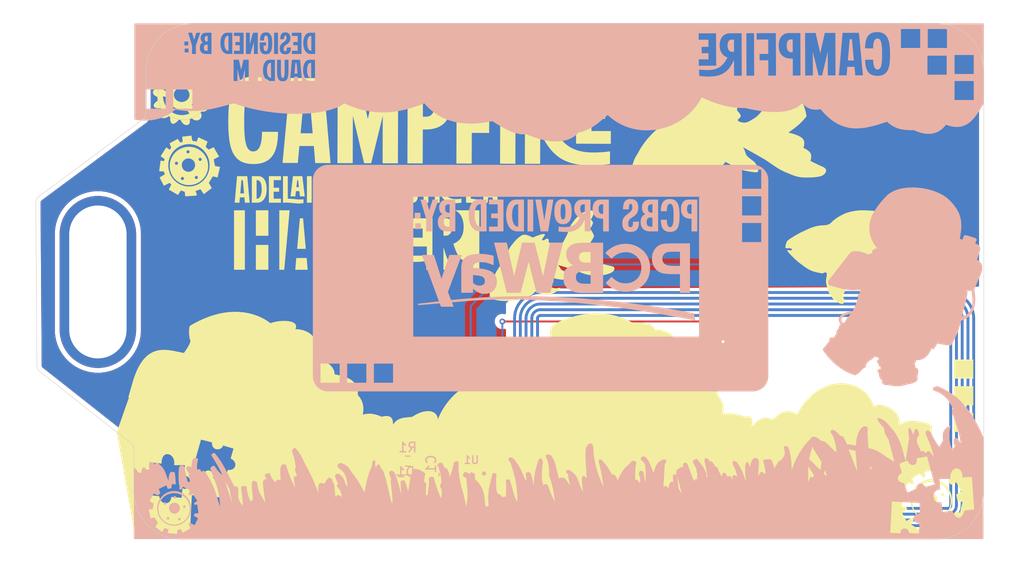
<source format=kicad_pcb>
(kicad_pcb (version 20241229) (generator "pcbnew") (generator_version "9.0")
  (layers (0 "F.Cu" signal) (2 "B.Cu" signal) (13 "F.Paste" user) (15 "B.Paste" user) (5 "F.SilkS" user "F.Silkscreen") (7 "B.SilkS" user "B.Silkscreen") (1 "F.Mask" user) (3 "B.Mask" user) (25 "Edge.Cuts" user))
  (net 0 "")
  (net 1 "Net-(D1-K)")
  (net 2 "Net-(U1-VCC)")
  (net 3 "Net-(D1-A)")
  (net 4 "Net-(J1-Pin_1)")
  (net 5 "Net-(J1-Pin_2)")
  (footprint "Taranium-libs:Lanyard hole" (layer "F.Cu") (at 169.375 65.175 90)
    (property "Reference" "REF**")
    (property "Value" "Lanyard hole")
  )
  (footprint "Taranium-libs:QFN8P50_160X160X50L40X20N" (layer "B.Cu") (at 199.755 94.62 180)
    (property "Reference" "U1")
    (property "Value" "NT3H2111W0FHKH")
  )
  (footprint "Capacitor_SMD:C_0603_1608Metric_Pad1.08x0.95mm_HandSolder" (layer "B.Cu") (at 196.955 94.22 -90)
    (property "Reference" "C1")
    (property "Value" "C")
  )
  (footprint "Taranium-libs:25x_48mm NFC Antenna" (layer "B.Cu") (at 228.34 87.68 180)
    (property "Reference" "J1" (hide yes))
    (property "Value" "Conn_01x02_Pin")
  )
  (footprint "Resistor_SMD:R_0603_1608Metric_Pad0.98x0.95mm_HandSolder" (layer "B.Cu") (at 193.155 92.82 180)
    (property "Reference" "R1")
    (property "Value" "R")
  )
  (footprint "LED_SMD:LED_0805_2012Metric_Pad1.15x1.40mm_HandSolder" (layer "B.Cu") (at 192.955 95.22 180)
    (property "Reference" "D1")
    (property "Value" "LED")
  )
  (gr_poly (pts (xy 176.142372 72.797939) (xy 175.0085 72.797939) (xy 175.0085 66.57494) (xy 176.142372 66.57494)) (fill yes) (layer "F.SilkS"))
  (gr_poly (pts (xy 189.810913 70.33285) (xy 189.931622 70.59078) (xy 190.055111 70.835287) (xy 190.182206 71.066384) (xy 190.313729 71.284082) (xy 190.450507 71.488395) (xy 190.593364 71.679333) (xy 190.743124 71.856909) (xy 190.900612 72.021135) (xy 191.066652 72.172024) (xy 191.24207 72.309586) (xy 191.427689 72.433836) (xy 191.624335 72.544783) (xy 191.832831 72.642442) (xy 192.054003 72.726823) (xy 192.288675 72.797939) (xy 189.692159 72.797939) (xy 189.692159 70.061486)) (fill yes) (layer "F.SilkS"))
  (gr_poly (pts (xy 164.061254 86.203156) (xy 162.8 89.8) (xy 164.608941 100.125533) (xy 166 86.8)) (stroke (width 0.1)) (fill yes) (layer "F.SilkS"))
  (gr_poly (pts (xy 252.300125 86.980121) (xy 250.299875 86.980121) (xy 250.299875 84.979871) (xy 252.300125 84.979871)) (fill yes) (layer "F.SilkS"))
  (gr_poly (pts (xy 246.625008 96.559052) (xy 246.633258 96.559664) (xy 246.64139 96.560673) (xy 246.649394 96.562069) (xy 246.657258 96.563841) (xy 246.664973 96.565979) (xy 246.672529 96.568474) (xy 246.679915 96.571316) (xy 246.68712 96.574494) (xy 246.694135 96.577999) (xy 246.700949 96.58182) (xy 246.707552 96.585948) (xy 246.713934 96.590373) (xy 246.720083 96.595085) (xy 246.725991 96.600074) (xy 246.731646 96.605329) (xy 246.737038 96.610842) (xy 246.742157 96.616601) (xy 246.746993 96.622598) (xy 246.751535 96.628821) (xy 246.755773 96.635262) (xy 246.759697 96.64191) (xy 246.763296 96.648755) (xy 246.76656 96.655788) (xy 246.769479 96.662997) (xy 246.772042 96.670375) (xy 246.774238 96.677909) (xy 246.776059 96.685591) (xy 246.777493 96.69341) (xy 246.77853 96.701357) (xy 246.77916 96.709422) (xy 246.779372 96.717594) (xy 246.77916 96.725766) (xy 246.77853 96.73383) (xy 246.777493 96.741777) (xy 246.776059 96.749597) (xy 246.774238 96.757279) (xy 246.772042 96.764813) (xy 246.769479 96.77219) (xy 246.76656 96.7794) (xy 246.763296 96.786432) (xy 246.759697 96.793278) (xy 246.755773 96.799926) (xy 246.751535 96.806366) (xy 246.746993 96.81259) (xy 246.742157 96.818586) (xy 246.737038 96.824346) (xy 246.731646 96.829859) (xy 246.725991 96.835114) (xy 246.720083 96.840103) (xy 246.713934 96.844815) (xy 246.707552 96.84924) (xy 246.700949 96.853368) (xy 246.694135 96.857189) (xy 246.68712 96.860694) (xy 246.679915 96.863872) (xy 246.672529 96.866713) (xy 246.664973 96.869208) (xy 246.657258 96.871347) (xy 246.649394 96.873119) (xy 246.64139 96.874514) (xy 246.633258 96.875523) (xy 246.625008 96.876136) (xy 246.61665 96.876343) (xy 246.608292 96.876136) (xy 246.600042 96.875523) (xy 246.59191 96.874514) (xy 246.583907 96.873119) (xy 246.576043 96.871347) (xy 246.568328 96.869208) (xy 246.560772 96.866713) (xy 246.553387 96.863872) (xy 246.546182 96.860694) (xy 246.539167 96.857189) (xy 246.532353 96.853368) (xy 246.525751 96.84924) (xy 246.519369 96.844815) (xy 246.51322 96.840103) (xy 246.507313 96.835114) (xy 246.501658 96.829859) (xy 246.496266 96.824346) (xy 246.491147 96.818586) (xy 246.486312 96.81259) (xy 246.48177 96.806366) (xy 246.477532 96.799926) (xy 246.473609 96.793278) (xy 246.47001 96.786432) (xy 246.466747 96.7794) (xy 246.463828 96.77219) (xy 246.461265 96.764813) (xy 246.459069 96.757279) (xy 246.457248 96.749597) (xy 246.455814 96.741777) (xy 246.454777 96.73383) (xy 246.454147 96.725766) (xy 246.453935 96.717594) (xy 246.454147 96.709422) (xy 246.454777 96.701357) (xy 246.455814 96.69341) (xy 246.457248 96.685591) (xy 246.459069 96.677909) (xy 246.461265 96.670375) (xy 246.463828 96.662997) (xy 246.466747 96.655788) (xy 246.47001 96.648755) (xy 246.473609 96.64191) (xy 246.477532 96.635262) (xy 246.48177 96.628821) (xy 246.486312 96.622598) (xy 246.491147 96.616601) (xy 246.496266 96.610842) (xy 246.501658 96.605329) (xy 246.507313 96.600074) (xy 246.51322 96.595085) (xy 246.519369 96.590373) (xy 246.525751 96.585948) (xy 246.532353 96.58182) (xy 246.539167 96.577999) (xy 246.546182 96.574494) (xy 246.553387 96.571316) (xy 246.560772 96.568474) (xy 246.568328 96.565979) (xy 246.576043 96.563841) (xy 246.583907 96.562069) (xy 246.59191 96.560673) (xy 246.600042 96.559664) (xy 246.608292 96.559052) (xy 246.61665 96.558845)) (fill yes) (layer "F.SilkS"))
  (gr_poly (pts (xy 192.567519 71.321167) (xy 195.169034 71.321167) (xy 195.169034 70.362715) (xy 193.717663 70.362715) (xy 193.717663 69.440775) (xy 194.730885 69.440775) (xy 194.730885 68.48232) (xy 193.717663 68.48232) (xy 193.717663 67.41433) (xy 195.169034 67.41433) (xy 195.169034 66.57494) (xy 195.753551 66.57494) (xy 195.753551 72.797939) (xy 195.114267 72.797939) (xy 195.114267 71.887112) (xy 194.945646 71.909379) (xy 194.781946 71.92833) (xy 194.622952 71.944073) (xy 194.468452 71.956713) (xy 194.31823 71.966358) (xy 194.172072 71.973115) (xy 194.029766 71.97709) (xy 193.891097 71.978392) (xy 193.566496 71.969729) (xy 193.265963 71.943751) (xy 193.124221 71.924273) (xy 192.987894 71.900471) (xy 192.856782 71.872346) (xy 192.730685 71.839901) (xy 192.6094 71.803137) (xy 192.492729 71.762056) (xy 192.380471 71.716659) (xy 192.272424 71.666948) (xy 192.168389 71.612925) (xy 192.068165 71.554592) (xy 191.97155 71.491949) (xy 191.878346 71.425) (xy 191.788351 71.353744) (xy 191.701364 71.278185) (xy 191.535613 71.114162) (xy 191.37949 70.932943) (xy 191.23139 70.734543) (xy 191.089708 70.518973) (xy 190.952839 70.286248) (xy 190.81918 70.036381) (xy 190.687125 69.769385) (xy 190.77166 69.729088) (xy 190.852863 69.685185) (xy 190.930779 69.637653) (xy 191.005454 69.586467) (xy 191.076933 69.531606) (xy 191.145261 69.473044) (xy 191.210485 69.410759) (xy 191.272648 69.344727) (xy 191.331797 69.274925) (xy 191.387976 69.201329) (xy 191.441232 69.123916) (xy 191.49161 69.042663) (xy 191.539155 68.957545) (xy 191.583912 68.86854) (xy 191.625926 68.775624) (xy 191.665244 68.678774) (xy 191.701911 68.577965) (xy 191.735971 68.473176) (xy 191.767471 68.364381) (xy 191.796455 68.251558) (xy 191.82297 68.134684) (xy 191.847059 68.013734) (xy 191.86877 67.888685) (xy 191.888147 67.759515) (xy 191.92008 67.488714) (xy 191.943222 67.201143) (xy 191.957936 66.896614) (xy 191.964586 66.57494) (xy 192.567519 66.57494)) (fill yes) (layer "F.SilkS"))
  (gr_poly (pts (xy 240.975649 66.577567) (xy 241.219995 66.586945) (xy 241.671198 66.61415) (xy 241.745045 66.619401) (xy 241.812711 66.625462) (xy 241.874446 66.632307) (xy 241.930495 66.639908) (xy 241.981106 66.648239) (xy 242.026526 66.657273) (xy 242.067003 66.666982) (xy 242.102782 66.67734) (xy 242.134113 66.68832) (xy 242.161241 66.699896) (xy 242.184413 66.71204) (xy 242.203878 66.724725) (xy 242.219882 66.737924) (xy 242.232671 66.751612) (xy 242.242495 66.76576) (xy 242.249598 66.780342) (xy 242.25423 66.79533) (xy 242.256636 66.810699) (xy 242.257064 66.826421) (xy 242.255761 66.842469) (xy 242.252974 66.858817) (xy 242.248951 66.875437) (xy 242.238183 66.909388) (xy 242.21268 66.979376) (xy 242.2019 67.014983) (xy 242.197868 67.032846) (xy 242.195071 67.050712) (xy 242.193797 67.056803) (xy 242.191419 67.063163) (xy 242.188 67.069782) (xy 242.183603 67.076649) (xy 242.172129 67.091088) (xy 242.157505 67.106399) (xy 242.14024 67.122501) (xy 242.120841 67.139312) (xy 242.077673 67.174736) (xy 242.032065 67.212021) (xy 242.009615 67.231157) (xy 241.988079 67.250515) (xy 241.967964 67.270011) (xy 241.949778 67.289566) (xy 241.934029 67.309098) (xy 241.927227 67.31883) (xy 241.921225 67.328525) (xy 241.919505 67.333355) (xy 241.919431 67.338882) (xy 241.920936 67.345063) (xy 241.923951 67.35185) (xy 241.934235 67.367061) (xy 241.949732 67.38415) (xy 241.969891 67.402751) (xy 241.994162 67.422496) (xy 242.021995 67.443021) (xy 242.052839 67.463959) (xy 242.086143 67.484943) (xy 242.121357 67.505607) (xy 242.15793 67.525586) (xy 242.195311 67.544512) (xy 242.232951 67.562019) (xy 242.270298 67.577742) (xy 242.306803 67.591314) (xy 242.341914 67.602369) (xy 242.471388 67.639774) (xy 242.597321 67.678962) (xy 242.65834 67.699624) (xy 242.717729 67.721211) (xy 242.77524 67.743882) (xy 242.830625 67.767797) (xy 242.883637 67.793115) (xy 242.934026 67.819997) (xy 242.981546 67.848602) (xy 243.025948 67.879089) (xy 243.046902 67.895089) (xy 243.066983 67.911619) (xy 243.086161 67.928699) (xy 243.104404 67.94635) (xy 243.121682 67.964591) (xy 243.137963 67.983443) (xy 243.153217 68.002925) (xy 243.167412 68.023057) (xy 243.192933 68.06332) (xy 243.215919 68.103687) (xy 243.236478 68.144075) (xy 243.254723 68.184404) (xy 243.270763 68.224589) (xy 243.284709 68.264551) (xy 243.296671 68.304205) (xy 243.306761 68.343471) (xy 243.315089 68.382266) (xy 243.321765 68.420508) (xy 243.326899 68.458115) (xy 243.330604 68.495004) (xy 243.332988 68.531095) (xy 243.334163 68.566303) (xy 243.333327 68.633748) (xy 243.328981 68.696681) (xy 243.322009 68.754446) (xy 243.313296 68.806385) (xy 243.303726 68.851843) (xy 243.294184 68.890161) (xy 243.285555 68.920683) (xy 243.274573 68.955712) (xy 243.273746 68.962522) (xy 243.274825 68.971069) (xy 243.282163 68.993082) (xy 243.295514 69.021163) (xy 243.313804 69.05472) (xy 243.360915 69.135911) (xy 243.414914 69.231938) (xy 243.441815 69.284041) (xy 243.46722 69.338085) (xy 243.490057 69.39348) (xy 243.509253 69.449636) (xy 243.523735 69.505965) (xy 243.528873 69.534009) (xy 243.532431 69.561876) (xy 243.534274 69.58949) (xy 243.534268 69.61678) (xy 243.532279 69.64367) (xy 243.528174 69.670087) (xy 243.521768 69.699222) (xy 243.514491 69.726419) (xy 243.506392 69.751783) (xy 243.49752 69.775419) (xy 243.487925 69.79743) (xy 243.477655 69.817921) (xy 243.46676 69.836995) (xy 243.45529 69.854757) (xy 243.443294 69.871311) (xy 243.430821 69.886762) (xy 243.417921 69.901213) (xy 243.404643 69.914768) (xy 243.391035 69.927532) (xy 243.377149 69.939609) (xy 243.348735 69.962118) (xy 243.290725 70.003475) (xy 243.261918 70.023988) (xy 243.233771 70.045503) (xy 243.206676 70.068853) (xy 243.193647 70.081477) (xy 243.18103 70.094871) (xy 243.168873 70.109141) (xy 243.157227 70.12439) (xy 243.14614 70.140724) (xy 243.135661 70.158244) (xy 243.123651 70.180709) (xy 243.112854 70.202949) (xy 243.103175 70.224966) (xy 243.094517 70.246762) (xy 243.079876 70.289695) (xy 243.068158 70.331761) (xy 243.058587 70.372972) (xy 243.05039 70.413341) (xy 243.035024 70.4916) (xy 243.026306 70.529515) (xy 243.015866 70.566637) (xy 243.00293 70.602977) (xy 242.995285 70.620859) (xy 242.986725 70.63855) (xy 242.977154 70.656052) (xy 242.966476 70.673366) (xy 242.954593 70.690494) (xy 242.941409 70.707438) (xy 242.926827 70.724199) (xy 242.91075 70.740779) (xy 242.893082 70.757179) (xy 242.873725 70.7734) (xy 242.834519 70.803102) (xy 242.79625 70.828916) (xy 242.75869 70.851054) (xy 242.72161 70.869727) (xy 242.684781 70.885147) (xy 242.647974 70.897524) (xy 242.61096 70.907069) (xy 242.573511 70.913994) (xy 242.535398 70.91851) (xy 242.496392 70.920828) (xy 242.456264 70.921159) (xy 242.414786 70.919714) (xy 242.371728 70.916704) (xy 242.326862 70.912342) (xy 242.230791 70.9004) (xy 242.214986 70.897809) (xy 242.198856 70.89433) (xy 242.182446 70.890044) (xy 242.165803 70.88503) (xy 242.131999 70.873138) (xy 242.097807 70.859293) (xy 242.063594 70.844134) (xy 242.029725 70.8283) (xy 241.964477 70.797163) (xy 241.933829 70.783138) (xy 241.904985 70.770993) (xy 241.87831 70.761368) (xy 241.865901 70.7577) (xy 241.854171 70.754902) (xy 241.843165 70.753053) (xy 241.83293 70.752233) (xy 241.823512 70.752522) (xy 241.814955 70.754) (xy 241.807306 70.756747) (xy 241.800611 70.760843) (xy 241.794914 70.766367) (xy 241.790261 70.7734) (xy 241.785009 70.784243) (xy 241.780677 70.794983) (xy 241.777235 70.805624) (xy 241.77465 70.816168) (xy 241.77289 70.826619) (xy 241.771923 70.836978) (xy 241.771719 70.847248) (xy 241.772245 70.857433) (xy 241.773468 70.867533) (xy 241.775359 70.877554) (xy 241.777884 70.887496) (xy 241.781012 70.897363) (xy 241.784711 70.907157) (xy 241.788949 70.916881) (xy 241.793695 70.926537) (xy 241.798916 70.936129) (xy 241.81066 70.955129) (xy 241.823925 70.973902) (xy 241.838457 70.992469) (xy 241.854002 71.010851) (xy 241.870305 71.029071) (xy 241.887113 71.047148) (xy 241.921225 71.082962) (xy 241.942215 71.097654) (xy 241.974724 71.110503) (xy 242.017712 71.121547) (xy 242.070136 71.130825) (xy 242.130957 71.138378) (xy 242.199132 71.144243) (xy 242.353381 71.151067) (xy 242.524551 71.15161) (xy 242.704313 71.146185) (xy 242.884336 71.135105) (xy 243.056289 71.118682) (xy 243.14998 71.105858) (xy 243.243116 71.089188) (xy 243.335632 71.068941) (xy 243.427463 71.045385) (xy 243.518544 71.018788) (xy 243.608811 70.989418) (xy 243.786643 70.92343) (xy 243.96044 70.849566) (xy 244.129684 70.76997) (xy 244.293858 70.686786) (xy 244.452443 70.602158) (xy 244.750776 70.437148) (xy 245.020538 70.292093) (xy 245.14341 70.232409) (xy 245.257586 70.184147) (xy 245.362547 70.14945) (xy 245.41141 70.137858) (xy 245.457776 70.130462) (xy 245.487546 70.127731) (xy 245.515963 70.126438) (xy 245.543216 70.126354) (xy 245.569498 70.127248) (xy 245.594999 70.128889) (xy 245.619909 70.131049) (xy 245.668719 70.135999) (xy 245.717454 70.140257) (xy 245.74227 70.141551) (xy 245.76764 70.141982) (xy 245.793753 70.141318) (xy 245.820801 70.13933) (xy 245.848975 70.135788) (xy 245.878464 70.130462) (xy 245.89886 70.125857) (xy 245.918553 70.120741) (xy 245.956018 70.109106) (xy 245.991232 70.09582) (xy 246.024567 70.081145) (xy 246.056395 70.065345) (xy 246.087088 70.04868) (xy 246.146558 70.013812) (xy 246.205953 69.978643) (xy 246.236552 69.961601) (xy 246.268249 69.945273) (xy 246.301416 69.929919) (xy 246.336424 69.915804) (xy 246.373646 69.903189) (xy 246.393204 69.897526) (xy 246.413454 69.892337) (xy 246.450239 69.88397) (xy 246.484899 69.876924) (xy 246.517748 69.871091) (xy 246.549098 69.866363) (xy 246.579262 69.862633) (xy 246.608552 69.859793) (xy 246.637283 69.857735) (xy 246.665765 69.856351) (xy 246.723239 69.855175) (xy 246.783476 69.855402) (xy 246.922246 69.856618) (xy 246.973641 69.855031) (xy 247.023471 69.850661) (xy 247.071919 69.844091) (xy 247.11917 69.835908) (xy 247.299873 69.798745) (xy 247.343891 69.791272) (xy 247.387815 69.785697) (xy 247.431826 69.782605) (xy 247.47611 69.782581) (xy 247.498412 69.783903) (xy 247.52085 69.786211) (xy 247.543448 69.789578) (xy 247.566229 69.794078) (xy 247.589216 69.799784) (xy 247.612432 69.80677) (xy 247.635899 69.815107) (xy 247.659641 69.82487) (xy 247.688664 69.838033) (xy 247.716243 69.851515) (xy 247.74244 69.865417) (xy 247.767319 69.87984) (xy 247.790942 69.894887) (xy 247.813372 69.910657) (xy 247.834671 69.927253) (xy 247.854904 69.944775) (xy 247.874131 69.963325) (xy 247.892417 69.983004) (xy 247.909824 70.003914) (xy 247.926414 70.026155) (xy 247.942251 70.049829) (xy 247.957397 70.075037) (xy 247.971916 70.101881) (xy 247.985869 70.130462) (xy 247.990728 70.145207) (xy 247.9919 70.159967) (xy 247.989587 70.174774) (xy 247.983996 70.189661) (xy 247.975331 70.204663) (xy 247.963796 70.21981) (xy 247.949596 70.235138) (xy 247.932936 70.250678) (xy 247.893054 70.282529) (xy 247.845786 70.315628) (xy 247.735641 70.386626) (xy 247.676038 70.425053) (xy 247.615598 70.465786) (xy 247.555959 70.509089) (xy 247.498756 70.555225) (xy 247.445627 70.60446) (xy 247.421102 70.630322) (xy 247.398209 70.657058) (xy 247.377154 70.684701) (xy 247.35814 70.713283) (xy 247.341372 70.742839) (xy 247.327055 70.7734) (xy 247.314903 70.804573) (xy 247.304284 70.836393) (xy 247.295116 70.868777) (xy 247.287315 70.901645) (xy 247.280796 70.934913) (xy 247.275476 70.968502) (xy 247.268095 71.036311) (xy 247.264499 71.104417) (xy 247.264018 71.172167) (xy 247.265978 71.238907) (xy 247.269708 71.303983) (xy 247.288884 71.534567) (xy 247.291382 71.581513) (xy 247.291617 71.622872) (xy 247.288918 71.65799) (xy 247.286258 71.673004) (xy 247.282612 71.686212) (xy 247.277198 71.698558) (xy 247.26925 71.711028) (xy 247.258934 71.72361) (xy 247.246413 71.736287) (xy 247.231853 71.749045) (xy 247.215416 71.761871) (xy 247.177575 71.787664) (xy 247.134203 71.81355) (xy 247.086617 71.839413) (xy 246.98406 71.890603) (xy 246.880425 71.940306) (xy 246.786231 71.98759) (xy 246.745962 72.010034) (xy 246.711999 72.031525) (xy 246.685656 72.051947) (xy 246.675754 72.06172) (xy 246.668249 72.071182) (xy 246.657294 72.088484) (xy 246.647876 72.105759) (xy 246.639897 72.123012) (xy 246.633257 72.140246) (xy 246.627858 72.157465) (xy 246.623599 72.174673) (xy 246.620381 72.191874) (xy 246.618106 72.209071) (xy 246.615985 72.243472) (xy 246.616442 72.277904) (xy 246.618683 72.3124) (xy 246.621913 72.34699) (xy 246.628165 72.416575) (xy 246.629598 72.45163) (xy 246.628845 72.486903) (xy 246.6274 72.50463) (xy 246.62511 72.522423) (xy 246.621877 72.540285) (xy 246.6176 72.558221) (xy 246.612182 72.576234) (xy 246.605521 72.594328) (xy 246.59752 72.612507) (xy 246.588078 72.630774) (xy 246.575185 72.653665) (xy 246.562917 72.674317) (xy 246.551157 72.69303) (xy 246.539784 72.710106) (xy 246.528681 72.725845) (xy 246.517729 72.740547) (xy 246.50681 72.754513) (xy 246.495804 72.768044) (xy 246.448551 72.823824) (xy 246.421325 72.856916) (xy 246.406397 72.875814) (xy 246.390434 72.896682) (xy 246.379845 72.911365) (xy 246.370344 72.926157) (xy 246.361851 72.94104) (xy 246.354283 72.955995) (xy 246.347557 72.971003) (xy 246.341591 72.986047) (xy 246.336303 73.001108) (xy 246.33161 73.016168) (xy 246.32368 73.046208) (xy 246.317141 73.076022) (xy 246.305602 73.13438) (xy 246.299284 73.162629) (xy 246.29172 73.190063) (xy 246.287265 73.203427) (xy 246.282252 73.216532) (xy 246.276597 73.22936) (xy 246.27022 73.241892) (xy 246.263036 73.254108) (xy 246.254964 73.265993) (xy 246.245922 73.277525) (xy 246.235827 73.288688) (xy 246.224597 73.299463) (xy 246.212148 73.309831) (xy 246.1984 73.319774) (xy 246.183269 73.329274) (xy 246.175289 73.333169) (xy 246.16626 73.336186) (xy 246.145233 73.33982) (xy 246.120544 73.340646) (xy 246.092547 73.339133) (xy 246.061597 73.335752) (xy 246.028048 73.33097) (xy 245.954572 73.319085) (xy 245.874957 73.307234) (xy 245.833734 73.302494) (xy 245.792039 73.299171) (xy 245.750229 73.297734) (xy 245.708657 73.298652) (xy 245.667678 73.302394) (xy 245.627646 73.309431) (xy 245.611919 73.313259) (xy 245.596998 73.317489) (xy 245.582829 73.322091) (xy 245.569357 73.327037) (xy 245.55653 73.332295) (xy 245.544292 73.337837) (xy 245.532588 73.343633) (xy 245.521366 73.349653) (xy 245.500148 73.362246) (xy 245.480203 73.375378) (xy 245.442398 73.40231) (xy 245.423671 73.415634) (xy 245.404482 73.428546) (xy 245.384398 73.440808) (xy 245.373885 73.446622) (xy 245.362986 73.452184) (xy 245.351645 73.457464) (xy 245.33981 73.462434) (xy 245.327426 73.467063) (xy 245.314438 73.471321) (xy 245.300793 73.47518) (xy 245.286436 73.478608) (xy 245.271314 73.481577) (xy 245.255371 73.484057) (xy 245.221721 73.487632) (xy 245.186829 73.489591) (xy 245.151106 73.490178) (xy 245.114966 73.489637) (xy 245.078821 73.488213) (xy 245.043083 73.486149) (xy 244.974484 73.48108) (xy 244.91247 73.476382) (xy 244.884965 73.474784) (xy 244.860344 73.474011) (xy 244.839021 73.474307) (xy 244.821407 73.475918) (xy 244.814121 73.477292) (xy 244.807917 73.479086) (xy 244.802847 73.481331) (xy 244.798962 73.484057) (xy 244.793215 73.490077) (xy 244.788735 73.496807) (xy 244.785471 73.504213) (xy 244.783369 73.512264) (xy 244.782375 73.520927) (xy 244.782438 73.53017) (xy 244.783505 73.539962) (xy 244.785522 73.55027) (xy 244.788436 73.561062) (xy 244.792195 73.572305) (xy 244.802036 73.59602) (xy 244.81462 73.621158) (xy 244.829525 73.647461) (xy 244.846328 73.674673) (xy 244.864605 73.702536) (xy 244.903888 73.759192) (xy 244.981526 73.869025) (xy 244.99495 73.888103) (xy 245.008706 73.906014) (xy 245.022759 73.922841) (xy 245.037074 73.938669) (xy 245.051616 73.953582) (xy 245.066349 73.967664) (xy 245.081239 73.980998) (xy 245.09625 73.99367) (xy 245.126494 74.01736) (xy 245.156802 74.039408) (xy 245.216479 74.081264) (xy 245.245287 74.102418) (xy 245.273031 74.12462) (xy 245.286417 74.136324) (xy 245.299432 74.148542) (xy 245.31204 74.161358) (xy 245.324206 74.174856) (xy 245.335896 74.189121) (xy 245.347074 74.204236) (xy 245.357705 74.220286) (xy 245.367754 74.237354) (xy 245.377185 74.255525) (xy 245.385964 74.274883) (xy 245.394055 74.295511) (xy 245.401423 74.317494) (xy 245.40955 74.343956) (xy 245.416919 74.369597) (xy 245.42346 74.394525) (xy 245.429104 74.418845) (xy 245.43378 74.442667) (xy 245.437419 74.466097) (xy 245.439951 74.489243) (xy 245.441306 74.512211) (xy 245.441415 74.53511) (xy 245.440209 74.558046) (xy 245.437616 74.581128) (xy 245.433567 74.604461) (xy 245.427994 74.628154) (xy 245.420825 74.652314) (xy 245.411991 74.677047) (xy 245.401423 74.702463) (xy 245.395317 74.715099) (xy 245.388196 74.727722) (xy 245.37114 74.75302) (xy 245.350702 74.778541) (xy 245.327331 74.804469) (xy 245.301477 74.83099) (xy 245.273589 74.858285) (xy 245.213502 74.915941) (xy 245.182202 74.94667) (xy 245.150662 74.97891) (xy 245.119331 75.012848) (xy 245.088659 75.048666) (xy 245.059093 75.086549) (xy 245.031083 75.126682) (xy 245.017802 75.147649) (xy 245.005078 75.169248) (xy 244.992967 75.191501) (xy 244.981526 75.214431) (xy 244.97345 75.232057) (xy 244.965882 75.250173) (xy 244.952222 75.287628) (xy 244.940445 75.32631) (xy 244.930452 75.365729) (xy 244.922143 75.405396) (xy 244.915418 75.444824) (xy 244.910176 75.483524) (xy 244.906318 75.521007) (xy 244.903744 75.556785) (xy 244.902353 75.59037) (xy 244.902047 75.621273) (xy 244.902724 75.649005) (xy 244.904285 75.673079) (xy 244.90663 75.693005) (xy 244.909659 75.708296) (xy 244.913271 75.718462) (xy 244.921702 75.733457) (xy 244.930605 75.747025) (xy 244.939959 75.759256) (xy 244.949738 75.77024) (xy 244.959919 75.780066) (xy 244.970478 75.788825) (xy 244.98139 75.796607) (xy 244.992632 75.803502) (xy 245.00418 75.809599) (xy 245.01601 75.81499) (xy 245.040419 75.824008) (xy 245.065668 75.831277) (xy 245.091564 75.837516) (xy 245.144532 75.849785) (xy 245.17122 75.857254) (xy 245.197789 75.866573) (xy 245.210968 75.872151) (xy 245.224046 75.878462) (xy 245.236998 75.885595) (xy 245.2498 75.89364) (xy 245.262428 75.902687) (xy 245.274859 75.912827) (xy 245.287067 75.924149) (xy 245.299031 75.936744) (xy 245.313372 75.953441) (xy 245.32666 75.97001) (xy 245.33894 75.986441) (xy 245.350257 76.002723) (xy 245.360655 76.018847) (xy 245.37018 76.034803) (xy 245.378876 76.050579) (xy 245.386787 76.066167) (xy 245.393959 76.081556) (xy 245.400436 76.096737) (xy 245.406264 76.111698) (xy 245.411486 76.12643) (xy 245.420294 76.155167) (xy 245.427218 76.182866) (xy 245.432617 76.209447) (xy 245.436848 76.234829) (xy 245.443242 76.281675) (xy 245.449262 76.322757) (xy 245.453028 76.340935) (xy 245.457776 76.35743) (xy 245.461513 76.367573) (xy 245.465711 76.377058) (xy 245.470341 76.38593) (xy 245.475376 76.39423) (xy 245.480787 76.402001) (xy 245.486548 76.409285) (xy 245.492629 76.416127) (xy 245.499003 76.422567) (xy 245.505643 76.428649) (xy 245.512519 76.434416) (xy 245.526872 76.445173) (xy 245.541839 76.455179) (xy 245.557196 76.464776) (xy 245.58819 76.484108) (xy 245.60338 76.494526) (xy 245.618068 76.505899) (xy 245.625153 76.51205) (xy 245.632029 76.518569) (xy 245.638668 76.525497) (xy 245.645042 76.532877) (xy 245.651123 76.540753) (xy 245.656883 76.549165) (xy 245.662294 76.558159) (xy 245.667329 76.567774) (xy 245.673491 76.581083) (xy 245.67876 76.594058) (xy 245.683178 76.606724) (xy 245.686786 76.619106) (xy 245.689626 76.63123) (xy 245.69174 76.643121) (xy 245.693169 76.654803) (xy 245.693956 76.666302) (xy 245.694141 76.677643) (xy 245.693767 76.688852) (xy 245.691507 76.710972) (xy 245.687511 76.732862) (xy 245.682111 76.754724) (xy 245.675641 76.776758) (xy 245.668436 76.799168) (xy 245.653152 76.845913) (xy 245.645742 76.870651) (xy 245.63893 76.896568) (xy 245.63305 76.923865) (xy 245.628437 76.952743) (xy 245.623756 76.995528) (xy 245.621088 77.037157) (xy 245.620085 77.077782) (xy 245.620399 77.117556) (xy 245.62358 77.195157) (xy 245.62784 77.271177) (xy 245.63039 77.346832) (xy 245.630151 77.384903) (xy 245.628437 77.423339) (xy 245.624901 77.462292) (xy 245.619193 77.501914) (xy 245.610964 77.542358) (xy 245.599865 77.583775) (xy 245.576585 77.663364) (xy 245.565345 77.701049) (xy 245.553974 77.737341) (xy 245.542176 77.772251) (xy 245.529652 77.805789) (xy 245.516105 77.837966) (xy 245.501238 77.868791) (xy 245.493215 77.8837) (xy 245.484751 77.898274) (xy 245.475808 77.912516) (xy 245.466349 77.926427) (xy 245.456336 77.940007) (xy 245.445733 77.953259) (xy 245.434502 77.966182) (xy 245.422606 77.97878) (xy 245.410007 77.991052) (xy 245.39667 78.003001) (xy 245.382555 78.014627) (xy 245.367627 78.025931) (xy 245.351847 78.036916) (xy 245.33518 78.047582) (xy 245.317586 78.057931) (xy 245.299031 78.067963) (xy 245.277073 78.077952) (xy 245.254137 78.085835) (xy 245.230333 78.091732) (xy 245.20577 78.095757) (xy 245.180558 78.098029) (xy 245.154807 78.098666) (xy 245.128628 78.097784) (xy 245.102129 78.0955) (xy 245.075421 78.091932) (xy 245.048613 78.087197) (xy 245.021816 78.081412) (xy 244.995139 78.074695) (xy 244.942586 78.058932) (xy 244.891833 78.040846) (xy 244.843759 78.021375) (xy 244.799243 78.001458) (xy 244.759164 77.98203) (xy 244.724401 77.964032) (xy 244.674339 77.936074) (xy 244.656089 77.925088) (xy 243.8425 77.508369) (xy 243.68559 77.400778) (xy 243.518519 77.276497) (xy 243.421307 77.199714) (xy 243.318207 77.114302) (xy 243.211641 77.021113) (xy 243.104031 76.920998) (xy 242.9978 76.814807) (xy 242.89537 76.703392) (xy 242.799162 76.587602) (xy 242.7116 76.468288) (xy 242.671818 76.407576) (xy 242.635105 76.346302) (xy 242.601765 76.284573) (xy 242.572099 76.222494) (xy 242.541552 76.149076) (xy 242.515847 76.077524) (xy 242.494323 76.007558) (xy 242.476319 75.938898) (xy 242.461174 75.871266) (xy 242.448228 75.804382) (xy 242.426288 75.67174) (xy 242.405211 75.538738) (xy 242.393344 75.471403) (xy 242.379711 75.403139) (xy 242.363649 75.333667) (xy 242.3445 75.262709) (xy 242.321601 75.189983) (xy 242.294292 75.115212) (xy 242.234601 74.967827) (xy 242.169493 74.815711) (xy 242.100245 74.660827) (xy 242.028136 74.505141) (xy 241.880454 74.199222) (xy 241.736679 73.913674) (xy 241.607042 73.664216) (xy 241.501777 73.466569) (xy 241.405285 73.289588) (xy 241.396411 73.394275) (xy 241.369054 73.65375) (xy 241.3481 73.815947) (xy 241.322111 73.986137) (xy 241.290951 74.154085) (xy 241.273388 74.23402) (xy 241.25448 74.309557) (xy 241.248603 74.334822) (xy 241.244302 74.36071) (xy 241.241477 74.387145) (xy 241.24003 74.414054) (xy 241.239862 74.441361) (xy 241.240875 74.468991) (xy 241.242968 74.49687) (xy 241.246045 74.524923) (xy 241.254749 74.58125) (xy 241.266198 74.637373) (xy 241.2796 74.692695) (xy 241.294165 74.746615) (xy 241.32362 74.847856) (xy 241.348239 74.936308) (xy 241.356757 74.974241) (xy 241.361695 75.00718) (xy 241.362574 75.021589) (xy 241.36226 75.034526) (xy 241.360657 75.045914) (xy 241.357663 75.05568) (xy 241.350504 75.0718) (xy 241.34293 75.086803) (xy 241.334945 75.10073) (xy 241.326554 75.113619) (xy 241.317761 75.12551) (xy 241.308572 75.136444) (xy 241.298989 75.146459) (xy 241.289018 75.155596) (xy 241.278664 75.163894) (xy 241.267931 75.171393) (xy 241.256822 75.178132) (xy 241.245344 75.184151) (xy 241.233499 75.189489) (xy 241.221294 75.194188) (xy 241.195816 75.201821) (xy 241.168948 75.207368) (xy 241.140723 75.211146) (xy 241.111179 75.213472) (xy 241.080351 75.214663) (xy 241.014985 75.214912) (xy 240.944914 75.214431) (xy 240.914977 75.213837) (xy 240.885424 75.212077) (xy 240.827373 75.205202) (xy 240.770565 75.194083) (xy 240.714804 75.178998) (xy 240.659893 75.160224) (xy 240.605636 75.13804) (xy 240.551838 75.112724) (xy 240.498303 75.084554) (xy 240.444833 75.053807) (xy 240.391233 75.020761) (xy 240.337307 74.985694) (xy 240.282858 74.948885) (xy 240.055915 74.789775) (xy 239.926304 74.698254) (xy 239.866165 74.654318) (xy 239.808849 74.61101) (xy 239.754138 74.567892) (xy 239.701815 74.524522) (xy 239.651662 74.48046) (xy 239.603464 74.435267) (xy 239.557002 74.388501) (xy 239.512059 74.339723) (xy 239.46842 74.288493) (xy 239.425865 74.234371) (xy 239.384179 74.176915) (xy 239.343144 74.115687) (xy 239.302544 74.050245) (xy 239.26216 73.98015) (xy 239.243516 73.94504) (xy 239.225657 73.90832) (xy 239.192248 73.830764) (xy 239.161831 73.748913) (xy 239.134304 73.664195) (xy 239.109565 73.57804) (xy 239.087513 73.491877) (xy 239.068044 73.407136) (xy 239.051058 73.325246) (xy 239.024124 73.175738) (xy 239.005896 73.054788) (xy 238.992292 72.944306) (xy 238.953146 72.932368) (xy 238.933358 72.92676) (xy 238.913535 72.921733) (xy 238.893759 72.917544) (xy 238.874111 72.914447) (xy 238.854672 72.912699) (xy 238.845056 72.912411) (xy 238.835524 72.912556) (xy 238.826084 72.913166) (xy 238.816748 72.914273) (xy 238.807524 72.915909) (xy 238.798425 72.918106) (xy 238.789459 72.920896) (xy 238.780637 72.924311) (xy 238.771969 72.928383) (xy 238.763465 72.933144) (xy 238.755136 72.938626) (xy 238.746991 72.944861) (xy 238.739041 72.95188) (xy 238.731296 72.959717) (xy 238.723766 72.968402) (xy 238.716461 72.977967) (xy 238.709392 72.988446) (xy 238.702568 72.999869) (xy 238.748992 73.104299) (xy 238.797334 73.220419) (xy 238.853816 73.366324) (xy 238.91198 73.532403) (xy 238.939675 73.620003) (xy 238.965368 73.709043) (xy 238.988251 73.798319) (xy 239.007519 73.886631) (xy 239.022362 73.972778) (xy 239.031975 74.055556) (xy 239.037673 74.140275) (xy 239.040581 74.223262) (xy 239.040809 74.30436) (xy 239.038465 74.383413) (xy 239.033659 74.460263) (xy 239.026499 74.534752) (xy 239.017094 74.606723) (xy 239.005554 74.67602) (xy 238.991986 74.742484) (xy 238.976501 74.805958) (xy 238.959206 74.866286) (xy 238.940212 74.923309) (xy 238.919626 74.97687) (xy 238.897558 75.026813) (xy 238.874117 75.072979) (xy 238.849411 75.115212) (xy 238.821933 75.161733) (xy 238.797534 75.208888) (xy 238.776204 75.256473) (xy 238.757934 75.304285) (xy 238.742715 75.352121) (xy 238.730537 75.399776) (xy 238.721392 75.447047) (xy 238.715269 75.493731) (xy 238.712161 75.539625) (xy 238.712057 75.584524) (xy 238.714948 75.628226) (xy 238.720825 75.670526) (xy 238.729679 75.711223) (xy 238.7415 75.750111) (xy 238.75628 75.786987) (xy 238.774009 75.821649) (xy 238.782907 75.838674) (xy 238.790433 75.856225) (xy 238.796652 75.874249) (xy 238.801629 75.892691) (xy 238.80543 75.911496) (xy 238.80812 75.93061) (xy 238.809765 75.949979) (xy 238.81043 75.969547) (xy 238.81018 75.989261) (xy 238.809081 76.009065) (xy 238.807198 76.028906) (xy 238.804598 76.048728) (xy 238.797504 76.088101) (xy 238.788323 76.126747) (xy 238.777578 76.16423) (xy 238.765794 76.200115) (xy 238.753493 76.233964) (xy 238.741199 76.265343) (xy 238.702568 76.35743) (xy 238.698544 76.364315) (xy 238.692349 76.370104) (xy 238.68409 76.374823) (xy 238.673873 76.3785) (xy 238.647996 76.382834) (xy 238.615576 76.38332) (xy 238.577468 76.380171) (xy 238.534529 76.373602) (xy 238.487615 76.363828) (xy 238.437584 76.351061) (xy 238.385292 76.335518) (xy 238.331595 76.31741) (xy 238.27735 76.296954) (xy 238.223414 76.274363) (xy 238.170642 76.249851) (xy 238.119892 76.223632) (xy 238.07202 76.195921) (xy 238.027883 76.166931) (xy 237.899547 76.070986) (xy 237.78069 75.970618) (xy 237.670935 75.865748) (xy 237.569904 75.756293) (xy 237.47722 75.642172) (xy 237.392507 75.523303) (xy 237.315386 75.399605) (xy 237.245482 75.270996) (xy 237.182416 75.137395) (xy 237.125812 74.99872) (xy 237.075292 74.85489) (xy 237.030479 74.705823) (xy 236.990997 74.551437) (xy 236.956468 74.391652) (xy 236.926514 74.226386) (xy 236.900759 74.055556) (xy 236.897312 74.020314) (xy 236.896107 73.982709) (xy 236.8969 73.943016) (xy 236.899446 73.901511) (xy 236.908813 73.814162) (xy 236.922247 73.722858) (xy 236.953466 73.537182) (xy 236.967327 73.447205) (xy 236.977406 73.362068) (xy 236.981741 73.283967) (xy 236.981142 73.248242) (xy 236.978371 73.215101) (xy 236.973182 73.184817) (xy 236.965332 73.157667) (xy 236.954574 73.133925) (xy 236.940663 73.113865) (xy 236.923354 73.097763) (xy 236.902402 73.085893) (xy 236.877561 73.078529) (xy 236.848587 73.075948) (xy 236.815233 73.078422) (xy 236.777255 73.086228) (xy 236.734408 73.099639) (xy 236.686445 73.118932) (xy 236.631225 73.142105) (xy 236.606951 73.150932) (xy 236.584003 73.157977) (xy 236.561706 73.163281) (xy 236.539386 73.166887) (xy 236.516368 73.168838) (xy 236.491978 73.169176) (xy 236.465542 73.167944) (xy 236.436384 73.165185) (xy 236.403832 73.160941) (xy 236.367211 73.155254) (xy 236.279062 73.139722) (xy 236.166543 73.118932) (xy 235.995685 73.084792) (xy 235.837859 73.047754) (xy 235.691632 73.007663) (xy 235.55557 72.964367) (xy 235.428239 72.91771) (xy 235.308209 72.867539) (xy 235.194044 72.8137) (xy 235.084312 72.756038) (xy 234.977579 72.6944) (xy 234.872414 72.628632) (xy 234.767383 72.558578) (xy 234.661052 72.484086) (xy 234.438759 72.32117) (xy 234.194072 72.138651) (xy 234.077257 72.048677) (xy 233.957743 71.950639) (xy 233.837016 71.8464) (xy 233.71656 71.737819) (xy 233.59786 71.626756) (xy 233.482402 71.515073) (xy 233.37167 71.40463) (xy 233.267149 71.297286) (xy 233.170325 71.194903) (xy 233.082682 71.099342) (xy 233.005705 71.012461) (xy 232.94088 70.936123) (xy 232.889691 70.872187) (xy 232.853623 70.822515) (xy 232.834162 70.788965) (xy 232.831123 70.778818) (xy 232.832793 70.7734) (xy 232.839964 70.768861) (xy 232.848143 70.764898) (xy 232.85726 70.761483) (xy 232.867245 70.758587) (xy 232.889544 70.754241) (xy 232.914484 70.751634) (xy 232.94151 70.750538) (xy 232.970069 70.750727) (xy 232.999603 70.751974) (xy 233.029559 70.754052) (xy 233.088514 70.759796) (xy 233.142493 70.766145) (xy 233.187055 70.771284) (xy 233.204418 70.772833) (xy 233.217761 70.7734) (xy 233.232489 70.772931) (xy 233.246154 70.771556) (xy 233.258764 70.769322) (xy 233.270326 70.766277) (xy 233.280846 70.762466) (xy 233.290332 70.757939) (xy 233.298792 70.752741) (xy 233.306233 70.746921) (xy 233.312662 70.740525) (xy 233.318087 70.733601) (xy 233.322514 70.726196) (xy 233.325951 70.718357) (xy 233.328405 70.710131) (xy 233.329883 70.701566) (xy 233.330394 70.692709) (xy 233.329943 70.683607) (xy 233.328539 70.674308) (xy 233.326189 70.664857) (xy 233.322899 70.655304) (xy 233.318678 70.645695) (xy 233.313532 70.636077) (xy 233.307469 70.626497) (xy 233.300496 70.617004) (xy 233.29262 70.607643) (xy 233.283849 70.598462) (xy 233.27419 70.589509) (xy 233.26365 70.580831) (xy 233.252236 70.572475) (xy 233.239957 70.564487) (xy 233.226818 70.556916) (xy 233.212828 70.549809) (xy 233.197993 70.543213) (xy 233.18368 70.53987) (xy 233.161688 70.538021) (xy 233.133123 70.537393) (xy 233.099089 70.537711) (xy 232.93035 70.542955) (xy 232.84188 70.544118) (xy 232.800486 70.543375) (xy 232.762458 70.541382) (xy 232.728902 70.537866) (xy 232.70092 70.532552) (xy 232.689365 70.529135) (xy 232.679618 70.525165) (xy 232.671818 70.520609) (xy 232.666101 70.515432) (xy 232.660756 70.507131) (xy 232.656593 70.496465) (xy 232.653564 70.48358) (xy 232.651616 70.468621) (xy 232.650768 70.433068) (xy 232.653647 70.390974) (xy 232.659852 70.343509) (xy 232.668982 70.291841) (xy 232.680634 70.237138) (xy 232.694408 70.180569) (xy 232.709902 70.123302) (xy 232.726714 70.066506) (xy 232.744443 70.011349) (xy 232.762688 69.959001) (xy 232.781047 69.910629) (xy 232.799118 69.867402) (xy 232.816501 69.830488) (xy 232.832793 69.801057) (xy 232.857505 69.77098) (xy 232.899422 69.731996) (xy 232.957091 69.685073) (xy 233.029061 69.631179) (xy 233.210099 69.506349) (xy 233.430921 69.365248) (xy 233.679917 69.21562) (xy 233.945474 69.065206) (xy 234.215978 68.921749) (xy 234.479819 68.792994) (xy 235.001142 68.552115) (xy 235.238615 68.449619) (xy 235.355116 68.403223) (xy 235.471484 68.360202) (xy 235.588736 68.320659) (xy 235.707891 68.284699) (xy 235.829965 68.252428) (xy 235.955978 68.22395) (xy 236.086946 68.199369) (xy 236.223887 68.17879) (xy 236.367819 68.162318) (xy 236.519761 68.150057) (xy 236.599586 68.145654) (xy 236.671383 68.142574) (xy 236.737685 68.139579) (xy 236.801024 68.135432) (xy 236.832374 68.13254) (xy 236.863931 68.128897) (xy 236.896015 68.124347) (xy 236.928939 68.118736) (xy 236.963022 68.111909) (xy 236.998579 68.103712) (xy 237.035927 68.09399) (xy 237.075383 68.082588) (xy 237.103795 68.073534) (xy 237.13095 68.063957) (xy 237.156919 68.053871) (xy 237.181776 68.043289) (xy 237.205593 68.032227) (xy 237.228444 68.020697) (xy 237.250402 68.008714) (xy 237.271539 67.996291) (xy 237.311644 67.970183) (xy 237.349341 67.942483) (xy 237.385215 67.913302) (xy 237.419849 67.882752) (xy 237.453827 67.850943) (xy 237.487731 67.817986) (xy 237.557652 67.749075) (xy 237.594837 67.713343) (xy 237.634282 67.676907) (xy 237.676571 67.639878) (xy 237.722287 67.602369) (xy 237.827301 67.520581) (xy 237.923426 67.448693) (xy 238.014208 67.384296) (xy 238.103192 67.324983) (xy 238.193924 67.268345) (xy 238.289951 67.211974) (xy 238.394819 67.153462) (xy 238.512073 67.0904) (xy 238.65423 67.017348) (xy 238.786754 66.95439) (xy 238.850609 66.926187) (xy 238.9135 66.899898) (xy 238.975912 66.875319) (xy 239.038325 66.852246) (xy 239.165085 66.809806) (xy 239.297636 66.770952) (xy 239.439834 66.734057) (xy 239.595537 66.697494) (xy 239.743928 66.666567) (xy 239.890255 66.640886) (xy 240.034427 66.620061) (xy 240.176352 66.603703) (xy 240.31594 66.591423) (xy 240.453101 66.582832) (xy 240.587743 66.57754) (xy 240.719775 66.575158)) (fill yes) (layer "F.SilkS"))
  (gr_poly (pts (xy 184.192028 63.007034) (xy 184.240757 63.01327) (xy 184.287973 63.022276) (xy 184.333672 63.034007) (xy 184.377854 63.048419) (xy 184.420515 63.065467) (xy 184.461654 63.085107) (xy 184.501268 63.107296) (xy 184.539356 63.131987) (xy 184.575914 63.159138) (xy 184.610941 63.188704) (xy 184.644435 63.22064) (xy 184.676394 63.254902) (xy 184.706815 63.291446) (xy 184.735695 63.330228) (xy 184.763034 63.371203) (xy 184.788829 63.414327) (xy 184.813077 63.459555) (xy 184.835777 63.506843) (xy 184.856925 63.556148) (xy 184.876521 63.607423) (xy 184.894562 63.660626) (xy 184.911045 63.715712) (xy 184.925969 63.772637) (xy 184.939331 63.831355) (xy 184.95113 63.891824) (xy 184.961362 63.953998) (xy 184.970026 64.017833) (xy 184.97712 64.083286) (xy 184.982641 64.150311) (xy 184.986587 64.218864) (xy 184.988957 64.288901) (xy 184.989747 64.360377) (xy 184.986068 64.507401) (xy 184.975012 64.648995) (xy 184.956549 64.784659) (xy 184.93065 64.913894) (xy 184.897287 65.036198) (xy 184.85643 65.151073) (xy 184.80805 65.258018) (xy 184.752118 65.356533) (xy 184.721311 65.402473) (xy 184.688605 65.446119) (xy 184.653997 65.487406) (xy 184.617483 65.526274) (xy 184.579059 65.56266) (xy 184.538721 65.596501) (xy 184.496467 65.627734) (xy 184.452291 65.656297) (xy 184.406192 65.682128) (xy 184.358164 65.705165) (xy 184.308205 65.725343) (xy 184.256311 65.742602) (xy 184.202478 65.756879) (xy 184.146702 65.76811) (xy 184.088981 65.776234) (xy 184.029309 65.781189) (xy 183.437967 65.781189) (xy 183.437967 65.36447) (xy 183.938028 65.36447) (xy 183.973748 65.36447) (xy 184.004153 65.363223) (xy 184.033604 65.359516) (xy 184.062099 65.353401) (xy 184.08964 65.344929) (xy 184.116224 65.334152) (xy 184.14185 65.321121) (xy 184.16652 65.305889) (xy 184.19023 65.288506) (xy 184.212982 65.269024) (xy 184.234773 65.247496) (xy 184.255604 65.223972) (xy 184.275473 65.198504) (xy 184.29438 65.171143) (xy 184.312324 65.141942) (xy 184.329305 65.110952) (xy 184.345321 65.078224) (xy 184.360373 65.043811) (xy 184.374458 65.007763) (xy 184.387577 64.970132) (xy 184.399729 64.93097) (xy 184.410913 64.890328) (xy 184.421128 64.848259) (xy 184.430374 64.804813) (xy 184.438649 64.760043) (xy 184.445954 64.713999) (xy 184.452287 64.666733) (xy 184.457648 64.618298) (xy 184.462035 64.568744) (xy 184.465449 64.518124) (xy 184.467889 64.466488) (xy 184.469353 64.413889) (xy 184.469841 64.360377) (xy 184.468026 64.255634) (xy 184.462578 64.155878) (xy 184.45349 64.061355) (xy 184.440758 63.972308) (xy 184.424374 63.888981) (xy 184.404334 63.81162) (xy 184.380631 63.740467) (xy 184.353259 63.675768) (xy 184.322214 63.617766) (xy 184.287488 63.566705) (xy 184.268743 63.543854) (xy 184.249077 63.52283) (xy 184.228487 63.503663) (xy 184.206974 63.486384) (xy 184.184536 63.471024) (xy 184.161173 63.457613) (xy 184.136885 63.446181) (xy 184.111669 63.436759) (xy 184.085527 63.429378) (xy 184.058456 63.424068) (xy 184.030457 63.42086) (xy 184.001529 63.419784) (xy 183.938028 63.419784) (xy 183.938028 65.36447) (xy 183.437967 65.36447) (xy 183.437967 63.003065) (xy 184.195998 63.003065)) (fill yes) (layer "F.SilkS"))
  (gr_poly (pts (xy 200.654563 72.797939) (xy 199.523469 72.797939) (xy 199.523469 71.896238) (xy 199.404244 71.897798) (xy 199.346283 71.895606) (xy 199.289364 71.891175) (xy 199.233441 71.88431) (xy 199.178469 71.874818) (xy 199.124403 71.862504) (xy 199.071198 71.847175) (xy 199.018808 71.828637) (xy 198.967189 71.806696) (xy 198.916296 71.781158) (xy 198.866082 71.751829) (xy 198.816504 71.718516) (xy 198.767516 71.681024) (xy 198.719072 71.63916) (xy 198.671129 71.592729) (xy 198.62364 71.541538) (xy 198.57656 71.485393) (xy 198.529845 71.4241) (xy 198.483449 71.357466) (xy 198.437327 71.285295) (xy 198.391434 71.207395) (xy 198.345725 71.123572) (xy 198.300155 71.033631) (xy 198.254678 70.937379) (xy 198.20925 70.834622) (xy 198.163825 70.725166) (xy 198.118359 70.608817) (xy 198.072805 70.485381) (xy 198.02712 70.354664) (xy 197.935172 70.070614) (xy 198.000905 70.045612) (xy 198.064602 70.018542) (xy 198.12626 69.989418) (xy 198.185876 69.958259) (xy 198.243446 69.925081) (xy 198.298966 69.889901) (xy 198.352434 69.852735) (xy 198.403846 69.8136) (xy 198.453199 69.772513) (xy 198.50049 69.72949) (xy 198.545714 69.684549) (xy 198.58887 69.637705) (xy 198.629953 69.588976) (xy 198.668959 69.538379) (xy 198.705887 69.485929) (xy 198.740732 69.431645) (xy 198.773491 69.375542) (xy 198.804161 69.317637) (xy 198.832738 69.257947) (xy 198.859219 69.196488) (xy 198.883601 69.133279) (xy 198.905881 69.068334) (xy 198.926054 69.001671) (xy 198.944118 68.933306) (xy 198.960069 68.863257) (xy 198.973905 68.79154) (xy 198.985621 68.718171) (xy 198.995214 68.643167) (xy 199.002681 68.566546) (xy 199.008019 68.488324) (xy 199.011224 68.408517) (xy 199.012293 68.327142) (xy 199.008715 68.169517) (xy 198.99797 68.017093) (xy 198.980047 67.87013) (xy 198.954932 67.728889) (xy 198.922613 67.593629) (xy 198.883077 67.464611) (xy 198.836311 67.342095) (xy 198.782303 67.22634) (xy 198.721039 67.117608) (xy 198.652507 67.016157) (xy 198.576695 66.922249) (xy 198.493588 66.836142) (xy 198.403175 66.758098) (xy 198.305443 66.688376) (xy 198.200379 66.627237) (xy 198.08797 66.57494) (xy 200.654563 66.57494)) (fill yes) (layer "F.SilkS"))
  (gr_poly (pts (xy 178.597837 69.239956) (xy 177.292516 69.239956) (xy 177.292516 66.57494) (xy 178.597837 66.57494)) (fill yes) (layer "F.SilkS"))
  (gr_poly (pts (xy 190.875323 65.781189) (xy 190.375262 65.781189) (xy 190.327636 65.225564) (xy 189.855356 65.225564) (xy 189.80773 65.781189) (xy 189.307667 65.781189) (xy 189.395178 64.808846) (xy 189.895042 64.808846) (xy 190.287948 64.808846) (xy 190.164917 63.419784) (xy 190.018074 63.419784) (xy 189.895042 64.808846) (xy 189.395178 64.808846) (xy 189.557699 63.003065) (xy 190.625292 63.003065)) (fill yes) (layer "F.SilkS"))
  (gr_poly (pts (xy 188.206974 64.951721) (xy 187.571975 64.951721) (xy 187.571975 64.554845) (xy 188.206974 64.554845)) (fill yes) (layer "F.SilkS"))
  (gr_poly (pts (xy 178.597837 72.797939) (xy 177.292516 72.797939) (xy 177.292516 70.198409) (xy 178.597837 70.198409)) (fill yes) (layer "F.SilkS"))
  (gr_poly (pts (xy 182.402201 65.118409) (xy 181.902138 65.118409) (xy 181.838639 64.570721) (xy 181.481452 64.570721) (xy 181.417951 65.118409) (xy 180.91789 65.118409) (xy 181.031881 64.154002) (xy 181.533045 64.154002) (xy 181.791014 64.154002) (xy 181.703702 63.419784) (xy 181.620357 63.419784) (xy 181.533045 64.154002) (xy 181.031881 64.154002) (xy 181.16792 63.003065) (xy 182.152171 63.003065)) (fill yes) (layer "F.SilkS"))
  (gr_poly (pts (xy 186.482791 63.419784) (xy 185.72476 63.419784) (xy 185.72476 64.213533) (xy 186.292292 64.213533) (xy 186.292292 64.630252) (xy 185.72476 64.630252) (xy 185.72476 65.36447) (xy 186.482791 65.36447) (xy 186.482791 65.781189) (xy 185.224697 65.781189) (xy 185.224697 63.003065) (xy 186.482791 63.003065)) (fill yes) (layer "F.SilkS"))
  (gr_poly (pts (xy 204.452101 52.815189) (xy 204.420746 61.705125) (xy 202.820547 61.69949) (xy 202.851902 52.809545)) (fill yes) (layer "F.SilkS"))
  (gr_poly (pts (xy 170.13019 52.641316) (xy 170.168877 52.653524) (xy 170.207222 52.666513) (xy 170.245217 52.680272) (xy 170.282852 52.694794) (xy 170.32012 52.710067) (xy 170.357011 52.726085) (xy 170.393517 52.742836) (xy 170.429628 52.760314) (xy 170.465335 52.778507) (xy 170.50063 52.797408) (xy 170.535504 52.817006) (xy 170.569948 52.837294) (xy 170.603952 52.858261) (xy 170.637509 52.8799) (xy 170.670609 52.9022) (xy 170.349141 53.372544) (xy 170.320274 53.352483) (xy 170.290904 53.33309) (xy 170.261043 53.314376) (xy 170.2307 53.296353) (xy 170.199888 53.279031) (xy 170.168618 53.262421) (xy 170.136902 53.246536) (xy 170.104751 53.231386) (xy 170.072176 53.216982) (xy 170.039189 53.203337) (xy 170.005801 53.19046) (xy 169.972024 53.178364) (xy 169.937869 53.167059) (xy 169.903347 53.156557) (xy 169.868471 53.146869) (xy 169.833251 53.138007) (xy 170.091171 52.629896)) (fill yes) (layer "F.SilkS"))
  (gr_poly (pts (xy 234.875524 52.548445) (xy 234.932016 52.55185) (xy 234.986569 52.557261) (xy 235.039181 52.564522) (xy 235.089847 52.57348) (xy 235.138565 52.58398) (xy 235.185332 52.595866) (xy 235.230145 52.608986) (xy 235.273 52.623183) (xy 235.313894 52.638304) (xy 235.352824 52.654194) (xy 235.389787 52.670698) (xy 235.424779 52.687662) (xy 235.457798 52.704932) (xy 235.488841 52.722352) (xy 235.517903 52.739769) (xy 235.544983 52.757027) (xy 235.570077 52.773972) (xy 235.614293 52.806306) (xy 235.650526 52.835533) (xy 235.678752 52.860418) (xy 235.698945 52.879723) (xy 235.715129 52.896651) (xy 235.669721 52.999957) (xy 235.625197 53.095956) (xy 235.581235 53.18536) (xy 235.537515 53.268876) (xy 235.493714 53.347215) (xy 235.449512 53.421087) (xy 235.404587 53.491201) (xy 235.358618 53.558266) (xy 235.311284 53.622992) (xy 235.262262 53.686089) (xy 235.211233 53.748267) (xy 235.157874 53.810234) (xy 235.101864 53.872701) (xy 235.042882 53.936377) (xy 234.914717 54.070195) (xy 234.948728 54.110512) (xy 234.978891 54.148257) (xy 235.005493 54.183811) (xy 235.028823 54.217556) (xy 235.049167 54.249873) (xy 235.066813 54.281144) (xy 235.082049 54.311752) (xy 235.095162 54.342077) (xy 235.106441 54.372502) (xy 235.116171 54.403408) (xy 235.124642 54.435178) (xy 235.13214 54.468192) (xy 235.138953 54.502833) (xy 235.145369 54.539483) (xy 235.158159 54.620335) (xy 235.120905 54.687013) (xy 235.083739 54.750377) (xy 235.046526 54.810696) (xy 235.009136 54.868241) (xy 234.971434 54.923283) (xy 234.933288 54.97609) (xy 234.894565 55.026935) (xy 234.855134 55.076085) (xy 234.814861 55.123813) (xy 234.773613 55.170387) (xy 234.731258 55.216079) (xy 234.687663 55.261157) (xy 234.642696 55.305893) (xy 234.596223 55.350557) (xy 234.498232 55.440747) (xy 234.576389 55.639034) (xy 234.641474 55.81421) (xy 234.695335 55.972646) (xy 234.718635 56.047577) (xy 234.739822 56.120711) (xy 234.759126 56.192844) (xy 234.776781 56.264773) (xy 234.808061 56.411201) (xy 234.835511 56.566364) (xy 234.860979 56.736631) (xy 234.751329 56.880524) (xy 234.641891 57.015267) (xy 234.532381 57.141766) (xy 234.422515 57.260932) (xy 234.31201 57.373671) (xy 234.200582 57.480893) (xy 234.087948 57.583506) (xy 233.973825 57.682418) (xy 233.857928 57.778537) (xy 233.739975 57.872772) (xy 233.496766 58.059222) (xy 232.973198 58.449479) (xy 233.170555 58.492561) (xy 233.379639 58.546929) (xy 233.500814 58.582469) (xy 233.628897 58.623638) (xy 233.760755 58.670479) (xy 233.893253 58.723033) (xy 234.023257 58.781344) (xy 234.147634 58.845456) (xy 234.263248 58.91541) (xy 234.31679 58.952592) (xy 234.366965 58.99125) (xy 234.413384 59.031391) (xy 234.455652 59.073019) (xy 234.49338 59.11614) (xy 234.526174 59.16076) (xy 234.546357 59.193555) (xy 234.564036 59.227319) (xy 234.579332 59.261922) (xy 234.592368 59.297231) (xy 234.603266 59.333114) (xy 234.612148 59.36944) (xy 234.619137 59.406076) (xy 234.624355 59.44289) (xy 234.627924 59.479752) (xy 234.629966 59.516528) (xy 234.630603 59.553087) (xy 234.629958 59.589298) (xy 234.628154 59.625027) (xy 234.625311 59.660144) (xy 234.617001 59.728013) (xy 234.606006 59.791848) (xy 234.593305 59.850594) (xy 234.579875 59.903198) (xy 234.566694 59.948603) (xy 234.544991 60.013598) (xy 234.536018 60.037138) (xy 234.642971 60.088366) (xy 234.755105 60.149087) (xy 234.819549 60.187258) (xy 234.887181 60.230268) (xy 234.956206 60.27784) (xy 235.024827 60.329698) (xy 235.091248 60.385567) (xy 235.153671 60.44517) (xy 235.182823 60.476285) (xy 235.210301 60.50823) (xy 235.235882 60.540971) (xy 235.259341 60.574473) (xy 235.280454 60.608701) (xy 235.298995 60.643621) (xy 235.31474 60.679198) (xy 235.327466 60.715398) (xy 235.334322 60.740314) (xy 235.340018 60.766143) (xy 235.344616 60.792772) (xy 235.348179 60.82009) (xy 235.350767 60.847986) (xy 235.352443 60.876347) (xy 235.353304 60.934019) (xy 235.351257 60.992213) (xy 235.346795 61.050035) (xy 235.340413 61.106592) (xy 235.332604 61.160989) (xy 235.323864 61.212334) (xy 235.314686 61.259732) (xy 235.296992 61.339114) (xy 235.278093 61.411199) (xy 235.670978 61.606343) (xy 236.025439 61.778879) (xy 236.363784 61.937932) (xy 236.550682 62.020286) (xy 236.594856 62.040968) (xy 236.637432 62.062426) (xy 236.678121 62.085028) (xy 236.716636 62.109144) (xy 236.734987 62.121885) (xy 236.752686 62.135142) (xy 236.769696 62.148963) (xy 236.785983 62.163393) (xy 236.801509 62.178477) (xy 236.816239 62.194263) (xy 236.830136 62.210797) (xy 236.843164 62.228124) (xy 236.855288 62.246291) (xy 236.866471 62.265344) (xy 236.876677 62.285329) (xy 236.88587 62.306292) (xy 236.894013 62.328279) (xy 236.901072 62.351336) (xy 236.907009 62.37551) (xy 236.911789 62.400847) (xy 236.913925 62.419222) (xy 236.914524 62.438147) (xy 236.913623 62.457566) (xy 236.91126 62.477423) (xy 236.907472 62.497665) (xy 236.902296 62.518236) (xy 236.895769 62.53908) (xy 236.887929 62.560144) (xy 236.878813 62.581371) (xy 236.868458 62.602707) (xy 236.844182 62.645485) (xy 236.815399 62.688038) (xy 236.782407 62.729926) (xy 236.745505 62.770707) (xy 236.70499 62.809942) (xy 236.661162 62.84719) (xy 236.614318 62.882012) (xy 236.564757 62.913966) (xy 236.512778 62.942612) (xy 236.485974 62.955558) (xy 236.458678 62.967511) (xy 236.430926 62.978417) (xy 236.402756 62.988222) (xy 236.318534 63.013757) (xy 236.231294 63.036577) (xy 236.141014 63.056812) (xy 236.047674 63.074595) (xy 235.951254 63.090058) (xy 235.851735 63.103332) (xy 235.643315 63.123844) (xy 235.422253 63.137185) (xy 235.188386 63.144413) (xy 234.941554 63.146583) (xy 234.681594 63.144749) (xy 234.538565 63.140553) (xy 234.403232 63.131934) (xy 234.274605 63.119043) (xy 234.151694 63.102029) (xy 234.033509 63.081043) (xy 233.91906 63.056235) (xy 233.807356 63.027755) (xy 233.697409 62.995752) (xy 233.588226 62.960378) (xy 233.478819 62.921782) (xy 233.255371 62.835525) (xy 232.762217 62.630954) (xy 232.568548 62.547155) (xy 232.387117 62.461648) (xy 232.216275 62.37444) (xy 232.054378 62.28554) (xy 231.899777 62.194956) (xy 231.750827 62.102697) (xy 231.463291 61.913187) (xy 230.883574 61.514432) (xy 230.565047 61.305321) (xy 230.392853 61.198361) (xy 230.209844 61.08981) (xy 229.575325 60.728498) (xy 228.929074 60.367388) (xy 228.224988 59.978639) (xy 228.247051 60.017963) (xy 228.300227 60.116603) (xy 228.332383 60.179104) (xy 228.364997 60.245559) (xy 228.39563 60.312343) (xy 228.40944 60.344726) (xy 228.421841 60.375832) (xy 228.433124 60.406303) (xy 228.443436 60.435928) (xy 228.46189 60.49303) (xy 228.495354 60.601366) (xy 228.513353 60.654157) (xy 228.523323 60.680548) (xy 228.53419 60.707067) (xy 228.546139 60.733811) (xy 228.559359 60.760876) (xy 228.574036 60.788361) (xy 228.590356 60.816363) (xy 228.613672 60.850617) (xy 228.64246 60.886116) (xy 228.676241 60.92278) (xy 228.714531 60.960529) (xy 228.75685 60.999283) (xy 228.802715 61.038962) (xy 228.903158 61.120776) (xy 229.125407 61.291992) (xy 229.239506 61.380115) (xy 229.350449 61.469063) (xy 229.382142 61.496509) (xy 229.412788 61.52564) (xy 229.442378 61.556322) (xy 229.470902 61.588421) (xy 229.498352 61.621802) (xy 229.524718 61.656331) (xy 229.574159 61.728299) (xy 229.619153 61.803248) (xy 229.659624 61.880107) (xy 229.695499 61.957801) (xy 229.726702 62.035255) (xy 229.75316 62.111398) (xy 229.774798 62.185154) (xy 229.791541 62.25545) (xy 229.803315 62.321213) (xy 229.810045 62.381367) (xy 229.811658 62.434841) (xy 229.808079 62.480559) (xy 229.804319 62.500174) (xy 229.799233 62.517448) (xy 229.790992 62.533628) (xy 229.778723 62.547768) (xy 229.762605 62.559949) (xy 229.742815 62.570254) (xy 229.692928 62.585557) (xy 229.630481 62.594329) (xy 229.556894 62.597221) (xy 229.473586 62.594884) (xy 229.381976 62.587969) (xy 229.283485 62.577129) (xy 229.071532 62.546272) (xy 228.849082 62.507526) (xy 228.418113 62.427199) (xy 228.298917 62.399496) (xy 228.162738 62.357296) (xy 228.012978 62.302844) (xy 227.853043 62.238388) (xy 227.686337 62.166176) (xy 227.516266 62.088454) (xy 227.179643 61.92547) (xy 226.870413 61.767411) (xy 226.615811 61.632256) (xy 226.379446 61.50256) (xy 226.364162 61.529629) (xy 226.349323 61.555044) (xy 226.334828 61.578918) (xy 226.32058 61.601366) (xy 226.306482 61.622503) (xy 226.292435 61.642443) (xy 226.278341 61.6613) (xy 226.264103 61.679189) (xy 226.249621 61.696223) (xy 226.234799 61.712519) (xy 226.219538 61.728189) (xy 226.20374 61.743348) (xy 226.187307 61.758112) (xy 226.170142 61.772593) (xy 226.152145 61.786907) (xy 226.13322 61.801168) (xy 226.183296 61.83561) (xy 226.235105 61.868311) (xy 226.288223 61.899334) (xy 226.342225 61.928738) (xy 226.396689 61.956584) (xy 226.451191 61.982934) (xy 226.558612 62.031386) (xy 226.661099 62.074581) (xy 226.755262 62.113005) (xy 226.837713 62.147144) (xy 226.905061 62.177485) (xy 226.91906 62.185023) (xy 226.931725 62.193307) (xy 226.943081 62.202297) (xy 226.953151 62.211953) (xy 226.96196 62.222236) (xy 226.969533 62.233105) (xy 226.975894 62.244522) (xy 226.981069 62.256445) (xy 226.985081 62.268835) (xy 226.987955 62.281653) (xy 226.989716 62.294857) (xy 226.990389 62.30841) (xy 226.989997 62.32227) (xy 226.988566 62.336397) (xy 226.986119 62.350753) (xy 226.982683 62.365296) (xy 226.978281 62.379988) (xy 226.972937 62.394788) (xy 226.966677 62.409656) (xy 226.959525 62.424553) (xy 226.951505 62.439439) (xy 226.942643 62.454273) (xy 226.932962 62.469016) (xy 226.922488 62.483628) (xy 226.911244 62.49807) (xy 226.899256 62.512301) (xy 226.886548 62.526281) (xy 226.873145 62.539971) (xy 226.85907 62.553331) (xy 226.84435 62.56632) (xy 226.829008 62.5789) (xy 226.813069 62.591029) (xy 226.672543 62.696552) (xy 226.464611 62.854485) (xy 226.194018 63.06085) (xy 226.274261 63.121696) (xy 226.36421 63.186156) (xy 226.478173 63.262998) (xy 226.609248 63.344491) (xy 226.679045 63.384566) (xy 226.750532 63.422904) (xy 226.822845 63.458539) (xy 226.895121 63.490504) (xy 226.966498 63.517833) (xy 227.036113 63.53956) (xy 227.076557 63.549164) (xy 227.12071 63.557219) (xy 227.167813 63.563895) (xy 227.217111 63.56936) (xy 227.319263 63.577323) (xy 227.42111 63.582453) (xy 227.599674 63.589578) (xy 227.664281 63.594258) (xy 227.687768 63.597465) (xy 227.704367 63.601473) (xy 227.722414 63.608331) (xy 227.738818 63.615824) (xy 227.753615 63.623902) (xy 227.766837 63.632521) (xy 227.77852 63.641632) (xy 227.788697 63.65119) (xy 227.797404 63.661147) (xy 227.804674 63.671456) (xy 227.810541 63.68207) (xy 227.81504 63.692943) (xy 227.818206 63.704028) (xy 227.820072 63.715278) (xy 227.820673 63.726645) (xy 227.820043 63.738084) (xy 227.818216 63.749547) (xy 227.815227 63.760987) (xy 227.81111 63.772358) (xy 227.805899 63.783612) (xy 227.799628 63.794703) (xy 227.792332 63.805584) (xy 227.784046 63.816208) (xy 227.774803 63.826528) (xy 227.764637 63.836497) (xy 227.753583 63.846068) (xy 227.741676 63.855195) (xy 227.728949 63.863831) (xy 227.715437 63.871928) (xy 227.701174 63.87944) (xy 227.686195 63.886321) (xy 227.670533 63.892522) (xy 227.654223 63.897998) (xy 227.6373 63.902701) (xy 227.525742 63.932301) (xy 227.42007 63.963368) (xy 227.222896 64.027998) (xy 226.860801 64.153913) (xy 226.771907 64.181919) (xy 226.68192 64.207584) (xy 226.589968 64.230432) (xy 226.495178 64.249988) (xy 226.396678 64.265774) (xy 226.293596 64.277317) (xy 226.185059 64.284139) (xy 226.070195 64.285765) (xy 225.983609 64.2834) (xy 225.891276 64.277769) (xy 225.793765 64.268653) (xy 225.691647 64.255834) (xy 225.585491 64.239096) (xy 225.47587 64.218219) (xy 225.363351 64.192986) (xy 225.248507 64.16318) (xy 225.131906 64.128583) (xy 225.014119 64.088976) (xy 224.895716 64.044143) (xy 224.777268 63.993865) (xy 224.659344 63.937924) (xy 224.542515 63.876103) (xy 224.427351 63.808184) (xy 224.314422 63.73395) (xy 224.272718 63.704041) (xy 224.229708 63.671472) (xy 224.185944 63.636874) (xy 224.141977 63.600883) (xy 224.09836 63.56413) (xy 224.055643 63.52725) (xy 223.975115 63.455641) (xy 223.904804 63.391124) (xy 223.84912 63.338766) (xy 223.799281 63.290799) (xy 223.675308 63.40612) (xy 223.531215 63.510908) (xy 223.368359 63.605368) (xy 223.188098 63.689702) (xy 222.99179 63.764114) (xy 222.780794 63.828806) (xy 222.320166 63.929847) (xy 221.817078 63.994451) (xy 221.282393 64.024244) (xy 220.726976 64.020854) (xy 220.161689 63.985905) (xy 219.597397 63.921026) (xy 219.044963 63.827842) (xy 218.515251 63.70798) (xy 218.019124 63.563065) (xy 217.567446 63.394725) (xy 217.17108 63.204586) (xy 216.997034 63.10185) (xy 216.840891 62.994274) (xy 216.704007 62.882062) (xy 216.587741 62.765416) (xy 216.577058 62.749089) (xy 216.56827 62.726521) (xy 216.556391 62.663882) (xy 216.552123 62.579945) (xy 216.555486 62.477153) (xy 216.566499 62.357952) (xy 216.58518 62.224787) (xy 216.611549 62.080103) (xy 216.645626 61.926343) (xy 216.687428 61.765953) (xy 216.736976 61.601377) (xy 216.794287 61.43506) (xy 216.859382 61.269448) (xy 216.93228 61.106984) (xy 217.012998 60.950113) (xy 217.101558 60.801281) (xy 217.197977 60.662931) (xy 217.366254 60.346925) (xy 217.545133 60.044966) (xy 217.733244 59.756959) (xy 217.929219 59.482807) (xy 218.13169 59.222417) (xy 218.339289 58.975691) (xy 218.550647 58.742535) (xy 218.764395 58.522853) (xy 218.979165 58.316549) (xy 219.19359 58.123529) (xy 219.4063 57.943697) (xy 219.615926 57.776957) (xy 219.821102 57.623214) (xy 220.020458 57.482372) (xy 220.212625 57.354336) (xy 220.396236 57.239011) (xy 220.468829 57.045424) (xy 220.560067 56.833086) (xy 220.619567 56.706677) (xy 220.688375 56.57007) (xy 220.766533 56.425733) (xy 220.854083 56.276138) (xy 220.951065 56.123755) (xy 221.057522 55.971055) (xy 221.173495 55.820508) (xy 221.299025 55.674584) (xy 221.434153 55.535754) (xy 221.578922 55.406489) (xy 222.030767 55.032316) (xy 222.258793 54.853253) (xy 222.375936 54.766562) (xy 222.496158 54.682081) (xy 222.620203 54.600049) (xy 222.748815 54.520704) (xy 222.882738 54.444285) (xy 223.022717 54.371029) (xy 223.169495 54.301175) (xy 223.323818 54.234962) (xy 223.486428 54.172626) (xy 223.65807 54.114407) (xy 223.719588 54.098385) (xy 223.782552 54.08867) (xy 223.846736 54.084883) (xy 223.91192 54.086643) (xy 223.97788 54.09357) (xy 224.044393 54.105284) (xy 224.111237 54.121403) (xy 224.178188 54.141549) (xy 224.245024 54.165341) (xy 224.311522 54.192398) (xy 224.37746 54.222339) (xy 224.442614 54.254786) (xy 224.506761 54.289357) (xy 224.569679 54.325672) (xy 224.690938 54.402014) (xy 224.804605 54.480768) (xy 224.908901 54.558893) (xy 225.002041 54.633346) (xy 225.082243 54.701085) (xy 225.196705 54.804248) (xy 225.238028 54.844045) (xy 225.460861 54.801584) (xy 225.69961 54.760363) (xy 225.987876 54.716352) (xy 226.299133 54.677455) (xy 226.455093 54.662394) (xy 226.606853 54.651576) (xy 226.751096 54.645988) (xy 226.884507 54.646618) (xy 227.00377 54.654454) (xy 227.105569 54.670484) (xy 227.115088 54.672965) (xy 227.124559 54.676146) (xy 227.13395 54.679987) (xy 227.143229 54.684451) (xy 227.152364 54.6895) (xy 227.161322 54.695096) (xy 227.17007 54.701201) (xy 227.178577 54.707777) (xy 227.186811 54.714786) (xy 227.194738 54.722191) (xy 227.202326 54.729952) (xy 227.209544 54.738032) (xy 227.216359 54.746393) (xy 227.222739 54.754997) (xy 227.228651 54.763807) (xy 227.234063 54.772783) (xy 227.238943 54.781889) (xy 227.243258 54.791086) (xy 227.246976 54.800336) (xy 227.250065 54.809601) (xy 227.252492 54.818844) (xy 227.254226 54.828025) (xy 227.255233 54.837108) (xy 227.255483 54.846054) (xy 227.254941 54.854825) (xy 227.253576 54.863384) (xy 227.251356 54.871692) (xy 227.248248 54.879711) (xy 227.24422 54.887403) (xy 227.23924 54.894731) (xy 227.233275 54.901656) (xy 227.226294 54.908141) (xy 227.161043 54.963266) (xy 227.099521 55.016582) (xy 227.041754 55.067942) (xy 226.987767 55.117203) (xy 226.937584 55.164217) (xy 226.891232 55.208841) (xy 226.848735 55.250928) (xy 226.810119 55.290333) (xy 226.775408 55.326911) (xy 226.744629 55.360517) (xy 226.717806 55.391005) (xy 226.694964 55.418229) (xy 226.676129 55.442045) (xy 226.661326 55.462307) (xy 226.65058 55.478869) (xy 226.643916 55.491587) (xy 226.640838 55.50002) (xy 226.63887 55.508335) (xy 226.63797 55.516519) (xy 226.638095 55.524562) (xy 226.639205 55.532451) (xy 226.641258 55.540175) (xy 226.644211 55.547723) (xy 226.648023 55.555082) (xy 226.652653 55.562242) (xy 226.658058 55.569191) (xy 226.664198 55.575917) (xy 226.671029 55.582408) (xy 226.678511 55.588654) (xy 226.686602 55.594642) (xy 226.704444 55.6058) (xy 226.72422 55.61579) (xy 226.745598 55.62452) (xy 226.768242 55.631896) (xy 226.79182 55.637827) (xy 226.815998 55.64222) (xy 226.840442 55.644983) (xy 226.864819 55.646023) (xy 226.888794 55.645249) (xy 226.904331 55.643879) (xy 226.919438 55.642069) (xy 226.948463 55.637229) (xy 226.97607 55.630929) (xy 227.002461 55.623367) (xy 227.027838 55.614743) (xy 227.052402 55.605257) (xy 227.076355 55.595107) (xy 227.0999 55.584494) (xy 227.146568 55.562674) (xy 227.194021 55.541393) (xy 227.218545 55.531453) (xy 227.243871 55.522245) (xy 227.2702 55.51397) (xy 227.297734 55.506826) (xy 227.312865 55.503705) (xy 227.32793 55.501331) (xy 227.342914 55.499692) (xy 227.357799 55.498776) (xy 227.372567 55.498572) (xy 227.387204 55.499068) (xy 227.40169 55.500253) (xy 227.416011 55.502113) (xy 227.430148 55.504638) (xy 227.444085 55.507815) (xy 227.457805 55.511633) (xy 227.471291 55.516081) (xy 227.484527 55.521145) (xy 227.497495 55.526815) (xy 227.510179 55.533079) (xy 227.522561 55.539924) (xy 227.534625 55.547339) (xy 227.546355 55.555313) (xy 227.557732 55.563832) (xy 227.568741 55.572887) (xy 227.579365 55.582464) (xy 227.589586 55.592552) (xy 227.599387 55.603139) (xy 227.608753 55.614213) (xy 227.617665 55.625763) (xy 227.626108 55.637776) (xy 227.634064 55.650241) (xy 227.641516 55.663147) (xy 227.648448 55.67648) (xy 227.654842 55.69023) (xy 227.660683 55.704385) (xy 227.665952 55.718933) (xy 227.669355 55.730335) (xy 227.671806 55.741462) (xy 227.673363 55.752334) (xy 227.674084 55.762969) (xy 227.674029 55.773388) (xy 227.673256 55.78361) (xy 227.671824 55.793654) (xy 227.669792 55.803539) (xy 227.667218 55.813286) (xy 227.664162 55.822914) (xy 227.656836 55.841888) (xy 227.648284 55.860618) (xy 227.638977 55.879259) (xy 227.619975 55.916897) (xy 227.611221 55.936205) (xy 227.603591 55.956046) (xy 227.600345 55.966215) (xy 227.597557 55.976576) (xy 227.595284 55.987148) (xy 227.593586 55.99795) (xy 227.592522 56.009003) (xy 227.592151 56.020324) (xy 227.592531 56.031935) (xy 227.59372 56.043854) (xy 227.596131 56.059198) (xy 227.599162 56.07387) (xy 227.602784 56.087913) (xy 227.606968 56.101364) (xy 227.611686 56.114266) (xy 227.61691 56.126657) (xy 227.622611 56.138579) (xy 227.628759 56.150071) (xy 227.635328 56.161174) (xy 227.642288 56.171929) (xy 227.657266 56.192551) (xy 227.673466 56.21226) (xy 227.690659 56.231378) (xy 227.764791 56.308374) (xy 227.783521 56.329364) (xy 227.801872 56.351694) (xy 227.819617 56.375685) (xy 227.82819 56.388405) (xy 227.836526 56.401661) (xy 227.847969 56.419845) (xy 227.859475 56.436943) (xy 227.870964 56.453134) (xy 227.882356 56.468601) (xy 227.904539 56.498085) (xy 227.91517 56.512465) (xy 227.925389 56.526845) (xy 227.935116 56.541406) (xy 227.944274 56.556329) (xy 227.952783 56.571795) (xy 227.960563 56.587985) (xy 227.967536 56.605081) (xy 227.973622 56.623264) (xy 227.976308 56.63282) (xy 227.978743 56.642715) (xy 227.980917 56.652972) (xy 227.98282 56.663614) (xy 227.984989 56.684703) (xy 227.984706 56.705619) (xy 227.982137 56.726342) (xy 227.977451 56.746854) (xy 227.970815 56.767135) (xy 227.962398 56.787167) (xy 227.952367 56.80693) (xy 227.940889 56.826405) (xy 227.928135 56.845574) (xy 227.91427 56.864416) (xy 227.899463 56.882913) (xy 227.883881 56.901046) (xy 227.851068 56.936142) (xy 227.817172 56.969553) (xy 227.751509 57.030705) (xy 227.722427 57.058141) (xy 227.697637 57.08328) (xy 227.678481 57.10597) (xy 227.671435 57.116348) (xy 227.666302 57.126056) (xy 227.66325 57.135076) (xy 227.662445 57.143388) (xy 227.664056 57.150973) (xy 227.668252 57.157811) (xy 227.696414 57.188693) (xy 227.724984 57.216309) (xy 227.754029 57.240888) (xy 227.783616 57.262665) (xy 227.813814 57.281871) (xy 227.844689 57.298738) (xy 227.876309 57.313498) (xy 227.908742 57.326383) (xy 227.942054 57.337626) (xy 227.976313 57.347458) (xy 228.011588 57.356111) (xy 228.047944 57.363818) (xy 228.124174 57.377321) (xy 228.205542 57.389823) (xy 228.217685 57.39165) (xy 228.256979 57.396828) (xy 228.295246 57.400432) (xy 228.332544 57.402513) (xy 228.368933 57.403124) (xy 228.404472 57.402316) (xy 228.43922 57.400141) (xy 228.473236 57.396652) (xy 228.506578 57.3919) (xy 228.539306 57.385937) (xy 228.571478 57.378816) (xy 228.634392 57.361304) (xy 228.695791 57.339779) (xy 228.756148 57.314658) (xy 228.815934 57.286357) (xy 228.87562 57.25529) (xy 228.935678 57.221873) (xy 228.996579 57.186522) (xy 229.1228 57.11168) (xy 229.258054 57.034089) (xy 229.358848 56.975694) (xy 229.451968 56.91625) (xy 229.538288 56.855628) (xy 229.618685 56.793702) (xy 229.694033 56.730341) (xy 229.765208 56.665417) (xy 229.833085 56.598803) (xy 229.89854 56.53037) (xy 229.962449 56.45999) (xy 230.025685 56.387533) (xy 230.153646 56.235879) (xy 230.289427 56.07438) (xy 230.440029 55.902011) (xy 230.544877 55.78048) (xy 230.639773 55.6609) (xy 230.726228 55.543078) (xy 230.805748 55.42682) (xy 230.879844 55.311934) (xy 230.950024 55.198225) (xy 231.084671 54.973564) (xy 231.221758 54.751291) (xy 231.294989 54.640566) (xy 231.373356 54.529856) (xy 231.458369 54.418969) (xy 231.551535 54.307711) (xy 231.654364 54.195888) (xy 231.768364 54.083307) (xy 231.943467 53.921394) (xy 232.116936 53.767281) (xy 232.289346 53.62119) (xy 232.461267 53.483338) (xy 232.633271 53.353947) (xy 232.805931 53.233235) (xy 232.979819 53.121422) (xy 233.155507 53.018728) (xy 233.333567 52.925373) (xy 233.51457 52.841575) (xy 233.699089 52.767555) (xy 233.887697 52.703533) (xy 234.080964 52.649727) (xy 234.279464 52.606357) (xy 234.483768 52.573644) (xy 234.694448 52.551807) (xy 234.756737 52.548269) (xy 234.817097 52.547199)) (fill yes) (layer "F.SilkS"))
  (gr_poly (pts (xy 170.654782 59.300221) (xy 171.099282 59.383565) (xy 171.277875 58.935096) (xy 172.242281 59.383565) (xy 172.047813 59.931253) (xy 172.345469 60.22494) (xy 172.881251 59.978878) (xy 173.448782 60.951221) (xy 172.881251 61.248877) (xy 173.020156 61.935471) (xy 173.544031 62.03469) (xy 173.286063 63.138002) (xy 172.786 63.026877) (xy 172.37325 63.705534) (xy 172.682813 64.253221) (xy 171.849375 64.884252) (xy 171.496157 64.376253) (xy 170.988157 64.562783) (xy 171.135 64.975534) (xy 170.988157 65.046971) (xy 169.912625 65.11444) (xy 169.853094 64.634222) (xy 169.452251 64.503252) (xy 169.150626 64.975534) (xy 168.186219 64.408002) (xy 168.444188 63.884127) (xy 168.285438 63.705534) (xy 167.670282 64.007159) (xy 167.225782 63.138002) (xy 167.769501 62.812565) (xy 167.670282 62.518877) (xy 167.182125 62.491096) (xy 167.264463 61.868002) (xy 168.134625 61.868002) (xy 168.137435 61.981965) (xy 168.145772 62.094432) (xy 168.159502 62.205263) (xy 168.178489 62.31432) (xy 168.202597 62.421463) (xy 168.23169 62.526553) (xy 168.265633 62.629451) (xy 168.304291 62.730018) (xy 168.347527 62.828115) (xy 168.395206 62.923603) (xy 168.447192 63.016342) (xy 168.50335 63.106194) (xy 168.563543 63.193019) (xy 168.627637 63.276678) (xy 168.695496 63.357032) (xy 168.766983 63.433942) (xy 168.841964 63.507269) (xy 168.920302 63.576873) (xy 169.001863 63.642616) (xy 169.086509 63.704358) (xy 169.174107 63.76196) (xy 169.264519 63.815283) (xy 169.357611 63.864189) (xy 169.453247 63.908537) (xy 169.55129 63.948188) (xy 169.651606 63.983004) (xy 169.754059 64.012846) (xy 169.858513 64.037574) (xy 169.964832 64.057049) (xy 170.072881 64.071132) (xy 170.182524 64.079684) (xy 170.293625 64.082565) (xy 170.404727 64.079684) (xy 170.51437 64.071132) (xy 170.622419 64.057049) (xy 170.728738 64.037574) (xy 170.833192 64.012846) (xy 170.935644 63.983004) (xy 171.03596 63.948188) (xy 171.134004 63.908537) (xy 171.22964 63.864189) (xy 171.322731 63.815283) (xy 171.413144 63.76196) (xy 171.500741 63.704358) (xy 171.585388 63.642616) (xy 171.666948 63.576873) (xy 171.745287 63.507269) (xy 171.820268 63.433942) (xy 171.891755 63.357032) (xy 171.959614 63.276678) (xy 172.023708 63.193019) (xy 172.083901 63.106194) (xy 172.140059 63.016342) (xy 172.192045 62.923603) (xy 172.239724 62.828115) (xy 172.28296 62.730018) (xy 172.321618 62.629451) (xy 172.355561 62.526553) (xy 172.384654 62.421463) (xy 172.408762 62.31432) (xy 172.427749 62.205263) (xy 172.441479 62.094432) (xy 172.449816 61.981965) (xy 172.452626 61.868002) (xy 172.449816 61.75404) (xy 172.441479 61.641573) (xy 172.427749 61.530742) (xy 172.408762 61.421685) (xy 172.384654 61.314542) (xy 172.355561 61.209452) (xy 172.321618 61.106553) (xy 172.28296 61.005986) (xy 172.239724 60.907889) (xy 172.192045 60.812401) (xy 172.140059 60.719662) (xy 172.083901 60.62981) (xy 172.023708 60.542986) (xy 171.959614 60.459326) (xy 171.891755 60.378972) (xy 171.820268 60.302063) (xy 171.745287 60.228736) (xy 171.666948 60.159132) (xy 171.585388 60.093389) (xy 171.500741 60.031647) (xy 171.413144 59.974045) (xy 171.322731 59.920721) (xy 171.22964 59.871816) (xy 171.134004 59.827468) (xy 171.03596 59.787817) (xy 170.935644 59.753) (xy 170.833192 59.723159) (xy 170.728738 59.698431) (xy 170.622419 59.678956) (xy 170.51437 59.664873) (xy 170.404727 59.656321) (xy 170.293625 59.65344) (xy 170.182524 59.656321) (xy 170.072881 59.664873) (xy 169.964832 59.678956) (xy 169.858513 59.698431) (xy 169.754059 59.723159) (xy 169.651606 59.753) (xy 169.55129 59.787817) (xy 169.453247 59.827468) (xy 169.357611 59.871816) (xy 169.264519 59.920721) (xy 169.174107 59.974045) (xy 169.086509 60.031647) (xy 169.001863 60.093389) (xy 168.920302 60.159132) (xy 168.841964 60.228736) (xy 168.766983 60.302063) (xy 168.695496 60.378972) (xy 168.627637 60.459326) (xy 168.563543 60.542986) (xy 168.50335 60.62981) (xy 168.447192 60.719662) (xy 168.395206 60.812401) (xy 168.347527 60.907889) (xy 168.304291 61.005986) (xy 168.265633 61.106553) (xy 168.23169 61.209452) (xy 168.202597 61.314542) (xy 168.178489 61.421685) (xy 168.159502 61.530742) (xy 168.145772 61.641573) (xy 168.137435 61.75404) (xy 168.134625 61.868002) (xy 167.264463 61.868002) (xy 167.328969 61.379846) (xy 167.698063 61.427471) (xy 167.737751 61.201252) (xy 167.328969 60.919471) (xy 167.928251 59.986815) (xy 168.269563 60.236846) (xy 168.440219 60.042378) (xy 168.269563 59.566128) (xy 169.122844 59.101783) (xy 169.380813 59.474846) (xy 169.626876 59.419284) (xy 169.595126 58.871596) (xy 170.547626 58.760471)) (fill yes) (layer "F.SilkS"))
  (gr_poly (pts (xy 188.542017 72.797939) (xy 186.959993 72.797939) (xy 187.028996 72.768403) (xy 187.095294 72.736061) (xy 187.158921 72.700921) (xy 187.219912 72.662993) (xy 187.2783 72.622287) (xy 187.334118 72.578812) (xy 187.3874 72.53258) (xy 187.43818 72.483598) (xy 187.486492 72.431878) (xy 187.532369 72.377428) (xy 187.575844 72.320258) (xy 187.616953 72.260379) (xy 187.655727 72.1978) (xy 187.692202 72.132531) (xy 187.72641 72.064581) (xy 187.758386 71.99396) (xy 187.788163 71.920679) (xy 187.815775 71.844746) (xy 187.841255 71.766171) (xy 187.864637 71.684965) (xy 187.885955 71.601137) (xy 187.905242 71.514697) (xy 187.922533 71.425654) (xy 187.937861 71.334018) (xy 187.951259 71.2398) (xy 187.962761 71.143008) (xy 187.980214 70.941743) (xy 187.990488 70.730303) (xy 187.993852 70.508765) (xy 186.78894 70.508765) (xy 186.786573 70.68332) (xy 186.779419 70.847486) (xy 186.767399 71.001142) (xy 186.750431 71.144168) (xy 186.728435 71.276443) (xy 186.701331 71.397847) (xy 186.66904 71.50826) (xy 186.63148 71.607562) (xy 186.588572 71.695632) (xy 186.540235 71.772349) (xy 186.486389 71.837594) (xy 186.457375 71.865877) (xy 186.426953 71.891246) (xy 186.395115 71.913688) (xy 186.361849 71.933185) (xy 186.327145 71.949725) (xy 186.290994 71.963291) (xy 186.253386 71.973868) (xy 186.21431 71.981442) (xy 186.173756 71.985998) (xy 186.131715 71.987519) (xy 186.079155 71.985013) (xy 186.029258 71.977522) (xy 185.981958 71.965091) (xy 185.93719 71.947762) (xy 185.894889 71.92558) (xy 185.85499 71.898587) (xy 185.817428 71.866828) (xy 185.782137 71.830345) (xy 185.749052 71.789182) (xy 185.718108 71.743383) (xy 185.689241 71.69299) (xy 185.662384 71.638048) (xy 185.637472 71.5786) (xy 185.614441 71.51469) (xy 185.593225 71.44636) (xy 185.573759 71.373654) (xy 185.555977 71.296616) (xy 185.539816 71.215289) (xy 185.525209 71.129717) (xy 185.51209 71.039943) (xy 185.500396 70.94601) (xy 185.490061 70.847962) (xy 185.473207 70.639696) (xy 185.461006 70.415491) (xy 185.452936 70.175695) (xy 185.448477 69.920655) (xy 185.447106 69.65072) (xy 185.452936 69.125746) (xy 185.461006 68.88595) (xy 185.473207 68.661745) (xy 185.490061 68.453478) (xy 185.51209 68.261498) (xy 185.539816 68.086152) (xy 185.573759 67.927787) (xy 185.614441 67.786751) (xy 185.662384 67.663392) (xy 185.718108 67.558058) (xy 185.782137 67.471096) (xy 185.817428 67.434613) (xy 185.85499 67.402853) (xy 185.894889 67.37586) (xy 185.93719 67.353678) (xy 185.981958 67.336349) (xy 186.029258 67.323918) (xy 186.079155 67.316427) (xy 186.131715 67.313921) (xy 186.173756 67.315417) (xy 186.21431 67.319898) (xy 186.253386 67.327354) (xy 186.290994 67.337775) (xy 186.327145 67.351151) (xy 186.361849 67.367473) (xy 186.395115 67.386729) (xy 186.426953 67.40891) (xy 186.457375 67.434007) (xy 186.486389 67.462008) (xy 186.514005 67.492904) (xy 186.540235 67.526685) (xy 186.565087 67.56334) (xy 186.588572 67.602861) (xy 186.6107 67.645236) (xy 186.63148 67.690456) (xy 186.650924 67.738511) (xy 186.66904 67.78939) (xy 186.685839 67.843084) (xy 186.701331 67.899583) (xy 186.715527 67.958876) (xy 186.728435 68.020954) (xy 186.740066 68.085806) (xy 186.750431 68.153423) (xy 186.759538 68.223794) (xy 186.767399 68.29691) (xy 186.774022 68.37276) (xy 186.779419 68.451335) (xy 186.783599 68.532624) (xy 186.786573 68.616617) (xy 186.78894 68.792677) (xy 187.993852 68.792677) (xy 187.991263 68.59193) (xy 187.983317 68.398795) (xy 187.969745 68.213416) (xy 187.950277 68.035937) (xy 187.924644 67.866503) (xy 187.892577 67.705257) (xy 187.853808 67.552345) (xy 187.808065 67.407911) (xy 187.755082 67.272098) (xy 187.694588 67.145051) (xy 187.626314 67.026915) (xy 187.549991 66.917834) (xy 187.46535 66.817951) (xy 187.372122 66.727412) (xy 187.270038 66.64636) (xy 187.158827 66.57494) (xy 188.542017 66.57494)) (fill yes) (layer "F.SilkS"))
  (gr_poly (pts (xy 193.543088 62.96037) (xy 193.58887 62.963245) (xy 193.632487 62.968015) (xy 193.673984 62.974663) (xy 193.713404 62.983171) (xy 193.750795 62.993522) (xy 193.7862 63.005699) (xy 193.819665 63.019684) (xy 193.851234 63.035459) (xy 193.880954 63.053007) (xy 193.908868 63.072311) (xy 193.935022 63.093354) (xy 193.959461 63.116117) (xy 193.98223 63.140583) (xy 194.003375 63.166736) (xy 194.022939 63.194557) (xy 194.040969 63.224029) (xy 194.057509 63.255134) (xy 194.072604 63.287856) (xy 194.086299 63.322177) (xy 194.098641 63.358079) (xy 194.109672 63.395544) (xy 194.119439 63.434557) (xy 194.127987 63.475098) (xy 194.13536 63.51715) (xy 194.141604 63.560697) (xy 194.150885 63.652203) (xy 194.156188 63.749476) (xy 194.157876 63.852377) (xy 193.657813 63.852377) (xy 193.657163 63.794706) (xy 193.655217 63.740756) (xy 193.65198 63.690526) (xy 193.647458 63.644018) (xy 193.641657 63.60123) (xy 193.634583 63.562162) (xy 193.626241 63.526816) (xy 193.616638 63.49519) (xy 193.605779 63.467284) (xy 193.593671 63.4431) (xy 193.580318 63.422636) (xy 193.565727 63.405893) (xy 193.549903 63.39287) (xy 193.541531 63.387754) (xy 193.532853 63.383568) (xy 193.523869 63.380313) (xy 193.514581 63.377987) (xy 193.50499 63.376592) (xy 193.495095 63.376127) (xy 193.484198 63.376486) (xy 193.473825 63.377556) (xy 193.463963 63.379328) (xy 193.454601 63.381793) (xy 193.445728 63.384941) (xy 193.437331 63.388763) (xy 193.429399 63.393249) (xy 193.421921 63.398389) (xy 193.414885 63.404175) (xy 193.408279 63.410597) (xy 193.402091 63.417645) (xy 193.39631 63.42531) (xy 193.390925 63.433583) (xy 193.385924 63.442453) (xy 193.381294 63.451913) (xy 193.377025 63.461951) (xy 193.373105 63.472559) (xy 193.369522 63.483728) (xy 193.366264 63.495447) (xy 193.36332 63.507708) (xy 193.360679 63.520501) (xy 193.358329 63.533816) (xy 193.356257 63.547644) (xy 193.354453 63.561976) (xy 193.3516 63.592113) (xy 193.349678 63.624151) (xy 193.348593 63.658014) (xy 193.348252 63.693627) (xy 193.350756 63.746181) (xy 193.358057 63.795378) (xy 193.369835 63.841489) (xy 193.385769 63.884786) (xy 193.40554 63.925539) (xy 193.428828 63.96402) (xy 193.455314 64.0005) (xy 193.484678 64.03525) (xy 193.516599 64.06854) (xy 193.550759 64.100642) (xy 193.624514 64.162366) (xy 193.784815 64.283483) (xy 193.866244 64.347212) (xy 193.906159 64.380819) (xy 193.945115 64.415947) (xy 193.982792 64.45287) (xy 194.01887 64.491856) (xy 194.05303 64.533179) (xy 194.084951 64.577108) (xy 194.114315 64.623915) (xy 194.140801 64.673871) (xy 194.164089 64.727246) (xy 194.18386 64.784312) (xy 194.199794 64.845341) (xy 194.211572 64.910602) (xy 194.218873 64.980368) (xy 194.221377 65.054908) (xy 194.219672 65.132184) (xy 194.214246 65.207465) (xy 194.204634 65.280339) (xy 194.190371 65.350394) (xy 194.170993 65.417217) (xy 194.159239 65.449287) (xy 194.146033 65.480394) (xy 194.131315 65.510487) (xy 194.115027 65.539513) (xy 194.097111 65.567422) (xy 194.07751 65.594162) (xy 194.056164 65.619681) (xy 194.033016 65.643927) (xy 194.008008 65.66685) (xy 193.981081 65.688397) (xy 193.952178 65.708516) (xy 193.92124 65.727157) (xy 193.888209 65.744267) (xy 193.853027 65.759795) (xy 193.815636 65.77369) (xy 193.775977 65.785899) (xy 193.733993 65.796372) (xy 193.689626 65.805056) (xy 193.642817 65.8119) (xy 193.593507 65.816853) (xy 193.54164 65.819862) (xy 193.487157 65.820877) (xy 193.438295 65.820005) (xy 193.391406 65.81739) (xy 193.346461 65.813032) (xy 193.303432 65.806932) (xy 193.262294 65.799091) (xy 193.223017 65.78951) (xy 193.185574 65.778189) (xy 193.149938 65.765128) (xy 193.116081 65.75033) (xy 193.083975 65.733794) (xy 193.053593 65.715521) (xy 193.024907 65.695513) (xy 192.997889 65.673768) (xy 192.972513 65.65029) (xy 192.948749 65.625077) (xy 192.926572 65.598131) (xy 192.905952 65.569453) (xy 192.886863 65.539043) (xy 192.869276 65.506901) (xy 192.853165 65.47303) (xy 192.838502 65.437429) (xy 192.825258 65.4001) (xy 192.813407 65.361042) (xy 192.80292 65.320257) (xy 192.793771 65.277745) (xy 192.785931 65.233507) (xy 192.779373 65.187544) (xy 192.774069 65.139857) (xy 192.767114 65.039312) (xy 192.764845 64.931878) (xy 193.28872 64.931878) (xy 193.290131 65.044638) (xy 193.292226 65.095202) (xy 193.295542 65.141911) (xy 193.300299 65.184783) (xy 193.306719 65.223836) (xy 193.315023 65.259087) (xy 193.325432 65.290553) (xy 193.338165 65.318252) (xy 193.345473 65.330694) (xy 193.353445 65.342201) (xy 193.362109 65.352775) (xy 193.371493 65.362418) (xy 193.381623 65.371132) (xy 193.392528 65.37892) (xy 193.404235 65.385784) (xy 193.416773 65.391725) (xy 193.430167 65.396746) (xy 193.444447 65.400849) (xy 193.45964 65.404037) (xy 193.475773 65.406311) (xy 193.492874 65.407674) (xy 193.51097 65.408128) (xy 193.527928 65.407723) (xy 193.543849 65.406519) (xy 193.558766 65.404531) (xy 193.572711 65.401772) (xy 193.585717 65.398257) (xy 193.597817 65.394001) (xy 193.609043 65.389018) (xy 193.619429 65.383323) (xy 193.629007 65.37693) (xy 193.637809 65.369855) (xy 193.645868 65.362111) (xy 193.653218 65.353712) (xy 193.65989 65.344674) (xy 193.665918 65.335012) (xy 193.671333 65.324739) (xy 193.67617 65.31387) (xy 193.68046 65.302419) (xy 193.684237 65.290402) (xy 193.687532 65.277832) (xy 193.690379 65.264725) (xy 193.69281 65.251095) (xy 193.694858 65.236955) (xy 193.697937 65.207209) (xy 193.699875 65.175603) (xy 193.700936 65.142252) (xy 193.701471 65.070784) (xy 193.698967 65.013949) (xy 193.691666 64.961532) (xy 193.679888 64.913179) (xy 193.663954 64.86854) (xy 193.644183 64.827265) (xy 193.620895 64.789001) (xy 193.594409 64.753399) (xy 193.565045 64.720107) (xy 193.533124 64.688775) (xy 193.498964 64.65905) (xy 193.425209 64.603021) (xy 193.264909 64.494819) (xy 193.183479 64.437029) (xy 193.143564 64.405983) (xy 193.104608 64.373035) (xy 193.066931 64.337835) (xy 193.030853 64.300031) (xy 192.996693 64.259272) (xy 192.964772 64.215208) (xy 192.935408 64.167486) (xy 192.908922 64.115757) (xy 192.885634 64.05967) (xy 192.865863 63.998872) (xy 192.849929 63.933014) (xy 192.838151 63.861744) (xy 192.83085 63.784711) (xy 192.828346 63.701565) (xy 192.830514 63.621941) (xy 192.837136 63.545473) (xy 192.848385 63.472436) (xy 192.864436 63.403102) (xy 192.874317 63.369909) (xy 192.885464 63.337745) (xy 192.897899 63.306643) (xy 192.911643 63.276637) (xy 192.926718 63.247762) (xy 192.943147 63.220052) (xy 192.96095 63.193541) (xy 192.98015 63.168264) (xy 193.000769 63.144253) (xy 193.022828 63.121545) (xy 193.046349 63.100172) (xy 193.071354 63.080168) (xy 193.097864 63.061569) (xy 193.125903 63.044408) (xy 193.15549 63.028719) (xy 193.186649 63.014537) (xy 193.2194 63.001895) (xy 193.253767 62.990828) (xy 193.28977 62.98137) (xy 193.327431 62.973555) (xy 193.366772 62.967417) (xy 193.407815 62.96299) (xy 193.450582 62.960309) (xy 193.495095 62.959408)) (fill yes) (layer "F.SilkS"))
  (gr_poly (pts (xy 184.328394 52.744196) (xy 185.097142 61.636942) (xy 183.496941 61.631307) (xy 183.350812 59.85283) (xy 181.839513 59.847432) (xy 181.680843 61.624877) (xy 180.080642 61.619242) (xy 180.371122 58.514408) (xy 181.971195 58.514408) (xy 183.228496 58.518854) (xy 182.850511 54.072489) (xy 182.380611 54.070838) (xy 181.971195 58.514408) (xy 180.371122 58.514408) (xy 180.912094 52.732147)) (fill yes) (layer "F.SilkS"))
  (gr_poly (pts (xy 248.704632 98.043363) (xy 248.712882 98.043976) (xy 248.721014 98.044985) (xy 248.729018 98.04638) (xy 248.736882 98.048152) (xy 248.744597 98.050291) (xy 248.752153 98.052786) (xy 248.759538 98.055627) (xy 248.766744 98.058805) (xy 248.773759 98.06231) (xy 248.780573 98.066131) (xy 248.787176 98.07026) (xy 248.793558 98.074685) (xy 248.799707 98.079396) (xy 248.805615 98.084385) (xy 248.81127 98.089641) (xy 248.816662 98.095153) (xy 248.821781 98.100913) (xy 248.826617 98.106909) (xy 248.831159 98.113133) (xy 248.835397 98.119574) (xy 248.839321 98.126222) (xy 248.84292 98.133067) (xy 248.846184 98.140099) (xy 248.849103 98.147309) (xy 248.851666 98.154686) (xy 248.853863 98.162221) (xy 248.855683 98.169902) (xy 248.857117 98.177722) (xy 248.858154 98.185669) (xy 248.858784 98.193733) (xy 248.858996 98.201905) (xy 248.858784 98.210077) (xy 248.858154 98.218142) (xy 248.857117 98.226089) (xy 248.855683 98.233908) (xy 248.853863 98.24159) (xy 248.851666 98.249125) (xy 248.849103 98.256502) (xy 248.846184 98.263712) (xy 248.84292 98.270745) (xy 248.839321 98.27759) (xy 248.835397 98.284238) (xy 248.831159 98.290679) (xy 248.826617 98.296903) (xy 248.821781 98.302899) (xy 248.816662 98.308659) (xy 248.81127 98.314172) (xy 248.805615 98.319428) (xy 248.799707 98.324416) (xy 248.793558 98.329128) (xy 248.787176 98.333554) (xy 248.780573 98.337682) (xy 248.773759 98.341503) (xy 248.766744 98.345008) (xy 248.759538 98.348187) (xy 248.752153 98.351028) (xy 248.744597 98.353523) (xy 248.736882 98.355662) (xy 248.729018 98.357434) (xy 248.721014 98.358829) (xy 248.712882 98.359838) (xy 248.704632 98.360451) (xy 248.696274 98.360658) (xy 248.687916 98.360451) (xy 248.679666 98.359838) (xy 248.671534 98.358829) (xy 248.663531 98.357434) (xy 248.655667 98.355662) (xy 248.647952 98.353523) (xy 248.640397 98.351028) (xy 248.633011 98.348187) (xy 248.625806 98.345008) (xy 248.618791 98.341503) (xy 248.611977 98.337682) (xy 248.605375 98.333554) (xy 248.598993 98.329128) (xy 248.592844 98.324416) (xy 248.586937 98.319428) (xy 248.581282 98.314172) (xy 248.57589 98.308659) (xy 248.570771 98.302899) (xy 248.565936 98.296903) (xy 248.561394 98.290679) (xy 248.557156 98.284238) (xy 248.553233 98.27759) (xy 248.549634 98.270745) (xy 248.546371 98.263712) (xy 248.543452 98.256502) (xy 248.54089 98.249125) (xy 248.538693 98.24159) (xy 248.536872 98.233908) (xy 248.535438 98.226089) (xy 248.534401 98.218142) (xy 248.533772 98.210077) (xy 248.533559 98.201905) (xy 248.533772 98.193733) (xy 248.534401 98.185669) (xy 248.535438 98.177722) (xy 248.536872 98.169902) (xy 248.538693 98.162221) (xy 248.54089 98.154686) (xy 248.543452 98.147309) (xy 248.546371 98.140099) (xy 248.549634 98.133067) (xy 248.553233 98.126222) (xy 248.557156 98.119574) (xy 248.561394 98.113133) (xy 248.565936 98.106909) (xy 248.570771 98.100913) (xy 248.57589 98.095153) (xy 248.581282 98.089641) (xy 248.586937 98.084385) (xy 248.592844 98.079396) (xy 248.598993 98.074685) (xy 248.605375 98.07026) (xy 248.611977 98.066131) (xy 248.618791 98.06231) (xy 248.625806 98.058805) (xy 248.633011 98.055627) (xy 248.640397 98.052786) (xy 248.647952 98.050291) (xy 248.655667 98.048152) (xy 248.663531 98.04638) (xy 248.671534 98.044985) (xy 248.679666 98.043976) (xy 248.687916 98.043363) (xy 248.696274 98.043157)) (fill yes) (layer "F.SilkS"))
  (gr_poly (pts (xy 202.313736 52.807648) (xy 202.309053 54.14114) (xy 199.883352 54.132583) (xy 199.872717 57.142491) (xy 201.688816 57.148842) (xy 201.684136 58.482341) (xy 199.868037 58.475992) (xy 199.856684 61.689011) (xy 198.256482 61.683376) (xy 198.287914 52.793448)) (fill yes) (layer "F.SilkS"))
  (gr_poly (pts (xy 190.810924 66.861481) (xy 190.80238 67.130594) (xy 190.788116 67.382342) (xy 190.767273 67.616787) (xy 190.738996 67.833991) (xy 190.702426 68.034015) (xy 190.656708 68.216922) (xy 190.600984 68.382774) (xy 190.534398 68.531633) (xy 190.456092 68.66356) (xy 190.412277 68.723193) (xy 190.36521 68.778617) (xy 190.314785 68.82984) (xy 190.260894 68.876868) (xy 190.203431 68.919709) (xy 190.142288 68.958372) (xy 190.077359 68.992864) (xy 190.008535 69.023194) (xy 189.93571 69.049367) (xy 189.858778 69.071393) (xy 189.77763 69.089279) (xy 189.692159 69.103033) (xy 189.692159 66.57494) (xy 190.814603 66.57494)) (fill yes) (layer "F.SilkS"))
  (gr_poly (pts (xy 197.235296 67.415394) (xy 197.273364 67.418565) (xy 197.310012 67.423807) (xy 197.34525 67.431089) (xy 197.379091 67.440376) (xy 197.411547 67.451636) (xy 197.442629 67.464835) (xy 197.472348 67.479939) (xy 197.500717 67.496915) (xy 197.527748 67.515729) (xy 197.553451 67.536349) (xy 197.577839 67.55874) (xy 197.600923 67.58287) (xy 197.622715 67.608704) (xy 197.643227 67.63621) (xy 197.66247 67.665354) (xy 197.680456 67.696102) (xy 197.697197 67.728421) (xy 197.712705 67.762279) (xy 197.726991 67.79764) (xy 197.740066 67.834472) (xy 197.751944 67.872742) (xy 197.762634 67.912416) (xy 197.77215 67.95346) (xy 197.780502 67.995841) (xy 197.787703 68.039526) (xy 197.793764 68.084482) (xy 197.798696 68.130674) (xy 197.805224 68.226635) (xy 197.807379 68.327142) (xy 197.804509 68.426043) (xy 197.795969 68.520598) (xy 197.781867 68.610527) (xy 197.762309 68.695548) (xy 197.737403 68.775382) (xy 197.707256 68.849746) (xy 197.671974 68.918361) (xy 197.652441 68.950425) (xy 197.631664 68.980945) (xy 197.609657 69.009888) (xy 197.586434 69.037219) (xy 197.562007 69.062901) (xy 197.53639 69.0869) (xy 197.509596 69.10918) (xy 197.481639 69.129708) (xy 197.452532 69.148447) (xy 197.422289 69.165362) (xy 197.390922 69.180419) (xy 197.358446 69.193582) (xy 197.324873 69.204817) (xy 197.290216 69.214087) (xy 197.254491 69.221359) (xy 197.217709 69.226596) (xy 197.179884 69.229764) (xy 197.141029 69.230828) (xy 196.903699 69.230828) (xy 196.903699 67.41433) (xy 197.195796 67.41433)) (fill yes) (layer "F.SilkS"))
  (gr_poly (pts (xy 169.81294 52.076444) (xy 169.944771 52.086146) (xy 170.07381 52.102122) (xy 170.199953 52.124215) (xy 170.323097 52.152267) (xy 170.443138 52.18612) (xy 170.559972 52.225616) (xy 170.673495 52.270598) (xy 170.783604 52.320908) (xy 170.890195 52.376387) (xy 170.993163 52.436878) (xy 171.092406 52.502223) (xy 171.18782 52.572265) (xy 171.2793 52.646844) (xy 171.366743 52.725805) (xy 171.450045 52.808988) (xy 171.529103 52.896235) (xy 171.603812 52.98739) (xy 171.674069 53.082294) (xy 171.739771 53.180789) (xy 171.800812 53.282718) (xy 171.85709 53.387922) (xy 171.9085 53.496244) (xy 171.95494 53.607526) (xy 171.996305 53.721609) (xy 172.032491 53.838337) (xy 172.063395 53.957552) (xy 172.088912 54.079095) (xy 172.10894 54.202808) (xy 172.123374 54.328534) (xy 172.13211 54.456116) (xy 172.135046 54.585394) (xy 172.13211 54.714672) (xy 172.123374 54.842254) (xy 172.10894 54.967981) (xy 172.088912 55.091695) (xy 172.063395 55.213238) (xy 172.032491 55.332454) (xy 171.996305 55.449183) (xy 171.95494 55.563267) (xy 171.9085 55.67455) (xy 171.85709 55.782874) (xy 171.800812 55.888079) (xy 171.739771 55.990009) (xy 171.674069 56.088506) (xy 171.603812 56.183411) (xy 171.529103 56.274567) (xy 171.450045 56.361816) (xy 171.366743 56.445001) (xy 171.2793 56.523963) (xy 171.18782 56.598544) (xy 171.092406 56.668587) (xy 170.993163 56.733933) (xy 170.890195 56.794426) (xy 170.783604 56.849906) (xy 170.673495 56.900217) (xy 170.559972 56.9452) (xy 170.443138 56.984697) (xy 170.323097 57.018551) (xy 170.199953 57.046604) (xy 170.07381 57.068697) (xy 169.944771 57.084674) (xy 169.81294 57.094376) (xy 169.678422 57.097644) (xy 169.543425 57.094376) (xy 169.4102 57.084674) (xy 169.278912 57.068697) (xy 169.149726 57.046604) (xy 169.022807 57.018551) (xy 168.898319 56.984697) (xy 168.776427 56.9452) (xy 168.657297 56.900217) (xy 168.541092 56.849906) (xy 168.427979 56.794426) (xy 168.318121 56.733933) (xy 168.211683 56.668587) (xy 168.108831 56.598544) (xy 168.009728 56.523963) (xy 167.914541 56.445001) (xy 167.823434 56.361816) (xy 167.736571 56.274567) (xy 167.654118 56.183411) (xy 167.576239 56.088506) (xy 167.503099 55.990009) (xy 167.434863 55.888079) (xy 167.371696 55.782874) (xy 167.313762 55.67455) (xy 167.261227 55.563267) (xy 167.214255 55.449183) (xy 167.173011 55.332454) (xy 167.137661 55.213238) (xy 167.108368 55.091695) (xy 167.085297 54.967981) (xy 167.068614 54.842254) (xy 167.058484 54.714672) (xy 167.056956 54.656832) (xy 167.580159 54.656832) (xy 167.586043 54.758078) (xy 167.596715 54.857932) (xy 167.612057 54.956274) (xy 167.631952 55.052983) (xy 167.656285 55.147941) (xy 167.684937 55.241029) (xy 167.717792 55.332127) (xy 167.754734 55.421115) (xy 167.795644 55.507874) (xy 167.840408 55.592284) (xy 167.888906 55.674227) (xy 167.941024 55.753582) (xy 167.996643 55.830231) (xy 168.055648 55.904053) (xy 168.11792 55.97493) (xy 168.183344 56.042742) (xy 168.251802 56.107369) (xy 168.323178 56.168693) (xy 168.397354 56.226593) (xy 168.474214 56.28095) (xy 168.553641 56.331645) (xy 168.635518 56.378559) (xy 168.719728 56.421571) (xy 168.806154 56.460563) (xy 168.89468 56.495414) (xy 168.985188 56.526007) (xy 169.077562 56.55222) (xy 169.171685 56.573936) (xy 169.26744 56.591033) (xy 169.36471 56.603394) (xy 169.463378 56.610897) (xy 169.563328 56.613425) (xy 169.615507 56.612738) (xy 169.667355 56.610686) (xy 169.718854 56.607288) (xy 169.769989 56.602559) (xy 169.820742 56.596517) (xy 169.871097 56.589179) (xy 169.921038 56.580561) (xy 169.970548 56.57068) (xy 170.019611 56.559553) (xy 170.06821 56.547197) (xy 170.116329 56.53363) (xy 170.163951 56.518866) (xy 170.21106 56.502925) (xy 170.257638 56.485822) (xy 170.303671 56.467574) (xy 170.349141 56.448198) (xy 169.980047 55.918196) (xy 169.921352 55.937429) (xy 169.861594 55.954282) (xy 169.800831 55.968698) (xy 169.73912 55.980621) (xy 169.676519 55.989993) (xy 169.613086 55.996758) (xy 169.581075 55.999144) (xy 169.548878 56.000858) (xy 169.516501 56.001891) (xy 169.483953 56.002238) (xy 169.4138 56.000627) (xy 169.34449 55.995842) (xy 169.276097 55.987954) (xy 169.208693 55.977036) (xy 169.142352 55.96316) (xy 169.077145 55.946396) (xy 169.013147 55.926817) (xy 168.95043 55.904495) (xy 168.889066 55.8795) (xy 168.82913 55.851906) (xy 168.770693 55.821783) (xy 168.713829 55.789204) (xy 168.658611 55.75424) (xy 168.605111 55.716963) (xy 168.553402 55.677444) (xy 168.503558 55.635756) (xy 168.455652 55.591971) (xy 168.409755 55.546159) (xy 168.365942 55.498393) (xy 168.324285 55.448744) (xy 168.284857 55.397284) (xy 168.247731 55.344086) (xy 168.21298 55.28922) (xy 168.180676 55.232759) (xy 168.150893 55.174774) (xy 168.123704 55.115336) (xy 168.099181 55.054519) (xy 168.077398 54.992393) (xy 168.058427 54.92903) (xy 168.042342 54.864502) (xy 168.029215 54.798881) (xy 168.019119 54.732238) (xy 167.580159 54.656832) (xy 167.056956 54.656832) (xy 167.05507 54.585394) (xy 167.05769 54.486175) (xy 168.721953 54.486175) (xy 168.723012 54.524979) (xy 168.726154 54.563274) (xy 168.731328 54.601011) (xy 168.738483 54.638145) (xy 168.747567 54.674627) (xy 168.758531 54.71041) (xy 168.771322 54.745447) (xy 168.78589 54.77969) (xy 168.802183 54.813092) (xy 168.82015 54.845606) (xy 168.83974 54.877184) (xy 168.860903 54.907779) (xy 168.883586 54.937343) (xy 168.907739 54.965829) (xy 168.93331 54.99319) (xy 168.96025 55.019378) (xy 168.988505 55.044346) (xy 169.018026 55.068046) (xy 169.048761 55.090432) (xy 169.080659 55.111456) (xy 169.113669 55.13107) (xy 169.14774 55.149226) (xy 169.182821 55.165879) (xy 169.21886 55.18098) (xy 169.255806 55.194481) (xy 169.293609 55.206337) (xy 169.332217 55.216498) (xy 169.37158 55.224918) (xy 169.411645 55.231549) (xy 169.452362 55.236345) (xy 169.493679 55.239257) (xy 169.535547 55.240238) (xy 169.577414 55.239257) (xy 169.618732 55.236345) (xy 169.659449 55.231549) (xy 169.699514 55.224918) (xy 169.738876 55.216498) (xy 169.777484 55.206337) (xy 169.815287 55.194481) (xy 169.852233 55.18098) (xy 169.888273 55.165879) (xy 169.923353 55.149226) (xy 169.957424 55.13107) (xy 169.990434 55.111456) (xy 170.022332 55.090432) (xy 170.053067 55.068046) (xy 170.082588 55.044346) (xy 170.110844 55.019378) (xy 170.137783 54.99319) (xy 170.163355 54.965829) (xy 170.187508 54.937343) (xy 170.210191 54.907779) (xy 170.231353 54.877184) (xy 170.250944 54.845606) (xy 170.268911 54.813092) (xy 170.285204 54.77969) (xy 170.299772 54.745447) (xy 170.312563 54.71041) (xy 170.323526 54.674627) (xy 170.332611 54.638145) (xy 170.339766 54.601011) (xy 170.34494 54.563274) (xy 170.348082 54.524979) (xy 170.349141 54.486175) (xy 170.348082 54.447371) (xy 170.34494 54.409077) (xy 170.339766 54.371339) (xy 170.332611 54.334205) (xy 170.323526 54.297723) (xy 170.312563 54.26194) (xy 170.299772 54.226903) (xy 170.285204 54.19266) (xy 170.268911 54.159258) (xy 170.250944 54.126745) (xy 170.231353 54.095167) (xy 170.210191 54.064572) (xy 170.187508 54.035008) (xy 170.163355 54.006522) (xy 170.137783 53.979161) (xy 170.110844 53.952973) (xy 170.082588 53.928005) (xy 170.053067 53.904304) (xy 170.022332 53.881918) (xy 169.990434 53.860895) (xy 169.957424 53.841281) (xy 169.923353 53.823124) (xy 169.888273 53.806472) (xy 169.852233 53.791371) (xy 169.815287 53.777869) (xy 169.777484 53.766014) (xy 169.738876 53.755853) (xy 169.699514 53.747433) (xy 169.659449 53.740801) (xy 169.618732 53.736006) (xy 169.577414 53.733094) (xy 169.535547 53.732113) (xy 169.493679 53.733094) (xy 169.452362 53.736006) (xy 169.411645 53.740801) (xy 169.37158 53.747433) (xy 169.332217 53.755853) (xy 169.293609 53.766014) (xy 169.255806 53.777869) (xy 169.21886 53.791371) (xy 169.182821 53.806472) (xy 169.14774 53.823124) (xy 169.113669 53.841281) (xy 169.080659 53.860895) (xy 169.048761 53.881918) (xy 169.018026 53.904304) (xy 168.988505 53.928005) (xy 168.96025 53.952973) (xy 168.93331 53.979161) (xy 168.907739 54.006522) (xy 168.883586 54.035008) (xy 168.860903 54.064572) (xy 168.83974 54.095167) (xy 168.82015 54.126745) (xy 168.802183 54.159258) (xy 168.78589 54.19266) (xy 168.771322 54.226903) (xy 168.758531 54.26194) (xy 168.747567 54.297723) (xy 168.738483 54.334205) (xy 168.731328 54.371339) (xy 168.726154 54.409077) (xy 168.723012 54.447371) (xy 168.721953 54.486175) (xy 167.05769 54.486175) (xy 167.058484 54.456116) (xy 167.068614 54.328534) (xy 167.085297 54.202808) (xy 167.108368 54.079095) (xy 167.120255 54.029769) (xy 167.654343 54.029769) (xy 168.077984 54.105175) (xy 168.096941 54.05083) (xy 168.117997 53.99748) (xy 168.141104 53.945173) (xy 168.166211 53.893955) (xy 168.19327 53.843876) (xy 168.222234 53.794984) (xy 168.253052 53.747325) (xy 168.285677 53.700948) (xy 168.32006 53.655902) (xy 168.356151 53.612233) (xy 168.393903 53.56999) (xy 168.433266 53.529221) (xy 168.474192 53.489974) (xy 168.516632 53.452296) (xy 168.560538 53.416235) (xy 168.60586 53.38184) (xy 168.65255 53.349158) (xy 168.70056 53.318238) (xy 168.74984 53.289126) (xy 168.800343 53.261872) (xy 168.852018 53.236523) (xy 168.904818 53.213126) (xy 168.958694 53.191731) (xy 169.013597 53.172384) (xy 169.069478 53.155134) (xy 169.12629 53.140028) (xy 169.183982 53.127115) (xy 169.242506 53.116442) (xy 169.301814 53.108057) (xy 169.361857 53.102009) (xy 169.422586 53.098345) (xy 169.483953 53.097113) (xy 169.544253 53.098303) (xy 169.603939 53.101841) (xy 169.662964 53.107683) (xy 169.721282 53.115782) (xy 169.778846 53.126094) (xy 169.835612 53.138573) (xy 169.891531 53.153174) (xy 169.946559 53.16985) (xy 170.000649 53.188557) (xy 170.053755 53.209249) (xy 170.105831 53.231881) (xy 170.156831 53.256407) (xy 170.206707 53.282782) (xy 170.255415 53.31096) (xy 170.302909 53.340896) (xy 170.349141 53.372544) (xy 170.417029 53.423936) (xy 170.481721 53.479035) (xy 170.543052 53.53768) (xy 170.600861 53.599711) (xy 170.654982 53.664966) (xy 170.705254 53.733285) (xy 170.751513 53.804508) (xy 170.793595 53.878474) (xy 170.831338 53.955023) (xy 170.864578 54.033993) (xy 170.893152 54.115224) (xy 170.916897 54.198556) (xy 170.93565 54.283827) (xy 170.949246 54.370878) (xy 170.957524 54.459548) (xy 170.959617 54.504439) (xy 170.96032 54.549675) (xy 170.958649 54.619391) (xy 170.953688 54.688258) (xy 170.945511 54.756205) (xy 170.934194 54.823156) (xy 170.919811 54.889038) (xy 170.902438 54.953776) (xy 170.88215 55.017298) (xy 170.859021 55.079528) (xy 170.833128 55.140394) (xy 170.804546 55.19982) (xy 170.773348 55.257733) (xy 170.739612 55.31406) (xy 170.70341 55.368726) (xy 170.66482 55.421657) (xy 170.623916 55.472779) (xy 170.580773 55.522019) (xy 170.96032 56.025701) (xy 171.026692 55.955153) (xy 171.089701 55.881404) (xy 171.14922 55.804583) (xy 171.205123 55.724821) (xy 171.257282 55.642247) (xy 171.305571 55.55699) (xy 171.349862 55.46918) (xy 171.39003 55.378947) (xy 171.425947 55.28642) (xy 171.457487 55.191729) (xy 171.484522 55.095003) (xy 171.506926 54.996373) (xy 171.524572 54.895967) (xy 171.537333 54.793915) (xy 171.545083 54.690348) (xy 171.547694 54.585394) (xy 171.543657 54.45497) (xy 171.531708 54.326743) (xy 171.512091 54.200963) (xy 171.485052 54.07788) (xy 171.450834 53.957744) (xy 171.409683 53.840804) (xy 171.361843 53.72731) (xy 171.307558 53.617513) (xy 171.247072 53.511663) (xy 171.180631 53.410009) (xy 171.108479 53.3128) (xy 171.03086 53.220288) (xy 170.948019 53.132722) (xy 170.860201 53.050352) (xy 170.767649 52.973428) (xy 170.670609 52.9022) (xy 170.637509 52.8799) (xy 170.603952 52.858261) (xy 170.569948 52.837294) (xy 170.535504 52.817006) (xy 170.50063 52.797408) (xy 170.465335 52.778507) (xy 170.429628 52.760314) (xy 170.393517 52.742836) (xy 170.357011 52.726085) (xy 170.32012 52.710067) (xy 170.282852 52.694794) (xy 170.245217 52.680272) (xy 170.207222 52.666513) (xy 170.168877 52.653524) (xy 170.13019 52.641316) (xy 170.091171 52.629896) (xy 170.027731 52.613206) (xy 169.96349 52.598618) (xy 169.898488 52.586171) (xy 169.832759 52.575901) (xy 169.766342 52.567848) (xy 169.699273 52.562048) (xy 169.63159 52.558541) (xy 169.563328 52.557363) (xy 169.478686 52.559175) (xy 169.394947 52.564561) (xy 169.312184 52.573451) (xy 169.230467 52.58577) (xy 169.149867 52.601448) (xy 169.070454 52.620411) (xy 168.992299 52.642587) (xy 168.915473 52.667905) (xy 168.766091 52.727674) (xy 168.622874 52.799139) (xy 168.486388 52.881721) (xy 168.3572 52.974842) (xy 168.235875 53.077923) (xy 168.12298 53.190386) (xy 168.019081 53.311651) (xy 167.924745 53.441141) (xy 167.840536 53.578276) (xy 167.767022 53.722478) (xy 167.704769 53.873169) (xy 167.654343 54.029769) (xy 167.120255 54.029769) (xy 167.137661 53.957552) (xy 167.173011 53.838337) (xy 167.214255 53.721609) (xy 167.261227 53.607526) (xy 167.313762 53.496244) (xy 167.371696 53.387922) (xy 167.434863 53.282718) (xy 167.503099 53.180789) (xy 167.576239 53.082294) (xy 167.654118 52.98739) (xy 167.736571 52.896235) (xy 167.823434 52.808988) (xy 167.914541 52.725805) (xy 168.009728 52.646844) (xy 168.108831 52.572265) (xy 168.211683 52.502223) (xy 168.318121 52.436878) (xy 168.427979 52.376387) (xy 168.541092 52.320908) (xy 168.657297 52.270598) (xy 168.776427 52.225616) (xy 168.898319 52.18612) (xy 169.022807 52.152267) (xy 169.149726 52.124215) (xy 169.278912 52.102122) (xy 169.4102 52.086146) (xy 169.543425 52.076444) (xy 169.678422 52.073175)) (fill yes) (layer "F.SilkS"))
  (gr_poly (pts (xy 197.047522 70.907425) (xy 197.11827 71.126884) (xy 197.189075 71.332622) (xy 197.260564 71.524823) (xy 197.33336 71.703668) (xy 197.408089 71.869343) (xy 197.485377 72.022029) (xy 197.565847 72.161911) (xy 197.650125 72.289171) (xy 197.738837 72.403992) (xy 197.832607 72.506559) (xy 197.93206 72.597054) (xy 198.037822 72.67566) (xy 198.150517 72.74256) (xy 198.270771 72.797939) (xy 196.903699 72.797939) (xy 196.903699 70.426611)) (fill yes) (layer "F.SilkS"))
  (gr_poly (pts (xy 195.578769 52.783883) (xy 195.709974 52.790808) (xy 195.836922 52.803445) (xy 195.959617 52.821718) (xy 196.078065 52.84555) (xy 196.192271 52.874865) (xy 196.302239 52.909585) (xy 196.407975 52.949634) (xy 196.509483 52.994935) (xy 196.606769 53.045412) (xy 196.699837 53.100987) (xy 196.788692 53.161585) (xy 196.873339 53.227128) (xy 196.953784 53.297539) (xy 197.03003 53.372742) (xy 197.102083 53.452661) (xy 197.169949 53.537217) (xy 197.23363 53.626336) (xy 197.293134 53.71994) (xy 197.348464 53.817951) (xy 197.399626 53.920295) (xy 197.446625 54.026893) (xy 197.489464 54.13767) (xy 197.528151 54.252547) (xy 197.562688 54.37145) (xy 197.593082 54.4943) (xy 197.619336 54.621022) (xy 197.641457 54.751538) (xy 197.659449 54.885772) (xy 197.673317 55.023647) (xy 197.683065 55.165087) (xy 197.690224 55.458352) (xy 197.68707 55.613483) (xy 197.678731 55.764523) (xy 197.665217 55.911414) (xy 197.646536 56.054102) (xy 197.622699 56.19253) (xy 197.593715 56.326643) (xy 197.559593 56.456385) (xy 197.520344 56.5817) (xy 197.475975 56.702532) (xy 197.426498 56.818826) (xy 197.371921 56.930526) (xy 197.312255 57.037575) (xy 197.247507 57.139918) (xy 197.177689 57.2375) (xy 197.102809 57.330264) (xy 197.022878 57.418155) (xy 196.937904 57.501117) (xy 196.847896 57.579094) (xy 196.752866 57.65203) (xy 196.652821 57.71987) (xy 196.547772 57.782557) (xy 196.437728 57.840037) (xy 196.322699 57.892252) (xy 196.202693 57.939147) (xy 196.077721 57.980667) (xy 195.947793 58.016756) (xy 195.812916 58.047358) (xy 195.673102 58.072416) (xy 195.52836 58.091876) (xy 195.378698 58.105681) (xy 195.224128 58.113776) (xy 195.064657 58.116105) (xy 194.747156 58.114994) (xy 194.734616 61.670994) (xy 193.134416 61.665358) (xy 193.15164 56.781494) (xy 194.751839 56.781494) (xy 195.082041 56.782661) (xy 195.136104 56.781442) (xy 195.188745 56.77741) (xy 195.239944 56.770588) (xy 195.289683 56.760995) (xy 195.337944 56.748654) (xy 195.384707 56.733583) (xy 195.429954 56.715806) (xy 195.473666 56.695341) (xy 195.515825 56.672211) (xy 195.556412 56.646436) (xy 195.595408 56.618036) (xy 195.632795 56.587034) (xy 195.668554 56.553449) (xy 195.702666 56.517302) (xy 195.735112 56.478615) (xy 195.765875 56.437408) (xy 195.794935 56.393703) (xy 195.822274 56.347519) (xy 195.847873 56.298878) (xy 195.871713 56.247801) (xy 195.893775 56.194308) (xy 195.914042 56.138421) (xy 195.932494 56.08016) (xy 195.949113 56.019546) (xy 195.96388 55.956601) (xy 195.976776 55.891344) (xy 195.987783 55.823797) (xy 195.996882 55.75398) (xy 196.004054 55.681916) (xy 196.009281 55.607623) (xy 196.012544 55.531124) (xy 196.013824 55.452439) (xy 196.011349 55.303508) (xy 196.002766 55.161737) (xy 195.987942 55.02746) (xy 195.966747 54.901011) (xy 195.939048 54.782724) (xy 195.904716 54.672935) (xy 195.863618 54.571977) (xy 195.815623 54.480184) (xy 195.788998 54.43783) (xy 195.7606 54.397892) (xy 195.730411 54.360413) (xy 195.698417 54.325435) (xy 195.664599 54.292999) (xy 195.628942 54.263147) (xy 195.59143 54.23592) (xy 195.552046 54.211362) (xy 195.510773 54.189513) (xy 195.467595 54.170415) (xy 195.422496 54.15411) (xy 195.375459 54.14064) (xy 195.326468 54.130047) (xy 195.275507 54.122373) (xy 195.222558 54.117659) (xy 195.167606 54.115946) (xy 194.761207 54.11451) (xy 194.751839 56.781494) (xy 193.15164 56.781494) (xy 193.165769 52.775374)) (fill yes) (layer "F.SilkS"))
  (gr_poly (pts (xy 214.422867 52.850368) (xy 214.418106 54.18386) (xy 212.386108 54.176692) (xy 212.380868 55.662584) (xy 213.803268 55.6676) (xy 213.798584 57.001093) (xy 212.376188 56.996069) (xy 212.371661 58.278745) (xy 214.403659 58.285967) (xy 214.398979 59.619388) (xy 210.766778 59.606609) (xy 210.79067 52.837549)) (fill yes) (layer "F.SilkS"))
  (gr_poly (pts (xy 199.770401 65.372408) (xy 199.821642 65.373864) (xy 199.871318 65.376617) (xy 199.919635 65.380475) (xy 199.966794 65.385245) (xy 200.058455 65.396756) (xy 200.14793 65.409616) (xy 200.236847 65.422289) (xy 200.326833 65.433242) (xy 200.372737 65.437594) (xy 200.419518 65.440939) (xy 200.46738 65.443088) (xy 200.516527 65.443846) (xy 200.555431 65.443451) (xy 200.594848 65.442172) (xy 200.634915 65.43987) (xy 200.675773 65.436405) (xy 200.717562 65.431638) (xy 200.76042 65.425429) (xy 200.804487 65.417639) (xy 200.849903 65.408128) (xy 200.849903 65.820877) (xy 200.772435 65.833178) (xy 200.700454 65.843387) (xy 200.633497 65.851643) (xy 200.571097 65.858084) (xy 200.512791 65.862851) (xy 200.458112 65.866084) (xy 200.406596 65.867921) (xy 200.357778 65.868503) (xy 200.304574 65.867696) (xy 200.254729 65.865402) (xy 200.207699 65.861805) (xy 200.162936 65.857092) (xy 200.119894 65.851449) (xy 200.078026 65.845062) (xy 199.995628 65.830799) (xy 199.91137 65.815792) (xy 199.820879 65.801529) (xy 199.77193 65.795142) (xy 199.719784 65.789498) (xy 199.663894 65.784786) (xy 199.603713 65.781189) (xy 199.27034 65.781189) (xy 199.27034 63.003065) (xy 199.770401 63.003065)) (fill yes) (layer "F.SilkS"))
  (gr_poly (pts (xy 170.396966 59.933861) (xy 170.498951 59.941601) (xy 170.599452 59.954346) (xy 170.698345 59.971972) (xy 170.795503 59.994352) (xy 170.890799 60.02136) (xy 170.984107 60.05287) (xy 171.075302 60.088756) (xy 171.164258 60.128893) (xy 171.250847 60.173154) (xy 171.334943 60.221414) (xy 171.416422 60.273546) (xy 171.495156 60.329424) (xy 171.571019 60.388924) (xy 171.643885 60.451918) (xy 171.713628 60.51828) (xy 171.780122 60.587886) (xy 171.84324 60.660608) (xy 171.902857 60.736322) (xy 171.958846 60.8149) (xy 172.011081 60.896218) (xy 172.059435 60.980148) (xy 172.103783 61.066566) (xy 172.143999 61.155345) (xy 172.179956 61.24636) (xy 172.211528 61.339484) (xy 172.238589 61.434591) (xy 172.261013 61.531556) (xy 172.278674 61.630252) (xy 172.291444 61.730554) (xy 172.299199 61.832336) (xy 172.301813 61.935471) (xy 172.299199 62.038607) (xy 172.291444 62.140388) (xy 172.278674 62.24069) (xy 172.261013 62.339387) (xy 172.238589 62.436351) (xy 172.211528 62.531459) (xy 172.179956 62.624583) (xy 172.143999 62.715597) (xy 172.103783 62.804376) (xy 172.059435 62.890794) (xy 172.011081 62.974725) (xy 171.958846 63.056042) (xy 171.902857 63.13462) (xy 171.84324 63.210334) (xy 171.780122 63.283056) (xy 171.713628 63.352662) (xy 171.643885 63.419025) (xy 171.571019 63.482019) (xy 171.495156 63.541518) (xy 171.416422 63.597397) (xy 171.334943 63.649529) (xy 171.250847 63.697788) (xy 171.164258 63.742049) (xy 171.075302 63.782186) (xy 170.984107 63.818073) (xy 170.890799 63.849583) (xy 170.795503 63.876591) (xy 170.698345 63.898971) (xy 170.599452 63.916596) (xy 170.498951 63.929342) (xy 170.396966 63.937082) (xy 170.293625 63.93969) (xy 170.190284 63.937082) (xy 170.0883 63.929342) (xy 169.987798 63.916596) (xy 169.888906 63.898971) (xy 169.791748 63.876591) (xy 169.696452 63.849583) (xy 169.603143 63.818073) (xy 169.511948 63.782186) (xy 169.422993 63.742049) (xy 169.336404 63.697788) (xy 169.252307 63.649529) (xy 169.170829 63.597397) (xy 169.092095 63.541518) (xy 169.016232 63.482019) (xy 168.943366 63.419025) (xy 168.873623 63.352662) (xy 168.807129 63.283056) (xy 168.777681 63.249128) (xy 169.452251 63.249128) (xy 169.452462 63.2573) (xy 169.453091 63.265365) (xy 169.454125 63.273312) (xy 169.455556 63.281131) (xy 169.457373 63.288813) (xy 169.459566 63.296348) (xy 169.462124 63.303725) (xy 169.465038 63.310935) (xy 169.468296 63.317967) (xy 169.47189 63.324812) (xy 169.475808 63.33146) (xy 169.48004 63.337901) (xy 169.484577 63.344125) (xy 169.489407 63.350121) (xy 169.494521 63.355881) (xy 169.499909 63.361393) (xy 169.50556 63.366649) (xy 169.511464 63.371638) (xy 169.517611 63.376349) (xy 169.523991 63.380774) (xy 169.530593 63.384903) (xy 169.537407 63.388724) (xy 169.544423 63.392229) (xy 169.551631 63.395407) (xy 169.55902 63.398248) (xy 169.566581 63.400743) (xy 169.574303 63.402882) (xy 169.582175 63.404654) (xy 169.590188 63.406049) (xy 169.598332 63.407058) (xy 169.606595 63.407671) (xy 169.614969 63.407877) (xy 169.623343 63.407671) (xy 169.631606 63.407058) (xy 169.63975 63.406049) (xy 169.647763 63.404654) (xy 169.655636 63.402882) (xy 169.663357 63.400743) (xy 169.670918 63.398248) (xy 169.678307 63.395407) (xy 169.685515 63.392229) (xy 169.692531 63.388724) (xy 169.699345 63.384903) (xy 169.705947 63.380774) (xy 169.712327 63.376349) (xy 169.718474 63.371638) (xy 169.724378 63.366649) (xy 169.730029 63.361393) (xy 169.735417 63.355881) (xy 169.740531 63.350121) (xy 169.745362 63.344125) (xy 169.749899 63.337901) (xy 169.754131 63.33146) (xy 169.758049 63.324812) (xy 169.761642 63.317967) (xy 169.764901 63.310935) (xy 169.767814 63.303725) (xy 169.770373 63.296348) (xy 169.772565 63.288813) (xy 169.774382 63.281131) (xy 169.775813 63.273312) (xy 169.776848 63.265365) (xy 169.777476 63.2573) (xy 169.777688 63.249128) (xy 169.777476 63.240955) (xy 169.776848 63.232891) (xy 169.775813 63.224943) (xy 169.774382 63.217124) (xy 169.772565 63.209442) (xy 169.770373 63.201907) (xy 169.767814 63.19453) (xy 169.764901 63.18732) (xy 169.761642 63.180288) (xy 169.758049 63.173442) (xy 169.754131 63.166794) (xy 169.749899 63.160353) (xy 169.745362 63.15413) (xy 169.740531 63.148133) (xy 169.735417 63.142374) (xy 169.731144 63.138002) (xy 170.904813 63.138002) (xy 170.905025 63.146174) (xy 170.905653 63.154239) (xy 170.906688 63.162186) (xy 170.908119 63.170006) (xy 170.909936 63.177688) (xy 170.912128 63.185222) (xy 170.914687 63.1926) (xy 170.9176 63.199809) (xy 170.920859 63.206842) (xy 170.924452 63.213687) (xy 170.92837 63.220335) (xy 170.932602 63.226776) (xy 170.937139 63.233) (xy 170.941969 63.238996) (xy 170.947084 63.244756) (xy 170.952472 63.250268) (xy 170.958123 63.255524) (xy 170.964027 63.260513) (xy 170.970174 63.265225) (xy 170.976553 63.269649) (xy 170.983155 63.273778) (xy 170.989969 63.277599) (xy 170.996986 63.281104) (xy 171.004193 63.284282) (xy 171.011583 63.287123) (xy 171.019143 63.289618) (xy 171.026865 63.291757) (xy 171.034738 63.293529) (xy 171.042751 63.294924) (xy 171.050894 63.295933) (xy 171.059158 63.296546) (xy 171.067532 63.296752) (xy 171.075905 63.296546) (xy 171.084169 63.295933) (xy 171.092312 63.294924) (xy 171.100325 63.293529) (xy 171.108198 63.291757) (xy 171.11592 63.289618) (xy 171.12348 63.287123) (xy 171.13087 63.284282) (xy 171.138078 63.281104) (xy 171.145094 63.277599) (xy 171.151908 63.273778) (xy 171.15851 63.269649) (xy 171.164889 63.265225) (xy 171.171036 63.260513) (xy 171.176941 63.255524) (xy 171.182592 63.250268) (xy 171.18798 63.244756) (xy 171.193094 63.238996) (xy 171.197924 63.233) (xy 171.202461 63.226776) (xy 171.206693 63.220335) (xy 171.210611 63.213687) (xy 171.214205 63.206842) (xy 171.217463 63.199809) (xy 171.220377 63.1926) (xy 171.222935 63.185222) (xy 171.225128 63.177688) (xy 171.226945 63.170006) (xy 171.228376 63.162186) (xy 171.22941 63.154239) (xy 171.230039 63.146174) (xy 171.23025 63.138002) (xy 171.230039 63.12983) (xy 171.22941 63.121765) (xy 171.228376 63.113818) (xy 171.226945 63.105998) (xy 171.225128 63.098316) (xy 171.222935 63.090782) (xy 171.220377 63.083405) (xy 171.217463 63.076195) (xy 171.214205 63.069162) (xy 171.210611 63.062317) (xy 171.206693 63.055669) (xy 171.202461 63.049228) (xy 171.197924 63.043005) (xy 171.193094 63.037008) (xy 171.18798 63.031249) (xy 171.182592 63.025736) (xy 171.176941 63.02048) (xy 171.171036 63.015492) (xy 171.164889 63.01078) (xy 171.15851 63.006355) (xy 171.151908 63.002227) (xy 171.145094 62.998405) (xy 171.138078 62.994901) (xy 171.13087 62.991723) (xy 171.12348 62.988881) (xy 171.11592 62.986386) (xy 171.108198 62.984248) (xy 171.100325 62.982476) (xy 171.092312 62.98108) (xy 171.084169 62.980071) (xy 171.075905 62.979459) (xy 171.067532 62.979252) (xy 171.059158 62.979459) (xy 171.050894 62.980071) (xy 171.042751 62.98108) (xy 171.034738 62.982476) (xy 171.026865 62.984248) (xy 171.019143 62.986386) (xy 171.011583 62.988881) (xy 171.004193 62.991723) (xy 170.996986 62.994901) (xy 170.989969 62.998405) (xy 170.983155 63.002227) (xy 170.976553 63.006355) (xy 170.970174 63.01078) (xy 170.964027 63.015492) (xy 170.958123 63.02048) (xy 170.952472 63.025736) (xy 170.947084 63.031249) (xy 170.941969 63.037008) (xy 170.937139 63.043005) (xy 170.932602 63.049228) (xy 170.92837 63.055669) (xy 170.924452 63.062317) (xy 170.920859 63.069162) (xy 170.9176 63.076195) (xy 170.914687 63.083405) (xy 170.912128 63.090782) (xy 170.909936 63.098316) (xy 170.908119 63.105998) (xy 170.906688 63.113818) (xy 170.905653 63.121765) (xy 170.905025 63.12983) (xy 170.904813 63.138002) (xy 169.731144 63.138002) (xy 169.730029 63.136861) (xy 169.724378 63.131605) (xy 169.718474 63.126617) (xy 169.712327 63.121905) (xy 169.705947 63.11748) (xy 169.699345 63.113352) (xy 169.692531 63.10953) (xy 169.685515 63.106026) (xy 169.678307 63.102848) (xy 169.670918 63.100006) (xy 169.663357 63.097511) (xy 169.655636 63.095373) (xy 169.647763 63.093601) (xy 169.63975 63.092205) (xy 169.631606 63.091196) (xy 169.623343 63.090583) (xy 169.614969 63.090377) (xy 169.606595 63.090583) (xy 169.598332 63.091196) (xy 169.590188 63.092205) (xy 169.582175 63.093601) (xy 169.574303 63.095373) (xy 169.566581 63.097511) (xy 169.55902 63.100006) (xy 169.551631 63.102848) (xy 169.544423 63.106026) (xy 169.537407 63.10953) (xy 169.530593 63.113352) (xy 169.523991 63.11748) (xy 169.517611 63.121905) (xy 169.511464 63.126617) (xy 169.50556 63.131605) (xy 169.499909 63.136861) (xy 169.494521 63.142374) (xy 169.489407 63.148133) (xy 169.484577 63.15413) (xy 169.48004 63.160353) (xy 169.475808 63.166794) (xy 169.47189 63.173442) (xy 169.468296 63.180288) (xy 169.465038 63.18732) (xy 169.462124 63.19453) (xy 169.459566 63.201907) (xy 169.457373 63.209442) (xy 169.455556 63.217124) (xy 169.454125 63.224943) (xy 169.453091 63.232891) (xy 169.452462 63.240955) (xy 169.452251 63.249128) (xy 168.777681 63.249128) (xy 168.74401 63.210334) (xy 168.684394 63.13462) (xy 168.628405 63.056042) (xy 168.57617 62.974725) (xy 168.527815 62.890794) (xy 168.483467 62.804376) (xy 168.443251 62.715597) (xy 168.407294 62.624583) (xy 168.375722 62.531459) (xy 168.348661 62.436351) (xy 168.326237 62.339387) (xy 168.308577 62.24069) (xy 168.295806 62.140388) (xy 168.288051 62.038607) (xy 168.285438 61.935471) (xy 168.287751 61.84419) (xy 169.5475 61.84419) (xy 169.548404 61.880134) (xy 169.551086 61.915606) (xy 169.555503 61.950562) (xy 169.561611 61.984959) (xy 169.569366 62.018753) (xy 169.578725 62.051899) (xy 169.589644 62.084354) (xy 169.60208 62.116074) (xy 169.615988 62.147015) (xy 169.631326 62.177133) (xy 169.64805 62.206384) (xy 169.666115 62.234724) (xy 169.685479 62.26211) (xy 169.706097 62.288497) (xy 169.727927 62.313842) (xy 169.750923 62.338101) (xy 169.775044 62.361229) (xy 169.800245 62.383183) (xy 169.826482 62.40392) (xy 169.853712 62.423394) (xy 169.881892 62.441563) (xy 169.910976 62.458383) (xy 169.940923 62.473808) (xy 169.971688 62.487797) (xy 170.003228 62.500304) (xy 170.035499 62.511286) (xy 170.068457 62.520698) (xy 170.102059 62.528498) (xy 170.136261 62.534641) (xy 170.17102 62.539083) (xy 170.206291 62.54178) (xy 170.242032 62.542689) (xy 170.277772 62.54178) (xy 170.313044 62.539083) (xy 170.347802 62.534641) (xy 170.382004 62.528498) (xy 170.415606 62.520698) (xy 170.448564 62.511286) (xy 170.480835 62.500304) (xy 170.512375 62.487797) (xy 170.54314 62.473808) (xy 170.573087 62.458383) (xy 170.602172 62.441563) (xy 170.630351 62.423394) (xy 170.657581 62.40392) (xy 170.683818 62.383183) (xy 170.709019 62.361229) (xy 170.73314 62.338101) (xy 170.756137 62.313842) (xy 170.777966 62.288497) (xy 170.798584 62.26211) (xy 170.817948 62.234724) (xy 170.836014 62.206384) (xy 170.852737 62.177133) (xy 170.868075 62.147015) (xy 170.881983 62.116074) (xy 170.894419 62.084354) (xy 170.905338 62.051899) (xy 170.914697 62.018753) (xy 170.922453 61.984959) (xy 170.92856 61.950562) (xy 170.932977 61.915606) (xy 170.935659 61.880134) (xy 170.936563 61.84419) (xy 170.935659 61.808246) (xy 170.932977 61.772773) (xy 170.92856 61.737817) (xy 170.922453 61.70342) (xy 170.914697 61.669627) (xy 170.905338 61.63648) (xy 170.894419 61.604025) (xy 170.881983 61.572306) (xy 170.868075 61.541365) (xy 170.852737 61.511247) (xy 170.836014 61.481996) (xy 170.817948 61.453656) (xy 170.798584 61.42627) (xy 170.777966 61.399883) (xy 170.756137 61.374538) (xy 170.73314 61.350279) (xy 170.709019 61.32715) (xy 170.683818 61.305196) (xy 170.657581 61.28446) (xy 170.630351 61.264985) (xy 170.605368 61.248877) (xy 171.301688 61.248877) (xy 171.301899 61.257049) (xy 171.302528 61.265114) (xy 171.303563 61.273061) (xy 171.304994 61.280881) (xy 171.30681 61.288563) (xy 171.309003 61.296098) (xy 171.311561 61.303475) (xy 171.314475 61.310685) (xy 171.317733 61.317717) (xy 171.321327 61.324562) (xy 171.325245 61.33121) (xy 171.329477 61.337651) (xy 171.334014 61.343875) (xy 171.338844 61.349872) (xy 171.343959 61.355631) (xy 171.349346 61.361144) (xy 171.354998 61.366399) (xy 171.360902 61.371388) (xy 171.367049 61.3761) (xy 171.373428 61.380525) (xy 171.38003 61.384653) (xy 171.386845 61.388474) (xy 171.393861 61.391979) (xy 171.401068 61.395157) (xy 171.408458 61.397999) (xy 171.416018 61.400494) (xy 171.42374 61.402632) (xy 171.431613 61.404404) (xy 171.439626 61.405799) (xy 171.447769 61.406808) (xy 171.456033 61.407421) (xy 171.464407 61.407628) (xy 171.47278 61.407421) (xy 171.481044 61.406808) (xy 171.489187 61.405799) (xy 171.497201 61.404404) (xy 171.505073 61.402632) (xy 171.512795 61.400494) (xy 171.520355 61.397999) (xy 171.527745 61.395157) (xy 171.534953 61.391979) (xy 171.541969 61.388474) (xy 171.548783 61.384653) (xy 171.555385 61.380525) (xy 171.561764 61.3761) (xy 171.567911 61.371388) (xy 171.573816 61.366399) (xy 171.579467 61.361144) (xy 171.584854 61.355631) (xy 171.589969 61.349872) (xy 171.594799 61.343875) (xy 171.599336 61.337651) (xy 171.603568 61.33121) (xy 171.607486 61.324562) (xy 171.61108 61.317717) (xy 171.614338 61.310685) (xy 171.617252 61.303475) (xy 171.61981 61.296098) (xy 171.622002 61.288563) (xy 171.623819 61.280881) (xy 171.62525 61.273061) (xy 171.626285 61.265114) (xy 171.626913 61.257049) (xy 171.627125 61.248877) (xy 171.626913 61.240705) (xy 171.626285 61.23264) (xy 171.62525 61.224693) (xy 171.623819 61.216874) (xy 171.622002 61.209192) (xy 171.61981 61.201657) (xy 171.617252 61.19428) (xy 171.614338 61.18707) (xy 171.61108 61.180038) (xy 171.607486 61.173192) (xy 171.603568 61.166544) (xy 171.599336 61.160104) (xy 171.594799 61.15388) (xy 171.589969 61.147883) (xy 171.584854 61.142124) (xy 171.579467 61.136611) (xy 171.573816 61.131356) (xy 171.567911 61.126367) (xy 171.561764 61.121655) (xy 171.555385 61.11723) (xy 171.548783 61.113102) (xy 171.541969 61.109281) (xy 171.534953 61.105776) (xy 171.527745 61.102598) (xy 171.520355 61.099756) (xy 171.512795 61.097262) (xy 171.505073 61.095123) (xy 171.497201 61.093351) (xy 171.489187 61.091956) (xy 171.481044 61.090947) (xy 171.47278 61.090334) (xy 171.464407 61.090127) (xy 171.456033 61.090334) (xy 171.447769 61.090947) (xy 171.439626 61.091956) (xy 171.431613 61.093351) (xy 171.42374 61.095123) (xy 171.416018 61.097262) (xy 171.408458 61.099756) (xy 171.401068 61.102598) (xy 171.393861 61.105776) (xy 171.386845 61.109281) (xy 171.38003 61.113102) (xy 171.373428 61.11723) (xy 171.367049 61.121655) (xy 171.360902 61.126367) (xy 171.354998 61.131356) (xy 171.349346 61.136611) (xy 171.343959 61.142124) (xy 171.338844 61.147883) (xy 171.334014 61.15388) (xy 171.329477 61.160104) (xy 171.325245 61.166544) (xy 171.321327 61.173192) (xy 171.317733 61.180038) (xy 171.314475 61.18707) (xy 171.311561 61.19428) (xy 171.309003 61.201657) (xy 171.30681 61.209192) (xy 171.304994 61.216874) (xy 171.303563 61.224693) (xy 171.302528 61.23264) (xy 171.301899 61.240705) (xy 171.301688 61.248877) (xy 170.605368 61.248877) (xy 170.602172 61.246816) (xy 170.573087 61.229997) (xy 170.54314 61.214571) (xy 170.512375 61.200583) (xy 170.480835 61.188076) (xy 170.448564 61.177094) (xy 170.415606 61.167681) (xy 170.382004 61.159881) (xy 170.347802 61.153738) (xy 170.313044 61.149296) (xy 170.277772 61.146599) (xy 170.242032 61.14569) (xy 170.206291 61.146599) (xy 170.17102 61.149296) (xy 170.136261 61.153738) (xy 170.102059 61.159881) (xy 170.068457 61.167681) (xy 170.035499 61.177094) (xy 170.003228 61.188076) (xy 169.971688 61.200583) (xy 169.940923 61.214571) (xy 169.910976 61.229997) (xy 169.881892 61.246816) (xy 169.853712 61.264985) (xy 169.826482 61.28446) (xy 169.800245 61.305196) (xy 169.775044 61.32715) (xy 169.750923 61.350279) (xy 169.727927 61.374538) (xy 169.706097 61.399883) (xy 169.685479 61.42627) (xy 169.666115 61.453656) (xy 169.64805 61.481996) (xy 169.631326 61.511247) (xy 169.615988 61.541365) (xy 169.60208 61.572306) (xy 169.589644 61.604025) (xy 169.578725 61.63648) (xy 169.569366 61.669627) (xy 169.561611 61.70342) (xy 169.555503 61.737817) (xy 169.551086 61.772773) (xy 169.548404 61.808246) (xy 169.5475 61.84419) (xy 168.287751 61.84419) (xy 168.288051 61.832336) (xy 168.295806 61.730554) (xy 168.305593 61.653689) (xy 168.825188 61.653689) (xy 168.8254 61.661862) (xy 168.826028 61.669926) (xy 168.827063 61.677874) (xy 168.828494 61.685693) (xy 168.830311 61.693375) (xy 168.832503 61.70091) (xy 168.835062 61.708287) (xy 168.837975 61.715497) (xy 168.841234 61.722529) (xy 168.844827 61.729375) (xy 168.848745 61.736023) (xy 168.852978 61.742464) (xy 168.857514 61.748687) (xy 168.862345 61.754684) (xy 168.867459 61.760444) (xy 168.872847 61.765956) (xy 168.878498 61.771212) (xy 168.884402 61.7762) (xy 168.890549 61.780912) (xy 168.896929 61.785337) (xy 168.903531 61.789465) (xy 168.910345 61.793287) (xy 168.917361 61.796791) (xy 168.924569 61.799969) (xy 168.931958 61.802811) (xy 168.939519 61.805306) (xy 168.94724 61.807444) (xy 168.955113 61.809216) (xy 168.963126 61.810612) (xy 168.971269 61.811621) (xy 168.979533 61.812234) (xy 168.987907 61.81244) (xy 168.99628 61.812234) (xy 169.004544 61.811621) (xy 169.012687 61.810612) (xy 169.020701 61.809216) (xy 169.028573 61.807444) (xy 169.036295 61.805306) (xy 169.043855 61.802811) (xy 169.051245 61.799969) (xy 169.058453 61.796791) (xy 169.065469 61.793287) (xy 169.072283 61.789465) (xy 169.078885 61.785337) (xy 169.085265 61.780912) (xy 169.091412 61.7762) (xy 169.097316 61.771212) (xy 169.102967 61.765956) (xy 169.108355 61.760444) (xy 169.113469 61.754684) (xy 169.118299 61.748687) (xy 169.122836 61.742464) (xy 169.127068 61.736023) (xy 169.130987 61.729375) (xy 169.13458 61.722529) (xy 169.137838 61.715497) (xy 169.140752 61.708287) (xy 169.14331 61.70091) (xy 169.145503 61.693375) (xy 169.14732 61.685693) (xy 169.148751 61.677874) (xy 169.149785 61.669926) (xy 169.150414 61.661862) (xy 169.150626 61.653689) (xy 169.150414 61.645517) (xy 169.149785 61.637453) (xy 169.148751 61.629505) (xy 169.14732 61.621686) (xy 169.145503 61.614004) (xy 169.14331 61.606469) (xy 169.140752 61.599092) (xy 169.137838 61.591882) (xy 169.13458 61.58485) (xy 169.130987 61.578005) (xy 169.127068 61.571357) (xy 169.122836 61.564916) (xy 169.118299 61.558692) (xy 169.113469 61.552696) (xy 169.108355 61.546936) (xy 169.102967 61.541424) (xy 169.097316 61.536168) (xy 169.091412 61.531179) (xy 169.085265 61.526468) (xy 169.078885 61.522043) (xy 169.072283 61.517914) (xy 169.065469 61.514093) (xy 169.058453 61.510588) (xy 169.051245 61.50741) (xy 169.043855 61.504569) (xy 169.036295 61.502074) (xy 169.028573 61.499935) (xy 169.020701 61.498164) (xy 169.012687 61.496768) (xy 169.004544 61.495759) (xy 168.99628 61.495146) (xy 168.987907 61.49494) (xy 168.979533 61.495146) (xy 168.971269 61.495759) (xy 168.963126 61.496768) (xy 168.955113 61.498164) (xy 168.94724 61.499935) (xy 168.939519 61.502074) (xy 168.931958 61.504569) (xy 168.924569 61.50741) (xy 168.917361 61.510588) (xy 168.910345 61.514093) (xy 168.903531 61.517914) (xy 168.896929 61.522043) (xy 168.890549 61.526468) (xy 168.884402 61.531179) (xy 168.878498 61.536168) (xy 168.872847 61.541424) (xy 168.867459 61.546936) (xy 168.862345 61.552696) (xy 168.857514 61.558692) (xy 168.852978 61.564916) (xy 168.848745 61.571357) (xy 168.844827 61.578005) (xy 168.841234 61.58485) (xy 168.837975 61.591882) (xy 168.835062 61.599092) (xy 168.832503 61.606469) (xy 168.830311 61.614004) (xy 168.828494 61.621686) (xy 168.827063 61.629505) (xy 168.826028 61.637453) (xy 168.8254 61.645517) (xy 168.825188 61.653689) (xy 168.305593 61.653689) (xy 168.308577 61.630252) (xy 168.326237 61.531556) (xy 168.348661 61.434591) (xy 168.375722 61.339484) (xy 168.407294 61.24636) (xy 168.443251 61.155345) (xy 168.483467 61.066566) (xy 168.527815 60.980148) (xy 168.57617 60.896218) (xy 168.628405 60.8149) (xy 168.684394 60.736322) (xy 168.74401 60.660608) (xy 168.807129 60.587886) (xy 168.873623 60.51828) (xy 168.939992 60.455128) (xy 170.031688 60.455128) (xy 170.0319 60.4633) (xy 170.032528 60.471365) (xy 170.033563 60.479312) (xy 170.034994 60.487131) (xy 170.036811 60.494813) (xy 170.039003 60.502348) (xy 170.041561 60.509725) (xy 170.044475 60.516935) (xy 170.047733 60.523967) (xy 170.051327 60.530812) (xy 170.055245 60.53746) (xy 170.059477 60.543901) (xy 170.064014 60.550125) (xy 170.068844 60.556121) (xy 170.073959 60.561881) (xy 170.079347 60.567394) (xy 170.084998 60.572649) (xy 170.090902 60.577638) (xy 170.097049 60.58235) (xy 170.103428 60.586774) (xy 170.11003 60.590903) (xy 170.116845 60.594724) (xy 170.123861 60.598229) (xy 170.131069 60.601407) (xy 170.138458 60.604248) (xy 170.146019 60.606743) (xy 170.15374 60.608882) (xy 170.161613 60.610654) (xy 170.169626 60.612049) (xy 170.17777 60.613058) (xy 170.186033 60.613671) (xy 170.194407 60.613877) (xy 170.20278 60.613671) (xy 170.211044 60.613058) (xy 170.219188 60.612049) (xy 170.227201 60.610654) (xy 170.235073 60.608882) (xy 170.242795 60.606743) (xy 170.250356 60.604248) (xy 170.257745 60.601407) (xy 170.264953 60.598229) (xy 170.271969 60.594724) (xy 170.278783 60.590903) (xy 170.285385 60.586774) (xy 170.291765 60.58235) (xy 170.297912 60.577638) (xy 170.303816 60.572649) (xy 170.309467 60.567394) (xy 170.314855 60.561881) (xy 170.319969 60.556121) (xy 170.324799 60.550125) (xy 170.329336 60.543901) (xy 170.333568 60.53746) (xy 170.337486 60.530812) (xy 170.34108 60.523967) (xy 170.344338 60.516935) (xy 170.347252 60.509725) (xy 170.34981 60.502348) (xy 170.352003 60.494813) (xy 170.35382 60.487131) (xy 170.35525 60.479312) (xy 170.356285 60.471365) (xy 170.356914 60.4633) (xy 170.357125 60.455128) (xy 170.356914 60.446955) (xy 170.356285 60.438891) (xy 170.35525 60.430944) (xy 170.35382 60.423124) (xy 170.352003 60.415442) (xy 170.34981 60.407907) (xy 170.347252 60.40053) (xy 170.344338 60.39332) (xy 170.34108 60.386288) (xy 170.337486 60.379442) (xy 170.333568 60.372794) (xy 170.329336 60.366353) (xy 170.324799 60.36013) (xy 170.319969 60.354133) (xy 170.314855 60.348374) (xy 170.309467 60.342861) (xy 170.303816 60.337605) (xy 170.297912 60.332617) (xy 170.291765 60.327905) (xy 170.285385 60.32348) (xy 170.278783 60.319352) (xy 170.271969 60.31553) (xy 170.264953 60.312026) (xy 170.257745 60.308848) (xy 170.250356 60.306006) (xy 170.242795 60.303511) (xy 170.235073 60.301373) (xy 170.227201 60.299601) (xy 170.219188 60.298205) (xy 170.211044 60.297196) (xy 170.20278 60.296584) (xy 170.194407 60.296377) (xy 170.186033 60.296584) (xy 170.17777 60.297196) (xy 170.169626 60.298205) (xy 170.161613 60.299601) (xy 170.15374 60.301373) (xy 170.146019 60.303511) (xy 170.138458 60.306006) (xy 170.131069 60.308848) (xy 170.123861 60.312026) (xy 170.116845 60.31553) (xy 170.11003 60.319352) (xy 170.103428 60.32348) (xy 170.097049 60.327905) (xy 170.090902 60.332617) (xy 170.084998 60.337605) (xy 170.079347 60.342861) (xy 170.073959 60.348374) (xy 170.068844 60.354133) (xy 170.064014 60.36013) (xy 170.059477 60.366353) (xy 170.055245 60.372794) (xy 170.051327 60.379442) (xy 170.047733 60.386288) (xy 170.044475 60.39332) (xy 170.041561 60.40053) (xy 170.039003 60.407907) (xy 170.036811 60.415442) (xy 170.034994 60.423124) (xy 170.033563 60.430944) (xy 170.032528 60.438891) (xy 170.0319 60.446955) (xy 170.031688 60.455128) (xy 168.939992 60.455128) (xy 168.943366 60.451918) (xy 169.016232 60.388924) (xy 169.092095 60.329424) (xy 169.170829 60.273546) (xy 169.252307 60.221414) (xy 169.336404 60.173154) (xy 169.422993 60.128893) (xy 169.511948 60.088756) (xy 169.603143 60.05287) (xy 169.696452 60.02136) (xy 169.791748 59.994352) (xy 169.888906 59.971972) (xy 169.987798 59.954346) (xy 170.0883 59.941601) (xy 170.190284 59.933861) (xy 170.293625 59.931253)) (fill yes) (layer "F.SilkS"))
  (gr_poly (pts (xy 247.906499 96.210502) (xy 247.941755 96.2132) (xy 247.9765 96.217642) (xy 248.010691 96.223785) (xy 248.044284 96.231584) (xy 248.077234 96.240997) (xy 248.109499 96.251979) (xy 248.141035 96.264486) (xy 248.171797 96.278474) (xy 248.201743 96.2939) (xy 248.230828 96.310719) (xy 248.259008 96.328888) (xy 248.28624 96.348363) (xy 248.31248 96.369099) (xy 248.337685 96.391054) (xy 248.36181 96.414182) (xy 248.384812 96.438441) (xy 248.406647 96.463786) (xy 248.427271 96.490173) (xy 248.446641 96.517559) (xy 248.464713 96.545899) (xy 248.481443 96.57515) (xy 248.496787 96.605268) (xy 248.510702 96.636209) (xy 248.523143 96.667929) (xy 248.534068 96.700384) (xy 248.543432 96.73353) (xy 248.551191 96.767323) (xy 248.557302 96.80172) (xy 248.561722 96.836677) (xy 248.564406 96.872149) (xy 248.56531 96.908093) (xy 248.564406 96.944037) (xy 248.561722 96.979509) (xy 248.557302 97.014466) (xy 248.551191 97.048863) (xy 248.543432 97.082656) (xy 248.534068 97.115803) (xy 248.523143 97.148258) (xy 248.510702 97.179977) (xy 248.496787 97.210918) (xy 248.481443 97.241036) (xy 248.464713 97.270287) (xy 248.446641 97.298627) (xy 248.427271 97.326013) (xy 248.406647 97.352401) (xy 248.384812 97.377745) (xy 248.36181 97.402004) (xy 248.337685 97.425133) (xy 248.31248 97.447087) (xy 248.28624 97.467823) (xy 248.259008 97.487298) (xy 248.230828 97.505467) (xy 248.201743 97.522286) (xy 248.171797 97.537712) (xy 248.141035 97.5517) (xy 248.109499 97.564207) (xy 248.077234 97.575189) (xy 248.044284 97.584602) (xy 248.010691 97.592401) (xy 247.9765 97.598544) (xy 247.941755 97.602987) (xy 247.906499 97.605684) (xy 247.870776 97.606593) (xy 247.835053 97.605684) (xy 247.799797 97.602987) (xy 247.765052 97.598544) (xy 247.730862 97.592401) (xy 247.697269 97.584602) (xy 247.664319 97.575189) (xy 247.632054 97.564207) (xy 247.600518 97.5517) (xy 247.569756 97.537712) (xy 247.539811 97.522286) (xy 247.510727 97.505467) (xy 247.482547 97.487298) (xy 247.455315 97.467823) (xy 247.429075 97.447087) (xy 247.403871 97.425133) (xy 247.379746 97.402004) (xy 247.356744 97.377745) (xy 247.33491 97.352401) (xy 247.314286 97.326013) (xy 247.294916 97.298627) (xy 247.276845 97.270287) (xy 247.260115 97.241036) (xy 247.244771 97.210918) (xy 247.230857 97.179977) (xy 247.218416 97.148258) (xy 247.207491 97.115803) (xy 247.198128 97.082656) (xy 247.190368 97.048863) (xy 247.184257 97.014466) (xy 247.179838 96.979509) (xy 247.177154 96.944037) (xy 247.17625 96.908093) (xy 247.177154 96.872149) (xy 247.179838 96.836677) (xy 247.184257 96.80172) (xy 247.190368 96.767323) (xy 247.198128 96.73353) (xy 247.207491 96.700384) (xy 247.218416 96.667929) (xy 247.230857 96.636209) (xy 247.244771 96.605268) (xy 247.260115 96.57515) (xy 247.276845 96.545899) (xy 247.294916 96.517559) (xy 247.314286 96.490173) (xy 247.33491 96.463786) (xy 247.356744 96.438441) (xy 247.379746 96.414182) (xy 247.403871 96.391054) (xy 247.429075 96.369099) (xy 247.455315 96.348363) (xy 247.482547 96.328888) (xy 247.510727 96.310719) (xy 247.539811 96.2939) (xy 247.569756 96.278474) (xy 247.600518 96.264486) (xy 247.632054 96.251979) (xy 247.664319 96.240997) (xy 247.697269 96.231584) (xy 247.730862 96.223785) (xy 247.765052 96.217642) (xy 247.799797 96.2132) (xy 247.835053 96.210502) (xy 247.870776 96.209593)) (fill yes) (layer "F.SilkS"))
  (gr_poly (pts (xy 196.799364 63.004069) (xy 196.84013 63.007054) (xy 196.879549 63.011976) (xy 196.91762 63.018793) (xy 196.954346 63.027461) (xy 196.989727 63.037938) (xy 197.023764 63.050181) (xy 197.056457 63.064147) (xy 197.087807 63.079792) (xy 197.117814 63.097076) (xy 197.146481 63.115953) (xy 197.173806 63.136382) (xy 197.199791 63.15832) (xy 197.224438 63.181724) (xy 197.247745 63.20655) (xy 197.269715 63.232756) (xy 197.290347 63.2603) (xy 197.309644 63.289137) (xy 197.327604 63.319227) (xy 197.34423 63.350524) (xy 197.359521 63.382987) (xy 197.373479 63.416573) (xy 197.386104 63.451239) (xy 197.397397 63.486942) (xy 197.407359 63.523639) (xy 197.41599 63.561287) (xy 197.423291 63.599844) (xy 197.429263 63.639266) (xy 197.433907 63.679511) (xy 197.437223 63.720535) (xy 197.439875 63.804752) (xy 197.437875 63.871784) (xy 197.431876 63.93731) (xy 197.421876 64.001127) (xy 197.407877 64.063031) (xy 197.389878 64.122819) (xy 197.367879 64.180287) (xy 197.341881 64.235232) (xy 197.311882 64.287451) (xy 197.277884 64.33674) (xy 197.239886 64.382895) (xy 197.197889 64.425713) (xy 197.17539 64.445807) (xy 197.151891 64.464991) (xy 197.127393 64.483239) (xy 197.101894 64.500525) (xy 197.075396 64.516824) (xy 197.047898 64.532111) (xy 197.019399 64.546361) (xy 196.989901 64.559547) (xy 196.959403 64.571644) (xy 196.927905 64.582628) (xy 196.981247 64.68211) (xy 197.03596 64.775174) (xy 197.092581 64.86182) (xy 197.151643 64.942047) (xy 197.182257 64.979754) (xy 197.213682 65.015857) (xy 197.245985 65.050355) (xy 197.279233 65.083248) (xy 197.313492 65.114537) (xy 197.348829 65.144221) (xy 197.385312 65.172301) (xy 197.423007 65.198776) (xy 197.461981 65.223646) (xy 197.502301 65.246912) (xy 197.544033 65.268574) (xy 197.587245 65.28863) (xy 197.632004 65.307083) (xy 197.678376 65.323931) (xy 197.726428 65.339174) (xy 197.776227 65.352813) (xy 197.827839 65.364847) (xy 197.881333 65.375276) (xy 197.936774 65.384101) (xy 197.994229 65.391322) (xy 198.053766 65.396938) (xy 198.115451 65.400949) (xy 198.17935 65.403356) (xy 198.245532 65.404158) (xy 198.30583 65.403592) (xy 198.367756 65.401864) (xy 198.43145 65.398926) (xy 198.49705 65.394733) (xy 198.564697 65.389237) (xy 198.63453 65.382392) (xy 198.706689 65.374152) (xy 198.781313 65.36447) (xy 198.781313 65.781189) (xy 198.693311 65.792351) (xy 198.607866 65.802025) (xy 198.524933 65.810211) (xy 198.444465 65.816908) (xy 198.366415 65.822117) (xy 198.290737 65.825838) (xy 198.217385 65.82807) (xy 198.146311 65.828815) (xy 197.981747 65.824626) (xy 197.828439 65.812048) (xy 197.685734 65.791064) (xy 197.552983 65.761656) (xy 197.490136 65.743787) (xy 197.429533 65.723806) (xy 197.371093 65.701711) (xy 197.314734 65.677498) (xy 197.260375 65.651167) (xy 197.207934 65.622714) (xy 197.157331 65.592138) (xy 197.108483 65.559436) (xy 197.061309 65.524606) (xy 197.015729 65.487647) (xy 196.929021 65.407329) (xy 196.847708 65.318465) (xy 196.771139 65.221038) (xy 196.698663 65.11503) (xy 196.629629 65.000424) (xy 196.563385 64.877202) (xy 196.499281 64.745347) (xy 196.499281 65.781189) (xy 195.999216 65.781189) (xy 195.999216 64.213533) (xy 196.499281 64.213533) (xy 196.626279 64.213533) (xy 196.644231 64.213025) (xy 196.661625 64.211513) (xy 196.678459 64.209017) (xy 196.694732 64.205557) (xy 196.710445 64.201152) (xy 196.725596 64.195822) (xy 196.740184 64.189587) (xy 196.75421 64.182465) (xy 196.767671 64.174478) (xy 196.780568 64.165644) (xy 196.792899 64.155983) (xy 196.804664 64.145514) (xy 196.815863 64.134258) (xy 196.826494 64.122234) (xy 196.836556 64.109461) (xy 196.84605 64.095959) (xy 196.854974 64.081748) (xy 196.863327 64.066847) (xy 196.87111 64.051277) (xy 196.87832 64.035056) (xy 196.884958 64.018204) (xy 196.891022 64.000741) (xy 196.896512 63.982686) (xy 196.901427 63.96406) (xy 196.905767 63.944881) (xy 196.909531 63.92517) (xy 196.912717 63.904946) (xy 196.915326 63.884228) (xy 196.917356 63.863036) (xy 196.918807 63.84139) (xy 196.919679 63.81931) (xy 196.919969 63.796814) (xy 196.918945 63.755955) (xy 196.915869 63.716804) (xy 196.910734 63.67949) (xy 196.903536 63.644142) (xy 196.894268 63.610886) (xy 196.882924 63.579851) (xy 196.869499 63.551165) (xy 196.862004 63.537743) (xy 196.853987 63.524955) (xy 196.845447 63.512819) (xy 196.836382 63.50135) (xy 196.826793 63.490564) (xy 196.816679 63.480478) (xy 196.806038 63.471106) (xy 196.794871 63.462465) (xy 196.783176 63.454572) (xy 196.770952 63.447441) (xy 196.7582 63.441089) (xy 196.744918 63.435533) (xy 196.731105 63.430787) (xy 196.716762 63.426869) (xy 196.701886 63.423793) (xy 196.686477 63.421576) (xy 196.670536 63.420235) (xy 196.65406 63.419784) (xy 196.499281 63.419784) (xy 196.499281 64.213533) (xy 195.999216 64.213533) (xy 195.999216 63.003065) (xy 196.757251 63.003065)) (fill yes) (layer "F.SilkS"))
  (gr_poly (pts (xy 175.378602 77.200411) (xy 176.00917 77.252648) (xy 176.580125 77.354035) (xy 177.089875 77.491699) (xy 177.536827 77.652769) (xy 177.919387 77.824374) (xy 178.235962 77.993642) (xy 178.664789 78.27368) (xy 178.810563 78.389908) (xy 179.007671 78.322216) (xy 179.226196 78.264156) (xy 179.460581 78.216712) (xy 179.705268 78.180866) (xy 179.954698 78.157601) (xy 180.203315 78.147899) (xy 180.445559 78.152743) (xy 180.675875 78.173115) (xy 180.888703 78.209997) (xy 181.078486 78.264373) (xy 181.162999 78.298428) (xy 181.239666 78.337224) (xy 181.307793 78.380885) (xy 181.366685 78.429533) (xy 181.415648 78.483292) (xy 181.453986 78.542283) (xy 181.481005 78.606631) (xy 181.49601 78.676456) (xy 181.498307 78.751884) (xy 181.487201 78.833035) (xy 181.461996 78.920033) (xy 181.421999 79.013002) (xy 181.573437 79.016572) (xy 181.721045 79.027145) (xy 181.864645 79.044516) (xy 182.004057 79.068479) (xy 182.139103 79.098828) (xy 182.269605 79.135357) (xy 182.395383 79.177862) (xy 182.516259 79.226136) (xy 182.632053 79.279973) (xy 182.742588 79.339168) (xy 182.847684 79.403516) (xy 182.947162 79.47281) (xy 183.040845 79.546846) (xy 183.128552 79.625416) (xy 183.210106 79.708316) (xy 183.285328 79.795341) (xy 183.354038 79.886283) (xy 183.416058 79.980939) (xy 183.471209 80.079101) (xy 183.519313 80.180565) (xy 183.560191 80.285125) (xy 183.593663 80.392574) (xy 183.619552 80.502708) (xy 183.637678 80.615321) (xy 183.647862 80.730207) (xy 183.649927 80.84716) (xy 183.643693 80.965976) (xy 183.628981 81.086447) (xy 183.605612 81.208369) (xy 183.573408 81.331536) (xy 183.532191 81.455742) (xy 183.48178 81.580781) (xy 183.517382 81.621684) (xy 183.548367 81.660238) (xy 183.575036 81.696699) (xy 183.597691 81.731326) (xy 183.616633 81.764374) (xy 183.632165 81.796101) (xy 183.644588 81.826764) (xy 183.654203 81.856621) (xy 183.661313 81.885927) (xy 183.666218 81.914941) (xy 183.66922 81.943919) (xy 183.670621 81.973119) (xy 183.670723 82.002797) (xy 183.669827 82.033211) (xy 183.666248 82.097274) (xy 183.666248 82.097516) (xy 183.664158 82.132072) (xy 183.662269 82.168416) (xy 183.6615 82.187341) (xy 183.660901 82.206814) (xy 183.660512 82.226867) (xy 183.660374 82.247534) (xy 183.833057 82.254787) (xy 184.00488 82.276168) (xy 184.174425 82.311105) (xy 184.340271 82.359031) (xy 184.501002 82.419374) (xy 184.655198 82.491565) (xy 184.801441 82.575034) (xy 184.938313 82.669212) (xy 185.002791 82.720139) (xy 185.064394 82.773529) (xy 185.122945 82.829312) (xy 185.178267 82.887415) (xy 185.230182 82.947769) (xy 185.278513 83.010301) (xy 185.323082 83.074941) (xy 185.363713 83.141616) (xy 185.400228 83.210257) (xy 185.432449 83.280792) (xy 185.4602 83.353149) (xy 185.483303 83.427258) (xy 185.50158 83.503046) (xy 185.514855 83.580444) (xy 185.52295 83.659379) (xy 185.525688 83.739781) (xy 185.789637 83.791935) (xy 186.043516 83.848194) (xy 186.28628 83.910056) (xy 186.516882 83.979023) (xy 186.734276 84.056594) (xy 186.937415 84.144269) (xy 187.125252 84.243548) (xy 187.213106 84.298008) (xy 187.296741 84.355931) (xy 187.376029 84.417505) (xy 187.450837 84.482918) (xy 187.521034 84.552356) (xy 187.586491 84.626008) (xy 187.647076 84.704061) (xy 187.702658 84.786702) (xy 187.753107 84.874119) (xy 187.798292 84.966499) (xy 187.838082 85.06403) (xy 187.872346 85.1669) (xy 187.900953 85.275295) (xy 187.923773 85.389404) (xy 187.940674 85.509413) (xy 187.951527 85.635511) (xy 187.956199 85.767884) (xy 187.954562 85.906721) (xy 188.057371 86.026561) (xy 188.148798 86.146598) (xy 188.229271 86.26703) (xy 188.299223 86.388056) (xy 188.359081 86.509872) (xy 188.409278 86.632676) (xy 188.450242 86.756667) (xy 188.482405 86.882041) (xy 188.506196 87.008996) (xy 188.522046 87.137731) (xy 188.530385 87.268442) (xy 188.531642 87.401327) (xy 188.526249 87.536584) (xy 188.514636 87.674411) (xy 188.497232 87.815005) (xy 188.474468 87.958564) (xy 188.630175 87.918722) (xy 188.780465 87.889483) (xy 188.925592 87.870104) (xy 189.065812 87.859841) (xy 189.201381 87.85795) (xy 189.332556 87.863686) (xy 189.45959 87.876305) (xy 189.582742 87.895064) (xy 189.702266 87.919217) (xy 189.818418 87.948022) (xy 189.931453 87.980733) (xy 190.041629 88.016607) (xy 190.254422 88.094865) (xy 190.458844 88.176844) (xy 190.546118 88.154027) (xy 190.629393 88.135363) (xy 190.708742 88.120754) (xy 190.784235 88.110097) (xy 190.855943 88.103291) (xy 190.923937 88.100236) (xy 190.98829 88.10083) (xy 191.049071 88.104973) (xy 191.106353 88.112563) (xy 191.160206 88.1235) (xy 191.210702 88.137682) (xy 191.257911 88.155009) (xy 191.301906 88.175379) (xy 191.342757 88.198691) (xy 191.380535 88.224845) (xy 191.415312 88.253739) (xy 191.447159 88.285272) (xy 191.476147 88.319344) (xy 191.502348 88.355854) (xy 191.525832 88.394699) (xy 191.546671 88.43578) (xy 191.564936 88.478995) (xy 191.580699 88.524244) (xy 191.594029 88.571425) (xy 191.605 88.620437) (xy 191.613681 88.671179) (xy 191.624461 88.777451) (xy 191.62694 88.889431) (xy 191.621686 89.006312) (xy 191.663152 88.946185) (xy 191.705225 88.889496) (xy 191.747894 88.836133) (xy 191.791148 88.785983) (xy 191.834974 88.738936) (xy 191.879363 88.694879) (xy 191.924302 88.653701) (xy 191.96978 88.615291) (xy 192.015785 88.579536) (xy 192.062308 88.546325) (xy 192.109335 88.515546) (xy 192.156856 88.487087) (xy 192.204859 88.460837) (xy 192.253333 88.436685) (xy 192.351649 88.394223) (xy 192.451713 88.35881) (xy 192.553434 88.329551) (xy 192.656721 88.305553) (xy 192.761483 88.285922) (xy 192.86763 88.269765) (xy 192.975071 88.256188) (xy 193.193471 88.233201) (xy 193.307159 88.221683) (xy 193.421822 88.209101) (xy 193.537363 88.19448) (xy 193.595433 88.1861) (xy 193.653686 88.176844) (xy 193.783166 88.092487) (xy 193.911761 88.014977) (xy 194.165446 87.880173) (xy 194.41305 87.771773) (xy 194.652881 87.689123) (xy 194.769354 87.657248) (xy 194.883248 87.631563) (xy 194.994354 87.611988) (xy 195.102459 87.598439) (xy 195.207352 87.590834) (xy 195.308821 87.589091) (xy 195.406656 87.593129) (xy 195.500644 87.602865) (xy 195.590574 87.618217) (xy 195.676235 87.639102) (xy 195.757415 87.665439) (xy 195.833903 87.697146) (xy 195.905487 87.734141) (xy 195.971956 87.77634) (xy 196.033098 87.823663) (xy 196.088702 87.876027) (xy 196.138556 87.93335) (xy 196.182449 87.99555) (xy 196.220169 88.062545) (xy 196.251506 88.134252) (xy 196.276247 88.21059) (xy 196.294181 88.291476) (xy 196.305096 88.376828) (xy 196.308782 88.466565) (xy 196.421822 88.192843) (xy 196.546172 87.924926) (xy 196.68114 87.663339) (xy 196.826036 87.408606) (xy 196.980171 87.161253) (xy 197.142852 86.921807) (xy 197.313391 86.690792) (xy 197.491096 86.468733) (xy 197.675278 86.256156) (xy 197.865246 86.053586) (xy 198.060309 85.86155) (xy 198.259778 85.680571) (xy 198.462961 85.511176) (xy 198.669169 85.35389) (xy 198.877711 85.209239) (xy 199.087897 85.077747) (xy 199.299037 84.959941) (xy 199.510439 84.856345) (xy 199.721414 84.767485) (xy 199.931272 84.693887) (xy 200.139322 84.636075) (xy 200.344873 84.594576) (xy 200.547235 84.569914) (xy 200.745718 84.562616) (xy 200.939632 84.573206) (xy 201.128286 84.602209) (xy 201.31099 84.650153) (xy 201.487053 84.71756) (xy 201.655786 84.804958) (xy 201.816497 84.912871) (xy 201.968496 85.041826) (xy 202.111094 85.192346) (xy 202.202615 84.699696) (xy 202.31753 84.21822) (xy 202.457467 83.753603) (xy 202.624054 83.311531) (xy 202.818918 82.89769) (xy 202.927463 82.703132) (xy 203.043687 82.517765) (xy 203.167795 82.342298) (xy 203.299989 82.177443) (xy 203.440474 82.023909) (xy 203.589452 81.882408) (xy 203.747128 81.753651) (xy 203.913704 81.638348) (xy 204.089384 81.537209) (xy 204.274371 81.450946) (xy 204.46887 81.380269) (xy 204.673083 81.32589) (xy 204.887215 81.288517) (xy 205.111467 81.268864) (xy 205.346045 81.267639) (xy 205.591151 81.285554) (xy 205.846989 81.32332) (xy 206.113762 81.381647) (xy 206.391674 81.461246) (xy 206.680929 81.562827) (xy 206.981729 81.687102) (xy 207.294278 81.834781) (xy 207.312774 81.746952) (xy 207.334441 81.661293) (xy 207.358996 81.577771) (xy 207.38616 81.496352) (xy 207.415652 81.417003) (xy 207.447191 81.339692) (xy 207.480497 81.264386) (xy 207.515287 81.191051) (xy 207.588201 81.050164) (xy 207.663687 80.916767) (xy 207.739499 80.790595) (xy 207.81339 80.671384) (xy 207.906962 80.519571) (xy 207.949053 80.448129) (xy 207.987064 80.379552) (xy 208.004317 80.346311) (xy 208.020283 80.313754) (xy 208.034873 80.281871) (xy 208.047997 80.250651) (xy 208.059567 80.220083) (xy 208.069493 80.190158) (xy 208.077687 80.160863) (xy 208.08406 80.13219) (xy 208.089459 80.1024) (xy 208.093905 80.07453) (xy 208.097457 80.048407) (xy 208.100169 80.023858) (xy 208.102099 80.000711) (xy 208.103302 79.978792) (xy 208.103835 79.957929) (xy 208.103755 79.937949) (xy 208.103118 79.918678) (xy 208.101979 79.899944) (xy 208.098426 79.863395) (xy 208.093547 79.826918) (xy 208.087791 79.789131) (xy 208.079928 79.7371) (xy 208.072318 79.677884) (xy 208.068899 79.644695) (xy 208.065891 79.608647) (xy 208.063412 79.569386) (xy 208.061577 79.526557) (xy 208.060504 79.479807) (xy 208.060307 79.428781) (xy 208.061104 79.373126) (xy 208.06301 79.312486) (xy 208.066143 79.246507) (xy 208.070618 79.174837) (xy 208.076551 79.09712) (xy 208.08406 79.013002) (xy 208.105759 78.931556) (xy 208.155191 78.844149) (xy 208.231186 78.751775) (xy 208.332572 78.655426) (xy 208.458177 78.556095) (xy 208.606831 78.454774) (xy 208.777361 78.352456) (xy 208.968596 78.250133) (xy 209.408495 78.049446) (xy 209.917158 77.860653) (xy 210.485213 77.691696) (xy 210.788583 77.617138) (xy 211.103287 77.550517) (xy 211.428154 77.492825) (xy 211.762011 77.445056) (xy 212.103687 77.408202) (xy 212.452011 77.383256) (xy 212.805812 77.37121) (xy 213.163918 77.373057) (xy 213.525157 77.38979) (xy 213.888358 77.422401) (xy 214.25235 77.471883) (xy 214.615961 77.539229) (xy 214.97802 77.625431) (xy 215.337355 77.731483) (xy 215.692795 77.858376) (xy 216.043169 78.007104) (xy 216.387304 78.178658) (xy 216.724031 78.374033) (xy 216.814686 78.365009) (xy 217.054295 78.348845) (xy 217.215037 78.343169) (xy 217.395116 78.341809) (xy 217.588562 78.346798) (xy 217.78941 78.360171) (xy 217.991691 78.383962) (xy 218.189438 78.420202) (xy 218.284746 78.443628) (xy 218.376684 78.470928) (xy 218.464503 78.502358) (xy 218.54746 78.538171) (xy 218.624808 78.578623) (xy 218.6958 78.623967) (xy 218.759692 78.674457) (xy 218.815737 78.730348) (xy 218.863189 78.791893) (xy 218.901302 78.859348) (xy 218.92933 78.932966) (xy 218.946528 79.013002) (xy 219.191687 79.037141) (xy 219.419854 79.068775) (xy 219.631609 79.107492) (xy 219.82753 79.152882) (xy 220.008197 79.204534) (xy 220.174191 79.262037) (xy 220.326089 79.32498) (xy 220.464474 79.392952) (xy 220.589922 79.465543) (xy 220.703016 79.542342) (xy 220.804333 79.622937) (xy 220.894453 79.706919) (xy 220.973957 79.793876) (xy 221.043424 79.883397) (xy 221.103432 79.975072) (xy 221.154563 80.06849) (xy 221.197395 80.16324) (xy 221.232507 80.258911) (xy 221.260481 80.355093) (xy 221.281895 80.451374) (xy 221.307361 80.642591) (xy 221.313543 80.829277) (xy 221.305077 81.008145) (xy 221.286601 81.175908) (xy 221.238163 81.464974) (xy 221.238126 81.465172) (xy 221.238107 81.465271) (xy 221.238096 81.46532) (xy 221.238086 81.46537) (xy 221.226507 81.528157) (xy 221.221332 81.557258) (xy 221.216655 81.584751) (xy 221.202028 81.687682) (xy 221.1934 81.779592) (xy 221.190075 81.861083) (xy 221.191353 81.932761) (xy 221.196539 81.99523) (xy 221.204933 82.049095) (xy 221.21584 82.094961) (xy 221.22856 82.133431) (xy 221.242396 82.165112) (xy 221.256651 82.190607) (xy 221.270627 82.21052) (xy 221.283626 82.225457) (xy 221.303903 82.242821) (xy 221.311903 82.247534) (xy 221.395535 82.238549) (xy 221.478248 82.234582) (xy 221.560027 82.235512) (xy 221.64086 82.241216) (xy 221.720734 82.251575) (xy 221.799635 82.266465) (xy 221.877551 82.285767) (xy 221.954469 82.309359) (xy 222.030375 82.337119) (xy 222.105256 82.368926) (xy 222.1791 82.404658) (xy 222.251892 82.444195) (xy 222.323621 82.487415) (xy 222.394273 82.534196) (xy 222.463835 82.584418) (xy 222.532294 82.637958) (xy 222.66585 82.75451) (xy 222.794836 82.882881) (xy 222.919148 83.0221) (xy 223.038681 83.171197) (xy 223.153331 83.3292) (xy 223.262993 83.495138) (xy 223.367562 83.668041) (xy 223.466933 83.846938) (xy 223.67577 83.867302) (xy 223.88542 83.904175) (xy 224.093442 83.956955) (xy 224.297395 84.025036) (xy 224.494837 84.107814) (xy 224.683325 84.204684) (xy 224.860419 84.315042) (xy 224.94393 84.375089) (xy 225.023677 84.438282) (xy 225.099354 84.504544) (xy 225.170656 84.573801) (xy 225.237279 84.645976) (xy 225.298916 84.720993) (xy 225.355263 84.798778) (xy 225.406015 84.879255) (xy 225.450865 84.962348) (xy 225.48951 85.047981) (xy 225.521643 85.13608) (xy 225.54696 85.226567) (xy 225.565156 85.319369) (xy 225.575924 85.414409) (xy 225.57896 85.511611) (xy 225.57396 85.610901) (xy 225.560616 85.712202) (xy 225.538625 85.815439) (xy 225.703111 86.055432) (xy 225.782063 86.176141) (xy 225.857365 86.297704) (xy 225.927922 86.420407) (xy 225.992642 86.544534) (xy 226.050433 86.67037) (xy 226.100201 86.798201) (xy 226.140853 86.92831) (xy 226.157419 86.994308) (xy 226.171296 87.060983) (xy 226.182348 87.12837) (xy 226.190438 87.196505) (xy 226.195429 87.265423) (xy 226.197185 87.33516) (xy 226.195569 87.405752) (xy 226.190445 87.477234) (xy 226.181675 87.549641) (xy 226.169124 87.623011) (xy 226.152654 87.697377) (xy 226.132129 87.772776) (xy 226.107413 87.849243) (xy 226.078369 87.926814) (xy 226.213556 87.888897) (xy 226.348562 87.859748) (xy 226.48386 87.839016) (xy 226.619919 87.826354) (xy 226.75721 87.821413) (xy 226.896205 87.823843) (xy 227.037374 87.833296) (xy 227.181188 87.849422) (xy 227.328119 87.871874) (xy 227.478636 87.900303) (xy 227.633211 87.934359) (xy 227.792315 87.973694) (xy 227.956419 88.017959) (xy 228.125993 88.066804) (xy 228.483437 88.176844) (xy 228.50008 88.165422) (xy 228.520727 88.155089) (xy 228.544987 88.146028) (xy 228.572469 88.138421) (xy 228.602782 88.13245) (xy 228.635536 88.128299) (xy 228.670339 88.126148) (xy 228.706801 88.126182) (xy 228.744529 88.128581) (xy 228.783135 88.133529) (xy 228.822225 88.141208) (xy 228.861411 88.151801) (xy 228.900299 88.165489) (xy 228.938501 88.182455) (xy 228.975624 88.202881) (xy 229.011277 88.226951) (xy 229.04507 88.254846) (xy 229.076612 88.286749) (xy 229.105512 88.322842) (xy 229.131378 88.363307) (xy 229.153821 88.408328) (xy 229.172448 88.458085) (xy 229.186869 88.512763) (xy 229.196692 88.572543) (xy 229.201528 88.637607) (xy 229.200985 88.708138) (xy 229.194671 88.784319) (xy 229.182197 88.866331) (xy 229.163171 88.954358) (xy 229.137202 89.048581) (xy 229.103899 89.149183) (xy 229.062871 89.256346) (xy 229.194681 89.106632) (xy 229.320375 88.96872) (xy 229.441651 88.842876) (xy 229.560206 88.729369) (xy 229.618994 88.677326) (xy 229.677738 88.628466) (xy 229.736651 88.582825) (xy 229.795944 88.540435) (xy 229.85583 88.501329) (xy 229.916522 88.465542) (xy 229.978231 88.433106) (xy 230.04117 88.404055) (xy 230.10555 88.378423) (xy 230.171584 88.356242) (xy 230.239485 88.337547) (xy 230.309463 88.32237) (xy 230.381733 88.310746) (xy 230.456505 88.302707) (xy 230.533992 88.298287) (xy 230.614406 88.297519) (xy 230.697959 88.300437) (xy 230.784864 88.307074) (xy 230.875333 88.317465) (xy 230.969578 88.331641) (xy 231.06781 88.349636) (xy 231.170243 88.371485) (xy 231.277089 88.39722) (xy 231.388559 88.426875) (xy 231.527123 88.286006) (xy 231.663628 88.155683) (xy 231.798994 88.036778) (xy 231.934139 87.930162) (xy 232.001915 87.881736) (xy 232.069981 87.836709) (xy 232.138451 87.79519) (xy 232.20744 87.757289) (xy 232.277062 87.723115) (xy 232.347433 87.692776) (xy 232.418667 87.666381) (xy 232.49088 87.64404) (xy 232.564185 87.625862) (xy 232.638699 87.611955) (xy 232.714534 87.602429) (xy 232.791808 87.597392) (xy 232.870633 87.596954) (xy 232.951126 87.601223) (xy 233.0334 87.610309) (xy 233.117571 87.62432) (xy 233.203754 87.643367) (xy 233.292063 87.667556) (xy 233.382613 87.696998) (xy 233.475519 87.731802) (xy 233.570896 87.772077) (xy 233.668859 87.817931) (xy 233.769522 87.869473) (xy 233.873 87.926814) (xy 234.094682 87.526866) (xy 234.329602 87.154988) (xy 234.576629 86.810787) (xy 234.834631 86.49387) (xy 235.102475 86.203844) (xy 235.37903 85.940316) (xy 235.663162 85.702892) (xy 235.95374 85.49118) (xy 236.249632 85.304785) (xy 236.549706 85.143316) (xy 236.852828 85.006379) (xy 237.157868 84.89358) (xy 237.463692 84.804527) (xy 237.769169 84.738827) (xy 238.073166 84.696086) (xy 238.374552 84.675911) (xy 238.672194 84.677909) (xy 238.964959 84.701688) (xy 239.251717 84.746853) (xy 239.531333 84.813011) (xy 239.802677 84.89977) (xy 240.064616 85.006736) (xy 240.316018 85.133517) (xy 240.555751 85.279719) (xy 240.782682 85.444948) (xy 240.995679 85.628812) (xy 241.19361 85.830918) (xy 241.375343 86.050873) (xy 241.539746 86.288282) (xy 241.685687 86.542754) (xy 241.812032 86.813895) (xy 241.917651 87.101312) (xy 241.987287 87.050831) (xy 242.065456 87.009395) (xy 242.151393 86.97682) (xy 242.24433 86.952919) (xy 242.343498 86.937505) (xy 242.448131 86.930393) (xy 242.557462 86.931397) (xy 242.670723 86.94033) (xy 242.787146 86.957008) (xy 242.905964 86.981243) (xy 243.02641 87.012849) (xy 243.147717 87.051641) (xy 243.269116 87.097433) (xy 243.389841 87.150039) (xy 243.509125 87.209271) (xy 243.626199 87.274945) (xy 243.740297 87.346875) (xy 243.85065 87.424874) (xy 243.956493 87.508757) (xy 244.057056 87.598336) (xy 244.151574 87.693427) (xy 244.239278 87.793844) (xy 244.319401 87.899399) (xy 244.391176 88.009908) (xy 244.453835 88.125184) (xy 244.50661 88.245041) (xy 244.548736 88.369293) (xy 244.579443 88.497754) (xy 244.597965 88.630238) (xy 244.603535 88.766559) (xy 244.595384 88.906531) (xy 244.572746 89.049968) (xy 244.653939 88.967794) (xy 244.745848 88.895145) (xy 244.847565 88.83164) (xy 244.95818 88.7769) (xy 245.076783 88.730543) (xy 245.202464 88.692189) (xy 245.334313 88.661456) (xy 245.47142 88.637964) (xy 245.757771 88.611179) (xy 246.054237 88.608788) (xy 246.353541 88.627744) (xy 246.648403 88.665002) (xy 246.931544 88.717514) (xy 247.195687 88.782235) (xy 247.433552 88.856118) (xy 247.637862 88.936117) (xy 247.801337 89.019186) (xy 247.865487 89.06092) (xy 247.916698 89.102278) (xy 247.954062 89.142881) (xy 247.976668 89.182347) (xy 247.983606 89.220296) (xy 247.973967 89.256346) (xy 247.958367 89.299971) (xy 247.947907 89.360041) (xy 247.941665 89.524378) (xy 247.95376 89.739085) (xy 247.982709 89.993887) (xy 248.027028 90.278511) (xy 248.085237 90.582682) (xy 248.155851 90.896128) (xy 248.23739 91.208573) (xy 248.32837 91.509745) (xy 248.427309 91.789369) (xy 248.532724 92.037172) (xy 248.643133 92.242879) (xy 248.699747 92.326737) (xy 248.757054 92.396218) (xy 248.814868 92.450039) (xy 248.873004 92.486914) (xy 248.931276 92.505561) (xy 248.9895 92.504694) (xy 249.04749 92.483029) (xy 249.105061 92.439283) (xy 249.366466 92.195985) (xy 249.619373 91.977321) (xy 249.863795 91.782181) (xy 250.099745 91.609457) (xy 250.327236 91.45804) (xy 250.546281 91.326821) (xy 250.756894 91.214691) (xy 250.959087 91.120541) (xy 251.152874 91.043262) (xy 251.338267 90.981745) (xy 251.515281 90.934881) (xy 251.683926 90.901562) (xy 251.844218 90.880677) (xy 251.996169 90.871119) (xy 252.139791 90.871779) (xy 252.275099 90.881547) (xy 252.520822 90.923972) (xy 252.733442 90.989525) (xy 252.913065 91.069332) (xy 253.059794 91.154522) (xy 253.173734 91.236224) (xy 253.254991 91.305567) (xy 253.31987 91.371687) (xy 253.31987 100.948282) (xy 164.503219 100.948282) (xy 164.503219 100.055314) (xy 170.416657 100.055314) (xy 173.96075 100.293439) (xy 173.97836 100.174376) (xy 178.239062 100.174376) (xy 180.223437 100.174376) (xy 181.056874 100.174376) (xy 183.04125 100.174376) (xy 183.874688 100.174376) (xy 185.859062 100.174376) (xy 185.859062 98.182064) (xy 183.874688 98.182064) (xy 183.874688 100.174376) (xy 183.04125 100.174376) (xy 183.04125 98.182064) (xy 181.056874 98.182064) (xy 181.056874 100.174376) (xy 180.223437 100.174376) (xy 180.223437 98.182064) (xy 178.239062 98.182064) (xy 178.239062 100.174376) (xy 173.97836 100.174376) (xy 174.143312 99.059158) (xy 174.104444 99.050909) (xy 174.061934 99.038237) (xy 173.968533 99.000626) (xy 173.868202 98.94833) (xy 173.766033 98.883354) (xy 173.667121 98.807704) (xy 173.620477 98.766504) (xy 173.576557 98.723387) (xy 173.535997 98.678604) (xy 173.499433 98.632407) (xy 173.467504 98.585045) (xy 173.440844 98.53677) (xy 173.420091 98.487832) (xy 173.405881 98.438482) (xy 173.398851 98.388971) (xy 173.399637 98.339549) (xy 173.408876 98.290468) (xy 173.427205 98.241977) (xy 173.45526 98.194327) (xy 173.493678 98.14777) (xy 173.543095 98.102556) (xy 173.604148 98.058935) (xy 173.677473 98.017159) (xy 173.763708 97.977478) (xy 173.863488 97.940142) (xy 173.97745 97.905403) (xy 174.106232 97.873512) (xy 174.250468 97.844718) (xy 174.250468 97.555001) (xy 244.810871 97.555001) (xy 245.299031 97.582782) (xy 245.398244 97.876468) (xy 244.854531 98.201905) (xy 245.299031 99.071063) (xy 245.914184 98.769437) (xy 246.072937 98.948031) (xy 245.814963 99.471907) (xy 246.779372 100.039438) (xy 247.080998 99.567158) (xy 247.481838 99.698126) (xy 247.541369 100.178346) (xy 248.616902 100.110875) (xy 248.763745 100.039438) (xy 248.616902 99.626689) (xy 249.124902 99.440156) (xy 249.47812 99.948157) (xy 250.311557 99.317124) (xy 250.001999 98.769437) (xy 250.414748 98.090782) (xy 250.914809 98.201905) (xy 251.172776 97.098596) (xy 250.648904 96.999375) (xy 250.51 96.312781) (xy 251.077524 96.015124) (xy 250.51 95.042783) (xy 249.974219 95.288844) (xy 249.676562 94.995157) (xy 249.871028 94.447471) (xy 248.906618 93.999001) (xy 248.728025 94.447471) (xy 248.283525 94.364125) (xy 248.176372 93.824377) (xy 247.223872 93.9355) (xy 247.255622 94.483187) (xy 247.009558 94.538752) (xy 246.751592 94.16569) (xy 245.898305 94.63003) (xy 246.068967 95.10628) (xy 245.898305 95.300749) (xy 245.556997 95.050719) (xy 244.957715 95.983374) (xy 245.366494 96.265158) (xy 245.326811 96.491374) (xy 244.957715 96.443752) (xy 244.810871 97.555001) (xy 174.250468 97.555001) (xy 174.250468 96.662032) (xy 173.004281 96.57472) (xy 172.985919 96.652269) (xy 172.963749 96.723512) (xy 172.938032 96.788563) (xy 172.909031 96.847533) (xy 172.877007 96.900535) (xy 172.842221 96.947683) (xy 172.804936 96.989088) (xy 172.765412 97.024863) (xy 172.723912 97.055121) (xy 172.680696 97.079975) (xy 172.636028 97.099537) (xy 172.590167 97.11392) (xy 172.543376 97.123236) (xy 172.495917 97.127598) (xy 172.448051 97.127119) (xy 172.400039 97.121912) (xy 172.352144 97.112088) (xy 172.304626 97.097761) (xy 172.257748 97.079043) (xy 172.211772 97.056048) (xy 172.166957 97.028887) (xy 172.123568 96.997672) (xy 172.081864 96.962518) (xy 172.042107 96.923537) (xy 172.00456 96.88084) (xy 171.969484 96.834541) (xy 171.93714 96.784753) (xy 171.90779 96.731587) (xy 171.881696 96.675157) (xy 171.859119 96.615576) (xy 171.84032 96.552955) (xy 171.825563 96.487408) (xy 170.59525 96.388187) (xy 170.59525 96.487408) (xy 170.416657 100.055314) (xy 164.503219 100.055314) (xy 164.503219 96.388187) (xy 166.170094 96.388187) (xy 167.190063 96.487408) (xy 167.206231 96.580135) (xy 167.227693 96.666372) (xy 167.254066 96.746188) (xy 167.284972 96.819651) (xy 167.320028 96.88683) (xy 167.358855 96.947792) (xy 167.401071 97.002607) (xy 167.446295 97.051342) (xy 167.494148 97.094066) (xy 167.544247 97.130847) (xy 167.596212 97.161753) (xy 167.649663 97.186853) (xy 167.704218 97.206215) (xy 167.759497 97.219907) (xy 167.815119 97.227998) (xy 167.870704 97.230556) (xy 167.925869 97.227648) (xy 167.980236 97.219345) (xy 168.033422 97.205713) (xy 168.085047 97.186822) (xy 168.134731 97.162739) (xy 168.182092 97.133532) (xy 168.226749 97.099271) (xy 168.268323 97.060023) (xy 168.306432 97.015857) (xy 168.340694 96.966841) (xy 168.370731 96.913043) (xy 168.39616 96.854532) (xy 168.416601 96.791376) (xy 168.431673 96.723643) (xy 168.440996 96.651402) (xy 168.444188 96.57472) (xy 169.527657 96.662032) (xy 169.614969 95.646031) (xy 169.686613 95.683174) (xy 169.756282 95.708023) (xy 169.823749 95.721307) (xy 169.888782 95.723755) (xy 169.951153 95.716097) (xy 170.010631 95.69906) (xy 170.066988 95.673375) (xy 170.119993 95.639768) (xy 170.169416 95.598971) (xy 170.215029 95.551711) (xy 170.256602 95.498717) (xy 170.293904 95.440719) (xy 170.326707 95.378444) (xy 170.354781 95.312623) (xy 170.377895 95.243983) (xy 170.395821 95.173254) (xy 170.408328 95.101165) (xy 170.415188 95.028444) (xy 170.41617 94.955821) (xy 170.411045 94.884024) (xy 170.399583 94.813782) (xy 170.381554 94.745824) (xy 170.356729 94.680879) (xy 170.324879 94.619676) (xy 170.285774 94.562943) (xy 170.239183 94.51141) (xy 170.184878 94.465805) (xy 170.122628 94.426858) (xy 170.052205 94.395297) (xy 169.973377 94.371851) (xy 169.885917 94.357248) (xy 169.789594 94.352219) (xy 169.816081 93.963281) (xy 170.59525 93.963281) (xy 171.686657 94.276813) (xy 171.746998 94.185608) (xy 171.807365 94.10519) (xy 171.867594 94.035136) (xy 171.927526 93.975024) (xy 171.986998 93.924432) (xy 172.04585 93.882938) (xy 172.10392 93.850119) (xy 172.161046 93.825553) (xy 172.217068 93.808818) (xy 172.271824 93.799491) (xy 172.325153 93.797151) (xy 172.376893 93.801376) (xy 172.426884 93.811742) (xy 172.474963 93.827829) (xy 172.52097 93.849213) (xy 172.564742 93.875472) (xy 172.60612 93.906185) (xy 172.644941 93.940928) (xy 172.681044 93.979281) (xy 172.714268 94.02082) (xy 172.744451 94.065123) (xy 172.771433 94.111768) (xy 172.795052 94.160334) (xy 172.815145 94.210397) (xy 172.831554 94.261536) (xy 172.844115 94.313328) (xy 172.852667 94.365351) (xy 172.85705 94.417183) (xy 172.857101 94.468401) (xy 172.852661 94.518585) (xy 172.843566 94.56731) (xy 172.829656 94.614155) (xy 173.96075 94.903876) (xy 174.361594 93.737062) (xy 174.438073 93.745552) (xy 174.511176 93.748153) (xy 174.580805 93.74516) (xy 174.646864 93.736868) (xy 174.709254 93.723574) (xy 174.767878 93.705573) (xy 174.822639 93.683161) (xy 174.873439 93.656633) (xy 174.920182 93.626286) (xy 174.962769 93.592415) (xy 175.001103 93.555317) (xy 175.035088 93.515286) (xy 175.064625 93.472618) (xy 175.089618 93.42761) (xy 175.109968 93.380557) (xy 175.125579 93.331754) (xy 175.136352 93.281499) (xy 175.142192 93.230085) (xy 175.143 93.17781) (xy 175.138679 93.124969) (xy 175.129131 93.071857) (xy 175.114259 93.018771) (xy 175.093967 92.966006) (xy 175.068156 92.913858) (xy 175.036729 92.862623) (xy 174.999588 92.812596) (xy 174.956637 92.764073) (xy 174.907778 92.717351) (xy 174.852913 92.672724) (xy 174.791946 92.630489) (xy 174.724778 92.590941) (xy 174.651313 92.554376) (xy 174.952938 91.510594) (xy 173.857563 91.185157) (xy 173.847581 91.230417) (xy 173.832032 91.273808) (xy 173.811302 91.31516) (xy 173.785776 91.354302) (xy 173.755841 91.391063) (xy 173.721882 91.425273) (xy 173.684285 91.456761) (xy 173.643436 91.485356) (xy 173.599721 91.510887) (xy 173.553526 91.533183) (xy 173.505236 91.552075) (xy 173.455238 91.56739) (xy 173.403918 91.578958) (xy 173.35166 91.586608) (xy 173.298852 91.59017) (xy 173.245879 91.589473) (xy 173.193127 91.584346) (xy 173.140982 91.574619) (xy 173.089829 91.560119) (xy 173.040055 91.540678) (xy 172.992045 91.516123) (xy 172.946185 91.486285) (xy 172.902862 91.450992) (xy 172.862461 91.410074) (xy 172.825368 91.363359) (xy 172.791968 91.310678) (xy 172.762648 91.251858) (xy 172.737794 91.186731) (xy 172.717791 91.115124) (xy 172.703026 91.036867) (xy 172.693884 90.95179) (xy 172.690751 90.85972) (xy 171.559657 90.57) (xy 170.59525 93.963281) (xy 169.816081 93.963281) (xy 169.865001 93.244936) (xy 168.745813 93.244936) (xy 168.759662 93.124566) (xy 168.763676 93.009882) (xy 168.758488 92.90106) (xy 168.744728 92.798275) (xy 168.723026 92.701701) (xy 168.694014 92.611514) (xy 168.658322 92.527889) (xy 168.616581 92.451002) (xy 168.569421 92.381027) (xy 168.517474 92.318139) (xy 168.461371 92.262514) (xy 168.401741 92.214327) (xy 168.339216 92.173752) (xy 168.274427 92.140966) (xy 168.208004 92.116143) (xy 168.140579 92.099458) (xy 168.072781 92.091086) (xy 168.005242 92.091204) (xy 167.938593 92.099984) (xy 167.873463 92.117604) (xy 167.810485 92.144237) (xy 167.750289 92.18006) (xy 167.693505 92.225247) (xy 167.640764 92.279974) (xy 167.592698 92.344414) (xy 167.549936 92.418745) (xy 167.513111 92.50314) (xy 167.482851 92.597775) (xy 167.459789 92.702826) (xy 167.444555 92.818466) (xy 167.43778 92.944872) (xy 167.440094 93.082218) (xy 166.424095 92.971095) (xy 166.170094 96.388187) (xy 164.503219 96.388187) (xy 164.503219 86.57347) (xy 163.955532 86.132937) (xy 164.503219 84.239846) (xy 164.614991 83.914596) (xy 164.731078 83.612047) (xy 164.851271 83.331452) (xy 164.975358 83.072065) (xy 165.10313 82.833137) (xy 165.234376 82.613921) (xy 165.368885 82.41367) (xy 165.506448 82.231636) (xy 165.646854 82.067073) (xy 165.789891 81.919233) (xy 165.935351 81.787369) (xy 166.083022 81.670733) (xy 166.232694 81.568578) (xy 166.384157 81.480158) (xy 166.537199 81.404723) (xy 166.691612 81.341528) (xy 166.847184 81.289824) (xy 167.003704 81.248865) (xy 167.160963 81.217904) (xy 167.31875 81.196192) (xy 167.476855 81.182983) (xy 167.635066 81.177529) (xy 167.950969 81.186898) (xy 168.264776 81.218321) (xy 168.574802 81.265819) (xy 169.176779 81.385126) (xy 169.479087 81.44773) (xy 169.625996 81.476117) (xy 169.76975 81.501408) (xy 169.891614 81.328334) (xy 170.013778 81.145826) (xy 170.08137 81.040447) (xy 170.149951 80.929413) (xy 170.217006 80.815541) (xy 170.280022 80.701651) (xy 170.336486 80.590564) (xy 170.383883 80.485099) (xy 170.4197 80.388075) (xy 170.43248 80.343609) (xy 170.441423 80.302311) (xy 170.446213 80.264534) (xy 170.446538 80.230628) (xy 170.442082 80.200948) (xy 170.432532 80.175846) (xy 170.408771 80.120071) (xy 170.386535 80.045457) (xy 170.366174 79.954891) (xy 170.348041 79.851262) (xy 170.33249 79.737458) (xy 170.319871 79.616365) (xy 170.310538 79.490873) (xy 170.304843 79.363869) (xy 170.303138 79.23824) (xy 170.305776 79.116875) (xy 170.313109 79.002661) (xy 170.325489 78.898487) (xy 170.343269 78.80724) (xy 170.366802 78.731807) (xy 170.380835 78.700924) (xy 170.396438 78.675078) (xy 170.413656 78.654629) (xy 170.432532 78.639939) (xy 170.916085 78.366855) (xy 171.387324 78.126975) (xy 171.846049 77.918689) (xy 172.292062 77.74039) (xy 172.725162 77.590467) (xy 173.145151 77.467313) (xy 173.55183 77.369317) (xy 173.944999 77.294872) (xy 174.324461 77.242367) (xy 174.690014 77.210195) (xy 175.041461 77.196746)) (fill yes) (layer "F.SilkS"))
  (gr_poly (pts (xy 170.08295 51.619776) (xy 170.113488 51.626083) (xy 170.143303 51.636267) (xy 170.172245 51.650473) (xy 170.200166 51.668844) (xy 170.226915 51.691525) (xy 170.252346 51.718659) (xy 170.276307 51.750391) (xy 170.298651 51.786863) (xy 170.319228 51.828221) (xy 170.337889 51.874607) (xy 170.354486 51.926166) (xy 170.36887 51.983042) (xy 170.380891 52.045378) (xy 170.523765 52.116816) (xy 170.590287 52.078479) (xy 170.660989 52.043254) (xy 170.734563 52.012487) (xy 170.8097 51.987521) (xy 170.847446 51.977634) (xy 170.885093 51.969702) (xy 170.922477 51.963892) (xy 170.959434 51.960373) (xy 170.995801 51.959313) (xy 171.031414 51.96088) (xy 171.06611 51.965243) (xy 171.099726 51.972568) (xy 171.132098 51.983024) (xy 171.163062 51.99678) (xy 171.192454 52.014002) (xy 171.220113 52.034861) (xy 171.245873 52.059522) (xy 171.269571 52.088155) (xy 171.291044 52.120928) (xy 171.310129 52.158009) (xy 171.326662 52.199565) (xy 171.340478 52.245765) (xy 171.351416 52.296776) (xy 171.359311 52.352768) (xy 171.364 52.413908) (xy 171.365319 52.480364) (xy 171.363105 52.552304) (xy 171.357195 52.629896) (xy 171.464351 52.743894) (xy 171.516605 52.745132) (xy 171.566234 52.748773) (xy 171.613261 52.754711) (xy 171.657711 52.762837) (xy 171.699609 52.773044) (xy 171.73898 52.785225) (xy 171.775848 52.799272) (xy 171.810238 52.815077) (xy 171.842175 52.832533) (xy 171.871684 52.851533) (xy 171.898789 52.871968) (xy 171.923514 52.893732) (xy 171.945885 52.916717) (xy 171.965927 52.940815) (xy 171.983663 52.965919) (xy 171.999119 52.991921) (xy 172.01232 53.018714) (xy 172.023289 53.04619) (xy 172.032052 53.074242) (xy 172.038634 53.102762) (xy 172.043059 53.131643) (xy 172.045352 53.160777) (xy 172.045538 53.190056) (xy 172.043641 53.219373) (xy 172.039686 53.248621) (xy 172.033697 53.277692) (xy 172.0257 53.306479) (xy 172.01572 53.334873) (xy 172.00378 53.362767) (xy 171.989905 53.390055) (xy 171.974121 53.416628) (xy 171.956452 53.442379) (xy 172.035827 53.732113) (xy 172.073846 53.721358) (xy 172.109762 53.71428) (xy 172.143562 53.710697) (xy 172.175237 53.710424) (xy 172.204776 53.71328) (xy 172.232167 53.71908) (xy 172.2574 53.727642) (xy 172.280463 53.738783) (xy 172.301347 53.752319) (xy 172.320039 53.768068) (xy 172.33653 53.785846) (xy 172.350808 53.80547) (xy 172.362862 53.826756) (xy 172.372682 53.849523) (xy 172.380256 53.873586) (xy 172.385573 53.898763) (xy 172.388624 53.92487) (xy 172.389396 53.951724) (xy 172.387879 53.979143) (xy 172.384062 54.006943) (xy 172.377934 54.03494) (xy 172.369484 54.062952) (xy 172.358702 54.090796) (xy 172.345576 54.118289) (xy 172.330095 54.145246) (xy 172.312249 54.171486) (xy 172.292027 54.196825) (xy 172.269417 54.22108) (xy 172.24441 54.244068) (xy 172.216993 54.265606) (xy 172.187157 54.28551) (xy 172.15489 54.303597) (xy 172.15489 54.605222) (xy 172.198323 54.617998) (xy 172.237908 54.63243) (xy 172.273749 54.648383) (xy 172.30595 54.665721) (xy 172.334617 54.684309) (xy 172.359854 54.704012) (xy 172.381765 54.724695) (xy 172.400456 54.746223) (xy 172.416031 54.768461) (xy 172.428594 54.791272) (xy 172.43825 54.814523) (xy 172.445104 54.838078) (xy 172.449261 54.861801) (xy 172.450825 54.885558) (xy 172.449901 54.909213) (xy 172.446593 54.932632) (xy 172.441006 54.955679) (xy 172.433245 54.978218) (xy 172.423414 55.000115) (xy 172.411618 55.021235) (xy 172.397962 55.041442) (xy 172.38255 55.060601) (xy 172.365487 55.078577) (xy 172.346878 55.095234) (xy 172.326827 55.110439) (xy 172.305439 55.124054) (xy 172.282818 55.135946) (xy 172.259069 55.145979) (xy 172.234298 55.154017) (xy 172.208607 55.159927) (xy 172.182103 55.163571) (xy 172.15489 55.164816) (xy 172.071545 55.395003) (xy 172.105098 55.416259) (xy 172.135793 55.44042) (xy 172.163608 55.467229) (xy 172.188523 55.49643) (xy 172.210517 55.527764) (xy 172.229568 55.560976) (xy 172.245656 55.595806) (xy 172.258759 55.631999) (xy 172.268857 55.669296) (xy 172.275928 55.707441) (xy 172.279952 55.746176) (xy 172.280906 55.785245) (xy 172.278771 55.824389) (xy 172.273525 55.863351) (xy 172.265146 55.901875) (xy 172.253615 55.939702) (xy 172.23891 55.976577) (xy 172.221009 56.01224) (xy 172.199892 56.046436) (xy 172.175538 56.078907) (xy 172.147925 56.109395) (xy 172.117032 56.137643) (xy 172.082839 56.163395) (xy 172.045325 56.186392) (xy 172.004468 56.206378) (xy 171.960247 56.223095) (xy 171.912641 56.236286) (xy 171.861629 56.245694) (xy 171.80719 56.251061) (xy 171.749303 56.252131) (xy 171.687947 56.248645) (xy 171.623101 56.240347) (xy 171.508007 56.355441) (xy 171.540521 56.405175) (xy 171.56678 56.455257) (xy 171.587017 56.505452) (xy 171.601467 56.555527) (xy 171.610361 56.605247) (xy 171.613934 56.654379) (xy 171.612419 56.702688) (xy 171.606049 56.749941) (xy 171.595057 56.795904) (xy 171.579676 56.840342) (xy 171.56014 56.883022) (xy 171.536682 56.923709) (xy 171.509536 56.96217) (xy 171.478934 56.998171) (xy 171.445109 57.031477) (xy 171.408296 57.061854) (xy 171.368727 57.08907) (xy 171.326636 57.112888) (xy 171.282256 57.133077) (xy 171.23582 57.149401) (xy 171.187561 57.161627) (xy 171.137713 57.16952) (xy 171.086509 57.172847) (xy 171.034182 57.171373) (xy 170.980966 57.164865) (xy 170.927094 57.153089) (xy 170.872798 57.13581) (xy 170.818313 57.112795) (xy 170.763871 57.08381) (xy 170.709706 57.04862) (xy 170.656052 57.006992) (xy 170.60314 56.958691) (xy 170.365015 57.053909) (xy 170.380317 57.121268) (xy 170.389942 57.184904) (xy 170.39417 57.244765) (xy 170.393277 57.300801) (xy 170.387542 57.352962) (xy 170.377241 57.401199) (xy 170.362653 57.44546) (xy 170.344055 57.485697) (xy 170.321725 57.521858) (xy 170.29594 57.553893) (xy 170.266978 57.581753) (xy 170.235116 57.605387) (xy 170.200633 57.624745) (xy 170.163805 57.639777) (xy 170.12491 57.650433) (xy 170.084226 57.656663) (xy 170.042031 57.658416) (xy 169.998602 57.655643) (xy 169.954216 57.648292) (xy 169.909152 57.636315) (xy 169.863686 57.619661) (xy 169.818097 57.59828) (xy 169.772662 57.572121) (xy 169.727659 57.541135) (xy 169.683365 57.505271) (xy 169.640058 57.46448) (xy 169.598015 57.41871) (xy 169.557514 57.367913) (xy 169.518833 57.312037) (xy 169.482249 57.251033) (xy 169.448041 57.184851) (xy 169.416484 57.11344) (xy 169.218047 57.11344) (xy 169.169293 57.172488) (xy 169.121297 57.22687) (xy 169.074121 57.276617) (xy 169.027826 57.321761) (xy 168.982472 57.362332) (xy 168.938121 57.398362) (xy 168.894834 57.429882) (xy 168.852673 57.456923) (xy 168.811697 57.479518) (xy 168.771968 57.497696) (xy 168.733547 57.511489) (xy 168.696495 57.520928) (xy 168.660873 57.526046) (xy 168.626742 57.526872) (xy 168.594164 57.523438) (xy 168.563199 57.515776) (xy 168.533908 57.503916) (xy 168.506353 57.487891) (xy 168.480594 57.46773) (xy 168.456692 57.443466) (xy 168.434709 57.41513) (xy 168.414706 57.382752) (xy 168.396743 57.346365) (xy 168.380882 57.306) (xy 168.367183 57.261687) (xy 168.355708 57.213458) (xy 168.346518 57.161344) (xy 168.339674 57.105376) (xy 168.335237 57.045587) (xy 168.333267 56.982006) (xy 168.333827 56.914666) (xy 168.336976 56.843597) (xy 168.178226 56.732472) (xy 168.132282 56.766727) (xy 168.085403 56.798031) (xy 168.03784 56.82634) (xy 167.989843 56.851609) (xy 167.941662 56.873795) (xy 167.89355 56.892852) (xy 167.845755 56.908736) (xy 167.79853 56.921404) (xy 167.752124 56.93081) (xy 167.706789 56.936911) (xy 167.662775 56.939662) (xy 167.620333 56.939018) (xy 167.579713 56.934937) (xy 167.541167 56.927372) (xy 167.504944 56.91628) (xy 167.471297 56.901616) (xy 167.440474 56.883337) (xy 167.412728 56.861397) (xy 167.388309 56.835753) (xy 167.367467 56.80636) (xy 167.350454 56.773174) (xy 167.337519 56.73615) (xy 167.328914 56.695244) (xy 167.32489 56.650413) (xy 167.325696 56.60161) (xy 167.331584 56.548793) (xy 167.342805 56.491917) (xy 167.359609 56.430938) (xy 167.382247 56.36581) (xy 167.41097 56.29649) (xy 167.446028 56.222934) (xy 167.487672 56.145097) (xy 167.313047 55.871253) (xy 167.27027 55.882315) (xy 167.226252 55.890953) (xy 167.181333 55.897185) (xy 167.135852 55.90103) (xy 167.090151 55.902505) (xy 167.044568 55.90163) (xy 166.999445 55.898421) (xy 166.955121 55.892898) (xy 166.911936 55.885078) (xy 166.87023 55.874979) (xy 166.830344 55.862621) (xy 166.792618 55.848021) (xy 166.757392 55.831196) (xy 166.725005 55.812167) (xy 166.695799 55.79095) (xy 166.670112 55.767564) (xy 166.648286 55.742026) (xy 166.63066 55.714356) (xy 166.617574 55.684572) (xy 166.609369 55.652691) (xy 166.606385 55.618732) (xy 166.608961 55.582712) (xy 166.617439 55.544651) (xy 166.632157 55.504567) (xy 166.653456 55.462477) (xy 166.681677 55.418399) (xy 166.717158 55.372353) (xy 166.760242 55.324356) (xy 166.811266 55.274426) (xy 166.870572 55.222581) (xy 166.9385 55.168841) (xy 167.01539 55.113222) (xy 166.995547 54.70841) (xy 166.940834 54.689703) (xy 166.889105 54.668676) (xy 166.840436 54.645495) (xy 166.794904 54.620327) (xy 166.752588 54.59334) (xy 166.74176 54.585394) (xy 167.05507 54.585394) (xy 167.058484 54.714672) (xy 167.068614 54.842254) (xy 167.085297 54.967981) (xy 167.108368 55.091695) (xy 167.137661 55.213238) (xy 167.173011 55.332454) (xy 167.214255 55.449183) (xy 167.261227 55.563267) (xy 167.313762 55.67455) (xy 167.371696 55.782874) (xy 167.434863 55.888079) (xy 167.503099 55.990009) (xy 167.576239 56.088506) (xy 167.654118 56.183411) (xy 167.736571 56.274567) (xy 167.823434 56.361816) (xy 167.914541 56.445001) (xy 168.009728 56.523963) (xy 168.108831 56.598544) (xy 168.211683 56.668587) (xy 168.318121 56.733933) (xy 168.427979 56.794426) (xy 168.541092 56.849906) (xy 168.657297 56.900217) (xy 168.776427 56.9452) (xy 168.898319 56.984697) (xy 169.022807 57.018551) (xy 169.149726 57.046604) (xy 169.278912 57.068697) (xy 169.4102 57.084674) (xy 169.543425 57.094376) (xy 169.678422 57.097644) (xy 169.81294 57.094376) (xy 169.944771 57.084674) (xy 170.07381 57.068697) (xy 170.199953 57.046604) (xy 170.323097 57.018551) (xy 170.443138 56.984697) (xy 170.559972 56.9452) (xy 170.673495 56.900217) (xy 170.783604 56.849906) (xy 170.890195 56.794426) (xy 170.993163 56.733933) (xy 171.092406 56.668587) (xy 171.18782 56.598544) (xy 171.2793 56.523963) (xy 171.366743 56.445001) (xy 171.450045 56.361816) (xy 171.529103 56.274567) (xy 171.603812 56.183411) (xy 171.674069 56.088506) (xy 171.739771 55.990009) (xy 171.800812 55.888079) (xy 171.85709 55.782874) (xy 171.9085 55.67455) (xy 171.95494 55.563267) (xy 171.996305 55.449183) (xy 172.032491 55.332454) (xy 172.063395 55.213238) (xy 172.088912 55.091695) (xy 172.10894 54.967981) (xy 172.123374 54.842254) (xy 172.13211 54.714672) (xy 172.135046 54.585394) (xy 172.13211 54.456116) (xy 172.123374 54.328534) (xy 172.10894 54.202808) (xy 172.088912 54.079095) (xy 172.063395 53.957552) (xy 172.032491 53.838337) (xy 171.996305 53.721609) (xy 171.95494 53.607526) (xy 171.9085 53.496244) (xy 171.85709 53.387922) (xy 171.800812 53.282718) (xy 171.739771 53.180789) (xy 171.674069 53.082294) (xy 171.603812 52.98739) (xy 171.529103 52.896235) (xy 171.450045 52.808988) (xy 171.366743 52.725805) (xy 171.2793 52.646844) (xy 171.18782 52.572265) (xy 171.092406 52.502223) (xy 170.993163 52.436878) (xy 170.890195 52.376387) (xy 170.783604 52.320908) (xy 170.673495 52.270598) (xy 170.559972 52.225616) (xy 170.443138 52.18612) (xy 170.323097 52.152267) (xy 170.199953 52.124215) (xy 170.07381 52.102122) (xy 169.944771 52.086146) (xy 169.81294 52.076444) (xy 169.678422 52.073175) (xy 169.543425 52.076444) (xy 169.4102 52.086146) (xy 169.278912 52.102122) (xy 169.149726 52.124215) (xy 169.022807 52.152267) (xy 168.898319 52.18612) (xy 168.776427 52.225616) (xy 168.657297 52.270598) (xy 168.541092 52.320908) (xy 168.427979 52.376387) (xy 168.318121 52.436878) (xy 168.211683 52.502223) (xy 168.108831 52.572265) (xy 168.009728 52.646844) (xy 167.914541 52.725805) (xy 167.823434 52.808988) (xy 167.736571 52.896235) (xy 167.654118 52.98739) (xy 167.576239 53.082294) (xy 167.503099 53.180789) (xy 167.434863 53.282718) (xy 167.371696 53.387922) (xy 167.313762 53.496244) (xy 167.261227 53.607526) (xy 167.214255 53.721609) (xy 167.173011 53.838337) (xy 167.137661 53.957552) (xy 167.108368 54.079095) (xy 167.085297 54.202808) (xy 167.068614 54.328534) (xy 167.058484 54.456116) (xy 167.05507 54.585394) (xy 166.74176 54.585394) (xy 166.713563 54.5647) (xy 166.677906 54.534576) (xy 166.645696 54.503133) (xy 166.617008 54.470539) (xy 166.591919 54.436962) (xy 166.570508 54.402568) (xy 166.552851 54.367524) (xy 166.539024 54.331998) (xy 166.529106 54.296157) (xy 166.523172 54.260168) (xy 166.521301 54.224198) (xy 166.523569 54.188414) (xy 166.530053 54.152984) (xy 166.54083 54.118074) (xy 166.555977 54.083852) (xy 166.575571 54.050484) (xy 166.59969 54.018139) (xy 166.62841 53.986982) (xy 166.661809 53.957182) (xy 166.699963 53.928905) (xy 166.742949 53.902318) (xy 166.790845 53.87759) (xy 166.843727 53.854885) (xy 166.901674 53.834373) (xy 166.96476 53.81622) (xy 167.033065 53.800593) (xy 167.106664 53.78766) (xy 167.166195 53.609066) (xy 167.14478 53.585386) (xy 167.123812 53.558472) (xy 167.083986 53.496241) (xy 167.048251 53.424964) (xy 167.018142 53.347235) (xy 166.995195 53.265646) (xy 166.986886 53.224215) (xy 166.980943 53.182791) (xy 166.977557 53.141699) (xy 166.976921 53.101263) (xy 166.979227 53.061806) (xy 166.984665 53.023653) (xy 166.993429 52.987129) (xy 167.00571 52.952556) (xy 167.021699 52.92026) (xy 167.041589 52.890564) (xy 167.065571 52.863793) (xy 167.093837 52.84027) (xy 167.12658 52.82032) (xy 167.163991 52.804267) (xy 167.206261 52.792434) (xy 167.253583 52.785147) (xy 167.306148 52.782729) (xy 167.364149 52.785504) (xy 167.427777 52.793797) (xy 167.497225 52.80793) (xy 167.572683 52.82823) (xy 167.654343 52.855019) (xy 167.797234 52.743894) (xy 167.762685 52.665325) (xy 167.73474 52.591783) (xy 167.713093 52.52318) (xy 167.697441 52.459426) (xy 167.687481 52.400435) (xy 167.682909 52.346116) (xy 167.68342 52.296382) (xy 167.688712 52.251142) (xy 167.698481 52.21031) (xy 167.712421 52.173796) (xy 167.730231 52.141511) (xy 167.751606 52.113368) (xy 167.776243 52.089276) (xy 167.803837 52.069148) (xy 167.834085 52.052895) (xy 167.866683 52.040427) (xy 167.901328 52.031658) (xy 167.937715 52.026497) (xy 167.975541 52.024856) (xy 168.014502 52.026647) (xy 168.054295 52.031781) (xy 168.094615 52.040169) (xy 168.135159 52.051722) (xy 168.175623 52.066352) (xy 168.215703 52.08397) (xy 168.255096 52.104488) (xy 168.293498 52.127817) (xy 168.330605 52.153868) (xy 168.366113 52.182552) (xy 168.399718 52.213781) (xy 168.431118 52.247466) (xy 168.460007 52.283519) (xy 168.634641 52.220019) (xy 168.661195 52.108793) (xy 168.675411 52.057976) (xy 168.69025 52.010386) (xy 168.705711 51.966042) (xy 168.721792 51.924967) (xy 168.738493 51.887181) (xy 168.755812 51.852705) (xy 168.773746 51.82156) (xy 168.792296 51.793768) (xy 168.811459 51.76935) (xy 168.831233 51.748326) (xy 168.851618 51.730718) (xy 168.872612 51.716546) (xy 168.894214 51.705833) (xy 168.916422 51.698598) (xy 168.939234 51.694863) (xy 168.96265 51.69465) (xy 168.986667 51.697978) (xy 169.011284 51.70487) (xy 169.0365 51.715346) (xy 169.062314 51.729427) (xy 169.088723 51.747135) (xy 169.115727 51.768491) (xy 169.143324 51.793515) (xy 169.171513 51.822229) (xy 169.200291 51.854653) (xy 169.229658 51.89081) (xy 169.259613 51.930719) (xy 169.290153 51.974402) (xy 169.321277 52.021881) (xy 169.352984 52.073175) (xy 169.563328 52.045378) (xy 169.579314 52.005344) (xy 169.597406 51.966453) (xy 169.617457 51.928851) (xy 169.639316 51.89268) (xy 169.662834 51.858085) (xy 169.687864 51.825209) (xy 169.714255 51.794197) (xy 169.74186 51.765193) (xy 169.770528 51.738339) (xy 169.800111 51.713781) (xy 169.83046 51.691662) (xy 169.861426 51.672125) (xy 169.89286 51.655315) (xy 169.924613 51.641376) (xy 169.956536 51.630452) (xy 169.98848 51.622686) (xy 170.020297 51.618222) (xy 170.051836 51.617204)) (fill yes) (layer "F.SilkS"))
  (gr_poly (pts (xy 177.622636 63.007034) (xy 177.671365 63.01327) (xy 177.718581 63.022276) (xy 177.76428 63.034007) (xy 177.808462 63.048419) (xy 177.851123 63.065467) (xy 177.892262 63.085107) (xy 177.931876 63.107296) (xy 177.969964 63.131987) (xy 178.006522 63.159138) (xy 178.041549 63.188704) (xy 178.075043 63.22064) (xy 178.107002 63.254902) (xy 178.137422 63.291446) (xy 178.166303 63.330228) (xy 178.193642 63.371203) (xy 178.219437 63.414327) (xy 178.243685 63.459555) (xy 178.266385 63.506843) (xy 178.287533 63.556148) (xy 178.307129 63.607423) (xy 178.32517 63.660626) (xy 178.341653 63.715712) (xy 178.356577 63.772637) (xy 178.369939 63.831355) (xy 178.381738 63.891824) (xy 178.39197 63.953998) (xy 178.400634 64.017833) (xy 178.407728 64.083286) (xy 178.413249 64.150311) (xy 178.417195 64.218864) (xy 178.419565 64.288901) (xy 178.420355 64.360377) (xy 178.416676 64.507401) (xy 178.405619 64.648995) (xy 178.387156 64.784659) (xy 178.361258 64.913894) (xy 178.327895 65.036198) (xy 178.287037 65.151073) (xy 178.238658 65.258018) (xy 178.182726 65.356533) (xy 178.151919 65.402473) (xy 178.119213 65.446119) (xy 178.084605 65.487406) (xy 178.048091 65.526274) (xy 178.009667 65.56266) (xy 177.969329 65.596501) (xy 177.927075 65.627734) (xy 177.882899 65.656297) (xy 177.8368 65.682128) (xy 177.788772 65.705165) (xy 177.738813 65.725343) (xy 177.686919 65.742602) (xy 177.633086 65.756879) (xy 177.57731 65.76811) (xy 177.519589 65.776234) (xy 177.459917 65.781189) (xy 176.868574 65.781189) (xy 176.868574 65.36447) (xy 177.368636 65.36447) (xy 177.404355 65.36447) (xy 177.43476 65.363223) (xy 177.464211 65.359516) (xy 177.492707 65.353401) (xy 177.520247 65.344929) (xy 177.546831 65.334152) (xy 177.572458 65.321121) (xy 177.597127 65.305889) (xy 177.620838 65.288506) (xy 177.643589 65.269024) (xy 177.66538 65.247496) (xy 177.686211 65.223972) (xy 177.70608 65.198504) (xy 177.724987 65.171143) (xy 177.742932 65.141942) (xy 177.759912 65.110952) (xy 177.775929 65.078224) (xy 177.79098 65.043811) (xy 177.805065 65.007763) (xy 177.818184 64.970132) (xy 177.830336 64.93097) (xy 177.84152 64.890328) (xy 177.851735 64.848259) (xy 177.860981 64.804813) (xy 177.869256 64.760043) (xy 177.876561 64.713999) (xy 177.882894 64.666733) (xy 177.888255 64.618298) (xy 177.892642 64.568744) (xy 177.896056 64.518124) (xy 177.898496 64.466488) (xy 177.89996 64.413889) (xy 177.900448 64.360377) (xy 177.898633 64.255634) (xy 177.893185 64.155878) (xy 177.884097 64.061355) (xy 177.871365 63.972308) (xy 177.854981 63.888981) (xy 177.834941 63.81162) (xy 177.811238 63.740467) (xy 177.783866 63.675768) (xy 177.752821 63.617766) (xy 177.718095 63.566705) (xy 177.69935 63.543854) (xy 177.679684 63.52283) (xy 177.659094 63.503663) (xy 177.637581 63.486384) (xy 177.615143 63.471024) (xy 177.59178 63.457613) (xy 177.567492 63.446181) (xy 177.542276 63.436759) (xy 177.516134 63.429378) (xy 177.489063 63.424068) (xy 177.461064 63.42086) (xy 177.432136 63.419784) (xy 177.368636 63.419784) (xy 177.368636 65.36447) (xy 176.868574 65.36447) (xy 176.868574 63.003065) (xy 177.626605 63.003065)) (fill yes) (layer "F.SilkS"))
  (gr_poly (pts (xy 182.707398 72.797939) (xy 181.410253 72.797939) (xy 181.515663 71.567627) (xy 182.601909 71.567627)) (fill yes) (layer "F.SilkS"))
  (gr_poly (pts (xy 200.786402 65.118409) (xy 200.286341 65.118409) (xy 200.286341 63.003065) (xy 200.786402 63.003065)) (fill yes) (layer "F.SilkS"))
  (gr_poly (pts (xy 248.033455 94.720228) (xy 248.143085 94.728779) (xy 248.251123 94.742862) (xy 248.357434 94.762337) (xy 248.46188 94.787065) (xy 248.564326 94.816907) (xy 248.664638 94.851723) (xy 248.762678 94.891374) (xy 248.858311 94.935722) (xy 248.951402 94.984627) (xy 249.041814 95.037951) (xy 249.129413 95.095553) (xy 249.214061 95.157295) (xy 249.295624 95.223038) (xy 249.373966 95.292642) (xy 249.44895 95.365968) (xy 249.520442 95.442878) (xy 249.588305 95.523232) (xy 249.652404 95.606891) (xy 249.712603 95.693716) (xy 249.768766 95.783568) (xy 249.820757 95.876307) (xy 249.868442 95.971795) (xy 249.911683 96.069892) (xy 249.950345 96.170459) (xy 249.984293 96.273357) (xy 250.01339 96.378447) (xy 250.037502 96.48559) (xy 250.056491 96.594647) (xy 250.070223 96.705478) (xy 250.078562 96.817945) (xy 250.081372 96.931908) (xy 250.078562 97.04587) (xy 250.070223 97.158337) (xy 250.056491 97.269168) (xy 250.037502 97.378224) (xy 250.01339 97.485367) (xy 249.984293 97.590457) (xy 249.950345 97.693355) (xy 249.911683 97.793922) (xy 249.868442 97.892019) (xy 249.820757 97.987507) (xy 249.768766 98.080246) (xy 249.712603 98.170098) (xy 249.652404 98.256923) (xy 249.588305 98.340582) (xy 249.520442 98.420936) (xy 249.44895 98.497846) (xy 249.373966 98.571173) (xy 249.295624 98.640777) (xy 249.214061 98.70652) (xy 249.129413 98.768262) (xy 249.041814 98.825864) (xy 248.951402 98.879187) (xy 248.858311 98.928093) (xy 248.762678 98.972441) (xy 248.664638 99.012092) (xy 248.564326 99.046909) (xy 248.46188 99.07675) (xy 248.357434 99.101478) (xy 248.251123 99.120953) (xy 248.143085 99.135036) (xy 248.033455 99.143588) (xy 247.922368 99.14647) (xy 247.811282 99.143588) (xy 247.701652 99.135036) (xy 247.593614 99.120953) (xy 247.487305 99.101478) (xy 247.382859 99.07675) (xy 247.280413 99.046909) (xy 247.180102 99.012092) (xy 247.082062 98.972441) (xy 246.986429 98.928093) (xy 246.893339 98.879187) (xy 246.802927 98.825864) (xy 246.715329 98.768262) (xy 246.630681 98.70652) (xy 246.549118 98.640777) (xy 246.470776 98.571173) (xy 246.395792 98.497846) (xy 246.3243 98.420936) (xy 246.256437 98.340582) (xy 246.192339 98.256923) (xy 246.13214 98.170098) (xy 246.075977 98.080246) (xy 246.023986 97.987507) (xy 245.976302 97.892019) (xy 245.93306 97.793922) (xy 245.894398 97.693355) (xy 245.860451 97.590457) (xy 245.831353 97.485367) (xy 245.807242 97.378224) (xy 245.788252 97.269168) (xy 245.77452 97.158337) (xy 245.766181 97.04587) (xy 245.765035 96.999375) (xy 245.914184 96.999375) (xy 245.916798 97.102511) (xy 245.924555 97.204293) (xy 245.937329 97.304595) (xy 245.954993 97.403291) (xy 245.977421 97.500256) (xy 246.004487 97.595363) (xy 246.036066 97.688487) (xy 246.072029 97.779502) (xy 246.112251 97.868281) (xy 246.156606 97.954699) (xy 246.204968 98.038629) (xy 246.25721 98.119947) (xy 246.313205 98.198525) (xy 246.372828 98.274239) (xy 246.435953 98.346961) (xy 246.502452 98.416566) (xy 246.5722 98.482929) (xy 246.64507 98.545923) (xy 246.720936 98.605422) (xy 246.799672 98.6613) (xy 246.881151 98.713432) (xy 246.965248 98.761692) (xy 247.051835 98.805953) (xy 247.140787 98.846089) (xy 247.231977 98.881976) (xy 247.325279 98.913486) (xy 247.420566 98.940494) (xy 247.517713 98.962873) (xy 247.616593 98.980499) (xy 247.71708 98.993245) (xy 247.819047 99.000984) (xy 247.922368 99.003592) (xy 248.02569 99.000984) (xy 248.127657 98.993245) (xy 248.228145 98.980499) (xy 248.327025 98.962873) (xy 248.424172 98.940494) (xy 248.51946 98.913486) (xy 248.612763 98.881976) (xy 248.703953 98.846089) (xy 248.792905 98.805953) (xy 248.879493 98.761692) (xy 248.96359 98.713432) (xy 249.045069 98.6613) (xy 249.123806 98.605422) (xy 249.199672 98.545923) (xy 249.272542 98.482929) (xy 249.34229 98.416566) (xy 249.40879 98.346961) (xy 249.471914 98.274239) (xy 249.531537 98.198525) (xy 249.587533 98.119947) (xy 249.639775 98.038629) (xy 249.688137 97.954699) (xy 249.732492 97.868281) (xy 249.772714 97.779502) (xy 249.808678 97.688487) (xy 249.840256 97.595363) (xy 249.867322 97.500256) (xy 249.88975 97.403291) (xy 249.907415 97.304595) (xy 249.920188 97.204293) (xy 249.927945 97.102511) (xy 249.930559 96.999375) (xy 249.927945 96.896239) (xy 249.920188 96.794458) (xy 249.907415 96.694156) (xy 249.88975 96.595459) (xy 249.867322 96.498495) (xy 249.840256 96.403388) (xy 249.808678 96.310264) (xy 249.772714 96.219249) (xy 249.732492 96.13047) (xy 249.688137 96.044053) (xy 249.639775 95.960122) (xy 249.587533 95.878804) (xy 249.531537 95.800226) (xy 249.471914 95.724513) (xy 249.40879 95.65179) (xy 249.34229 95.582185) (xy 249.272542 95.515822) (xy 249.199672 95.452828) (xy 249.123806 95.393329) (xy 249.045069 95.33745) (xy 248.96359 95.285318) (xy 248.879493 95.237059) (xy 248.792905 95.192798) (xy 248.703953 95.152661) (xy 248.612763 95.116774) (xy 248.51946 95.085264) (xy 248.424172 95.058256) (xy 248.327025 95.035877) (xy 248.228145 95.018251) (xy 248.127657 95.005505) (xy 248.02569 94.997765) (xy 247.922368 94.995157) (xy 247.819047 94.997765) (xy 247.71708 95.005505) (xy 247.616593 95.018251) (xy 247.517713 95.035877) (xy 247.420566 95.058256) (xy 247.325279 95.085264) (xy 247.231977 95.116774) (xy 247.140787 95.152661) (xy 247.051835 95.192798) (xy 246.965248 95.237059) (xy 246.881151 95.285318) (xy 246.799672 95.33745) (xy 246.720936 95.393329) (xy 246.64507 95.452828) (xy 246.5722 95.515822) (xy 246.502452 95.582185) (xy 246.435953 95.65179) (xy 246.372828 95.724513) (xy 246.313205 95.800226) (xy 246.25721 95.878804) (xy 246.204968 95.960122) (xy 246.156606 96.044053) (xy 246.112251 96.13047) (xy 246.072029 96.219249) (xy 246.036066 96.310264) (xy 246.004487 96.403388) (xy 245.977421 96.498495) (xy 245.954993 96.595459) (xy 245.937329 96.694156) (xy 245.924555 96.794458) (xy 245.916798 96.896239) (xy 245.914184 96.999375) (xy 245.765035 96.999375) (xy 245.763371 96.931908) (xy 245.766181 96.817945) (xy 245.77452 96.705478) (xy 245.788252 96.594647) (xy 245.807242 96.48559) (xy 245.831353 96.378447) (xy 245.860451 96.273357) (xy 245.894398 96.170459) (xy 245.93306 96.069892) (xy 245.976302 95.971795) (xy 246.023986 95.876307) (xy 246.075977 95.783568) (xy 246.13214 95.693716) (xy 246.192339 95.606891) (xy 246.256437 95.523232) (xy 246.3243 95.442878) (xy 246.395792 95.365968) (xy 246.470776 95.292642) (xy 246.549118 95.223038) (xy 246.630681 95.157295) (xy 246.715329 95.095553) (xy 246.802927 95.037951) (xy 246.893339 94.984627) (xy 246.986429 94.935722) (xy 247.082062 94.891374) (xy 247.180102 94.851723) (xy 247.280413 94.816907) (xy 247.382859 94.787065) (xy 247.487305 94.762337) (xy 247.593614 94.742862) (xy 247.701652 94.728779) (xy 247.811282 94.720228) (xy 247.922368 94.717346)) (fill yes) (layer "F.SilkS"))
  (gr_poly (pts (xy 249.10151 96.154238) (xy 249.10976 96.154851) (xy 249.117892 96.15586) (xy 249.125895 96.157256) (xy 249.13376 96.159028) (xy 249.141475 96.161166) (xy 249.14903 96.163661) (xy 249.156416 96.166502) (xy 249.163621 96.169681) (xy 249.170636 96.173185) (xy 249.177451 96.177007) (xy 249.184053 96.181135) (xy 249.190435 96.18556) (xy 249.196585 96.190272) (xy 249.202492 96.19526) (xy 249.208147 96.200516) (xy 249.21354 96.206028) (xy 249.218659 96.211788) (xy 249.223495 96.217784) (xy 249.228037 96.224008) (xy 249.232275 96.230449) (xy 249.236199 96.237097) (xy 249.239798 96.243942) (xy 249.243061 96.250974) (xy 249.24598 96.258184) (xy 249.248543 96.265561) (xy 249.25074 96.273096) (xy 249.252561 96.280778) (xy 249.253995 96.288597) (xy 249.255032 96.296544) (xy 249.255662 96.304608) (xy 249.255874 96.312781) (xy 249.255662 96.320953) (xy 249.255032 96.329017) (xy 249.253995 96.336964) (xy 249.252561 96.344784) (xy 249.25074 96.352466) (xy 249.248543 96.36) (xy 249.24598 96.367377) (xy 249.243061 96.374587) (xy 249.239798 96.38162) (xy 249.236199 96.388465) (xy 249.232275 96.395113) (xy 249.228037 96.401554) (xy 249.223495 96.407778) (xy 249.218659 96.413775) (xy 249.21354 96.419534) (xy 249.208147 96.425047) (xy 249.202492 96.430303) (xy 249.196585 96.435292) (xy 249.190435 96.440004) (xy 249.184053 96.444429) (xy 249.177451 96.448557) (xy 249.170636 96.452379) (xy 249.163621 96.455884) (xy 249.156416 96.459062) (xy 249.14903 96.461903) (xy 249.141475 96.464399) (xy 249.13376 96.466537) (xy 249.125895 96.468309) (xy 249.117892 96.469705) (xy 249.10976 96.470714) (xy 249.10151 96.471327) (xy 249.093152 96.471533) (xy 249.084793 96.471327) (xy 249.076543 96.470714) (xy 249.068412 96.469705) (xy 249.060408 96.468309) (xy 249.052544 96.466537) (xy 249.044829 96.464399) (xy 249.037274 96.461903) (xy 249.029888 96.459062) (xy 249.022683 96.455884) (xy 249.015669 96.452379) (xy 249.008855 96.448557) (xy 249.002252 96.444429) (xy 248.995871 96.440004) (xy 248.989722 96.435292) (xy 248.983814 96.430303) (xy 248.97816 96.425047) (xy 248.972768 96.419534) (xy 248.967649 96.413775) (xy 248.962813 96.407778) (xy 248.958271 96.401554) (xy 248.954034 96.395113) (xy 248.95011 96.388465) (xy 248.946512 96.38162) (xy 248.943248 96.374587) (xy 248.94033 96.367377) (xy 248.937767 96.36) (xy 248.93557 96.352466) (xy 248.93375 96.344784) (xy 248.932316 96.336964) (xy 248.931279 96.329017) (xy 248.930649 96.320953) (xy 248.930437 96.312781) (xy 248.930649 96.304608) (xy 248.931279 96.296544) (xy 248.932316 96.288597) (xy 248.93375 96.280778) (xy 248.93557 96.273096) (xy 248.937767 96.265561) (xy 248.94033 96.258184) (xy 248.943248 96.250974) (xy 248.946512 96.243942) (xy 248.95011 96.237097) (xy 248.954034 96.230449) (xy 248.958271 96.224008) (xy 248.962813 96.217784) (xy 248.967649 96.211788) (xy 248.972768 96.206028) (xy 248.97816 96.200516) (xy 248.983814 96.19526) (xy 248.989722 96.190272) (xy 248.995871 96.18556) (xy 249.002252 96.181135) (xy 249.008855 96.177007) (xy 249.015669 96.173185) (xy 249.022683 96.169681) (xy 249.029888 96.166502) (xy 249.037274 96.163661) (xy 249.044829 96.161166) (xy 249.052544 96.159028) (xy 249.060408 96.157256) (xy 249.068412 96.15586) (xy 249.076543 96.154851) (xy 249.084793 96.154238) (xy 249.093152 96.154032)) (fill yes) (layer "F.SilkS"))
  (gr_poly (pts (xy 176.643625 65.781189) (xy 176.143563 65.781189) (xy 176.095937 65.225564) (xy 175.623656 65.225564) (xy 175.576031 65.781189) (xy 175.075969 65.781189) (xy 175.16348 64.808846) (xy 175.663344 64.808846) (xy 176.05625 64.808846) (xy 175.933219 63.419784) (xy 175.786375 63.419784) (xy 175.663344 64.808846) (xy 175.16348 64.808846) (xy 175.326 63.003065) (xy 176.393594 63.003065)) (fill yes) (layer "F.SilkS"))
  (gr_poly (pts (xy 207.869673 52.827246) (xy 208.004425 52.830935) (xy 208.134842 52.840946) (xy 208.260925 52.857142) (xy 208.382679 52.879384) (xy 208.500104 52.907537) (xy 208.613205 52.941462) (xy 208.721984 52.981023) (xy 208.826443 53.026083) (xy 208.926587 53.076504) (xy 209.022416 53.132148) (xy 209.113935 53.19288) (xy 209.201147 53.258561) (xy 209.284052 53.329055) (xy 209.362656 53.404224) (xy 209.43696 53.483931) (xy 209.506967 53.568039) (xy 209.572681 53.65641) (xy 209.634103 53.748909) (xy 209.691237 53.845396) (xy 209.744085 53.945736) (xy 209.792651 54.04979) (xy 209.836937 54.157422) (xy 209.876946 54.268495) (xy 209.91268 54.382871) (xy 209.944143 54.500413) (xy 209.971337 54.620985) (xy 209.994266 54.744448) (xy 210.012931 54.870665) (xy 210.027336 54.9995) (xy 210.037483 55.130815) (xy 210.045017 55.400337) (xy 210.037866 55.614815) (xy 210.017931 55.824429) (xy 209.985215 56.028528) (xy 209.93972 56.226462) (xy 209.881448 56.417578) (xy 209.810402 56.601228) (xy 209.726585 56.776758) (xy 209.629998 56.943519) (xy 209.520645 57.100859) (xy 209.398527 57.248128) (xy 209.263648 57.384673) (xy 209.191423 57.448722) (xy 209.116009 57.509845) (xy 209.037406 57.567963) (xy 208.955614 57.622992) (xy 208.870633 57.674853) (xy 208.782464 57.723464) (xy 208.691106 57.768743) (xy 208.596561 57.810608) (xy 208.498829 57.848979) (xy 208.39791 57.883775) (xy 208.567478 58.202719) (xy 208.74151 58.50114) (xy 208.921716 58.779045) (xy 209.109808 59.036438) (xy 209.207347 59.157446) (xy 209.307498 59.273327) (xy 209.410477 59.384084) (xy 209.516497 59.489717) (xy 209.625773 59.590227) (xy 209.738517 59.685615) (xy 209.854944 59.77588) (xy 209.975269 59.861025) (xy 210.099704 59.94105) (xy 210.228464 60.015955) (xy 210.361763 60.085742) (xy 210.499815 60.150411) (xy 210.642833 60.209963) (xy 210.791032 60.264398) (xy 210.944626 60.313718) (xy 211.103828 60.357923) (xy 211.268852 60.397013) (xy 211.439913 60.430991) (xy 211.617224 60.459856) (xy 211.800999 60.483609) (xy 211.991453 60.502251) (xy 212.188798 60.515782) (xy 212.39325 60.524204) (xy 212.605022 60.527518) (xy 212.797985 60.526373) (xy 212.996173 60.521531) (xy 213.20003 60.512844) (xy 213.410005 60.500163) (xy 213.626543 60.483341) (xy 213.85009 60.46223) (xy 214.081093 60.436683) (xy 214.319999 60.40655) (xy 214.315234 61.74005) (xy 214.033516 61.774772) (xy 213.759999 61.80476) (xy 213.494532 61.830016) (xy 213.236967 61.85054) (xy 212.987157 61.866331) (xy 212.744952 61.877389) (xy 212.510203 61.883714) (xy 212.282763 61.885307) (xy 211.756207 61.870035) (xy 211.265761 61.828046) (xy 210.809344 61.759278) (xy 210.384871 61.663668) (xy 210.183963 61.605777) (xy 209.99026 61.541151) (xy 209.803501 61.469784) (xy 209.623425 61.391666) (xy 209.449774 61.30679) (xy 209.282285 61.215149) (xy 209.1207 61.116733) (xy 208.964756 61.011536) (xy 208.814194 60.89955) (xy 208.668754 60.780765) (xy 208.392195 60.522773) (xy 208.132996 60.237496) (xy 207.889074 59.924871) (xy 207.658346 59.584836) (xy 207.438727 59.217326) (xy 207.228134 58.822279) (xy 207.024483 58.399632) (xy 207.012816 61.714253) (xy 205.412617 61.708617) (xy 205.43029 56.697809) (xy 207.030519 56.697809) (xy 207.436917 56.699245) (xy 207.49437 56.697822) (xy 207.550046 56.69318) (xy 207.603943 56.685384) (xy 207.656058 56.674495) (xy 207.706388 56.660577) (xy 207.754931 56.643693) (xy 207.801685 56.623904) (xy 207.846646 56.601274) (xy 207.889812 56.575866) (xy 207.931181 56.547743) (xy 207.970751 56.516967) (xy 208.008517 56.483601) (xy 208.044479 56.447707) (xy 208.078634 56.40935) (xy 208.110978 56.36859) (xy 208.141509 56.325492) (xy 208.170225 56.280118) (xy 208.197124 56.232531) (xy 208.222202 56.182793) (xy 208.245457 56.130967) (xy 208.266887 56.077117) (xy 208.286489 56.021304) (xy 208.30426 55.963592) (xy 208.320198 55.904043) (xy 208.3343 55.842721) (xy 208.346564 55.779687) (xy 208.356987 55.715006) (xy 208.365567 55.648739) (xy 208.372301 55.580949) (xy 208.377186 55.511699) (xy 208.38022 55.441052) (xy 208.381401 55.369071) (xy 208.37859 55.238308) (xy 208.369192 55.112991) (xy 208.353187 54.99353) (xy 208.330555 54.880333) (xy 208.301276 54.77381) (xy 208.26533 54.674371) (xy 208.222697 54.582423) (xy 208.198867 54.539387) (xy 208.173357 54.498377) (xy 208.146166 54.459445) (xy 208.11729 54.422642) (xy 208.086728 54.388019) (xy 208.054476 54.355627) (xy 208.020533 54.325517) (xy 207.984895 54.297741) (xy 207.94756 54.27235) (xy 207.908527 54.249394) (xy 207.867791 54.228925) (xy 207.825352 54.210994) (xy 207.781205 54.195652) (xy 207.735349 54.18295) (xy 207.687782 54.17294) (xy 207.6385 54.165673) (xy 207.587502 54.1612) (xy 207.534784 54.159571) (xy 207.039483 54.157825) (xy 207.030519 56.697809) (xy 205.43029 56.697809) (xy 205.443972 52.818689)) (fill yes) (layer "F.SilkS"))
  (gr_poly (pts (xy 180.260266 72.797939) (xy 179.738854 72.797939) (xy 179.738854 66.57494) (xy 180.820417 66.57494)) (fill yes) (layer "F.SilkS"))
  (gr_poly (pts (xy 212.273624 66.57596) (xy 212.304178 66.577977) (xy 212.333632 66.580963) (xy 212.361963 66.584819) (xy 212.389145 66.589447) (xy 212.415156 66.594748) (xy 212.439971 66.600624) (xy 212.463566 66.606977) (xy 212.485918 66.613707) (xy 212.507001 66.620717) (xy 212.545268 66.63518) (xy 212.578175 66.64958) (xy 212.60553 66.663128) (xy 212.62714 66.675037) (xy 212.642815 66.684518) (xy 212.655584 66.693049) (xy 212.641229 66.765639) (xy 212.626398 66.833428) (xy 212.610988 66.896914) (xy 212.594894 66.956598) (xy 212.57801 67.012981) (xy 212.560234 67.066561) (xy 212.541459 67.117839) (xy 212.521581 67.167314) (xy 212.500496 67.215488) (xy 212.478099 67.262859) (xy 212.454285 67.309928) (xy 212.42895 67.357194) (xy 212.373297 67.45432) (xy 212.310303 67.558237) (xy 212.337815 67.579199) (xy 212.362498 67.599063) (xy 212.38459 67.618032) (xy 212.40433 67.636309) (xy 212.421955 67.654097) (xy 212.437705 67.671601) (xy 212.451817 67.689023) (xy 212.464529 67.706568) (xy 212.476081 67.724438) (xy 212.48671 67.742837) (xy 212.496655 67.761968) (xy 212.506154 67.782036) (xy 212.515445 67.803243) (xy 212.524767 67.825793) (xy 212.544458 67.875736) (xy 212.530112 67.923719) (xy 212.515349 67.969568) (xy 212.500123 68.013475) (xy 212.484387 68.055632) (xy 212.468095 68.096231) (xy 212.4512 68.135464) (xy 212.433656 68.173523) (xy 212.415416 68.210599) (xy 212.396433 68.246885) (xy 212.376662 68.282572) (xy 212.356056 68.317852) (xy 212.334567 68.352916) (xy 212.312151 68.387958) (xy 212.288759 68.423168) (xy 212.238866 68.494861) (xy 212.31714 68.610653) (xy 212.383753 68.713515) (xy 212.440795 68.807261) (xy 212.466379 68.851907) (xy 212.490355 68.895705) (xy 212.512982 68.93913) (xy 212.534524 68.982661) (xy 212.555239 69.026772) (xy 212.575391 69.071942) (xy 212.615048 69.167362) (xy 212.655584 69.272735) (xy 212.60589 69.380461) (xy 212.555026 69.482297) (xy 212.502943 69.578865) (xy 212.449587 69.670789) (xy 212.394906 69.75869) (xy 212.338849 69.84319) (xy 212.281363 69.924911) (xy 212.222396 70.004475) (xy 212.161896 70.082504) (xy 212.099811 70.15962) (xy 211.970679 70.313603) (xy 211.691102 70.637986) (xy 211.823566 70.637459) (xy 211.965145 70.642486) (xy 212.04777 70.64798) (xy 212.13562 70.656094) (xy 212.226694 70.6673) (xy 212.318992 70.682072) (xy 212.410514 70.700886) (xy 212.499259 70.724213) (xy 212.583228 70.752529) (xy 212.66042 70.786306) (xy 212.69585 70.805391) (xy 212.728836 70.826019) (xy 212.759128 70.84825) (xy 212.786476 70.872142) (xy 212.804066 70.890263) (xy 212.820191 70.909362) (xy 212.83491 70.929336) (xy 212.848282 70.950084) (xy 212.860367 70.971503) (xy 212.871225 70.993493) (xy 212.880914 71.01595) (xy 212.889495 71.038774) (xy 212.897027 71.061862) (xy 212.903569 71.085113) (xy 212.909181 71.108425) (xy 212.913922 71.131696) (xy 212.921031 71.177708) (xy 212.92537 71.222335) (xy 212.927417 71.264762) (xy 212.927647 71.304174) (xy 212.926536 71.339757) (xy 212.924559 71.370698) (xy 212.919915 71.41539) (xy 212.917521 71.431736) (xy 212.993283 71.449294) (xy 213.073714 71.472192) (xy 213.120404 71.487447) (xy 213.169825 71.505347) (xy 213.220787 71.525968) (xy 213.272101 71.549392) (xy 213.322578 71.575696) (xy 213.371027 71.604961) (xy 213.416261 71.637265) (xy 213.4373 71.654582) (xy 213.45709 71.672688) (xy 213.47548 71.691593) (xy 213.492323 71.711308) (xy 213.50747 71.731842) (xy 213.520772 71.753205) (xy 213.528711 71.768184) (xy 213.536036 71.783911) (xy 213.542773 71.800307) (xy 213.548945 71.81729) (xy 213.554574 71.834781) (xy 213.559686 71.8527) (xy 213.56845 71.889498) (xy 213.575426 71.927043) (xy 213.580803 71.964692) (xy 213.58477 72.001804) (xy 213.587516 72.037735) (xy 213.58923 72.071844) (xy 213.590103 72.103488) (xy 213.590076 72.156815) (xy 213.58824 72.205642) (xy 213.867511 72.274599) (xy 214.118965 72.334565) (xy 214.358176 72.388205) (xy 214.48958 72.41432) (xy 214.520807 72.421271) (xy 214.55112 72.428947) (xy 214.580387 72.437623) (xy 214.608476 72.447577) (xy 214.622037 72.45312) (xy 214.635254 72.459087) (xy 214.64811 72.465512) (xy 214.660589 72.472429) (xy 214.672674 72.479874) (xy 214.684348 72.487881) (xy 214.695596 72.496484) (xy 214.706401 72.505719) (xy 214.716746 72.51562) (xy 214.726614 72.526222) (xy 214.73599 72.537559) (xy 214.744856 72.549665) (xy 214.753196 72.562577) (xy 214.760993 72.576328) (xy 214.768232 72.590952) (xy 214.774895 72.606485) (xy 214.778879 72.617946) (xy 214.781958 72.629977) (xy 214.784148 72.642537) (xy 214.785463 72.655587) (xy 214.785921 72.669085) (xy 214.785537 72.682991) (xy 214.784328 72.697264) (xy 214.782309 72.711865) (xy 214.779496 72.726751) (xy 214.775907 72.741884) (xy 214.771556 72.757222) (xy 214.766459 72.772724) (xy 214.754094 72.804062) (xy 214.738941 72.835572) (xy 214.721127 72.86693) (xy 214.700782 72.897813) (xy 214.678033 72.927895) (xy 214.653008 72.956853) (xy 214.625837 72.984363) (xy 214.611487 72.997472) (xy 214.596648 73.010099) (xy 214.581336 73.0222) (xy 214.565568 73.033737) (xy 214.54936 73.044669) (xy 214.532727 73.054955) (xy 214.482451 73.083293) (xy 214.429856 73.110323) (xy 214.374948 73.136133) (xy 214.317731 73.160808) (xy 214.258212 73.184438) (xy 214.196397 73.207108) (xy 214.0659 73.249919) (xy 213.926289 73.28994) (xy 213.777608 73.327868) (xy 213.619904 73.364401) (xy 213.453225 73.400237) (xy 213.361072 73.417927) (xy 213.273216 73.431688) (xy 213.189044 73.441756) (xy 213.107945 73.44837) (xy 213.029306 73.451766) (xy 212.952514 73.452182) (xy 212.876957 73.449856) (xy 212.802023 73.445024) (xy 212.727099 73.437924) (xy 212.651573 73.428794) (xy 212.496264 73.405393) (xy 212.151477 73.344673) (xy 212.015561 73.318604) (xy 211.887238 73.2897) (xy 211.765453 73.2582) (xy 211.649154 73.224344) (xy 211.537288 73.188372) (xy 211.428802 73.150523) (xy 211.217757 73.070156) (xy 210.789886 72.897453) (xy 210.556212 72.808954) (xy 210.430754 72.765006) (xy 210.298146 72.72158) (xy 209.840534 72.580636) (xy 209.375442 72.441515) (xy 208.869396 72.292954) (xy 208.889114 72.314985) (xy 208.937191 72.370554) (xy 208.966672 72.405983) (xy 208.997012 72.443878) (xy 209.026133 72.482266) (xy 209.039588 72.501028) (xy 209.051959 72.519173) (xy 209.063524 72.537073) (xy 209.074347 72.554568) (xy 209.094296 72.588492) (xy 209.131148 72.65307) (xy 209.140504 72.668742) (xy 209.150184 72.684296) (xy 209.160321 72.699767) (xy 209.171049 72.715192) (xy 209.182501 72.730606) (xy 209.194811 72.746046) (xy 209.208112 72.761545) (xy 209.222536 72.777142) (xy 209.242343 72.795748) (xy 209.265829 72.814372) (xy 209.292676 72.833031) (xy 209.322563 72.851742) (xy 209.355172 72.870523) (xy 209.390182 72.889391) (xy 209.466129 72.927459) (xy 209.632778 73.005408) (xy 209.718366 73.045568) (xy 209.802054 73.086705) (xy 209.826248 73.099767) (xy 209.850011 73.114056) (xy 209.873319 73.129488) (xy 209.896147 73.145978) (xy 209.91847 73.163442) (xy 209.940262 73.181795) (xy 209.982156 73.22083) (xy 210.021627 73.262406) (xy 210.058475 73.305846) (xy 210.092501 73.350474) (xy 210.123503 73.395614) (xy 210.151281 73.440587) (xy 210.175634 73.484719) (xy 210.196362 73.527331) (xy 210.213265 73.567748) (xy 210.226143 73.605292) (xy 210.234793 73.639287) (xy 210.237471 73.654742) (xy 210.239017 73.669056) (xy 210.239407 73.682145) (xy 210.238614 73.693923) (xy 210.235643 73.705454) (xy 210.229803 73.716253) (xy 210.221221 73.726347) (xy 210.210021 73.735762) (xy 210.180267 73.752664) (xy 210.141544 73.767174) (xy 210.094852 73.779507) (xy 210.041193 73.789876) (xy 209.981568 73.798497) (xy 209.916979 73.805585) (xy 209.77691 73.816017) (xy 209.628998 73.822891) (xy 209.341679 73.832829) (xy 209.261437 73.832058) (xy 209.168257 73.824426) (xy 209.064638 73.810888) (xy 208.953081 73.792397) (xy 208.836084 73.769907) (xy 208.716148 73.744369) (xy 208.477454 73.68797) (xy 208.256995 73.630826) (xy 208.074768 73.580566) (xy 207.90499 73.531205) (xy 207.899062 73.550706) (xy 207.893182 73.569086) (xy 207.887305 73.586431) (xy 207.881382 73.602828) (xy 207.875368 73.618365) (xy 207.869217 73.633129) (xy 207.862881 73.647207) (xy 207.856315 73.660685) (xy 207.849472 73.673653) (xy 207.842304 73.686195) (xy 207.834767 73.698401) (xy 207.826812 73.710357) (xy 207.818395 73.72215) (xy 207.809467 73.733867) (xy 207.799984 73.745596) (xy 207.789897 73.757424) (xy 207.826863 73.772338) (xy 207.864688 73.785893) (xy 207.90311 73.798187) (xy 207.941867 73.80932) (xy 207.980697 73.819391) (xy 208.019336 73.828498) (xy 208.094997 73.84422) (xy 208.16675 73.857278) (xy 208.232498 73.868465) (xy 208.290142 73.878572) (xy 208.337584 73.888392) (xy 208.347617 73.891228) (xy 208.356902 73.894732) (xy 208.36545 73.898873) (xy 208.373269 73.903624) (xy 208.38037 73.908955) (xy 208.386764 73.914837) (xy 208.39246 73.921242) (xy 208.397469 73.928139) (xy 208.4018 73.935501) (xy 208.405464 73.943298) (xy 208.40847 73.951501) (xy 208.410829 73.960081) (xy 208.41255 73.96901) (xy 208.413645 73.978257) (xy 208.414122 73.987794) (xy 208.413993 73.997593) (xy 208.413266 74.007624) (xy 208.411953 74.017857) (xy 208.410062 74.028265) (xy 208.407605 74.038818) (xy 208.401032 74.060243) (xy 208.392312 74.0819) (xy 208.381527 74.103556) (xy 208.368757 74.124981) (xy 208.354082 74.145941) (xy 208.337584 74.166205) (xy 208.262642 74.253765) (xy 208.152016 74.384486) (xy 208.008177 74.555141) (xy 208.068208 74.582657) (xy 208.134966 74.611105) (xy 208.21886 74.644061) (xy 208.314369 74.67756) (xy 208.364755 74.693275) (xy 208.415975 74.707638) (xy 208.467339 74.720155) (xy 208.518157 74.730331) (xy 208.567739 74.737668) (xy 208.615395 74.741673) (xy 208.642656 74.742062) (xy 208.67207 74.740933) (xy 208.703176 74.7385) (xy 208.735514 74.734978) (xy 208.768623 74.730583) (xy 208.802042 74.72553) (xy 208.86797 74.714309) (xy 208.983279 74.693431) (xy 209.02529 74.687216) (xy 209.040773 74.685917) (xy 209.051959 74.686111) (xy 209.064489 74.687931) (xy 209.076058 74.69039) (xy 209.086681 74.693454) (xy 209.096373 74.697087) (xy 209.105151 74.701256) (xy 209.113028 74.705924) (xy 209.120021 74.711057) (xy 209.126144 74.716621) (xy 209.131413 74.72258) (xy 209.135843 74.728899) (xy 209.13945 74.735544) (xy 209.142248 74.74248) (xy 209.144253 74.749671) (xy 209.145481 74.757084) (xy 209.145945 74.764682) (xy 209.145663 74.772431) (xy 209.144648 74.780297) (xy 209.142917 74.788244) (xy 209.140484 74.796238) (xy 209.137364 74.804243) (xy 209.133574 74.812225) (xy 209.129128 74.820149) (xy 209.124041 74.82798) (xy 209.11833 74.835683) (xy 209.112008 74.843223) (xy 209.105091 74.850565) (xy 209.097596 74.857675) (xy 209.089536 74.864518) (xy 209.080927 74.871058) (xy 209.071784 74.877261) (xy 209.062123 74.883092) (xy 209.051959 74.888516) (xy 208.984758 74.923348) (xy 208.921535 74.958281) (xy 208.861664 74.993134) (xy 208.804519 75.027726) (xy 208.590662 75.159881) (xy 208.537747 75.190464) (xy 208.4838 75.219704) (xy 208.428194 75.24742) (xy 208.370302 75.273432) (xy 208.309498 75.29756) (xy 208.245156 75.319622) (xy 208.176649 75.339439) (xy 208.103352 75.35683) (xy 208.04759 75.367652) (xy 207.987685 75.377201) (xy 207.923969 75.385255) (xy 207.856777 75.391595) (xy 207.786443 75.396) (xy 207.713301 75.398249) (xy 207.637685 75.398121) (xy 207.559928 75.395396) (xy 207.480365 75.389854) (xy 207.39933 75.381274) (xy 207.317156 75.369435) (xy 207.234178 75.354117) (xy 207.150729 75.335099) (xy 207.067143 75.312161) (xy 206.983755 75.285082) (xy 206.900898 75.253641) (xy 206.869932 75.240436) (xy 206.837753 75.225712) (xy 206.804804 75.209796) (xy 206.771528 75.193016) (xy 206.705769 75.158172) (xy 206.64402 75.123795) (xy 206.589823 75.092503) (xy 206.546723 75.066912) (xy 206.50799 75.043299) (xy 206.445056 75.134771) (xy 206.367742 75.222366) (xy 206.276946 75.306021) (xy 206.173567 75.385673) (xy 206.058504 75.461258) (xy 205.932654 75.532713) (xy 205.652186 75.662982) (xy 205.33935 75.775972) (xy 205.001331 75.871178) (xy 204.645316 75.948095) (xy 204.278488 76.006216) (xy 203.908035 76.045036) (xy 203.541141 76.06405) (xy 203.184993 76.06275) (xy 202.846776 76.040632) (xy 202.533675 75.99719) (xy 202.252876 75.931918) (xy 202.126835 75.890938) (xy 202.011565 75.84431) (xy 201.907963 75.791972) (xy 201.816927 75.733861) (xy 201.807766 75.724936) (xy 201.798929 75.711745) (xy 201.782408 75.673347) (xy 201.767727 75.62023) (xy 201.755245 75.553955) (xy 201.745322 75.476086) (xy 201.73832 75.388185) (xy 201.734599 75.291813) (xy 201.734518 75.188535) (xy 201.73844 75.079911) (xy 201.746723 74.967506) (xy 201.759728 74.85288) (xy 201.777817 74.737597) (xy 201.801349 74.623219) (xy 201.830684 74.511309) (xy 201.866184 74.403429) (xy 201.908209 74.301141) (xy 201.970927 74.074898) (xy 202.042431 73.856137) (xy 202.121832 73.644993) (xy 202.20824 73.441597) (xy 202.300766 73.246085) (xy 202.39852 73.05859) (xy 202.500613 72.879245) (xy 202.606155 72.708185) (xy 202.714257 72.545543) (xy 202.824029 72.391452) (xy 202.934582 72.246047) (xy 203.045027 72.109462) (xy 203.154473 71.981829) (xy 203.262031 71.863283) (xy 203.366812 71.753957) (xy 203.467927 71.653985) (xy 203.48683 71.51973) (xy 203.514997 71.370817) (xy 203.559676 71.184185) (xy 203.589153 71.080664) (xy 203.623892 70.972439) (xy 203.664272 70.861086) (xy 203.710671 70.748181) (xy 203.763468 70.6353) (xy 203.823039 70.524017) (xy 203.889765 70.415908) (xy 203.964022 70.312549) (xy 204.199984 70.008691) (xy 204.320456 69.8616) (xy 204.383101 69.789426) (xy 204.448031 69.718229) (xy 204.515758 69.648055) (xy 204.58679 69.57895) (xy 204.66164 69.510962) (xy 204.740816 69.444137) (xy 204.824829 69.378521) (xy 204.914189 69.314161) (xy 205.009406 69.251102) (xy 205.110991 69.189393) (xy 205.148089 69.17038) (xy 205.187009 69.155198) (xy 205.227555 69.143637) (xy 205.26953 69.135484) (xy 205.312738 69.130528) (xy 205.356981 69.128556) (xy 205.402063 69.129358) (xy 205.447787 69.132722) (xy 205.493956 69.138435) (xy 205.540374 69.146286) (xy 205.586844 69.156064) (xy 205.633169 69.167557) (xy 205.724596 69.19484) (xy 205.813083 69.226441) (xy 205.897054 69.260667) (xy 205.974937 69.295825) (xy 206.045156 69.33022) (xy 206.106138 69.362159) (xy 206.194093 69.411896) (xy 206.226209 69.431486) (xy 206.36281 69.372575) (xy 206.509776 69.312191) (xy 206.688043 69.242971) (xy 206.881755 69.17375) (xy 206.979447 69.141901) (xy 207.075054 69.113366) (xy 207.166594 69.08925) (xy 207.252085 69.070656) (xy 207.329544 69.05869) (xy 207.39699 69.054455) (xy 207.403433 69.054689) (xy 207.409945 69.055377) (xy 207.416501 69.056499) (xy 207.423073 69.058036) (xy 207.429637 69.059969) (xy 207.436165 69.062276) (xy 207.442633 69.064939) (xy 207.449013 69.067938) (xy 207.455279 69.071253) (xy 207.461406 69.074865) (xy 207.467368 69.078753) (xy 207.473138 69.082898) (xy 207.47869 69.08728) (xy 207.483998 69.09188) (xy 207.489037 69.096678) (xy 207.493779 69.101654) (xy 207.498199 69.106788) (xy 207.502272 69.112061) (xy 207.50597 69.117453) (xy 207.509267 69.122944) (xy 207.512138 69.128514) (xy 207.514557 69.134144) (xy 207.516497 69.139814) (xy 207.517933 69.145505) (xy 207.518837 69.151196) (xy 207.519185 69.156868) (xy 207.51895 69.162501) (xy 207.518105 69.168075) (xy 207.516626 69.173572) (xy 207.514485 69.17897) (xy 207.511658 69.18425) (xy 207.508116 69.189393) (xy 207.474194 69.233973) (xy 207.442402 69.276864) (xy 207.412737 69.317969) (xy 207.385193 69.357192) (xy 207.359766 69.394435) (xy 207.33645 69.429601) (xy 207.315241 69.462595) (xy 207.296135 69.49332) (xy 207.279126 69.521678) (xy 207.26421 69.547572) (xy 207.251382 69.570907) (xy 207.240638 69.591586) (xy 207.231971 69.609511) (xy 207.225379 69.624586) (xy 207.220855 69.636714) (xy 207.218396 69.645798) (xy 207.217628 69.651635) (xy 207.217554 69.657238) (xy 207.218144 69.662605) (xy 207.219371 69.667735) (xy 207.221205 69.672627) (xy 207.223619 69.677279) (xy 207.226585 69.68169) (xy 207.230073 69.685858) (xy 207.234056 69.689782) (xy 207.238505 69.69346) (xy 207.243392 69.696892) (xy 207.248689 69.700074) (xy 207.260397 69.705688) (xy 207.273404 69.710291) (xy 207.287483 69.71387) (xy 207.302406 69.716414) (xy 207.317947 69.717912) (xy 207.33388 69.718352) (xy 207.349977 69.717723) (xy 207.366012 69.716011) (xy 207.381759 69.713208) (xy 207.39699 69.709299) (xy 207.406741 69.706208) (xy 207.416154 69.702897) (xy 207.425249 69.699378) (xy 207.434046 69.695664) (xy 207.450822 69.687699) (xy 207.46664 69.679099) (xy 207.481658 69.669965) (xy 207.496033 69.660395) (xy 207.509923 69.650488) (xy 207.523485 69.640342) (xy 207.550255 69.619731) (xy 207.563779 69.609463) (xy 207.577605 69.599352) (xy 207.591891 69.589497) (xy 207.606795 69.579996) (xy 207.622473 69.570949) (xy 207.639084 69.562454) (xy 207.648326 69.558302) (xy 207.657632 69.554637) (xy 207.666991 69.551454) (xy 207.676389 69.548748) (xy 207.685815 69.546514) (xy 207.695255 69.544747) (xy 207.704698 69.543442) (xy 207.71413 69.542593) (xy 207.72354 69.542196) (xy 207.732914 69.542245) (xy 207.742241 69.542734) (xy 207.751508 69.54366) (xy 207.760702 69.545017) (xy 207.769811 69.546799) (xy 207.778823 69.549002) (xy 207.787724 69.55162) (xy 207.796503 69.554648) (xy 207.805147 69.558081) (xy 207.813643 69.561914) (xy 207.821979 69.566142) (xy 207.830143 69.57076) (xy 207.838122 69.575762) (xy 207.845903 69.581144) (xy 207.853475 69.586899) (xy 207.860824 69.593024) (xy 207.867938 69.599513) (xy 207.874804 69.60636) (xy 207.881411 69.613561) (xy 207.887746 69.62111) (xy 207.893795 69.629003) (xy 207.899548 69.637234) (xy 207.90499 69.645798) (xy 207.908789 69.652615) (xy 207.91194 69.659392) (xy 207.914482 69.666132) (xy 207.916456 69.67284) (xy 207.917903 69.679519) (xy 207.918861 69.686174) (xy 207.919373 69.692809) (xy 207.919479 69.699428) (xy 207.919218 69.706035) (xy 207.918631 69.712634) (xy 207.916641 69.725825) (xy 207.913832 69.739033) (xy 207.910527 69.752291) (xy 207.903721 69.779088) (xy 207.900866 69.792692) (xy 207.898807 69.806478) (xy 207.898177 69.813448) (xy 207.897867 69.820476) (xy 207.897917 69.827566) (xy 207.898369 69.834721) (xy 207.899261 69.841946) (xy 207.900635 69.849245) (xy 207.902532 69.856621) (xy 207.90499 69.86408) (xy 207.908717 69.87356) (xy 207.912746 69.882522) (xy 207.917063 69.890996) (xy 207.921656 69.899012) (xy 207.926513 69.9066) (xy 207.931621 69.91379) (xy 207.936967 69.920611) (xy 207.94254 69.927093) (xy 207.948326 69.933267) (xy 207.954312 69.939161) (xy 207.966837 69.950231) (xy 207.980014 69.960543) (xy 207.993743 69.970334) (xy 208.052163 70.009066) (xy 208.067141 70.019832) (xy 208.082068 70.031509) (xy 208.096843 70.044335) (xy 208.111365 70.058549) (xy 208.121286 70.068558) (xy 208.13109 70.077862) (xy 208.140752 70.086589) (xy 208.150247 70.094866) (xy 208.168641 70.110579) (xy 208.177491 70.118269) (xy 208.186077 70.126018) (xy 208.194375 70.133953) (xy 208.202359 70.142201) (xy 208.210007 70.15089) (xy 208.217293 70.160146) (xy 208.220792 70.165027) (xy 208.224193 70.170098) (xy 208.22749 70.175373) (xy 208.230682 70.180871) (xy 208.233765 70.186605) (xy 208.236737 70.192593) (xy 208.239594 70.19885) (xy 208.242333 70.205392) (xy 208.246724 70.218583) (xy 208.24952 70.232012) (xy 208.250826 70.245644) (xy 208.250747 70.259441) (xy 208.249387 70.273368) (xy 208.24685 70.287389) (xy 208.243243 70.301468) (xy 208.238669 70.315568) (xy 208.233233 70.329654) (xy 208.22704 70.343689) (xy 208.220195 70.357638) (xy 208.212803 70.371463) (xy 208.196796 70.398601) (xy 208.179856 70.424814) (xy 208.146533 70.47331) (xy 208.131826 70.495014) (xy 208.11954 70.514638) (xy 208.114566 70.523579) (xy 208.110512 70.531892) (xy 208.107482 70.53954) (xy 208.105582 70.546488) (xy 208.104915 70.552698) (xy 208.105586 70.558136) (xy 208.107701 70.562764) (xy 208.111365 70.566548) (xy 208.133784 70.582304) (xy 208.155999 70.595911) (xy 208.178087 70.607508) (xy 208.200122 70.617233) (xy 208.222182 70.625226) (xy 208.244344 70.631626) (xy 208.266682 70.63657) (xy 208.289275 70.6402) (xy 208.312198 70.642652) (xy 208.335527 70.644067) (xy 208.359339 70.644583) (xy 208.383711 70.644339) (xy 208.434439 70.642127) (xy 208.48832 70.638543) (xy 208.496333 70.637986) (xy 208.522227 70.635702) (xy 208.547239 70.632556) (xy 208.571414 70.628575) (xy 208.594797 70.623781) (xy 208.617433 70.618201) (xy 208.639368 70.61186) (xy 208.660646 70.604781) (xy 208.681313 70.59699) (xy 208.701414 70.588512) (xy 208.720994 70.579372) (xy 208.740099 70.569594) (xy 208.758773 70.559203) (xy 208.79501 70.536682) (xy 208.830067 70.512008) (xy 208.864306 70.48538) (xy 208.898087 70.456997) (xy 208.931773 70.427056) (xy 208.965724 70.395757) (xy 209.035869 70.32988) (xy 209.072786 70.295699) (xy 209.111413 70.260954) (xy 209.167608 70.209219) (xy 209.218744 70.157905) (xy 209.265361 70.106807) (xy 209.308003 70.055717) (xy 209.347211 70.004429) (xy 209.383526 69.952735) (xy 209.417491 69.900428) (xy 209.449648 69.847303) (xy 209.480537 69.793151) (xy 209.510701 69.737767) (xy 209.571022 69.622472) (xy 209.634945 69.499764) (xy 209.706803 69.367987) (xy 209.756606 69.275268) (xy 209.80032 69.185214) (xy 209.838881 69.097485) (xy 209.873227 69.011743) (xy 209.904298 68.92765) (xy 209.933031 68.844868) (xy 209.987235 68.681879) (xy 210.043343 68.52007) (xy 210.074457 68.438761) (xy 210.108862 68.356732) (xy 210.147495 68.273644) (xy 210.191294 68.189159) (xy 210.241198 68.102937) (xy 210.298146 68.014642) (xy 210.387165 67.886072) (xy 210.476253 67.762725) (xy 210.565807 67.644662) (xy 210.656223 67.531942) (xy 210.747899 67.424623) (xy 210.841232 67.322766) (xy 210.936619 67.22643) (xy 211.034459 67.135674) (xy 211.135147 67.050557) (xy 211.239082 66.97114) (xy 211.346661 66.89748) (xy 211.458281 66.829639) (xy 211.574339 66.767676) (xy 211.695232 66.711648) (xy 211.821358 66.661617) (xy 211.953115 66.617642) (xy 211.992485 66.60651) (xy 212.030972 66.597233) (xy 212.068552 66.589713) (xy 212.105199 66.58385) (xy 212.140892 66.579547) (xy 212.175604 66.576705) (xy 212.209313 66.575225) (xy 212.241995 66.57501)) (fill yes) (layer "F.SilkS"))
  (gr_poly (pts (xy 252.300125 84.189598) (xy 250.299875 84.189598) (xy 250.299875 82.189348) (xy 252.300125 82.189348)) (fill yes) (layer "F.SilkS"))
  (gr_poly (pts (xy 182.510627 70.609175) (xy 181.606943 70.609175) (xy 181.889995 67.41433) (xy 182.227656 67.41433)) (fill yes) (layer "F.SilkS"))
  (gr_poly (pts (xy 179.913399 63.419784) (xy 179.155367 63.419784) (xy 179.155367 64.213533) (xy 179.722898 64.213533) (xy 179.722898 64.630252) (xy 179.155367 64.630252) (xy 179.155367 65.36447) (xy 179.913399 65.36447) (xy 179.913399 65.781189) (xy 178.655305 65.781189) (xy 178.655305 63.003065) (xy 179.913399 63.003065)) (fill yes) (layer "F.SilkS"))
  (gr_poly (pts (xy 188.045525 52.757309) (xy 188.995644 57.015189) (xy 189.975846 52.764119) (xy 192.172945 52.771874) (xy 192.141592 61.661786) (xy 190.541393 61.656151) (xy 190.558937 56.690498) (xy 189.347593 61.651943) (xy 188.610993 61.649324) (xy 187.434736 56.679481) (xy 187.417273 61.645117) (xy 185.817073 61.639481) (xy 185.848426 52.749562)) (fill yes) (layer "F.SilkS"))
  (gr_poly (pts (xy 247.252071 98.15449) (xy 247.260321 98.155103) (xy 247.268453 98.156112) (xy 247.276457 98.157507) (xy 247.284321 98.159279) (xy 247.292036 98.161417) (xy 247.299592 98.163912) (xy 247.306977 98.166754) (xy 247.314183 98.169932) (xy 247.321198 98.173437) (xy 247.328012 98.177258) (xy 247.334615 98.181386) (xy 247.340997 98.185811) (xy 247.347146 98.190523) (xy 247.353054 98.195512) (xy 247.358709 98.200767) (xy 247.364101 98.20628) (xy 247.36922 98.212039) (xy 247.374056 98.218036) (xy 247.378598 98.22426) (xy 247.382836 98.2307) (xy 247.38676 98.237348) (xy 247.390359 98.244194) (xy 247.393623 98.251226) (xy 247.396542 98.258436) (xy 247.399105 98.265813) (xy 247.401302 98.273347) (xy 247.403122 98.281029) (xy 247.404556 98.288849) (xy 247.405593 98.296796) (xy 247.406223 98.30486) (xy 247.406435 98.313032) (xy 247.406223 98.321204) (xy 247.405593 98.329269) (xy 247.404556 98.337216) (xy 247.403122 98.345035) (xy 247.401302 98.352717) (xy 247.399105 98.360251) (xy 247.396542 98.367628) (xy 247.393623 98.374838) (xy 247.390359 98.381871) (xy 247.38676 98.388716) (xy 247.382836 98.395364) (xy 247.378598 98.401805) (xy 247.374056 98.408028) (xy 247.36922 98.414025) (xy 247.364101 98.419784) (xy 247.358709 98.425297) (xy 247.353054 98.430552) (xy 247.347146 98.435541) (xy 247.340997 98.440253) (xy 247.334615 98.444678) (xy 247.328012 98.448806) (xy 247.321198 98.452627) (xy 247.314183 98.456132) (xy 247.306977 98.45931) (xy 247.299592 98.462152) (xy 247.292036 98.464647) (xy 247.284321 98.466785) (xy 247.276457 98.468557) (xy 247.268453 98.469953) (xy 247.260321 98.470962) (xy 247.252071 98.471574) (xy 247.243713 98.471781) (xy 247.235355 98.471574) (xy 247.227105 98.470962) (xy 247.218973 98.469953) (xy 247.21097 98.468557) (xy 247.203106 98.466785) (xy 247.195391 98.464647) (xy 247.187835 98.462152) (xy 247.18045 98.45931) (xy 247.173245 98.456132) (xy 247.16623 98.452627) (xy 247.159416 98.448806) (xy 247.152814 98.444678) (xy 247.146432 98.440253) (xy 247.140283 98.435541) (xy 247.134376 98.430552) (xy 247.128721 98.425297) (xy 247.123329 98.419784) (xy 247.11821 98.414025) (xy 247.113375 98.408028) (xy 247.108833 98.401805) (xy 247.104595 98.395364) (xy 247.100672 98.388716) (xy 247.097073 98.381871) (xy 247.093809 98.374838) (xy 247.090891 98.367628) (xy 247.088328 98.360251) (xy 247.086132 98.352717) (xy 247.084311 98.345035) (xy 247.082877 98.337216) (xy 247.08184 98.329269) (xy 247.081211 98.321204) (xy 247.080998 98.313032) (xy 247.081211 98.30486) (xy 247.08184 98.296796) (xy 247.082877 98.288849) (xy 247.084311 98.281029) (xy 247.086132 98.273347) (xy 247.088328 98.265813) (xy 247.090891 98.258436) (xy 247.093809 98.251226) (xy 247.097073 98.244194) (xy 247.100672 98.237348) (xy 247.104595 98.2307) (xy 247.108833 98.22426) (xy 247.113375 98.218036) (xy 247.11821 98.212039) (xy 247.123329 98.20628) (xy 247.128721 98.200767) (xy 247.134376 98.195512) (xy 247.140283 98.190523) (xy 247.146432 98.185811) (xy 247.152814 98.181386) (xy 247.159416 98.177258) (xy 247.16623 98.173437) (xy 247.173245 98.169932) (xy 247.18045 98.166754) (xy 247.187835 98.163912) (xy 247.195391 98.161417) (xy 247.203106 98.159279) (xy 247.21097 98.157507) (xy 247.218973 98.156112) (xy 247.227105 98.155103) (xy 247.235355 98.15449) (xy 247.243713 98.154283)) (fill yes) (layer "F.SilkS"))
  (gr_poly (pts (xy 252.300125 89.770652) (xy 250.299875 89.770652) (xy 250.299875 87.770402) (xy 252.300125 87.770402)) (fill yes) (layer "F.SilkS"))
  (gr_poly (pts (xy 199.055155 65.118409) (xy 198.555094 65.118409) (xy 198.487623 64.570721) (xy 198.134405 64.570721) (xy 198.066938 65.118409) (xy 197.566874 65.118409) (xy 197.680865 64.154002) (xy 198.182031 64.154002) (xy 198.439997 64.154002) (xy 198.352685 63.419784) (xy 198.269343 63.419784) (xy 198.182031 64.154002) (xy 197.680865 64.154002) (xy 197.816904 63.003065) (xy 198.805124 63.003065)) (fill yes) (layer "F.SilkS"))
  (gr_poly (pts (xy 202.595517 65.781189) (xy 202.095453 65.781189) (xy 202.047831 65.225564) (xy 201.575547 65.225564) (xy 201.527921 65.781189) (xy 201.02786 65.781189) (xy 201.115371 64.808846) (xy 201.615237 64.808846) (xy 202.008141 64.808846) (xy 201.885108 63.419784) (xy 201.738265 63.419784) (xy 201.615237 64.808846) (xy 201.115371 64.808846) (xy 201.27789 63.003065) (xy 202.345487 63.003065)) (fill yes) (layer "F.SilkS"))
  (gr_poly (pts (xy 191.572553 64.392127) (xy 191.575476 64.619354) (xy 191.579277 64.722438) (xy 191.58477 64.818396) (xy 191.592053 64.907144) (xy 191.601226 64.988603) (xy 191.612387 65.062689) (xy 191.625636 65.129323) (xy 191.64107 65.188422) (xy 191.658789 65.239905) (xy 191.678891 65.283691) (xy 191.701476 65.319699) (xy 191.726642 65.347846) (xy 191.740224 65.358947) (xy 191.754488 65.368052) (xy 191.769447 65.375152) (xy 191.785113 65.380236) (xy 191.801499 65.383294) (xy 191.818616 65.384315) (xy 191.83713 65.383294) (xy 191.854735 65.380236) (xy 191.871452 65.375152) (xy 191.887302 65.368052) (xy 191.902306 65.358947) (xy 191.916485 65.347846) (xy 191.929861 65.33476) (xy 191.942454 65.319699) (xy 191.954285 65.302672) (xy 191.965376 65.283691) (xy 191.975747 65.262766) (xy 191.98542 65.239905) (xy 191.994416 65.215121) (xy 192.002755 65.188422) (xy 192.01046 65.159819) (xy 192.01755 65.129323) (xy 192.024047 65.096943) (xy 192.029973 65.062689) (xy 192.035347 65.026572) (xy 192.040192 64.988603) (xy 192.048376 64.907144) (xy 192.054695 64.818396) (xy 192.059316 64.722438) (xy 192.062408 64.619354) (xy 192.064139 64.509223) (xy 192.064679 64.392127) (xy 192.064679 63.003065) (xy 192.564742 63.003065) (xy 192.564742 64.392127) (xy 192.563555 64.553367) (xy 192.559525 64.70648) (xy 192.551949 64.851151) (xy 192.540123 64.987068) (xy 192.523344 65.113915) (xy 192.500908 65.231378) (xy 192.472112 65.339145) (xy 192.436253 65.436901) (xy 192.415455 65.481926) (xy 192.392627 65.524331) (xy 192.367681 65.564077) (xy 192.34053 65.601123) (xy 192.311086 65.635431) (xy 192.27926 65.666962) (xy 192.244964 65.695676) (xy 192.208112 65.721534) (xy 192.168614 65.744497) (xy 192.126383 65.764526) (xy 192.081331 65.781581) (xy 192.03337 65.795623) (xy 191.982413 65.806613) (xy 191.92837 65.814511) (xy 191.871155 65.819279) (xy 191.810678 65.820877) (xy 191.752343 65.819279) (xy 191.69709 65.814511) (xy 191.644837 65.806613) (xy 191.595506 65.795623) (xy 191.549014 65.781581) (xy 191.505282 65.764526) (xy 191.464228 65.744497) (xy 191.425772 65.721534) (xy 191.389834 65.695676) (xy 191.356332 65.666962) (xy 191.325186 65.635431) (xy 191.296315 65.601123) (xy 191.269639 65.564077) (xy 191.245077 65.524331) (xy 191.222548 65.481926) (xy 191.201972 65.436901) (xy 191.183268 65.389294) (xy 191.166355 65.339145) (xy 191.151153 65.286493) (xy 191.137581 65.231378) (xy 191.125558 65.173839) (xy 191.115004 65.113915) (xy 191.105838 65.051644) (xy 191.097979 64.987068) (xy 191.085861 64.851151) (xy 191.078004 64.70648) (xy 191.073763 64.553367) (xy 191.072492 64.392127) (xy 191.072492 63.003065) (xy 191.572553 63.003065)) (fill yes) (layer "F.SilkS"))
  (gr_poly (pts (xy 177.302106 52.583384) (xy 177.469316 52.594942) (xy 177.629096 52.613702) (xy 177.781577 52.639594) (xy 177.926889 52.672549) (xy 178.065163 52.712497) (xy 178.196529 52.75937) (xy 178.321117 52.813097) (xy 178.439059 52.87361) (xy 178.550484 52.940839) (xy 178.655523 53.014714) (xy 178.754307 53.095168) (xy 178.846966 53.182129) (xy 178.93363 53.27553) (xy 179.01443 53.3753) (xy 179.089496 53.481371) (xy 179.158959 53.593673) (xy 179.22295 53.712136) (xy 179.281598 53.836692) (xy 179.335035 53.967272) (xy 179.38339 54.103805) (xy 179.426795 54.246222) (xy 179.465379 54.394455) (xy 179.499274 54.548433) (xy 179.528609 54.708089) (xy 179.553515 54.873351) (xy 179.590562 55.220421) (xy 179.61146 55.589088) (xy 179.617251 55.978798) (xy 177.940851 55.972885) (xy 177.938425 55.727922) (xy 177.929287 55.49793) (xy 177.913323 55.28302) (xy 177.890423 55.083304) (xy 177.860474 54.898892) (xy 177.823364 54.729895) (xy 177.778981 54.576426) (xy 177.727213 54.438595) (xy 177.667948 54.316513) (xy 177.601073 54.210292) (xy 177.526477 54.120043) (xy 177.486249 54.080943) (xy 177.444048 54.045877) (xy 177.39986 54.01486) (xy 177.353673 53.987906) (xy 177.305471 53.965028) (xy 177.25524 53.94624) (xy 177.202967 53.931556) (xy 177.148637 53.920991) (xy 177.092238 53.914558) (xy 177.033753 53.91227) (xy 176.960614 53.915499) (xy 176.891155 53.925676) (xy 176.825285 53.94274) (xy 176.762914 53.966629) (xy 176.703952 53.997283) (xy 176.648308 54.034642) (xy 176.595891 54.078645) (xy 176.546611 54.129231) (xy 176.500378 54.186338) (xy 176.457101 54.249907) (xy 176.41669 54.319876) (xy 176.379053 54.396186) (xy 176.344102 54.478774) (xy 176.311744 54.56758) (xy 176.28189 54.662544) (xy 176.254449 54.763604) (xy 176.229331 54.8707) (xy 176.206445 54.983771) (xy 176.185701 55.102757) (xy 176.167007 55.227596) (xy 176.150275 55.358227) (xy 176.135413 55.494591) (xy 176.110937 55.784271) (xy 176.092856 56.096149) (xy 176.080446 56.42974) (xy 176.072983 56.784557) (xy 176.069743 57.160113) (xy 176.07529 57.890538) (xy 176.085345 58.224203) (xy 176.101225 58.536197) (xy 176.123656 58.826038) (xy 176.153366 59.093245) (xy 176.191083 59.337337) (xy 176.237533 59.557833) (xy 176.293443 59.754253) (xy 176.359542 59.926115) (xy 176.436557 60.072938) (xy 176.525213 60.194242) (xy 176.574135 60.245174) (xy 176.62624 60.289546) (xy 176.68162 60.327298) (xy 176.740365 60.358369) (xy 176.802565 60.382699) (xy 176.868313 60.400229) (xy 176.937699 60.410898) (xy 177.010814 60.414647) (xy 177.069313 60.412734) (xy 177.125757 60.406593) (xy 177.180161 60.396245) (xy 177.232537 60.381712) (xy 177.2829 60.363013) (xy 177.331264 60.34017) (xy 177.377643 60.313204) (xy 177.42205 60.282136) (xy 177.464499 60.246987) (xy 177.505004 60.207778) (xy 177.54358 60.16453) (xy 177.580239 60.117264) (xy 177.614996 60.066001) (xy 177.647866 60.010762) (xy 177.67886 59.951568) (xy 177.707994 59.88844) (xy 177.735282 59.821398) (xy 177.760736 59.750465) (xy 177.784372 59.675661) (xy 177.806203 59.597007) (xy 177.826243 59.514524) (xy 177.844506 59.428233) (xy 177.861005 59.338154) (xy 177.875754 59.24431) (xy 177.888768 59.146721) (xy 177.900061 59.045408) (xy 177.909645 58.940392) (xy 177.917536 58.831693) (xy 177.923747 58.719334) (xy 177.928291 58.603335) (xy 177.932437 58.360501) (xy 179.608836 58.366374) (xy 179.599393 58.766355) (xy 179.573423 59.142224) (xy 179.530091 59.493734) (xy 179.468558 59.820642) (xy 179.38799 60.122703) (xy 179.340306 60.264339) (xy 179.287549 60.399671) (xy 179.229615 60.52867) (xy 179.166399 60.651303) (xy 179.097797 60.767541) (xy 179.023704 60.877353) (xy 178.944015 60.980709) (xy 178.858627 61.077577) (xy 178.767434 61.167928) (xy 178.670331 61.25173) (xy 178.567215 61.328953) (xy 178.457981 61.399567) (xy 178.342524 61.46354) (xy 178.220739 61.520843) (xy 178.092523 61.571444) (xy 177.95777 61.615314) (xy 177.816376 61.652421) (xy 177.668236 61.682735) (xy 177.513247 61.706225) (xy 177.351302 61.722861) (xy 177.182298 61.732611) (xy 177.006131 61.735447) (xy 176.801986 61.729608) (xy 176.608472 61.713665) (xy 176.425318 61.68774) (xy 176.252254 61.651959) (xy 176.08901 61.606446) (xy 175.935316 61.551326) (xy 175.790902 61.486723) (xy 175.655497 61.412762) (xy 175.528831 61.329569) (xy 175.410633 61.237266) (xy 175.300635 61.135979) (xy 175.198565 61.025832) (xy 175.104153 60.90695) (xy 175.01713 60.779458) (xy 174.937224 60.64348) (xy 174.864166 60.499141) (xy 174.797686 60.346565) (xy 174.737513 60.185877) (xy 174.683377 60.017201) (xy 174.635008 59.840663) (xy 174.592135 59.656386) (xy 174.55449 59.464495) (xy 174.5218 59.265115) (xy 174.493797 59.05837) (xy 174.450767 58.623286) (xy 174.42324 58.160238) (xy 174.409052 57.670223) (xy 174.406044 57.154239) (xy 174.413557 56.638148) (xy 174.433647 56.147849) (xy 174.468263 55.684391) (xy 174.519354 55.248823) (xy 174.588872 54.842193) (xy 174.678765 54.46555) (xy 174.790984 54.119942) (xy 174.927478 53.806419) (xy 175.005438 53.662016) (xy 175.090198 53.526028) (xy 175.182002 53.398585) (xy 175.281093 53.279818) (xy 175.387715 53.16986) (xy 175.502113 53.068839) (xy 175.624529 52.976888) (xy 175.755208 52.894138) (xy 175.894393 52.82072) (xy 176.042328 52.756765) (xy 176.199256 52.702404) (xy 176.365422 52.657768) (xy 176.54107 52.622988) (xy 176.726442 52.598195) (xy 176.921783 52.583521) (xy 177.127336 52.579096)) (fill yes) (layer "F.SilkS"))
  (gr_poly (pts (xy 185.156174 66.618594) (xy 185.087369 66.666037) (xy 185.021937 66.717228) (xy 184.959804 66.772127) (xy 184.900893 66.830693) (xy 184.845128 66.892887) (xy 184.792434 66.958667) (xy 184.742734 67.027994) (xy 184.695954 67.100826) (xy 184.652017 67.177125) (xy 184.610847 67.256848) (xy 184.572368 67.339956) (xy 184.536506 67.426408) (xy 184.503184 67.516165) (xy 184.472326 67.609185) (xy 184.443856 67.705428) (xy 184.393779 67.907423) (xy 184.352346 68.121826) (xy 184.318951 68.348313) (xy 184.292987 68.586563) (xy 184.273849 68.836252) (xy 184.260929 69.097056) (xy 184.253622 69.368653) (xy 184.251321 69.65072) (xy 184.260738 70.239219) (xy 184.273726 70.515021) (xy 184.293316 70.778022) (xy 184.320319 71.027842) (xy 184.355548 71.264106) (xy 184.399813 71.486434) (xy 184.453926 71.694448) (xy 184.518699 71.887771) (xy 184.594944 72.066026) (xy 184.683472 72.228833) (xy 184.785094 72.375815) (xy 184.900622 72.506595) (xy 184.963854 72.565791) (xy 185.030868 72.620794) (xy 185.101763 72.671558) (xy 185.176643 72.718034) (xy 185.255608 72.760177) (xy 185.338759 72.797939) (xy 183.857304 72.797939) (xy 183.297234 66.57494) (xy 185.228429 66.57494)) (fill yes) (layer "F.SilkS"))
  (gr_poly (pts (xy 183.128006 65.781189) (xy 182.627943 65.781189) (xy 182.627943 63.003065) (xy 183.128006 63.003065)) (fill yes) (layer "F.SilkS"))
  (gr_poly (pts (xy 180.628171 65.36844) (xy 180.713375 65.366017) (xy 180.797835 65.365983) (xy 180.88155 65.36803) (xy 180.964522 65.371851) (xy 181.128233 65.383579) (xy 181.288967 65.398702) (xy 181.601506 65.429274) (xy 181.75331 65.439792) (xy 181.828097 65.442781) (xy 181.902138 65.443846) (xy 181.949407 65.443288) (xy 181.996024 65.441614) (xy 182.042083 65.438823) (xy 182.087678 65.434916) (xy 182.1329 65.429893) (xy 182.177843 65.423754) (xy 182.2226 65.416499) (xy 182.267264 65.408128) (xy 182.267264 65.820877) (xy 182.195624 65.831869) (xy 182.126497 65.841093) (xy 182.059788 65.848643) (xy 181.995405 65.854611) (xy 181.933254 65.859092) (xy 181.873242 65.862177) (xy 181.815277 65.863959) (xy 181.759265 65.864533) (xy 181.666605 65.863074) (xy 181.57702 65.858998) (xy 181.489586 65.85276) (xy 181.403379 65.844813) (xy 181.05233 65.805002) (xy 180.860133 65.786631) (xy 180.756631 65.779416) (xy 180.64696 65.77412) (xy 180.530197 65.771196) (xy 180.405417 65.771097) (xy 180.271695 65.774277) (xy 180.128108 65.781189) (xy 180.128108 63.003065) (xy 180.628171 63.003065)) (fill yes) (layer "F.SilkS"))
  (gr_poly (pts (xy 247.831512 95.360487) (xy 247.839762 95.3611) (xy 247.847894 95.362109) (xy 247.855897 95.363505) (xy 247.863761 95.365277) (xy 247.871476 95.367415) (xy 247.879032 95.36991) (xy 247.886417 95.372752) (xy 247.893622 95.37593) (xy 247.900637 95.379435) (xy 247.907451 95.383257) (xy 247.914054 95.387385) (xy 247.920435 95.39181) (xy 247.926584 95.396522) (xy 247.932491 95.401511) (xy 247.938146 95.406766) (xy 247.943538 95.412279) (xy 247.948657 95.418039) (xy 247.953493 95.424036) (xy 247.958034 95.430259) (xy 247.962272 95.4367) (xy 247.966195 95.443348) (xy 247.969794 95.450194) (xy 247.973058 95.457226) (xy 247.975976 95.464436) (xy 247.978539 95.471813) (xy 247.980736 95.479348) (xy 247.982556 95.48703) (xy 247.98399 95.494849) (xy 247.985027 95.502796) (xy 247.985657 95.510861) (xy 247.985869 95.519033) (xy 247.985657 95.527205) (xy 247.985027 95.53527) (xy 247.98399 95.543217) (xy 247.982556 95.551036) (xy 247.980736 95.558718) (xy 247.978539 95.566252) (xy 247.975976 95.573629) (xy 247.973058 95.580839) (xy 247.969794 95.587872) (xy 247.966195 95.594717) (xy 247.962272 95.601365) (xy 247.958034 95.607806) (xy 247.953493 95.614029) (xy 247.948657 95.620026) (xy 247.943538 95.625785) (xy 247.938146 95.631298) (xy 247.932491 95.636553) (xy 247.926584 95.641542) (xy 247.920435 95.646254) (xy 247.914054 95.650679) (xy 247.907451 95.654807) (xy 247.900637 95.658628) (xy 247.893622 95.662133) (xy 247.886417 95.665311) (xy 247.879032 95.668153) (xy 247.871476 95.670648) (xy 247.863761 95.672786) (xy 247.855897 95.674558) (xy 247.847894 95.675953) (xy 247.839762 95.676963) (xy 247.831512 95.677575) (xy 247.823154 95.677782) (xy 247.814796 95.677575) (xy 247.806546 95.676963) (xy 247.798414 95.675953) (xy 247.790411 95.674558) (xy 247.782546 95.672786) (xy 247.774831 95.670648) (xy 247.767275 95.668153) (xy 247.75989 95.665311) (xy 247.752684 95.662133) (xy 247.745669 95.658628) (xy 247.738855 95.654807) (xy 247.732252 95.650679) (xy 247.725871 95.646254) (xy 247.719721 95.641542) (xy 247.713813 95.636553) (xy 247.708158 95.631298) (xy 247.702766 95.625785) (xy 247.697647 95.620026) (xy 247.692811 95.614029) (xy 247.688269 95.607806) (xy 247.684031 95.601365) (xy 247.680107 95.594717) (xy 247.676508 95.587872) (xy 247.673244 95.580839) (xy 247.670326 95.573629) (xy 247.667763 95.566252) (xy 247.665566 95.558718) (xy 247.663745 95.551036) (xy 247.662311 95.543217) (xy 247.661274 95.53527) (xy 247.660644 95.527205) (xy 247.660432 95.519033) (xy 247.660644 95.510861) (xy 247.661274 95.502796) (xy 247.662311 95.494849) (xy 247.663745 95.48703) (xy 247.665566 95.479348) (xy 247.667763 95.471813) (xy 247.670326 95.464436) (xy 247.673244 95.457226) (xy 247.676508 95.450194) (xy 247.680107 95.443348) (xy 247.684031 95.4367) (xy 247.688269 95.430259) (xy 247.692811 95.424036) (xy 247.697647 95.418039) (xy 247.702766 95.412279) (xy 247.708158 95.406766) (xy 247.713813 95.401511) (xy 247.719721 95.396522) (xy 247.725871 95.39181) (xy 247.732252 95.387385) (xy 247.738855 95.383257) (xy 247.745669 95.379435) (xy 247.752684 95.37593) (xy 247.75989 95.372752) (xy 247.767275 95.36991) (xy 247.774831 95.367415) (xy 247.782546 95.365277) (xy 247.790411 95.363505) (xy 247.798414 95.362109) (xy 247.806546 95.3611) (xy 247.814796 95.360487) (xy 247.823154 95.360281)) (fill yes) (layer "F.SilkS"))
  (gr_poly (pts (xy 195.873489 63.419784) (xy 195.321832 63.419784) (xy 195.321832 65.781189) (xy 194.821767 65.781189) (xy 194.821767 63.419784) (xy 194.274081 63.419784) (xy 194.274081 63.003065) (xy 195.873489 63.003065)) (fill yes) (layer "F.SilkS"))
  (gr_poly (pts (xy 216.416542 65.400517) (xy 216.361603 65.403967) (xy 216.309263 65.409691) (xy 216.259467 65.417668) (xy 216.212162 65.427878) (xy 216.167294 65.440299) (xy 216.124807 65.454911) (xy 216.08465 65.471693) (xy 216.046766 65.490623) (xy 216.011103 65.511681) (xy 215.977606 65.534846) (xy 215.946221 65.560097) (xy 215.916894 65.587413) (xy 215.889571 65.616773) (xy 215.864198 65.648155) (xy 215.840721 65.681541) (xy 215.819085 65.716907) (xy 215.799237 65.754234) (xy 215.781123 65.7935) (xy 215.764688 65.834685) (xy 215.749879 65.877767) (xy 215.736642 65.922726) (xy 215.724921 65.969541) (xy 215.714664 66.01819) (xy 215.705816 66.068653) (xy 215.698323 66.120909) (xy 215.687187 66.230716) (xy 215.680822 66.347444) (xy 215.678797 66.470925) (xy 216.27887 66.470925) (xy 216.27965 66.40172) (xy 216.281986 66.336979) (xy 216.285871 66.276704) (xy 216.291297 66.220893) (xy 216.298259 66.169547) (xy 216.306748 66.122666) (xy 216.316758 66.08025) (xy 216.328282 66.042299) (xy 216.341312 66.008813) (xy 216.355843 65.979791) (xy 216.371866 65.955234) (xy 216.389376 65.935142) (xy 216.408364 65.919515) (xy 216.418411 65.913376) (xy 216.428825 65.908353) (xy 216.439605 65.904446) (xy 216.45075 65.901656) (xy 216.46226 65.899981) (xy 216.474134 65.899423) (xy 216.48721 65.899854) (xy 216.499658 65.901138) (xy 216.511492 65.903265) (xy 216.522727 65.906223) (xy 216.533375 65.910001) (xy 216.543451 65.914587) (xy 216.552969 65.91997) (xy 216.561943 65.926138) (xy 216.570386 65.933081) (xy 216.578314 65.940788) (xy 216.585739 65.949245) (xy 216.592675 65.958444) (xy 216.599138 65.968371) (xy 216.60514 65.979016) (xy 216.610695 65.990367) (xy 216.615818 66.002413) (xy 216.620522 66.015143) (xy 216.624821 66.028546) (xy 216.62873 66.042609) (xy 216.632262 66.057322) (xy 216.635432 66.072673) (xy 216.638252 66.088651) (xy 216.640738 66.105245) (xy 216.642903 66.122443) (xy 216.646326 66.158607) (xy 216.648632 66.197053) (xy 216.649934 66.237688) (xy 216.650343 66.280424) (xy 216.647338 66.343488) (xy 216.638577 66.402525) (xy 216.624444 66.457858) (xy 216.605323 66.509815) (xy 216.581598 66.558719) (xy 216.553652 66.604896) (xy 216.521869 66.648672) (xy 216.486633 66.690372) (xy 216.448327 66.73032) (xy 216.407336 66.768842) (xy 216.31883 66.842911) (xy 216.12647 66.988251) (xy 216.028755 67.064727) (xy 215.980857 67.105055) (xy 215.93411 67.147209) (xy 215.888897 67.191516) (xy 215.845604 67.2383) (xy 215.804612 67.287887) (xy 215.766306 67.340602) (xy 215.73107 67.39677) (xy 215.699287 67.456717) (xy 215.671341 67.520768) (xy 215.647616 67.589247) (xy 215.628495 67.662481) (xy 215.614362 67.740795) (xy 215.605601 67.824514) (xy 215.602596 67.913963) (xy 215.604642 68.006693) (xy 215.611153 68.09703) (xy 215.622688 68.184479) (xy 215.639803 68.268545) (xy 215.663057 68.348732) (xy 215.677161 68.387216) (xy 215.693009 68.424545) (xy 215.710671 68.460656) (xy 215.730216 68.495488) (xy 215.751715 68.528979) (xy 215.775237 68.561066) (xy 215.800851 68.591689) (xy 215.828629 68.620785) (xy 215.858639 68.648292) (xy 215.890951 68.674148) (xy 215.925635 68.698291) (xy 215.96276 68.72066) (xy 216.002397 68.741193) (xy 216.044616 68.759827) (xy 216.089485 68.7765) (xy 216.137075 68.791151) (xy 216.187456 68.803719) (xy 216.240697 68.81414) (xy 216.296868 68.822353) (xy 216.356039 68.828296) (xy 216.418279 68.831907) (xy 216.483659 68.833125) (xy 216.542293 68.832078) (xy 216.598561 68.82894) (xy 216.652495 68.82371) (xy 216.704129 68.816391) (xy 216.753495 68.806982) (xy 216.800627 68.795484) (xy 216.845559 68.781898) (xy 216.888322 68.766226) (xy 216.92895 68.748468) (xy 216.967477 68.728625) (xy 217.003936 68.706698) (xy 217.038359 68.682687) (xy 217.07078 68.656594) (xy 217.101232 68.62842) (xy 217.129748 68.598165) (xy 217.156361 68.565829) (xy 217.181104 68.531415) (xy 217.204011 68.494923) (xy 217.225115 68.456354) (xy 217.244448 68.415709) (xy 217.262045 68.372988) (xy 217.277937 68.328192) (xy 217.292159 68.281323) (xy 217.304742 68.232381) (xy 217.315722 68.181367) (xy 217.32513 68.128281) (xy 217.332999 68.073126) (xy 217.339364 68.015901) (xy 217.34771 67.895247) (xy 217.350433 67.766326) (xy 216.721784 67.766326) (xy 216.720091 67.901639) (xy 216.717577 67.962315) (xy 216.713598 68.018366) (xy 216.707888 68.069813) (xy 216.700184 68.116676) (xy 216.690219 68.158977) (xy 216.677729 68.196737) (xy 216.662448 68.229975) (xy 216.653678 68.244906) (xy 216.644111 68.258714) (xy 216.633715 68.271403) (xy 216.622454 68.282975) (xy 216.610298 68.293432) (xy 216.597211 68.302777) (xy 216.583162 68.311013) (xy 216.568117 68.318142) (xy 216.552044 68.324168) (xy 216.534908 68.329092) (xy 216.516676 68.332917) (xy 216.497317 68.335646) (xy 216.476796 68.337281) (xy 216.45508 68.337826) (xy 216.434731 68.337341) (xy 216.415626 68.335896) (xy 216.397727 68.333509) (xy 216.380993 68.330199) (xy 216.365386 68.325981) (xy 216.350867 68.320874) (xy 216.337395 68.314894) (xy 216.324933 68.30806) (xy 216.31344 68.300389) (xy 216.302877 68.291898) (xy 216.293206 68.282605) (xy 216.284387 68.272528) (xy 216.27638 68.261682) (xy 216.269147 68.250087) (xy 216.262649 68.237759) (xy 216.256845 68.224716) (xy 216.251697 68.210976) (xy 216.247165 68.196555) (xy 216.243211 68.181472) (xy 216.239795 68.165743) (xy 216.236877 68.149386) (xy 216.234419 68.132419) (xy 216.230725 68.096724) (xy 216.228399 68.058796) (xy 216.227126 68.018775) (xy 216.226484 67.933013) (xy 216.229489 67.864812) (xy 216.23825 67.80191) (xy 216.252383 67.743887) (xy 216.271504 67.690321) (xy 216.295229 67.64079) (xy 216.323175 67.594874) (xy 216.354958 67.552151) (xy 216.390194 67.512201) (xy 216.4285 67.474602) (xy 216.469492 67.438932) (xy 216.557998 67.371698) (xy 216.750358 67.241855) (xy 216.848072 67.172507) (xy 216.89597 67.135252) (xy 216.942717 67.095715) (xy 216.98793 67.053475) (xy 217.031224 67.00811) (xy 217.072215 66.9592) (xy 217.110521 66.906322) (xy 217.145757 66.849057) (xy 217.17754 66.786982) (xy 217.205486 66.719677) (xy 217.229211 66.64672) (xy 217.248332 66.56769) (xy 217.262465 66.482166) (xy 217.271226 66.389726) (xy 217.274231 66.289951) (xy 217.271629 66.194402) (xy 217.263683 66.102641) (xy 217.250184 66.014996) (xy 217.230923 65.931795) (xy 217.219065 65.891964) (xy 217.205689 65.853366) (xy 217.190768 65.816044) (xy 217.174275 65.780037) (xy 217.156185 65.745387) (xy 217.13647 65.712135) (xy 217.115106 65.680322) (xy 217.092066 65.649989) (xy 217.067324 65.621177) (xy 217.040853 65.593926) (xy 217.012628 65.568278) (xy 216.982622 65.544275) (xy 216.950809 65.521955) (xy 216.917163 65.501362) (xy 216.881658 65.482535) (xy 216.844268 65.465516) (xy 216.804966 65.450346) (xy 216.763727 65.437066) (xy 216.720523 65.425716) (xy 216.67533 65.416338) (xy 216.628121 65.408973) (xy 216.578869 65.403661) (xy 216.527549 65.400444) (xy 216.474134 65.399362)) (fill yes) (layer "B.SilkS"))
  (gr_poly (pts (xy 184.754121 61.818441) (xy 184.673499 61.824571) (xy 184.59405 61.834667) (xy 184.515873 61.848627) (xy 184.439067 61.866353) (xy 184.363733 61.887744) (xy 184.289971 61.912702) (xy 184.217879 61.941126) (xy 184.147559 61.972916) (xy 184.079108 62.007973) (xy 184.012629 62.046197) (xy 183.948219 62.087489) (xy 183.885979 62.131748) (xy 183.826008 62.178875) (xy 183.768407 62.228771) (xy 183.713274 62.281334) (xy 183.66071 62.336466) (xy 183.610815 62.394068) (xy 183.563688 62.454038) (xy 183.519428 62.516278) (xy 183.478137 62.580688) (xy 183.439912 62.647168) (xy 183.404855 62.715618) (xy 183.373064 62.785938) (xy 183.34464 62.85803) (xy 183.319683 62.931792) (xy 183.298291 63.007126) (xy 183.280565 63.083932) (xy 183.266605 63.162109) (xy 183.256509 63.241559) (xy 183.250379 63.322181) (xy 183.248313 63.403875) (xy 183.248313 83.938187) (xy 183.250379 84.019881) (xy 183.256509 84.100503) (xy 183.266605 84.179953) (xy 183.280565 84.25813) (xy 183.298291 84.334935) (xy 183.319683 84.410269) (xy 183.34464 84.484032) (xy 183.373064 84.556123) (xy 183.404855 84.626443) (xy 183.439912 84.694893) (xy 183.478137 84.761373) (xy 183.519428 84.825783) (xy 183.563688 84.888023) (xy 183.610815 84.947993) (xy 183.66071 85.005594) (xy 183.713274 85.060727) (xy 183.768407 85.11329) (xy 183.826008 85.163186) (xy 183.885979 85.210313) (xy 183.948219 85.254572) (xy 184.012629 85.295864) (xy 184.079108 85.334088) (xy 184.147559 85.369145) (xy 184.217879 85.400935) (xy 184.289971 85.429359) (xy 184.363733 85.454317) (xy 184.439067 85.475708) (xy 184.515873 85.493434) (xy 184.59405 85.507395) (xy 184.673499 85.51749) (xy 184.754121 85.52362) (xy 184.835816 85.525686) (xy 229.277875 85.525686) (xy 229.35957 85.52362) (xy 229.440192 85.51749) (xy 229.519642 85.507395) (xy 229.597819 85.493434) (xy 229.674624 85.475708) (xy 229.749958 85.454317) (xy 229.823721 85.429359) (xy 229.895812 85.400935) (xy 229.966133 85.369145) (xy 230.034583 85.334088) (xy 230.101063 85.295864) (xy 230.165473 85.254572) (xy 230.227713 85.210313) (xy 230.287683 85.163186) (xy 230.345284 85.11329) (xy 230.400417 85.060727) (xy 230.45298 85.005594) (xy 230.502876 84.947993) (xy 230.550003 84.888023) (xy 230.594262 84.825783) (xy 230.635554 84.761373) (xy 230.673778 84.694893) (xy 230.708835 84.626443) (xy 230.711381 84.620811) (xy 191.63127 84.620811) (xy 189.631019 84.620811) (xy 188.840757 84.620811) (xy 186.840506 84.620811) (xy 186.050252 84.620811) (xy 184.05 84.620811) (xy 184.05 82.62056) (xy 186.050252 82.62056) (xy 186.050252 84.620811) (xy 186.840506 84.620811) (xy 186.840506 82.62056) (xy 188.840757 82.62056) (xy 188.840757 84.620811) (xy 189.631019 84.620811) (xy 189.631019 82.62056) (xy 191.63127 82.62056) (xy 191.63127 84.620811) (xy 230.711381 84.620811) (xy 230.740626 84.556123) (xy 230.769049 84.484032) (xy 230.794007 84.410269) (xy 230.815399 84.334935) (xy 230.833124 84.25813) (xy 230.847085 84.179953) (xy 230.85718 84.100503) (xy 230.86331 84.019881) (xy 230.865376 83.938187) (xy 230.865376 79.79481) (xy 223.626376 79.79481) (xy 193.749628 79.79481) (xy 193.749628 65.158062) (xy 223.626376 65.158062) (xy 223.626376 79.79481) (xy 230.865376 79.79481) (xy 230.865376 69.904687) (xy 230.127188 69.904687) (xy 228.126938 69.904687) (xy 228.126938 67.904437) (xy 230.127188 67.904437) (xy 230.127188 69.904687) (xy 230.865376 69.904687) (xy 230.865376 67.11418) (xy 230.127188 67.11418) (xy 228.126938 67.11418) (xy 228.126938 65.11393) (xy 230.127188 65.11393) (xy 230.127188 67.11418) (xy 230.865376 67.11418) (xy 230.865376 64.323671) (xy 230.127188 64.323671) (xy 228.126938 64.323671) (xy 228.126938 62.323423) (xy 230.127188 62.323423) (xy 230.127188 64.323671) (xy 230.865376 64.323671) (xy 230.865376 63.403875) (xy 230.86331 63.322181) (xy 230.85718 63.241559) (xy 230.847085 63.162109) (xy 230.833124 63.083932) (xy 230.815399 63.007126) (xy 230.794007 62.931792) (xy 230.769049 62.85803) (xy 230.740626 62.785938) (xy 230.708835 62.715618) (xy 230.673778 62.647168) (xy 230.635554 62.580688) (xy 230.594262 62.516278) (xy 230.550003 62.454038) (xy 230.502876 62.394068) (xy 230.45298 62.336466) (xy 230.400417 62.281334) (xy 230.345284 62.228771) (xy 230.287683 62.178875) (xy 230.227713 62.131748) (xy 230.165473 62.087489) (xy 230.101063 62.046197) (xy 230.034583 62.007973) (xy 229.966133 61.972916) (xy 229.895812 61.941126) (xy 229.823721 61.912702) (xy 229.749958 61.887744) (xy 229.674624 61.866353) (xy 229.597819 61.848627) (xy 229.519642 61.834667) (xy 229.440192 61.824571) (xy 229.35957 61.818441) (xy 229.277875 61.816376) (xy 184.835816 61.816376)) (fill yes) (layer "B.SilkS"))
  (gr_poly (pts (xy 215.870259 70.082586) (xy 215.795962 70.085466) (xy 215.72185 70.090326) (xy 215.647962 70.097157) (xy 215.574335 70.10595) (xy 215.501009 70.116698) (xy 215.428022 70.129392) (xy 215.355412 70.144023) (xy 215.283217 70.160583) (xy 215.211478 70.179064) (xy 215.140231 70.199458) (xy 215.069515 70.221756) (xy 214.999369 70.245949) (xy 214.929831 70.27203) (xy 214.86094 70.299989) (xy 214.792735 70.329819) (xy 214.724296 70.361174) (xy 214.656849 70.39438) (xy 214.590428 70.429411) (xy 214.525069 70.46624) (xy 214.460807 70.504843) (xy 214.397676 70.545193) (xy 214.335712 70.587263) (xy 214.274951 70.631028) (xy 214.215426 70.676462) (xy 214.157174 70.723538) (xy 214.100229 70.772231) (xy 214.044626 70.822515) (xy 213.990401 70.874363) (xy 213.937589 70.92775) (xy 213.886224 70.982649) (xy 213.836342 71.039035) (xy 214.476658 71.646809) (xy 214.559705 71.563892) (xy 214.643972 71.486324) (xy 214.729459 71.414105) (xy 214.816166 71.347234) (xy 214.904093 71.285713) (xy 214.99324 71.22954) (xy 215.083606 71.178717) (xy 215.175192 71.133243) (xy 215.267997 71.093118) (xy 215.362022 71.058343) (xy 215.457265 71.028918) (xy 215.553728 71.004842) (xy 215.65141 70.986117) (xy 215.75031 70.972741) (xy 215.850429 70.964716) (xy 215.951767 70.962041) (xy 215.992199 70.96163) (xy 216.032581 70.962241) (xy 216.072894 70.963871) (xy 216.113119 70.966516) (xy 216.153238 70.970173) (xy 216.193231 70.974839) (xy 216.233081 70.98051) (xy 216.272768 70.987184) (xy 216.312274 70.994857) (xy 216.351579 71.003525) (xy 216.390666 71.013186) (xy 216.429516 71.023836) (xy 216.468109 71.035472) (xy 216.506426 71.048091) (xy 216.544451 71.061689) (xy 216.582162 71.076264) (xy 216.619494 71.091774) (xy 216.65638 71.108206) (xy 216.692803 71.125548) (xy 216.728749 71.143791) (xy 216.7642 71.162923) (xy 216.799141 71.182933) (xy 216.833554 71.203811) (xy 216.867426 71.225547) (xy 216.900738 71.248129) (xy 216.933475 71.271547) (xy 216.96562 71.29579) (xy 216.997159 71.320847) (xy 217.028073 71.346708) (xy 217.058348 71.373362) (xy 217.087967 71.400798) (xy 217.116915 71.429005) (xy 217.145375 71.45732) (xy 217.173063 71.486323) (xy 217.199968 71.515999) (xy 217.226078 71.546332) (xy 217.251382 71.577305) (xy 217.275869 71.608903) (xy 217.299527 71.641108) (xy 217.322346 71.673906) (xy 217.344314 71.707279) (xy 217.365419 71.741212) (xy 217.38565 71.775688) (xy 217.404997 71.810692) (xy 217.423447 71.846207) (xy 217.44099 71.882217) (xy 217.457614 71.918705) (xy 217.473307 71.955657) (xy 217.488055 71.992988) (xy 217.501817 72.030644) (xy 217.51459 72.068605) (xy 217.52637 72.106851) (xy 217.537155 72.145362) (xy 217.546939 72.184119) (xy 217.555721 72.223103) (xy 217.563496 72.262293) (xy 217.57026 72.30167) (xy 217.576011 72.341214) (xy 217.580745 72.380906) (xy 217.584459 72.420726) (xy 217.587148 72.460655) (xy 217.58881 72.500672) (xy 217.589441 72.540758) (xy 217.589037 72.580894) (xy 217.589518 72.636244) (xy 217.588198 72.691477) (xy 217.585088 72.746551) (xy 217.580199 72.801424) (xy 217.57354 72.856054) (xy 217.565122 72.910398) (xy 217.554954 72.964415) (xy 217.543047 73.018062) (xy 217.529411 73.071296) (xy 217.514055 73.124077) (xy 217.496991 73.176361) (xy 217.478228 73.228107) (xy 217.457777 73.279271) (xy 217.435646 73.329813) (xy 217.411848 73.379689) (xy 217.386391 73.428858) (xy 217.359571 73.474505) (xy 217.331194 73.51906) (xy 217.301297 73.562487) (xy 217.269915 73.604751) (xy 217.237085 73.645817) (xy 217.202843 73.685649) (xy 217.167225 73.724211) (xy 217.130267 73.761469) (xy 217.092005 73.797386) (xy 217.052474 73.831927) (xy 217.011712 73.865057) (xy 216.969754 73.89674) (xy 216.926636 73.926941) (xy 216.882394 73.955624) (xy 216.837064 73.982754) (xy 216.790683 74.008295) (xy 216.741597 74.033706) (xy 216.69182 74.057514) (xy 216.641391 74.07971) (xy 216.590352 74.100284) (xy 216.53874 74.119224) (xy 216.486597 74.136523) (xy 216.433963 74.152169) (xy 216.380876 74.166152) (xy 216.327378 74.178463) (xy 216.273507 74.189092) (xy 216.219304 74.198028) (xy 216.164809 74.205262) (xy 216.110062 74.210783) (xy 216.055101 74.214582) (xy 215.999968 74.216649) (xy 215.944703 74.216973) (xy 215.897405 74.217005) (xy 215.850181 74.215796) (xy 215.803054 74.213349) (xy 215.75605 74.20967) (xy 215.709191 74.204763) (xy 215.662501 74.198633) (xy 215.616005 74.191284) (xy 215.569725 74.182722) (xy 215.523686 74.17295) (xy 215.477913 74.161973) (xy 215.432427 74.149797) (xy 215.387254 74.136426) (xy 215.342418 74.121864) (xy 215.297941 74.106115) (xy 215.253849 74.089186) (xy 215.210164 74.07108) (xy 215.159577 74.045264) (xy 215.109592 74.018396) (xy 215.060227 73.990486) (xy 215.011495 73.961548) (xy 214.963413 73.931592) (xy 214.915995 73.900629) (xy 214.869256 73.868673) (xy 214.823214 73.835733) (xy 214.777881 73.801823) (xy 214.733275 73.766953) (xy 214.68941 73.731136) (xy 214.646302 73.694382) (xy 214.603965 73.656703) (xy 214.562416 73.618112) (xy 214.52167 73.57862) (xy 214.481741 73.538237) (xy 213.865712 74.179508) (xy 213.920299 74.234907) (xy 213.976112 74.288965) (xy 214.033125 74.341664) (xy 214.091313 74.392985) (xy 214.15065 74.442911) (xy 214.211109 74.491423) (xy 214.272666 74.538502) (xy 214.335295 74.584131) (xy 214.398969 74.628291) (xy 214.463662 74.670964) (xy 214.52935 74.712132) (xy 214.596005 74.751777) (xy 214.663603 74.789879) (xy 214.732118 74.826422) (xy 214.801523 74.861386) (xy 214.871792 74.894754) (xy 214.936679 74.920034) (xy 215.002105 74.943659) (xy 215.068038 74.965623) (xy 215.134447 74.985922) (xy 215.201299 75.004547) (xy 215.268563 75.021495) (xy 215.336207 75.036757) (xy 215.4042 75.05033) (xy 215.472508 75.062205) (xy 215.541101 75.072378) (xy 215.609946 75.080842) (xy 215.679012 75.087591) (xy 215.748267 75.09262) (xy 215.817679 75.095921) (xy 215.887216 75.09749) (xy 215.956846 75.09732) (xy 216.094606 75.094574) (xy 216.22928 75.086336) (xy 216.360867 75.072607) (xy 216.489369 75.053385) (xy 216.614783 75.02867) (xy 216.737112 74.998464) (xy 216.856354 74.962765) (xy 216.97251 74.921574) (xy 217.085579 74.87489) (xy 217.195562 74.822713) (xy 217.302459 74.765043) (xy 217.40627 74.70188) (xy 217.506994 74.633224) (xy 217.604631 74.559076) (xy 217.699183 74.479433) (xy 217.790647 74.394298) (xy 217.877742 74.304807) (xy 217.95921 74.212102) (xy 218.035053 74.116183) (xy 218.105269 74.01705) (xy 218.16986 73.914703) (xy 218.228824 73.809143) (xy 218.282161 73.700369) (xy 218.329872 73.588382) (xy 218.371956 73.473183) (xy 218.408414 73.354771) (xy 218.439245 73.233146) (xy 218.464449 73.108309) (xy 218.484025 72.980261) (xy 218.497975 72.849) (xy 218.506297 72.714529) (xy 218.508992 72.576846) (xy 218.509026 72.493706) (xy 218.506255 72.410781) (xy 218.500694 72.32814) (xy 218.492363 72.245849) (xy 218.48128 72.163977) (xy 218.467461 72.082593) (xy 218.450925 72.001763) (xy 218.431689 71.921556) (xy 218.409772 71.842041) (xy 218.385191 71.763285) (xy 218.357964 71.685356) (xy 218.328109 71.608322) (xy 218.295643 71.532252) (xy 218.260584 71.457212) (xy 218.222951 71.383272) (xy 218.18276 71.310499) (xy 218.139595 71.240541) (xy 218.09416 71.172236) (xy 218.046509 71.105632) (xy 217.996691 71.04078) (xy 217.944759 70.977727) (xy 217.890763 70.916523) (xy 217.834755 70.857217) (xy 217.776786 70.799859) (xy 217.716907 70.744496) (xy 217.655171 70.691179) (xy 217.591627 70.639956) (xy 217.526327 70.590877) (xy 217.459323 70.54399) (xy 217.390666 70.499344) (xy 217.320407 70.456989) (xy 217.248597 70.416974) (xy 217.173274 70.37664) (xy 217.096831 70.338813) (xy 217.019333 70.30351) (xy 216.940843 70.270747) (xy 216.861423 70.24054) (xy 216.781139 70.212907) (xy 216.700053 70.187863) (xy 216.61823 70.165425) (xy 216.535731 70.145609) (xy 216.452622 70.128431) (xy 216.368966 70.113909) (xy 216.284827 70.102057) (xy 216.200267 70.092894) (xy 216.11535 70.086434) (xy 216.030141 70.082695) (xy 215.944703 70.081693)) (fill yes) (layer "B.SilkS"))
  (gr_poly (pts (xy 204.182981 75.574848) (xy 202.43905 75.622149) (xy 200.764443 75.707704) (xy 199.129204 75.828021) (xy 197.50338 75.97961) (xy 194.160158 76.362637) (xy 194.351686 76.498447) (xy 199.499036 76.060526) (xy 200.743931 75.976632) (xy 202.047871 75.919167) (xy 203.448764 75.896229) (xy 204.984522 75.915915) (xy 207.533631 76.0197) (xy 209.986431 76.185871) (xy 212.353007 76.407485) (xy 214.643439 76.677597) (xy 216.867809 76.989261) (xy 219.036201 77.335534) (xy 221.158696 77.70947) (xy 223.245376 78.104124) (xy 223.087341 77.342283) (xy 221.216713 77.005513) (xy 219.340728 76.702947) (xy 217.459855 76.434641) (xy 215.574566 76.200652) (xy 213.685328 76.001034) (xy 211.792613 75.835844) (xy 209.89689 75.705137) (xy 207.998628 75.60897) (xy 206.026189 75.569291)) (fill yes) (layer "B.SilkS"))
  (gr_poly (pts (xy 209.344227 65.405584) (xy 209.284348 65.40994) (xy 209.227063 65.417157) (xy 209.172328 65.427203) (xy 209.120102 65.440042) (xy 209.07034 65.455642) (xy 209.023001 65.473967) (xy 208.978042 65.494985) (xy 208.93542 65.51866) (xy 208.895092 65.544959) (xy 208.857016 65.573849) (xy 208.821149 65.605294) (xy 208.787448 65.639261) (xy 208.75587 65.675717) (xy 208.726373 65.714626) (xy 208.698914 65.755955) (xy 208.67345 65.79967) (xy 208.649939 65.845736) (xy 208.628337 65.894121) (xy 208.608603 65.94479) (xy 208.590693 65.997708) (xy 208.574564 66.052842) (xy 208.560174 66.110159) (xy 208.547481 66.169623) (xy 208.53644 66.2312) (xy 208.527011 66.294858) (xy 208.512813 66.428276) (xy 208.504545 66.569606) (xy 208.501864 66.718575) (xy 208.504859 66.86048) (xy 208.513985 66.996568) (xy 208.52946 67.126376) (xy 208.551499 67.249445) (xy 208.58032 67.365315) (xy 208.616137 67.473525) (xy 208.659169 67.573614) (xy 208.683457 67.620469) (xy 208.70963 67.665122) (xy 208.737714 67.707515) (xy 208.767737 67.747589) (xy 208.799725 67.785288) (xy 208.833706 67.820555) (xy 208.869707 67.85333) (xy 208.907754 67.883558) (xy 208.947875 67.911179) (xy 208.990097 67.936138) (xy 209.034447 67.958376) (xy 209.080951 67.977835) (xy 209.129637 67.994459) (xy 209.180533 68.008189) (xy 209.233664 68.018969) (xy 209.289058 68.026739) (xy 209.346741 68.031444) (xy 209.406742 68.033025) (xy 209.466743 68.031444) (xy 209.524427 68.026739) (xy 209.579821 68.018969) (xy 209.632952 68.008189) (xy 209.683847 67.994459) (xy 209.732533 67.977835) (xy 209.779038 67.958376) (xy 209.823387 67.936138) (xy 209.865609 67.911179) (xy 209.90573 67.883558) (xy 209.943777 67.85333) (xy 209.979777 67.820555) (xy 210.013758 67.785288) (xy 210.045747 67.747589) (xy 210.075769 67.707515) (xy 210.103853 67.665122) (xy 210.130026 67.620469) (xy 210.154314 67.573614) (xy 210.176745 67.524613) (xy 210.197345 67.473525) (xy 210.216142 67.420406) (xy 210.233163 67.365315) (xy 210.248434 67.308309) (xy 210.261983 67.249445) (xy 210.273836 67.188782) (xy 210.284022 67.126376) (xy 210.299497 66.996568) (xy 210.308623 66.86048) (xy 210.311617 66.718575) (xy 209.659157 66.718575) (xy 209.658363 66.821116) (xy 209.655929 66.916284) (xy 209.651779 67.004182) (xy 209.645837 67.084915) (xy 209.638024 67.158589) (xy 209.628265 67.225307) (xy 209.616483 67.285174) (xy 209.602602 67.338295) (xy 209.586543 67.384775) (xy 209.568231 67.424718) (xy 209.547589 67.458228) (xy 209.524541 67.485412) (xy 209.499008 67.506372) (xy 209.485287 67.514551) (xy 209.470916 67.521214) (xy 209.440186 67.530043) (xy 209.406742 67.532962) (xy 209.389677 67.532234) (xy 209.373299 67.530043) (xy 209.3576 67.526373) (xy 209.342569 67.521214) (xy 209.328198 67.514551) (xy 209.314477 67.506372) (xy 209.301396 67.496663) (xy 209.288945 67.485412) (xy 209.277115 67.472604) (xy 209.265896 67.458228) (xy 209.255279 67.44227) (xy 209.245255 67.424718) (xy 209.235812 67.405557) (xy 209.226943 67.384775) (xy 209.218637 67.362358) (xy 209.210885 67.338295) (xy 209.203677 67.312571) (xy 209.197004 67.285174) (xy 209.190855 67.25609) (xy 209.185222 67.225307) (xy 209.180095 67.19281) (xy 209.175463 67.158589) (xy 209.171319 67.122628) (xy 209.167651 67.084915) (xy 209.164451 67.045438) (xy 209.161709 67.004182) (xy 209.159415 66.961135) (xy 209.157559 66.916284) (xy 209.155126 66.821116) (xy 209.154332 66.718575) (xy 209.155126 66.60897) (xy 209.157559 66.50856) (xy 209.161709 66.417051) (xy 209.167651 66.334152) (xy 209.175463 66.259568) (xy 209.185222 66.193007) (xy 209.197004 66.134176) (xy 209.210885 66.082781) (xy 209.226943 66.038531) (xy 209.245255 66.001131) (xy 209.265896 65.970288) (xy 209.288945 65.945711) (xy 209.314477 65.927105) (xy 209.342569 65.914178) (xy 209.373299 65.906636) (xy 209.406742 65.904188) (xy 209.423808 65.904794) (xy 209.440186 65.906636) (xy 209.455885 65.909752) (xy 209.470916 65.914178) (xy 209.485287 65.91995) (xy 209.499008 65.927105) (xy 209.51209 65.93568) (xy 209.524541 65.945711) (xy 209.536371 65.957235) (xy 209.547589 65.970288) (xy 209.558206 65.984908) (xy 209.568231 66.001131) (xy 209.577674 66.018993) (xy 209.586543 66.038531) (xy 209.594849 66.059781) (xy 209.602602 66.082781) (xy 209.60981 66.107567) (xy 209.616483 66.134176) (xy 209.622632 66.162644) (xy 209.628265 66.193007) (xy 209.633393 66.225303) (xy 209.638024 66.259568) (xy 209.642169 66.295839) (xy 209.645837 66.334152) (xy 209.649037 66.374544) (xy 209.651779 66.417051) (xy 209.654074 66.461711) (xy 209.655929 66.50856) (xy 209.658363 66.60897) (xy 209.659157 66.718575) (xy 210.311617 66.718575) (xy 210.308884 66.569606) (xy 210.300473 66.428276) (xy 210.286062 66.294858) (xy 210.265331 66.169623) (xy 210.237958 66.052842) (xy 210.203623 65.94479) (xy 210.162005 65.845736) (xy 210.138364 65.79967) (xy 210.112782 65.755955) (xy 210.085219 65.714626) (xy 210.055635 65.675717) (xy 210.023989 65.639261) (xy 209.990241 65.605294) (xy 209.954352 65.573849) (xy 209.916281 65.544959) (xy 209.875988 65.51866) (xy 209.833432 65.494985) (xy 209.788575 65.473967) (xy 209.741375 65.455642) (xy 209.691793 65.440042) (xy 209.639788 65.427203) (xy 209.585321 65.417157) (xy 209.528351 65.40994) (xy 209.468838 65.405584) (xy 209.406742 65.404125)) (fill yes) (layer "B.SilkS"))
  (gr_poly (pts (xy 182.999424 51.156381) (xy 182.977025 51.158947) (xy 182.95537 51.163195) (xy 182.934456 51.1691) (xy 182.914285 51.176638) (xy 182.894854 51.185783) (xy 182.876165 51.196512) (xy 182.858215 51.2088) (xy 182.841005 51.222623) (xy 182.824533 51.237956) (xy 182.8088 51.254776) (xy 182.793805 51.273057) (xy 182.779547 51.292775) (xy 182.766025 51.313905) (xy 182.753239 51.336424) (xy 182.741189 51.360307) (xy 182.729874 51.385529) (xy 182.719292 51.412067) (xy 182.709445 51.439895) (xy 182.70033 51.468989) (xy 182.691948 51.499325) (xy 182.684298 51.530878) (xy 182.67738 51.563624) (xy 182.671192 51.597539) (xy 182.665734 51.632598) (xy 182.661006 51.668776) (xy 182.657006 51.70605) (xy 182.653736 51.744395) (xy 182.651193 51.783786) (xy 182.649377 51.824199) (xy 182.647925 51.907994) (xy 182.649487 51.992883) (xy 182.65417 52.074688) (xy 182.661969 52.15308) (xy 182.672879 52.227727) (xy 182.686896 52.2983) (xy 182.704016 52.364469) (xy 182.724232 52.425903) (xy 182.747542 52.482273) (xy 182.77394 52.533247) (xy 182.803421 52.578496) (xy 182.835981 52.61769) (xy 182.853415 52.634913) (xy 182.871616 52.650498) (xy 182.890584 52.664405) (xy 182.91032 52.676591) (xy 182.930821 52.687015) (xy 182.952089 52.695637) (xy 182.974121 52.702414) (xy 182.996918 52.707307) (xy 183.020479 52.710272) (xy 183.044803 52.71127) (xy 183.073374 52.71127) (xy 183.073374 51.15552) (xy 183.022566 51.15552)) (fill yes) (layer "B.SilkS"))
  (gr_poly (pts (xy 168.649188 95.951494) (xy 168.559414 95.958503) (xy 168.470945 95.970045) (xy 168.383893 95.986005) (xy 168.298369 96.00627) (xy 168.214484 96.030727) (xy 168.132349 96.05926) (xy 168.052075 96.091756) (xy 167.973772 96.1281) (xy 167.897553 96.16818) (xy 167.823527 96.211879) (xy 167.751807 96.259086) (xy 167.682503 96.309685) (xy 167.615726 96.363562) (xy 167.551587 96.420604) (xy 167.490197 96.480696) (xy 167.431668 96.543725) (xy 167.37611 96.609576) (xy 167.323634 96.678135) (xy 167.274352 96.749288) (xy 167.228374 96.822921) (xy 167.185812 96.898921) (xy 167.146776 96.977172) (xy 167.111378 97.057562) (xy 167.079729 97.139976) (xy 167.051939 97.224299) (xy 167.02812 97.310418) (xy 167.008382 97.398219) (xy 166.992838 97.487588) (xy 166.981597 97.578411) (xy 166.974771 97.670573) (xy 166.972471 97.763961) (xy 166.974771 97.857349) (xy 166.981597 97.949511) (xy 166.992838 98.040333) (xy 167.008382 98.129702) (xy 167.02812 98.217503) (xy 167.051939 98.303623) (xy 167.079729 98.387946) (xy 167.111378 98.47036) (xy 167.146776 98.55075) (xy 167.185812 98.629001) (xy 167.228374 98.705001) (xy 167.274352 98.778635) (xy 167.323634 98.849788) (xy 167.37611 98.918347) (xy 167.431668 98.984198) (xy 167.490197 99.047227) (xy 167.551587 99.107319) (xy 167.615726 99.164361) (xy 167.682503 99.218239) (xy 167.751807 99.268838) (xy 167.823527 99.316045) (xy 167.897553 99.359745) (xy 167.973772 99.399824) (xy 168.052075 99.436169) (xy 168.132349 99.468665) (xy 168.214484 99.497198) (xy 168.298369 99.521654) (xy 168.383893 99.54192) (xy 168.470945 99.55788) (xy 168.559414 99.569422) (xy 168.649188 99.576431) (xy 168.740157 99.578792) (xy 168.831053 99.576431) (xy 168.920759 99.569422) (xy 169.009164 99.55788) (xy 169.096156 99.54192) (xy 169.181625 99.521654) (xy 169.265458 99.497198) (xy 169.347546 99.468665) (xy 169.427776 99.436169) (xy 169.506038 99.399824) (xy 169.58222 99.359745) (xy 169.656211 99.316045) (xy 169.727901 99.268838) (xy 169.797177 99.218239) (xy 169.863928 99.164361) (xy 169.928045 99.107319) (xy 169.989414 99.047227) (xy 170.047925 98.984198) (xy 170.103468 98.918347) (xy 170.15593 98.849788) (xy 170.2052 98.778635) (xy 170.251168 98.705001) (xy 170.293722 98.629001) (xy 170.332751 98.55075) (xy 170.368143 98.47036) (xy 170.399788 98.387946) (xy 170.427575 98.303623) (xy 170.451392 98.217503) (xy 170.471127 98.129702) (xy 170.486671 98.040333) (xy 170.497911 97.949511) (xy 170.504737 97.857349) (xy 170.505676 97.819207) (xy 170.383221 97.819207) (xy 170.381082 97.903727) (xy 170.374736 97.987138) (xy 170.364284 98.069336) (xy 170.349832 98.150219) (xy 170.331481 98.229683) (xy 170.309336 98.307625) (xy 170.283499 98.383941) (xy 170.254074 98.458529) (xy 170.221165 98.531285) (xy 170.184874 98.602107) (xy 170.145305 98.67089) (xy 170.102562 98.737532) (xy 170.056747 98.801929) (xy 170.007964 98.863979) (xy 169.956317 98.923577) (xy 169.901908 98.980621) (xy 169.844841 99.035008) (xy 169.78522 99.086633) (xy 169.723147 99.135395) (xy 169.658727 99.18119) (xy 169.592062 99.223914) (xy 169.523255 99.263465) (xy 169.452411 99.299739) (xy 169.379632 99.332633) (xy 169.305022 99.362043) (xy 169.228684 99.387867) (xy 169.150721 99.410002) (xy 169.071237 99.428343) (xy 168.990336 99.442788) (xy 168.908119 99.453234) (xy 168.824692 99.459577) (xy 168.740157 99.461715) (xy 168.655548 99.459577) (xy 168.572052 99.453234) (xy 168.489772 99.442788) (xy 168.40881 99.428343) (xy 168.329271 99.410002) (xy 168.251257 99.387867) (xy 168.174871 99.362043) (xy 168.100217 99.332633) (xy 168.027397 99.299739) (xy 167.956516 99.263465) (xy 167.887676 99.223914) (xy 167.82098 99.18119) (xy 167.756532 99.135395) (xy 167.694434 99.086633) (xy 167.634791 99.035008) (xy 167.577704 98.980621) (xy 167.523278 98.923577) (xy 167.471616 98.863979) (xy 167.42282 98.801929) (xy 167.376994 98.737532) (xy 167.334241 98.67089) (xy 167.294664 98.602107) (xy 167.258367 98.531285) (xy 167.225452 98.458529) (xy 167.196024 98.383941) (xy 167.170184 98.307625) (xy 167.148037 98.229683) (xy 167.129685 98.150219) (xy 167.115231 98.069336) (xy 167.10478 97.987138) (xy 167.098433 97.903727) (xy 167.096294 97.819207) (xy 167.098433 97.734694) (xy 167.10478 97.65129) (xy 167.115231 97.569097) (xy 167.129685 97.48822) (xy 167.148037 97.408762) (xy 167.170184 97.330825) (xy 167.196024 97.254513) (xy 167.225452 97.179929) (xy 167.258367 97.107177) (xy 167.294664 97.036359) (xy 167.334241 96.967579) (xy 167.376994 96.90094) (xy 167.42282 96.836546) (xy 167.471616 96.774499) (xy 167.523278 96.714903) (xy 167.577704 96.657861) (xy 167.634791 96.603477) (xy 167.694434 96.551853) (xy 167.756532 96.503092) (xy 167.82098 96.457299) (xy 167.887676 96.414576) (xy 167.956516 96.375026) (xy 168.027397 96.338753) (xy 168.100217 96.30586) (xy 168.174871 96.27645) (xy 168.251257 96.250626) (xy 168.329271 96.228493) (xy 168.40881 96.210152) (xy 168.489772 96.195707) (xy 168.572052 96.185261) (xy 168.655548 96.178918) (xy 168.740157 96.176781) (xy 168.824692 96.178918) (xy 168.908119 96.185261) (xy 168.990336 96.195707) (xy 169.071237 96.210152) (xy 169.150721 96.228493) (xy 169.228684 96.250626) (xy 169.305022 96.27645) (xy 169.379632 96.30586) (xy 169.452411 96.338753) (xy 169.523255 96.375026) (xy 169.592062 96.414576) (xy 169.658727 96.457299) (xy 169.723147 96.503092) (xy 169.78522 96.551853) (xy 169.844841 96.603477) (xy 169.901908 96.657861) (xy 169.956317 96.714903) (xy 170.007964 96.774499) (xy 170.056747 96.836546) (xy 170.102562 96.90094) (xy 170.145305 96.967579) (xy 170.184874 97.036359) (xy 170.221165 97.107177) (xy 170.254074 97.179929) (xy 170.283499 97.254513) (xy 170.309336 97.330825) (xy 170.331481 97.408762) (xy 170.349832 97.48822) (xy 170.364284 97.569097) (xy 170.374736 97.65129) (xy 170.381082 97.734694) (xy 170.383221 97.819207) (xy 170.505676 97.819207) (xy 170.507037 97.763961) (xy 170.504737 97.670573) (xy 170.497911 97.578411) (xy 170.486671 97.487588) (xy 170.471127 97.398219) (xy 170.451392 97.310418) (xy 170.427575 97.224299) (xy 170.399788 97.139976) (xy 170.368143 97.057562) (xy 170.332751 96.977172) (xy 170.293722 96.898921) (xy 170.251168 96.822921) (xy 170.2052 96.749288) (xy 170.15593 96.678135) (xy 170.103468 96.609576) (xy 170.047925 96.543725) (xy 169.989414 96.480696) (xy 169.928045 96.420604) (xy 169.863928 96.363562) (xy 169.797177 96.309685) (xy 169.727901 96.259086) (xy 169.656211 96.211879) (xy 169.58222 96.16818) (xy 169.506038 96.1281) (xy 169.427776 96.091756) (xy 169.347546 96.05926) (xy 169.265458 96.030727) (xy 169.181625 96.00627) (xy 169.096156 95.986005) (xy 169.009164 95.970045) (xy 168.920759 95.958503) (xy 168.831053 95.951494) (xy 168.740157 95.949133)) (fill yes) (layer "B.SilkS"))
  (gr_poly (pts (xy 204.415961 65.456513) (xy 204.357486 65.463997) (xy 204.300827 65.474804) (xy 204.245988 65.488881) (xy 204.19297 65.506175) (xy 204.141776 65.526633) (xy 204.09241 65.550201) (xy 204.044872 65.576827) (xy 203.999167 65.606457) (xy 203.955297 65.639038) (xy 203.913264 65.674517) (xy 203.873072 65.71284) (xy 203.834721 65.753955) (xy 203.798216 65.797808) (xy 203.763559 65.844346) (xy 203.730753 65.893516) (xy 203.699799 65.945264) (xy 203.670701 65.999538) (xy 203.643462 66.056284) (xy 203.618083 66.115449) (xy 203.594568 66.17698) (xy 203.572919 66.240824) (xy 203.553139 66.306927) (xy 203.53523 66.375236) (xy 203.519196 66.445699) (xy 203.505038 66.518261) (xy 203.492759 66.59287) (xy 203.482362 66.669473) (xy 203.473849 66.748015) (xy 203.467224 66.828445) (xy 203.462488 66.910709) (xy 203.459645 66.994753) (xy 203.458697 67.080525) (xy 203.463112 67.256954) (xy 203.476379 67.426867) (xy 203.498535 67.589664) (xy 203.529613 67.744745) (xy 203.569649 67.89151) (xy 203.618678 68.02936) (xy 203.676734 68.157694) (xy 203.743852 68.275913) (xy 203.78082 68.331041) (xy 203.820067 68.383415) (xy 203.861597 68.432961) (xy 203.905415 68.479603) (xy 203.951524 68.523265) (xy 203.999929 68.563874) (xy 204.050634 68.601354) (xy 204.103645 68.63563) (xy 204.158964 68.666628) (xy 204.216598 68.694271) (xy 204.276549 68.718486) (xy 204.338822 68.739196) (xy 204.403422 68.756328) (xy 204.470353 68.769806) (xy 204.539619 68.779555) (xy 204.611225 68.785501) (xy 205.320835 68.785501) (xy 205.320835 68.285438) (xy 204.720759 68.285438) (xy 204.677897 68.285438) (xy 204.641411 68.283941) (xy 204.606071 68.279493) (xy 204.571876 68.272154) (xy 204.538828 68.261988) (xy 204.506927 68.249056) (xy 204.476175 68.233419) (xy 204.446572 68.21514) (xy 204.418119 68.19428) (xy 204.390817 68.170903) (xy 204.364668 68.145068) (xy 204.339671 68.116839) (xy 204.315828 68.086278) (xy 204.293139 68.053445) (xy 204.271606 68.018404) (xy 204.251229 67.981216) (xy 204.232009 67.941942) (xy 204.213948 67.900646) (xy 204.197045 67.857388) (xy 204.181302 67.812231) (xy 204.16672 67.765237) (xy 204.153299 67.716467) (xy 204.141041 67.665983) (xy 204.129946 67.613848) (xy 204.120015 67.560124) (xy 204.11125 67.504871) (xy 204.10365 67.448152) (xy 204.097217 67.39003) (xy 204.091952 67.330566) (xy 204.087855 67.269821) (xy 204.084928 67.207858) (xy 204.083171 67.144739) (xy 204.082585 67.080525) (xy 204.084762 66.954833) (xy 204.0913 66.835126) (xy 204.102206 66.721698) (xy 204.117485 66.614842) (xy 204.137145 66.51485) (xy 204.161194 66.422016) (xy 204.189638 66.336633) (xy 204.222483 66.258994) (xy 204.259738 66.189391) (xy 204.301408 66.128118) (xy 204.323902 66.100696) (xy 204.347502 66.075467) (xy 204.372209 66.052467) (xy 204.398025 66.031733) (xy 204.42495 66.0133) (xy 204.452986 65.997207) (xy 204.482132 65.983489) (xy 204.51239 65.972183) (xy 204.54376 65.963325) (xy 204.576245 65.956953) (xy 204.609843 65.953103) (xy 204.644557 65.951812) (xy 204.720759 65.951812) (xy 204.720759 68.285438) (xy 205.320835 68.285438) (xy 205.320835 65.451751) (xy 204.411197 65.451751)) (fill yes) (layer "B.SilkS"))
  (gr_poly (pts (xy 239.374534 48.6754) (xy 239.185542 50.898575) (xy 239.814113 50.89636) (xy 239.609484 48.674575)) (fill yes) (layer "B.SilkS"))
  (gr_poly (pts (xy 174.353352 48.330631) (xy 174.330953 48.333197) (xy 174.309298 48.337445) (xy 174.288385 48.34335) (xy 174.268215 48.350888) (xy 174.248786 48.360033) (xy 174.230098 48.370762) (xy 174.21215 48.38305) (xy 174.194942 48.396873) (xy 174.178474 48.412206) (xy 174.162743 48.429026) (xy 174.147751 48.447307) (xy 174.133496 48.467025) (xy 174.119977 48.488155) (xy 174.107195 48.510674) (xy 174.095148 48.534557) (xy 174.083835 48.559779) (xy 174.073257 48.586317) (xy 174.063413 48.614145) (xy 174.054302 48.643239) (xy 174.045923 48.673575) (xy 174.038276 48.705128) (xy 174.03136 48.737874) (xy 174.025174 48.771789) (xy 174.019719 48.806848) (xy 174.014993 48.843027) (xy 174.010996 48.880301) (xy 174.007727 48.918645) (xy 174.005185 48.958037) (xy 174.00337 48.99845) (xy 174.001919 49.082245) (xy 174.00348 49.167133) (xy 174.008161 49.248938) (xy 174.015956 49.32733) (xy 174.026861 49.401977) (xy 174.040872 49.47255) (xy 174.057984 49.538719) (xy 174.078194 49.600153) (xy 174.101496 49.656523) (xy 174.127886 49.707497) (xy 174.15736 49.752746) (xy 174.189914 49.79194) (xy 174.207344 49.809163) (xy 174.225542 49.824748) (xy 174.244508 49.838654) (xy 174.264241 49.85084) (xy 174.28474 49.861265) (xy 174.306006 49.869887) (xy 174.328037 49.876664) (xy 174.350832 49.881556) (xy 174.374393 49.884522) (xy 174.398716 49.88552) (xy 174.427295 49.88552) (xy 174.427295 48.32977) (xy 174.376495 48.32977)) (fill yes) (layer "B.SilkS"))
  (gr_poly (pts (xy 233.215906 48.697125) (xy 233.18843 48.697981) (xy 233.161956 48.700338) (xy 233.136476 48.704175) (xy 233.111981 48.709471) (xy 233.088464 48.716206) (xy 233.065915 48.724358) (xy 233.044328 48.733907) (xy 233.023693 48.744831) (xy 233.004002 48.75711) (xy 232.985247 48.770724) (xy 232.967421 48.78565) (xy 232.950514 48.801868) (xy 232.934518 48.819357) (xy 232.919426 48.838097) (xy 232.905229 48.858066) (xy 232.891918 48.879243) (xy 232.879486 48.901608) (xy 232.867924 48.92514) (xy 232.857225 48.949817) (xy 232.847379 48.975619) (xy 232.838379 49.002525) (xy 232.830217 49.030515) (xy 232.822883 49.059566) (xy 232.816371 49.089658) (xy 232.810671 49.120771) (xy 232.805776 49.152884) (xy 232.801677 49.185975) (xy 232.798366 49.220023) (xy 232.794076 49.290909) (xy 232.792839 49.365375) (xy 232.795111 49.442967) (xy 232.801312 49.516145) (xy 232.811366 49.584826) (xy 232.8252 49.648927) (xy 232.842738 49.708363) (xy 232.863906 49.763053) (xy 232.888629 49.812912) (xy 232.9023 49.836004) (xy 232.916832 49.857856) (xy 232.932215 49.87846) (xy 232.948441 49.897803) (xy 232.965499 49.915876) (xy 232.98338 49.932669) (xy 233.002075 49.94817) (xy 233.021575 49.96237) (xy 233.04187 49.975257) (xy 233.06295 49.986822) (xy 233.084808 49.997054) (xy 233.107433 50.005943) (xy 233.130815 50.013478) (xy 233.154946 50.019649) (xy 233.179817 50.024446) (xy 233.205417 50.027857) (xy 233.231738 50.029872) (xy 233.258769 50.030482) (xy 233.42387 50.029903) (xy 233.419108 48.696411)) (fill yes) (layer "B.SilkS"))
  (gr_poly (pts (xy 220.773427 70.036295) (xy 220.566289 70.04009) (xy 220.379881 70.046356) (xy 220.214213 70.055043) (xy 220.069296 70.066105) (xy 219.945139 70.079491) (xy 219.841753 70.095155) (xy 219.759148 70.113046) (xy 219.703532 70.129044) (xy 219.648821 70.147331) (xy 219.59508 70.167865) (xy 219.542371 70.190602) (xy 219.490759 70.215499) (xy 219.440307 70.242514) (xy 219.391077 70.271603) (xy 219.343134 70.302723) (xy 219.29654 70.335831) (xy 219.25136 70.370883) (xy 219.207656 70.407837) (xy 219.165491 70.446649) (xy 219.12493 70.487276) (xy 219.086035 70.529676) (xy 219.048871 70.573804) (xy 219.013499 70.619619) (xy 218.97505 70.67508) (xy 218.939077 70.731928) (xy 218.905605 70.79008) (xy 218.874659 70.849453) (xy 218.846265 70.909961) (xy 218.820447 70.971522) (xy 218.797231 71.034052) (xy 218.776643 71.097466) (xy 218.758708 71.161681) (xy 218.743452 71.226613) (xy 218.730898 71.292178) (xy 218.721074 71.358293) (xy 218.714004 71.424873) (xy 218.709714 71.491835) (xy 218.708228 71.559095) (xy 218.709573 71.626569) (xy 218.708651 71.678539) (xy 218.709331 71.730426) (xy 218.711608 71.782192) (xy 218.715472 71.833802) (xy 218.720915 71.885221) (xy 218.727932 71.936412) (xy 218.736512 71.987341) (xy 218.746649 72.03797) (xy 218.758335 72.088264) (xy 218.771562 72.138187) (xy 218.786323 72.187704) (xy 218.802608 72.236779) (xy 218.820412 72.285376) (xy 218.839725 72.333458) (xy 218.86054 72.380991) (xy 218.88285 72.427939) (xy 218.902877 72.465397) (xy 218.923985 72.502183) (xy 218.946156 72.538274) (xy 218.96937 72.573649) (xy 218.993608 72.608286) (xy 219.018853 72.642165) (xy 219.045084 72.675262) (xy 219.072285 72.707557) (xy 219.100434 72.739028) (xy 219.129515 72.769652) (xy 219.159509 72.79941) (xy 219.190396 72.828279) (xy 219.222157 72.856237) (xy 219.254775 72.883262) (xy 219.28823 72.909334) (xy 219.322504 72.934431) (xy 219.353095 72.956113) (xy 219.384191 72.976982) (xy 219.415778 72.997031) (xy 219.447838 73.016252) (xy 219.480355 73.034638) (xy 219.513313 73.052181) (xy 219.546695 73.068873) (xy 219.580485 73.084708) (xy 219.614667 73.099678) (xy 219.649224 73.113776) (xy 219.684139 73.126993) (xy 219.719397 73.139324) (xy 219.754981 73.150759) (xy 219.790875 73.161292) (xy 219.827062 73.170915) (xy 219.863526 73.179622) (xy 219.998068 73.2002) (xy 220.132994 73.217582) (xy 220.26825 73.231765) (xy 220.40378 73.242744) (xy 220.539531 73.250516) (xy 220.675446 73.255076) (xy 220.811471 73.256423) (xy 220.947551 73.25455) (xy 221.628428 73.25455) (xy 221.628428 75.205748) (xy 222.678003 75.209794) (xy 222.678003 70.916402) (xy 221.632475 70.916402) (xy 221.632475 72.383331) (xy 221.062087 72.383331) (xy 220.913824 72.382094) (xy 220.778321 72.378375) (xy 220.655616 72.372163) (xy 220.545743 72.363447) (xy 220.448741 72.352216) (xy 220.364644 72.338458) (xy 220.29349 72.322163) (xy 220.262777 72.313061) (xy 220.235314 72.303319) (xy 220.210693 72.293604) (xy 220.186523 72.282983) (xy 220.162825 72.271474) (xy 220.139623 72.259095) (xy 220.11694 72.245863) (xy 220.094798 72.231796) (xy 220.07322 72.21691) (xy 220.052229 72.201224) (xy 220.031847 72.184754) (xy 220.012096 72.167519) (xy 219.993 72.149535) (xy 219.974582 72.130821) (xy 219.956863 72.111393) (xy 219.939867 72.091269) (xy 219.923617 72.070466) (xy 219.908134 72.049002) (xy 219.893618 72.026294) (xy 219.88002 72.003104) (xy 219.867348 71.979462) (xy 219.85561 71.955394) (xy 219.844814 71.930931) (xy 219.834969 71.906099) (xy 219.826083 71.880929) (xy 219.818163 71.855446) (xy 219.811218 71.829682) (xy 219.805256 71.803662) (xy 219.800285 71.777417) (xy 219.796313 71.750974) (xy 219.793348 71.724362) (xy 219.791399 71.697609) (xy 219.790474 71.670743) (xy 219.79058 71.643793) (xy 219.790226 71.611763) (xy 219.791386 71.579879) (xy 219.794042 71.548191) (xy 219.798176 71.516749) (xy 219.803771 71.485603) (xy 219.81081 71.454802) (xy 219.819274 71.424397) (xy 219.829146 71.394437) (xy 219.840409 71.364972) (xy 219.853045 71.336051) (xy 219.867036 71.307725) (xy 219.882366 71.280043) (xy 219.899016 71.253055) (xy 219.916968 71.226811) (xy 219.936206 71.20136) (xy 219.956712 71.176752) (xy 219.977803 71.154504) (xy 219.99974 71.133226) (xy 220.022487 71.112937) (xy 220.046011 71.093656) (xy 220.070275 71.075401) (xy 220.095247 71.058193) (xy 220.12089 71.04205) (xy 220.147171 71.026991) (xy 220.174055 71.013035) (xy 220.201507 71.000201) (xy 220.229492 70.988509) (xy 220.257976 70.977977) (xy 220.286924 70.968624) (xy 220.316302 70.96047) (xy 220.346074 70.953533) (xy 220.376207 70.947833) (xy 220.469813 70.937631) (xy 220.563567 70.929112) (xy 220.657446 70.922276) (xy 220.751425 70.917125) (xy 220.845482 70.91366) (xy 220.939593 70.911881) (xy 221.033736 70.911789) (xy 221.127887 70.913386) (xy 221.632475 70.916402) (xy 222.678003 70.916402) (xy 222.678003 70.03502) (xy 221.001285 70.03502)) (fill yes) (layer "B.SilkS"))
  (gr_poly (pts (xy 168.752935 97.172806) (xy 168.724039 97.175016) (xy 168.695568 97.178655) (xy 168.667556 97.183688) (xy 168.64004 97.190079) (xy 168.613054 97.197791) (xy 168.586635 97.206789) (xy 168.560817 97.217036) (xy 168.535637 97.228497) (xy 168.511129 97.241136) (xy 168.487329 97.254917) (xy 168.464273 97.269804) (xy 168.441995 97.285761) (xy 168.420533 97.302752) (xy 168.39992 97.32074) (xy 168.380192 97.339692) (xy 168.361386 97.359569) (xy 168.343536 97.380337) (xy 168.326677 97.401959) (xy 168.310846 97.424399) (xy 168.296077 97.447622) (xy 168.282407 97.471591) (xy 168.26987 97.496271) (xy 168.258503 97.521625) (xy 168.248339 97.547618) (xy 168.239416 97.574214) (xy 168.231769 97.601377) (xy 168.225432 97.629071) (xy 168.220442 97.657259) (xy 168.216834 97.685906) (xy 168.214643 97.714977) (xy 168.213904 97.744434) (xy 168.214643 97.773892) (xy 168.216834 97.802964) (xy 168.220442 97.831613) (xy 168.225432 97.859803) (xy 168.231769 97.887498) (xy 168.239416 97.914663) (xy 168.248339 97.941262) (xy 168.258503 97.967257) (xy 168.26987 97.992615) (xy 168.282407 98.017298) (xy 168.296077 98.041271) (xy 168.310846 98.064497) (xy 168.326677 98.086941) (xy 168.343536 98.108566) (xy 168.361386 98.129338) (xy 168.380192 98.149219) (xy 168.39992 98.168174) (xy 168.420533 98.186166) (xy 168.441995 98.203161) (xy 168.464273 98.219121) (xy 168.487329 98.234011) (xy 168.511129 98.247795) (xy 168.535637 98.260437) (xy 168.560817 98.271901) (xy 168.586635 98.282151) (xy 168.613054 98.291151) (xy 168.64004 98.298865) (xy 168.667556 98.305258) (xy 168.695568 98.310292) (xy 168.724039 98.313932) (xy 168.752935 98.316143) (xy 168.78222 98.316888) (xy 168.811436 98.316143) (xy 168.840271 98.313932) (xy 168.868691 98.310292) (xy 168.896659 98.305258) (xy 168.924139 98.298865) (xy 168.951095 98.291151) (xy 168.977492 98.282151) (xy 169.003293 98.271901) (xy 169.028463 98.260437) (xy 169.052965 98.247795) (xy 169.076764 98.234011) (xy 169.099825 98.219121) (xy 169.12211 98.203161) (xy 169.143584 98.186166) (xy 169.164212 98.168174) (xy 169.183957 98.149219) (xy 169.202783 98.129338) (xy 169.220655 98.108566) (xy 169.237537 98.086941) (xy 169.253392 98.064497) (xy 169.268185 98.041271) (xy 169.28188 98.017298) (xy 169.294442 97.992615) (xy 169.305833 97.967257) (xy 169.316019 97.941262) (xy 169.324963 97.914663) (xy 169.332629 97.887498) (xy 169.338982 97.859803) (xy 169.343986 97.831613) (xy 169.347605 97.802964) (xy 169.349802 97.773892) (xy 169.350542 97.744434) (xy 169.349802 97.714977) (xy 169.347605 97.685906) (xy 169.343986 97.657259) (xy 169.338982 97.629071) (xy 169.332629 97.601377) (xy 169.324963 97.574214) (xy 169.316019 97.547618) (xy 169.305833 97.521625) (xy 169.294442 97.496271) (xy 169.28188 97.471591) (xy 169.268185 97.447622) (xy 169.253392 97.424399) (xy 169.237537 97.401959) (xy 169.220655 97.380337) (xy 169.202783 97.359569) (xy 169.183957 97.339692) (xy 169.164212 97.32074) (xy 169.143584 97.302752) (xy 169.12211 97.285761) (xy 169.099825 97.269804) (xy 169.076764 97.254917) (xy 169.052965 97.241136) (xy 169.028463 97.228497) (xy 169.003293 97.217036) (xy 168.977492 97.206789) (xy 168.951095 97.197791) (xy 168.924139 97.190079) (xy 168.896659 97.183688) (xy 168.868691 97.178655) (xy 168.840271 97.175016) (xy 168.811436 97.172806) (xy 168.78222 97.172061)) (fill yes) (layer "B.SilkS"))
  (gr_poly (pts (xy 193.945763 68.53785) (xy 194.54584 68.53785) (xy 194.54584 67.937775) (xy 193.945763 67.937775)) (fill yes) (layer "B.SilkS"))
  (gr_poly (pts (xy 169.801663 97.458381) (xy 169.794878 97.458883) (xy 169.788192 97.45971) (xy 169.781616 97.460855) (xy 169.775156 97.462308) (xy 169.768822 97.464061) (xy 169.762621 97.466107) (xy 169.756561 97.468436) (xy 169.750652 97.471042) (xy 169.744901 97.473915) (xy 169.739316 97.477048) (xy 169.733906 97.480432) (xy 169.72868 97.48406) (xy 169.723645 97.487922) (xy 169.718809 97.492012) (xy 169.714182 97.49632) (xy 169.70977 97.500838) (xy 169.705584 97.505559) (xy 169.70163 97.510473) (xy 169.697917 97.515574) (xy 169.694454 97.520853) (xy 169.691249 97.526301) (xy 169.688309 97.53191) (xy 169.685644 97.537673) (xy 169.683261 97.54358) (xy 169.681169 97.549625) (xy 169.679376 97.555798) (xy 169.677891 97.562092) (xy 169.676721 97.568498) (xy 169.675875 97.575008) (xy 169.675361 97.581614) (xy 169.675188 97.588308) (xy 169.675361 97.595001) (xy 169.675875 97.601606) (xy 169.676721 97.608116) (xy 169.677891 97.614521) (xy 169.679376 97.620815) (xy 169.681169 97.626987) (xy 169.683261 97.633031) (xy 169.685644 97.638939) (xy 169.688309 97.644701) (xy 169.691249 97.65031) (xy 169.694454 97.655758) (xy 169.697917 97.661037) (xy 169.70163 97.666137) (xy 169.705584 97.671052) (xy 169.70977 97.675773) (xy 169.714182 97.680291) (xy 169.718809 97.684599) (xy 169.723645 97.688688) (xy 169.72868 97.692551) (xy 169.733906 97.696178) (xy 169.739316 97.699563) (xy 169.744901 97.702696) (xy 169.750652 97.705569) (xy 169.756561 97.708175) (xy 169.762621 97.710505) (xy 169.768822 97.71255) (xy 169.775156 97.714304) (xy 169.781616 97.715757) (xy 169.788192 97.716901) (xy 169.794878 97.717729) (xy 169.801663 97.718231) (xy 169.808541 97.7184) (xy 169.815417 97.718231) (xy 169.822202 97.717729) (xy 169.828887 97.716901) (xy 169.835463 97.715757) (xy 169.841922 97.714304) (xy 169.848256 97.71255) (xy 169.854457 97.710505) (xy 169.860516 97.708175) (xy 169.866425 97.705569) (xy 169.872176 97.702696) (xy 169.87776 97.699563) (xy 169.883169 97.696178) (xy 169.888396 97.692551) (xy 169.89343 97.688688) (xy 169.898266 97.684599) (xy 169.902893 97.680291) (xy 169.907304 97.675773) (xy 169.91149 97.671052) (xy 169.915444 97.666137) (xy 169.919157 97.661037) (xy 169.92262 97.655758) (xy 169.925825 97.65031) (xy 169.928765 97.644701) (xy 169.93143 97.638939) (xy 169.933813 97.633031) (xy 169.935905 97.626987) (xy 169.937698 97.620815) (xy 169.939183 97.614521) (xy 169.940353 97.608116) (xy 169.941199 97.601606) (xy 169.941712 97.595001) (xy 169.941885 97.588308) (xy 169.941712 97.581614) (xy 169.941199 97.575008) (xy 169.940353 97.568498) (xy 169.939183 97.562092) (xy 169.937698 97.555798) (xy 169.935905 97.549625) (xy 169.933813 97.54358) (xy 169.93143 97.537673) (xy 169.928765 97.53191) (xy 169.925825 97.526301) (xy 169.92262 97.520853) (xy 169.919157 97.515574) (xy 169.915444 97.510473) (xy 169.91149 97.505559) (xy 169.907304 97.500838) (xy 169.902893 97.49632) (xy 169.898266 97.492012) (xy 169.89343 97.487922) (xy 169.888396 97.48406) (xy 169.883169 97.480432) (xy 169.87776 97.477048) (xy 169.872176 97.473915) (xy 169.866425 97.471042) (xy 169.860516 97.468436) (xy 169.854457 97.466107) (xy 169.848256 97.464061) (xy 169.841922 97.462308) (xy 169.835463 97.460855) (xy 169.828887 97.45971) (xy 169.822202 97.458883) (xy 169.815417 97.458381) (xy 169.808541 97.458211)) (fill yes) (layer "B.SilkS"))
  (gr_poly (pts (xy 200.504598 65.456513) (xy 200.446123 65.463997) (xy 200.389465 65.474804) (xy 200.334625 65.488881) (xy 200.281608 65.506175) (xy 200.230414 65.526633) (xy 200.181048 65.550201) (xy 200.133511 65.576827) (xy 200.087806 65.606457) (xy 200.043936 65.639038) (xy 200.001903 65.674517) (xy 199.961711 65.71284) (xy 199.923361 65.753955) (xy 199.886856 65.797808) (xy 199.852199 65.844346) (xy 199.819392 65.893516) (xy 199.788439 65.945264) (xy 199.759341 65.999538) (xy 199.732101 66.056284) (xy 199.706723 66.115449) (xy 199.683208 66.17698) (xy 199.661559 66.240824) (xy 199.641779 66.306927) (xy 199.62387 66.375236) (xy 199.607836 66.445699) (xy 199.593678 66.518261) (xy 199.581399 66.59287) (xy 199.571002 66.669473) (xy 199.56249 66.748015) (xy 199.555864 66.828445) (xy 199.551129 66.910709) (xy 199.548285 66.994753) (xy 199.547337 67.080525) (xy 199.551752 67.256954) (xy 199.565019 67.426867) (xy 199.587175 67.589664) (xy 199.618253 67.744745) (xy 199.658289 67.89151) (xy 199.707317 68.02936) (xy 199.765372 68.157694) (xy 199.83249 68.275913) (xy 199.869458 68.331041) (xy 199.908705 68.383415) (xy 199.950235 68.432961) (xy 199.994052 68.479603) (xy 200.040161 68.523265) (xy 200.088566 68.563874) (xy 200.139272 68.601354) (xy 200.192282 68.63563) (xy 200.247601 68.666628) (xy 200.305234 68.694271) (xy 200.365185 68.718486) (xy 200.427459 68.739196) (xy 200.492058 68.756328) (xy 200.558989 68.769806) (xy 200.628255 68.779555) (xy 200.699861 68.785501) (xy 201.409472 68.785501) (xy 201.409472 68.285438) (xy 200.809399 68.285438) (xy 200.766537 68.285438) (xy 200.730051 68.283941) (xy 200.69471 68.279493) (xy 200.660515 68.272154) (xy 200.627467 68.261988) (xy 200.595566 68.249056) (xy 200.564813 68.233419) (xy 200.53521 68.21514) (xy 200.506758 68.19428) (xy 200.479456 68.170903) (xy 200.453306 68.145068) (xy 200.428309 68.116839) (xy 200.404466 68.086278) (xy 200.381778 68.053445) (xy 200.360244 68.018404) (xy 200.339868 67.981216) (xy 200.320648 67.941942) (xy 200.302587 67.900646) (xy 200.285684 67.857388) (xy 200.269941 67.812231) (xy 200.255359 67.765237) (xy 200.241939 67.716467) (xy 200.22968 67.665983) (xy 200.218586 67.613848) (xy 200.208655 67.560124) (xy 200.199889 67.504871) (xy 200.19229 67.448152) (xy 200.185857 67.39003) (xy 200.180592 67.330566) (xy 200.176495 67.269821) (xy 200.173568 67.207858) (xy 200.171811 67.144739) (xy 200.171225 67.080525) (xy 200.173403 66.954833) (xy 200.17994 66.835126) (xy 200.190845 66.721698) (xy 200.206125 66.614842) (xy 200.225785 66.51485) (xy 200.249833 66.422016) (xy 200.278277 66.336633) (xy 200.311122 66.258994) (xy 200.348376 66.189391) (xy 200.390047 66.128118) (xy 200.41254 66.100696) (xy 200.43614 66.075467) (xy 200.460848 66.052467) (xy 200.486664 66.031733) (xy 200.513589 66.0133) (xy 200.541624 65.997207) (xy 200.570771 65.983489) (xy 200.601029 65.972183) (xy 200.6324 65.963325) (xy 200.664884 65.956953) (xy 200.698483 65.953103) (xy 200.733197 65.951812) (xy 200.809399 65.951812) (xy 200.809399 68.285438) (xy 201.409472 68.285438) (xy 201.409472 65.451751) (xy 200.499837 65.451751)) (fill yes) (layer "B.SilkS"))
  (gr_poly (pts (xy 207.451099 67.618687) (xy 207.112962 65.451751) (xy 206.512892 65.451751) (xy 207.060579 68.785501) (xy 207.846391 68.785501) (xy 208.394078 65.451751) (xy 207.794001 65.451751)) (fill yes) (layer "B.SilkS"))
  (gr_poly (pts (xy 195.415632 66.575701) (xy 195.096541 65.451751) (xy 194.496464 65.451751) (xy 195.096541 67.475813) (xy 195.096541 68.785501) (xy 195.696618 68.785501) (xy 195.696618 67.475813) (xy 196.377653 65.451751) (xy 195.77758 65.451751)) (fill yes) (layer "B.SilkS"))
  (gr_poly (pts (xy 220.50656 65.400739) (xy 220.443842 65.404853) (xy 220.3839 65.411676) (xy 220.326686 65.421184) (xy 220.272151 65.43335) (xy 220.220246 65.448148) (xy 220.170922 65.465551) (xy 220.124131 65.485534) (xy 220.079823 65.50807) (xy 220.03795 65.533133) (xy 219.998463 65.560698) (xy 219.961313 65.590737) (xy 219.926451 65.623225) (xy 219.893828 65.658135) (xy 219.863396 65.695442) (xy 219.835106 65.735119) (xy 219.808909 65.77714) (xy 219.784756 65.821479) (xy 219.762597 65.868109) (xy 219.742386 65.917005) (xy 219.724072 65.968141) (xy 219.707606 66.02149) (xy 219.692941 66.077026) (xy 219.680027 66.134723) (xy 219.668814 66.194554) (xy 219.659256 66.256494) (xy 219.644903 66.386596) (xy 219.636578 66.524818) (xy 219.63389 66.670951) (xy 220.262542 66.670951) (xy 220.263777 66.579094) (xy 220.267509 66.492859) (xy 220.273781 66.41229) (xy 220.282634 66.337427) (xy 220.29411 66.268312) (xy 220.308251 66.204988) (xy 220.325099 66.147496) (xy 220.344696 66.095878) (xy 220.367083 66.050176) (xy 220.392303 66.010431) (xy 220.420396 65.976687) (xy 220.435534 65.962077) (xy 220.451406 65.948983) (xy 220.468018 65.937411) (xy 220.485374 65.927364) (xy 220.50348 65.918848) (xy 220.522342 65.911869) (xy 220.541963 65.906432) (xy 220.562351 65.902542) (xy 220.583509 65.900204) (xy 220.605444 65.899423) (xy 220.632866 65.900731) (xy 220.658899 65.904639) (xy 220.683578 65.911125) (xy 220.706935 65.920166) (xy 220.729005 65.93174) (xy 220.749822 65.945823) (xy 220.769419 65.962393) (xy 220.787832 65.981428) (xy 220.805094 66.002904) (xy 220.821238 66.0268) (xy 220.8363 66.053091) (xy 220.850312 66.081757) (xy 220.863309 66.112773) (xy 220.875326 66.146118) (xy 220.886395 66.181769) (xy 220.896551 66.219702) (xy 220.905828 66.259896) (xy 220.914261 66.302328) (xy 220.921882 66.346974) (xy 220.928726 66.393813) (xy 220.934827 66.442821) (xy 220.940219 66.493977) (xy 220.949013 66.602638) (xy 220.955379 66.719615) (xy 220.959589 66.844726) (xy 220.961916 66.97779) (xy 220.962631 67.118626) (xy 220.959589 67.392525) (xy 220.955379 67.517636) (xy 220.949013 67.634612) (xy 220.940219 67.743273) (xy 220.928726 67.843437) (xy 220.914261 67.934922) (xy 220.896551 68.017547) (xy 220.875326 68.091131) (xy 220.850312 68.155493) (xy 220.821238 68.21045) (xy 220.787832 68.255822) (xy 220.769419 68.274856) (xy 220.749822 68.291426) (xy 220.729005 68.30551) (xy 220.706935 68.317083) (xy 220.683578 68.326124) (xy 220.658899 68.33261) (xy 220.632866 68.336518) (xy 220.605444 68.337826) (xy 220.583509 68.337032) (xy 220.562351 68.334655) (xy 220.541963 68.330704) (xy 220.522342 68.325185) (xy 220.50348 68.318107) (xy 220.485374 68.309478) (xy 220.468018 68.299305) (xy 220.451406 68.287596) (xy 220.435534 68.27436) (xy 220.420396 68.259604) (xy 220.405988 68.243335) (xy 220.392303 68.225562) (xy 220.379336 68.206293) (xy 220.367083 68.185536) (xy 220.355538 68.163297) (xy 220.344696 68.139586) (xy 220.334551 68.114409) (xy 220.325099 68.087776) (xy 220.316334 68.059693) (xy 220.308251 68.030169) (xy 220.300845 67.999211) (xy 220.29411 67.966827) (xy 220.288042 67.933025) (xy 220.282634 67.897814) (xy 220.277882 67.8612) (xy 220.273781 67.823191) (xy 220.270325 67.783796) (xy 220.267509 67.743023) (xy 220.265328 67.700878) (xy 220.263777 67.657371) (xy 220.262542 67.566298) (xy 219.63389 67.566298) (xy 219.6369 67.716302) (xy 219.64614 67.857286) (xy 219.661924 67.989158) (xy 219.684566 68.111829) (xy 219.71438 68.225207) (xy 219.732075 68.278383) (xy 219.75168 68.329202) (xy 219.773234 68.377652) (xy 219.796778 68.423723) (xy 219.822351 68.467402) (xy 219.849991 68.508679) (xy 219.879738 68.547542) (xy 219.91163 68.583981) (xy 219.945709 68.617982) (xy 219.982011 68.649536) (xy 220.020578 68.67863) (xy 220.061448 68.705254) (xy 220.104659 68.729397) (xy 220.150253 68.751046) (xy 220.198267 68.77019) (xy 220.248741 68.786819) (xy 220.301715 68.800921) (xy 220.357227 68.812484) (xy 220.415316 68.821497) (xy 220.476023 68.827949) (xy 220.539385 68.831829) (xy 220.605444 68.833125) (xy 220.682004 68.831207) (xy 220.754592 68.825485) (xy 220.823308 68.816007) (xy 220.888254 68.802819) (xy 220.94953 68.785969) (xy 221.007237 68.765503) (xy 221.061477 68.741469) (xy 221.112352 68.713913) (xy 221.159961 68.682884) (xy 221.204406 68.648427) (xy 221.245789 68.61059) (xy 221.284211 68.56942) (xy 221.319772 68.524964) (xy 221.352574 68.47727) (xy 221.382718 68.426384) (xy 221.410306 68.372353) (xy 221.435437 68.315225) (xy 221.458214 68.255046) (xy 221.478738 68.191865) (xy 221.49711 68.125727) (xy 221.513431 68.056679) (xy 221.527801 67.98477) (xy 221.540323 67.910046) (xy 221.551098 67.832554) (xy 221.567808 67.669455) (xy 221.578743 67.495849) (xy 221.58471 67.312114) (xy 221.586519 67.118626) (xy 221.584388 66.925084) (xy 221.577506 66.741198) (xy 221.56514 66.567357) (xy 221.546558 66.403953) (xy 221.521028 66.251376) (xy 221.487817 66.110017) (xy 221.446193 65.980267) (xy 221.395422 65.862516) (xy 221.366379 65.808262) (xy 221.334774 65.757155) (xy 221.300516 65.709243) (xy 221.263514 65.664574) (xy 221.223676 65.623199) (xy 221.18091 65.585165) (xy 221.135126 65.550522) (xy 221.086231 65.519318) (xy 221.034134 65.491602) (xy 220.978743 65.467423) (xy 220.919967 65.44683) (xy 220.857714 65.429872) (xy 220.791893 65.416597) (xy 220.722412 65.407055) (xy 220.649179 65.401294) (xy 220.572104 65.399362)) (fill yes) (layer "B.SilkS"))
  (gr_poly (pts (xy 164.587251 57.081656) (xy 164.892164 57.12849) (xy 165.190944 57.161644) (xy 165.483875 57.180834) (xy 165.771242 57.185774) (xy 166.053331 57.176181) (xy 166.330425 57.151769) (xy 166.602811 57.112253) (xy 166.870773 57.057348) (xy 167.134595 56.98677) (xy 167.394563 56.900234) (xy 167.650961 56.797454) (xy 167.904075 56.678146) (xy 168.154189 56.542026) (xy 168.401588 56.388807) (xy 168.646557 56.218206) (xy 168.88938 56.029938) (xy 169.337614 56.103599) (xy 169.769559 56.154512) (xy 170.186783 56.184298) (xy 170.590858 56.194579) (xy 170.983351 56.186978) (xy 171.365834 56.163116) (xy 171.739875 56.124615) (xy 172.107044 56.073098) (xy 172.468912 56.010186) (xy 172.821354 55.938657) (xy 170.652298 55.938657) (xy 168.652046 55.938657) (xy 167.86147 55.938657) (xy 165.861226 55.938657) (xy 165.861226 53.938407) (xy 167.86147 53.938407) (xy 167.86147 55.938657) (xy 168.652046 55.938657) (xy 168.652046 53.938407) (xy 170.652298 53.938407) (xy 170.652298 55.938657) (xy 172.821354 55.938657) (xy 172.827047 55.937502) (xy 173.538399 55.769303) (xy 174.985379 55.387001) (xy 175.794138 55.655981) (xy 176.625977 55.885924) (xy 177.473466 56.077508) (xy 178.329176 56.231414) (xy 179.185675 56.348323) (xy 180.035536 56.428914) (xy 180.871328 56.473867) (xy 181.685621 56.483864) (xy 182.470985 56.459583) (xy 183.219992 56.401706) (xy 183.92521 56.310912) (xy 184.579211 56.187882) (xy 185.174564 56.033295) (xy 185.70384 55.847833) (xy 186.159609 55.632175) (xy 186.534441 55.387001) (xy 187.121057 55.644688) (xy 187.696603 55.858088) (xy 188.261638 56.029328) (xy 188.816721 56.160535) (xy 189.362408 56.253837) (xy 189.899259 56.311363) (xy 190.427831 56.335239) (xy 190.948683 56.327594) (xy 191.462372 56.290556) (xy 191.969457 56.226252) (xy 192.470496 56.13681) (xy 192.966047 56.024357) (xy 193.456668 55.891022) (xy 193.942917 55.738933) (xy 194.425353 55.570216) (xy 194.904533 55.387001) (xy 195.101068 55.606961) (xy 195.302045 55.812444) (xy 195.507186 56.003851) (xy 195.716212 56.181588) (xy 195.928846 56.346058) (xy 196.144809 56.497665) (xy 196.363823 56.636814) (xy 196.585609 56.763909) (xy 196.809889 56.879353) (xy 197.036385 56.98355) (xy 197.264818 57.076906) (xy 197.49491 57.159822) (xy 197.958959 57.295958) (xy 198.426303 57.395188) (xy 198.894718 57.460746) (xy 199.361975 57.495864) (xy 199.825849 57.503774) (xy 200.284112 57.48771) (xy 200.734539 57.450902) (xy 201.174902 57.396583) (xy 201.602976 57.327987) (xy 202.016532 57.248345) (xy 202.525331 57.574115) (xy 202.774693 57.724696) (xy 203.020317 57.866167) (xy 203.261917 57.997848) (xy 203.49921 58.119058) (xy 203.73191 58.229119) (xy 203.959732 58.327348) (xy 204.182392 58.413067) (xy 204.399605 58.485594) (xy 204.611085 58.544251) (xy 204.816548 58.588355) (xy 205.015709 58.617229) (xy 205.208284 58.63019) (xy 205.393986 58.62656) (xy 205.572532 58.605657) (xy 206.002994 58.790488) (xy 206.427364 58.950419) (xy 206.844385 59.0852) (xy 207.252802 59.194582) (xy 207.65136 59.278314) (xy 208.038801 59.336147) (xy 208.413871 59.36783) (xy 208.775315 59.373114) (xy 209.121875 59.351748) (xy 209.452297 59.303482) (xy 209.765324 59.228067) (xy 210.059702 59.125253) (xy 210.334173 58.994789) (xy 210.463552 58.91911) (xy 210.587484 58.836426) (xy 210.705811 58.746704) (xy 210.818376 58.649913) (xy 210.925024 58.546022) (xy 211.025596 58.435001) (xy 211.274217 58.379659) (xy 211.510287 58.312435) (xy 211.734834 58.234187) (xy 211.948888 58.145778) (xy 212.153477 58.048067) (xy 212.349631 57.941914) (xy 212.538378 57.828181) (xy 212.720748 57.707727) (xy 212.897769 57.581413) (xy 213.070471 57.450099) (xy 213.407032 57.175914) (xy 214.073595 56.605406) (xy 214.356212 56.85694) (xy 214.649796 57.086326) (xy 214.953407 57.293787) (xy 215.266105 57.479547) (xy 215.58695 57.643828) (xy 215.915004 57.786855) (xy 216.249326 57.908849) (xy 216.588978 58.010034) (xy 216.933018 58.090633) (xy 217.280508 58.150869) (xy 217.630508 58.190966) (xy 217.982079 58.211146) (xy 218.33428 58.211632) (xy 218.686172 58.192648) (xy 219.036816 58.154416) (xy 219.385272 58.09716) (xy 219.7306 58.021103) (xy 220.071861 57.926468) (xy 220.408115 57.813478) (xy 220.738422 57.682356) (xy 221.061843 57.533325) (xy 221.377438 57.366609) (xy 221.684268 57.18243) (xy 221.981393 56.981011) (xy 222.267872 56.762577) (xy 222.542768 56.527348) (xy 222.80514 56.27555) (xy 223.054048 56.007404) (xy 223.288553 55.723135) (xy 223.507715 55.422964) (xy 223.710594 55.107116) (xy 223.896252 54.775813) (xy 224.474425 55.020348) (xy 225.026415 55.237862) (xy 225.296384 55.335949) (xy 225.564358 55.426634) (xy 225.831857 55.509704) (xy 226.100395 55.584942) (xy 226.371492 55.652135) (xy 226.646664 55.711066) (xy 226.927429 55.761522) (xy 227.215304 55.803285) (xy 227.511806 55.836143) (xy 227.818453 55.859879) (xy 228.136762 55.874278) (xy 228.468251 55.879126) (xy 228.921676 55.981906) (xy 229.371544 56.072199) (xy 229.81625 56.148865) (xy 230.254188 56.210764) (xy 230.683755 56.256758) (xy 231.103345 56.285705) (xy 231.511355 56.296468) (xy 231.90618 56.287907) (xy 232.286215 56.258881) (xy 232.649855 56.208253) (xy 232.995497 56.134881) (xy 233.321535 56.037627) (xy 233.626365 55.915352) (xy 233.908383 55.766915) (xy 234.165984 55.591178) (xy 234.285126 55.492715) (xy 234.397563 55.387001) (xy 234.510877 55.496198) (xy 234.624673 55.594763) (xy 234.739062 55.682945) (xy 234.854155 55.760993) (xy 234.970062 55.829159) (xy 235.086893 55.887691) (xy 235.204759 55.93684) (xy 235.32377 55.976856) (xy 235.444037 56.007989) (xy 235.56567 56.030488) (xy 235.68878 56.044605) (xy 235.813476 56.050588) (xy 235.939871 56.048688) (xy 236.068073 56.039155) (xy 236.198194 56.022238) (xy 236.330343 55.998188) (xy 236.543149 56.248331) (xy 236.755937 56.479004) (xy 236.968734 56.690806) (xy 237.181571 56.884336) (xy 237.394474 57.060192) (xy 237.607472 57.218974) (xy 237.820594 57.36128) (xy 238.033867 57.48771) (xy 238.247321 57.598861) (xy 238.460984 57.695333) (xy 238.674883 57.777724) (xy 238.889048 57.846633) (xy 239.103506 57.90266) (xy 239.318286 57.946402) (xy 239.533417 57.97846) (xy 239.748926 57.99943) (xy 239.964842 58.009913) (xy 240.181193 58.010507) (xy 240.615315 57.984423) (xy 241.051518 57.925969) (xy 241.490029 57.839936) (xy 241.931075 57.731113) (xy 242.374882 57.604291) (xy 243.271688 57.315812) (xy 243.441122 57.459784) (xy 243.608993 57.587261) (xy 243.775875 57.69924) (xy 243.942344 57.796714) (xy 244.108977 57.880677) (xy 244.276347 57.952123) (xy 244.445032 58.012047) (xy 244.615605 58.061442) (xy 244.788644 58.101303) (xy 244.964724 58.132624) (xy 245.144419 58.156399) (xy 245.328306 58.173621) (xy 245.516961 58.185286) (xy 245.710957 58.192388) (xy 246.117281 58.196876) (xy 246.342468 58.300421) (xy 246.569463 58.38881) (xy 246.797376 58.461304) (xy 247.025319 58.517166) (xy 247.252401 58.555657) (xy 247.477733 58.576038) (xy 247.700426 58.577572) (xy 247.810504 58.571041) (xy 247.91959 58.55952) (xy 248.02757 58.542918) (xy 248.134335 58.521143) (xy 248.239773 58.494103) (xy 248.343773 58.461704) (xy 248.446224 58.423855) (xy 248.547014 58.380464) (xy 248.646032 58.331438) (xy 248.743167 58.276684) (xy 248.838309 58.216112) (xy 248.931345 58.149627) (xy 249.022164 58.077139) (xy 249.110657 57.998554) (xy 249.19671 57.913781) (xy 249.280213 57.822727) (xy 249.361055 57.725299) (xy 249.439125 57.621406) (xy 249.640643 57.693021) (xy 249.834603 57.751144) (xy 250.021257 57.79621) (xy 250.200861 57.828657) (xy 250.373669 57.848922) (xy 250.539935 57.857441) (xy 250.699914 57.854652) (xy 250.85386 57.84099) (xy 251.002027 57.816893) (xy 251.14467 57.782797) (xy 251.282042 57.739139) (xy 251.414399 57.686356) (xy 251.541995 57.624885) (xy 251.665084 57.555162) (xy 251.78392 57.477624) (xy 251.898757 57.392707) (xy 252.009851 57.30085) (xy 252.117455 57.202487) (xy 252.323212 56.987996) (xy 252.518063 56.752726) (xy 252.704042 56.500173) (xy 252.883184 56.23383) (xy 253.057524 55.95719) (xy 253.399937 55.387001) (xy 253.399937 55.033782) (xy 252.348218 55.033782) (xy 250.340031 55.033782) (xy 250.340031 53.049407) (xy 252.348218 53.049407) (xy 252.348218 55.033782) (xy 253.399937 55.033782) (xy 253.399937 53.044644) (xy 183.473423 53.044644) (xy 183.000345 53.044644) (xy 182.113887 53.044644) (xy 181.713838 53.044644) (xy 181.675738 52.600145) (xy 181.297918 52.600145) (xy 181.259817 53.044644) (xy 180.859761 53.044644) (xy 180.959777 51.933395) (xy 180.702041 51.933395) (xy 180.701025 52.062387) (xy 180.697633 52.184877) (xy 180.691347 52.300614) (xy 180.681652 52.409347) (xy 180.668032 52.510825) (xy 180.649971 52.604796) (xy 180.626951 52.691009) (xy 180.598458 52.769213) (xy 180.581997 52.805234) (xy 180.563974 52.839158) (xy 180.544324 52.870954) (xy 180.522983 52.900591) (xy 180.499887 52.928038) (xy 180.47497 52.953262) (xy 180.448168 52.976234) (xy 180.419417 52.99692) (xy 180.388652 53.015291) (xy 180.355809 53.031314) (xy 180.320823 53.044958) (xy 180.283629 53.056191) (xy 180.244164 53.064983) (xy 180.202362 53.071302) (xy 180.158158 53.075116) (xy 180.11149 53.076395) (xy 180.063109 53.075116) (xy 180.017337 53.071302) (xy 179.974103 53.064983) (xy 179.933337 53.056191) (xy 179.894969 53.044958) (xy 179.894142 53.044644) (xy 179.278294 53.044644) (xy 178.805223 53.044644) (xy 177.893438 53.044644) (xy 177.493389 53.044644) (xy 176.543584 53.044644) (xy 176.143543 53.044644) (xy 176.143543 51.80322) (xy 175.845088 53.044644) (xy 175.660943 53.044644) (xy 175.362488 51.80322) (xy 175.362488 53.044644) (xy 174.962439 53.044644) (xy 174.962439 50.822145) (xy 175.511712 50.822145) (xy 175.753016 51.885769) (xy 175.994319 50.822145) (xy 176.543584 50.822145) (xy 176.543584 53.044644) (xy 177.493389 53.044644) (xy 177.493389 52.644594) (xy 177.893438 52.644594) (xy 177.893438 53.044644) (xy 178.805223 53.044644) (xy 178.757485 53.040681) (xy 178.711308 53.034182) (xy 178.666687 53.025196) (xy 178.62362 53.013775) (xy 178.582105 52.999968) (xy 178.542137 52.983825) (xy 178.503715 52.965396) (xy 178.466836 52.944731) (xy 178.431496 52.92188) (xy 178.397692 52.896894) (xy 178.365422 52.869821) (xy 178.334683 52.840713) (xy 178.305472 52.809618) (xy 178.277785 52.776588) (xy 178.251621 52.741672) (xy 178.226976 52.704919) (xy 178.203846 52.666381) (xy 178.182231 52.626107) (xy 178.162125 52.584147) (xy 178.143527 52.540551) (xy 178.126434 52.495369) (xy 178.110842 52.448651) (xy 178.096749 52.400447) (xy 178.084152 52.350808) (xy 178.073048 52.299782) (xy 178.063434 52.24742) (xy 178.055307 52.193772) (xy 178.048664 52.138889) (xy 178.043502 52.082819) (xy 178.039819 52.025614) (xy 178.036875 51.907994) (xy 178.039403 51.794784) (xy 178.046977 51.686321) (xy 178.059583 51.582891) (xy 178.077207 51.484777) (xy 178.099836 51.392262) (xy 178.127455 51.305631) (xy 178.16005 51.225167) (xy 178.197607 51.151154) (xy 178.240113 51.083875) (xy 178.287554 51.023614) (xy 178.31312 50.996204) (xy 178.339915 50.970656) (xy 178.367937 50.947003) (xy 178.397183 50.925282) (xy 178.427653 50.905529) (xy 178.459344 50.887778) (xy 178.492254 50.872066) (xy 178.526383 50.858427) (xy 178.561728 50.846898) (xy 178.598287 50.837513) (xy 178.636059 50.830309) (xy 178.675042 50.825319) (xy 178.671878 50.822145) (xy 179.278294 50.822145) (xy 179.278294 53.044644) (xy 179.894142 53.044644) (xy 179.858928 53.031314) (xy 179.825143 53.015291) (xy 179.793545 52.99692) (xy 179.764064 52.976234) (xy 179.736628 52.953262) (xy 179.711167 52.928038) (xy 179.687612 52.900591) (xy 179.665891 52.870954) (xy 179.645935 52.839158) (xy 179.627673 52.805234) (xy 179.611034 52.769213) (xy 179.595949 52.731128) (xy 179.582347 52.691009) (xy 179.570158 52.648888) (xy 179.559311 52.604796) (xy 179.549736 52.558764) (xy 179.541363 52.510825) (xy 179.534121 52.461008) (xy 179.52794 52.409347) (xy 179.518479 52.300614) (xy 179.512418 52.184877) (xy 179.509195 52.062387) (xy 179.508245 51.933395) (xy 179.508245 50.822145) (xy 179.908294 50.822145) (xy 179.908294 51.933395) (xy 179.910111 52.115176) (xy 179.916282 52.274409) (xy 179.921337 52.345408) (xy 179.927885 52.410575) (xy 179.93606 52.469844) (xy 179.945999 52.523151) (xy 179.957835 52.57043) (xy 179.971704 52.611617) (xy 179.987739 52.646646) (xy 180.006077 52.675452) (xy 180.026852 52.69797) (xy 180.038195 52.70685) (xy 180.050199 52.714135) (xy 180.062879 52.719814) (xy 180.076252 52.723881) (xy 180.090336 52.726327) (xy 180.105147 52.727145) (xy 180.11884 52.726327) (xy 180.131948 52.723881) (xy 180.14448 52.719814) (xy 180.156447 52.714135) (xy 180.167858 52.70685) (xy 180.178723 52.69797) (xy 180.189052 52.687501) (xy 180.198855 52.675452) (xy 180.208142 52.661831) (xy 180.216922 52.646646) (xy 180.225206 52.629905) (xy 180.233004 52.611617) (xy 180.240325 52.591789) (xy 180.247179 52.57043) (xy 180.253576 52.547548) (xy 180.259526 52.523151) (xy 180.265039 52.497247) (xy 180.270125 52.469844) (xy 180.274793 52.440951) (xy 180.279054 52.410575) (xy 180.286392 52.345408) (xy 180.292219 52.274409) (xy 180.296614 52.197644) (xy 180.299655 52.115176) (xy 180.301421 52.027071) (xy 180.301993 51.933395) (xy 180.301993 50.822145) (xy 180.702041 50.822145) (xy 180.702041 51.933395) (xy 180.959777 51.933395) (xy 181.059793 50.822145) (xy 181.913863 50.822145) (xy 182.113887 53.044644) (xy 183.000345 53.044644) (xy 182.952608 53.040681) (xy 182.906431 53.034182) (xy 182.861811 53.025196) (xy 182.818744 53.013775) (xy 182.777229 52.999968) (xy 182.737262 52.983825) (xy 182.69884 52.965396) (xy 182.661961 52.944731) (xy 182.626621 52.92188) (xy 182.592817 52.896894) (xy 182.560547 52.869821) (xy 182.529808 52.840713) (xy 182.500597 52.809618) (xy 182.47291 52.776588) (xy 182.446746 52.741672) (xy 182.4221 52.704919) (xy 182.398971 52.666381) (xy 182.377355 52.626107) (xy 182.35725 52.584147) (xy 182.338651 52.540551) (xy 182.321558 52.495369) (xy 182.305966 52.448651) (xy 182.291873 52.400447) (xy 182.279275 52.350808) (xy 182.268171 52.299782) (xy 182.258556 52.24742) (xy 182.250429 52.193772) (xy 182.243786 52.138889) (xy 182.238624 52.082819) (xy 182.234941 52.025614) (xy 182.231998 51.907994) (xy 182.234525 51.794784) (xy 182.242099 51.686321) (xy 182.254706 51.582891) (xy 182.27233 51.484777) (xy 182.29496 51.392262) (xy 182.322579 51.305631) (xy 182.355175 51.225167) (xy 182.392734 51.151154) (xy 182.435241 51.083875) (xy 182.482683 51.023614) (xy 182.50825 50.996204) (xy 182.535045 50.970656) (xy 182.563067 50.947003) (xy 182.592314 50.925282) (xy 182.622785 50.905529) (xy 182.654476 50.887778) (xy 182.687388 50.872066) (xy 182.721517 50.858427) (xy 182.756862 50.846898) (xy 182.793422 50.837513) (xy 182.831195 50.830309) (xy 182.870179 50.825319) (xy 182.867 50.822145) (xy 183.473423 50.822145) (xy 183.473423 53.044644) (xy 253.399937 53.044644) (xy 253.399937 52.382657) (xy 249.514531 52.382657) (xy 247.506344 52.382657) (xy 247.506344 50.398282) (xy 249.514531 50.398282) (xy 249.514531 52.382657) (xy 253.399937 52.382657) (xy 253.399937 52.31122) (xy 252.348218 52.31122) (xy 250.340031 52.31122) (xy 250.340031 50.326845) (xy 252.348218 50.326845) (xy 252.348218 52.31122) (xy 253.399937 52.31122) (xy 253.399937 50.216259) (xy 243.596727 50.216259) (xy 243.59523 50.474251) (xy 243.588143 50.719258) (xy 243.574384 50.950783) (xy 243.552874 51.168326) (xy 243.522531 51.37139) (xy 243.482276 51.559476) (xy 243.431026 51.732085) (xy 243.367701 51.888719) (xy 243.331173 51.96089) (xy 243.291221 52.028879) (xy 243.24771 52.092626) (xy 243.200505 52.152067) (xy 243.14947 52.207141) (xy 243.094472 52.257785) (xy 243.035373 52.303936) (xy 242.972041 52.345533) (xy 242.904338 52.382513) (xy 242.832131 52.414813) (xy 242.755284 52.442373) (xy 242.673662 52.465128) (xy 242.587131 52.483017) (xy 242.495554 52.495977) (xy 242.398797 52.503947) (xy 242.296724 52.506863) (xy 242.20864 52.505447) (xy 242.124138 52.500573) (xy 242.055007 52.493472) (xy 228.093443 52.493472) (xy 227.293342 52.49629) (xy 227.287468 50.838956) (xy 227.18565 51.050285) (xy 227.080361 51.247813) (xy 226.970559 51.431572) (xy 226.855202 51.601593) (xy 226.795114 51.681462) (xy 226.733248 51.757908) (xy 226.669471 51.830936) (xy 226.603655 51.900549) (xy 226.535669 51.966751) (xy 226.465382 52.029546) (xy 226.392665 52.088938) (xy 226.317387 52.144932) (xy 226.239418 52.19753) (xy 226.158628 52.246738) (xy 226.074886 52.292558) (xy 225.988063 52.334995) (xy 225.898027 52.374053) (xy 225.80465 52.409736) (xy 225.7078 52.442048) (xy 225.607348 52.470992) (xy 225.503163 52.496572) (xy 225.395115 52.518794) (xy 225.283073 52.537659) (xy 225.166909 52.553173) (xy 225.04649 52.56534) (xy 224.921688 52.574163) (xy 224.65841 52.581793) (xy 224.544689 52.581004) (xy 224.427313 52.577847) (xy 224.306207 52.57232) (xy 224.181296 52.564426) (xy 224.052505 52.554163) (xy 223.919757 52.541534) (xy 223.782978 52.526537) (xy 223.642092 52.509173) (xy 223.63979 51.842423) (xy 223.759244 51.857492) (xy 223.874744 51.870269) (xy 223.986515 51.880826) (xy 224.094778 51.889238) (xy 224.199755 51.895579) (xy 224.30167 51.899921) (xy 224.400743 51.902339) (xy 224.497198 51.902907) (xy 224.705311 51.897038) (xy 224.899212 51.880949) (xy 225.079757 51.854639) (xy 225.247802 51.818103) (xy 225.404203 51.77134) (xy 225.478304 51.744121) (xy 225.549815 51.714345) (xy 225.618843 51.68201) (xy 225.685494 51.647116) (xy 225.749876 51.609663) (xy 225.812096 51.56965) (xy 225.930475 51.481943) (xy 225.975224 51.44246) (xy 225.416362 51.44246) (xy 223.600262 51.448858) (xy 223.59796 50.782116) (xy 224.613959 50.778536) (xy 224.611951 50.218895) (xy 183.490408 50.218895) (xy 183.017337 50.218895) (xy 182.061021 50.218895) (xy 181.054549 50.218895) (xy 181.054549 49.88552) (xy 181.660972 49.88552) (xy 181.660972 49.539445) (xy 180.952632 49.539445) (xy 180.950817 49.625392) (xy 180.945253 49.705828) (xy 180.935763 49.780748) (xy 180.922172 49.850148) (xy 180.913783 49.882776) (xy 180.904302 49.914022) (xy 180.893707 49.943886) (xy 180.881976 49.972367) (xy 180.869087 49.999464) (xy 180.855018 50.025177) (xy 180.839747 50.049505) (xy 180.823251 50.072448) (xy 180.805509 50.094004) (xy 180.786498 50.114175) (xy 180.766197 50.132958) (xy 180.744583 50.150353) (xy 180.721635 50.16636) (xy 180.697329 50.180978) (xy 180.671645 50.194207) (xy 180.64456 50.206046) (xy 180.616051 50.216494) (xy 180.586097 50.225551) (xy 180.554676 50.233216) (xy 180.521766 50.239489) (xy 180.487344 50.244368) (xy 180.451388 50.247855) (xy 180.413877 50.249947) (xy 180.374788 50.250645) (xy 180.331202 50.249833) (xy 180.289708 50.247425) (xy 180.250261 50.243463) (xy 180.212813 50.237988) (xy 180.177319 50.231041) (xy 180.143732 50.222663) (xy 180.131493 50.218895) (xy 179.599205 50.218895) (xy 179.199163 50.218895) (xy 179.199163 49.107645) (xy 178.998736 49.107645) (xy 178.997102 49.236637) (xy 178.991912 49.359127) (xy 178.982732 49.474864) (xy 178.969131 49.583597) (xy 178.950676 49.685075) (xy 178.926933 49.779045) (xy 178.897469 49.865259) (xy 178.880458 49.905378) (xy 178.861853 49.943463) (xy 178.841603 49.979484) (xy 178.819652 50.013408) (xy 178.795946 50.045204) (xy 178.770432 50.074841) (xy 178.743055 50.102288) (xy 178.713761 50.127513) (xy 178.682496 50.150484) (xy 178.649206 50.17117) (xy 178.613837 50.189541) (xy 178.576334 50.205564) (xy 178.536644 50.219207) (xy 178.494713 50.230441) (xy 178.450486 50.239233) (xy 178.40391 50.245552) (xy 178.35493 50.249366) (xy 178.303492 50.250645) (xy 178.252019 50.249332) (xy 178.203511 50.245429) (xy 178.157878 50.238984) (xy 178.115034 50.23005) (xy 178.07566 50.218895) (xy 177.490767 50.218895) (xy 177.090726 50.218895) (xy 177.090726 48.96477) (xy 176.72877 50.190319) (xy 176.738292 50.218895) (xy 176.255699 50.218895) (xy 176.005584 50.218895) (xy 174.999112 50.218895) (xy 174.827344 50.218895) (xy 174.354273 50.218895) (xy 172.65096 50.218895) (xy 172.066758 50.218895) (xy 172.026387 50.216442) (xy 171.987422 50.212666) (xy 171.949854 50.207585) (xy 171.913676 50.201215) (xy 171.878879 50.193573) (xy 171.845455 50.184676) (xy 171.813397 50.17454) (xy 171.782695 50.163183) (xy 171.753342 50.150622) (xy 171.725329 50.136872) (xy 171.698649 50.121952) (xy 171.673293 50.105878) (xy 171.649254 50.088667) (xy 171.626522 50.070335) (xy 171.605091 50.0509) (xy 171.584951 50.030379) (xy 171.566095 50.008788) (xy 171.548514 49.986144) (xy 171.532201 49.962464) (xy 171.517147 49.937764) (xy 171.503344 49.912063) (xy 171.490784 49.885376) (xy 171.479459 49.857721) (xy 171.46936 49.829114) (xy 171.46048 49.799572) (xy 171.452811 49.769112) (xy 171.446343 49.737751) (xy 171.44107 49.705506) (xy 171.434074 49.63843) (xy 171.431756 49.56802) (xy 171.432951 49.518319) (xy 171.436556 49.470457) (xy 171.442597 49.424482) (xy 171.451104 49.380447) (xy 171.462103 49.338402) (xy 171.475623 49.298399) (xy 171.491692 49.260489) (xy 171.510337 49.224723) (xy 171.531587 49.191152) (xy 171.555469 49.159827) (xy 171.582012 49.130801) (xy 171.611242 49.104122) (xy 171.643189 49.079844) (xy 171.677879 49.058017) (xy 171.715342 49.038692) (xy 171.755604 49.02192) (xy 171.741531 49.012814) (xy 171.727888 49.003356) (xy 171.714675 48.993548) (xy 171.701893 48.983392) (xy 171.689543 48.972889) (xy 171.677627 48.962042) (xy 171.666146 48.950852) (xy 171.655101 48.93932) (xy 171.644493 48.927449) (xy 171.634323 48.91524) (xy 171.624593 48.902695) (xy 171.615304 48.889816) (xy 171.606456 48.876604) (xy 171.598051 48.863062) (xy 171.59009 48.84919) (xy 171.582574 48.834992) (xy 171.575505 48.820467) (xy 171.568884 48.805619) (xy 171.562711 48.790449) (xy 171.556988 48.774958) (xy 171.551717 48.759149) (xy 171.546897 48.743023) (xy 171.542531 48.726582) (xy 171.53862 48.709827) (xy 171.535165 48.692761) (xy 171.532166 48.675385) (xy 171.527544 48.63971) (xy 171.524765 48.602817) (xy 171.523836 48.56472) (xy 171.525812 48.504202) (xy 171.531761 48.446544) (xy 171.536233 48.418821) (xy 171.541709 48.391853) (xy 171.548192 48.365654) (xy 171.555685 48.340237) (xy 171.564192 48.315615) (xy 171.573717 48.291802) (xy 171.584262 48.268811) (xy 171.595831 48.246655) (xy 171.608429 48.225348) (xy 171.622058 48.204904) (xy 171.636722 48.185334) (xy 171.652424 48.166654) (xy 171.669167 48.148876) (xy 171.686957 48.132014) (xy 171.705794 48.11608) (xy 171.725685 48.101089) (xy 171.746631 48.087054) (xy 171.768636 48.073988) (xy 171.791704 48.061904) (xy 171.815838 48.050816) (xy 171.841042 48.040738) (xy 171.867319 48.031682) (xy 171.894673 48.023662) (xy 171.923107 48.016691) (xy 171.952625 48.010783) (xy 171.98323 48.005951) (xy 172.014926 48.002209) (xy 172.047715 47.99957) (xy 172.044537 47.996395) (xy 171.473035 47.996395) (xy 171.019007 49.34577) (xy 171.019007 50.218895) (xy 170.618965 50.218895) (xy 170.618965 50.053795) (xy 170.251451 50.053795) (xy 169.851402 50.053795) (xy 169.851402 49.653745) (xy 170.251451 49.653745) (xy 170.251451 50.053795) (xy 170.618965 50.053795) (xy 170.618965 49.34577) (xy 170.611435 49.32037) (xy 170.2197 49.32037) (xy 169.819659 49.32037) (xy 169.819659 48.92032) (xy 170.2197 48.92032) (xy 170.2197 49.32037) (xy 170.611435 49.32037) (xy 170.218909 47.996395) (xy 170.618965 47.996395) (xy 170.83169 48.745695) (xy 171.072979 47.996395) (xy 171.473035 47.996395) (xy 172.044537 47.996395) (xy 172.65096 47.996395) (xy 172.65096 50.218895) (xy 174.354273 50.218895) (xy 174.306543 50.214931) (xy 174.260372 50.208432) (xy 174.215758 50.199446) (xy 174.172697 50.188025) (xy 174.131187 50.174218) (xy 174.091224 50.158075) (xy 174.052807 50.139646) (xy 174.015931 50.118981) (xy 173.980595 50.096131) (xy 173.946795 50.071144) (xy 173.914528 50.044071) (xy 173.883792 50.014963) (xy 173.854583 49.983868) (xy 173.826899 49.950838) (xy 173.800736 49.915922) (xy 173.776093 49.87917) (xy 173.752965 49.840631) (xy 173.73135 49.800357) (xy 173.711246 49.758397) (xy 173.692649 49.714801) (xy 173.675556 49.669619) (xy 173.659965 49.622902) (xy 173.645872 49.574698) (xy 173.633276 49.525058) (xy 173.622172 49.474032) (xy 173.612557 49.42167) (xy 173.60443 49.368023) (xy 173.597787 49.313139) (xy 173.592626 49.257069) (xy 173.588942 49.199864) (xy 173.585999 49.082245) (xy 173.588527 48.969034) (xy 173.596101 48.860571) (xy 173.608707 48.757141) (xy 173.626331 48.659027) (xy 173.648958 48.566513) (xy 173.676576 48.479881) (xy 173.709169 48.399417) (xy 173.746724 48.325404) (xy 173.789227 48.258125) (xy 173.836663 48.197865) (xy 173.862227 48.170455) (xy 173.889018 48.144906) (xy 173.917036 48.121253) (xy 173.946279 48.099533) (xy 173.976744 48.079779) (xy 174.008431 48.062029) (xy 174.041336 48.046316) (xy 174.07546 48.032678) (xy 174.110799 48.021148) (xy 174.147351 48.011763) (xy 174.185117 48.004559) (xy 174.224092 47.99957) (xy 174.220921 47.996395) (xy 174.827344 47.996395) (xy 174.827344 50.218895) (xy 174.999112 50.218895) (xy 174.999112 49.88552) (xy 175.605535 49.88552) (xy 175.605535 49.298145) (xy 175.151507 49.298145) (xy 175.151507 48.96477) (xy 175.605535 48.96477) (xy 175.605535 48.32977) (xy 174.999112 48.32977) (xy 174.999112 47.996395) (xy 176.005584 47.996395) (xy 176.005584 50.218895) (xy 176.255699 50.218895) (xy 176.255699 47.996395) (xy 176.655748 47.996395) (xy 176.655748 49.202895) (xy 176.992295 47.996395) (xy 177.490767 47.996395) (xy 177.490767 50.218895) (xy 178.07566 50.218895) (xy 178.074892 50.218677) (xy 178.037365 50.204915) (xy 178.002365 50.188814) (xy 177.969806 50.170426) (xy 177.939599 50.149801) (xy 177.911659 50.126989) (xy 177.885897 50.102042) (xy 177.862227 50.075009) (xy 177.840561 50.045941) (xy 177.820813 50.014889) (xy 177.802894 49.981904) (xy 177.786719 49.947035) (xy 177.772199 49.910334) (xy 177.759248 49.871851) (xy 177.747778 49.831637) (xy 177.737702 49.789742) (xy 177.728933 49.746218) (xy 177.721384 49.701113) (xy 177.714968 49.65448) (xy 177.709598 49.606368) (xy 177.701644 49.505911) (xy 177.696826 49.400148) (xy 177.694447 49.289482) (xy 177.693809 49.174319) (xy 177.693809 49.00922) (xy 178.354212 49.00922) (xy 178.354212 49.33942) (xy 178.100208 49.33942) (xy 178.100884 49.44825) (xy 178.104425 49.553434) (xy 178.107979 49.603613) (xy 178.1131 49.651624) (xy 178.120073 49.697049) (xy 178.12918 49.73947) (xy 178.140705 49.778467) (xy 178.154933 49.813623) (xy 178.163149 49.82963) (xy 178.172147 49.844519) (xy 178.181962 49.858238) (xy 178.19263 49.870736) (xy 178.204186 49.881959) (xy 178.216667 49.891856) (xy 178.230106 49.900373) (xy 178.24454 49.907459) (xy 178.260004 49.913062) (xy 178.276534 49.917128) (xy 178.294165 49.919607) (xy 178.312933 49.920444) (xy 178.333261 49.919573) (xy 178.35259 49.916967) (xy 178.370942 49.912643) (xy 178.38834 49.906616) (xy 178.404808 49.8989) (xy 178.420369 49.889512) (xy 178.435047 49.878465) (xy 178.448864 49.865775) (xy 178.461844 49.851457) (xy 178.47401 49.835527) (xy 178.485385 49.817999) (xy 178.495993 49.798889) (xy 178.505857 49.778212) (xy 178.514999 49.755982) (xy 178.523445 49.732215) (xy 178.531215 49.706926) (xy 178.538335 49.68013) (xy 178.544827 49.651842) (xy 178.550714 49.622078) (xy 178.55602 49.590852) (xy 178.560767 49.55818) (xy 178.56498 49.524077) (xy 178.568682 49.488557) (xy 178.571894 49.451636) (xy 178.576948 49.373652) (xy 178.580328 49.290244) (xy 178.582219 49.201535) (xy 178.582808 49.107645) (xy 178.58092 48.925045) (xy 178.574237 48.763653) (xy 178.568621 48.691213) (xy 178.561232 48.624437) (xy 178.55188 48.563447) (xy 178.540374 48.508363) (xy 178.526524 48.459307) (xy 178.510137 48.4164) (xy 178.491023 48.379762) (xy 178.468991 48.349514) (xy 178.456822 48.336824) (xy 178.44385 48.325778) (xy 178.430054 48.316389) (xy 178.415409 48.308673) (xy 178.399891 48.302646) (xy 178.383477 48.298322) (xy 178.366141 48.295716) (xy 178.347862 48.294845) (xy 178.333328 48.295365) (xy 178.319467 48.296924) (xy 178.306266 48.299517) (xy 178.293711 48.303142) (xy 178.281787 48.307794) (xy 178.270482 48.313471) (xy 178.25978 48.320169) (xy 178.249668 48.327885) (xy 178.240133 48.336614) (xy 178.23116 48.346353) (xy 178.222735 48.3571) (xy 178.214844 48.368849) (xy 178.207474 48.381599) (xy 178.20061 48.395345) (xy 178.19424 48.410085) (xy 178.188348 48.425813) (xy 178.18292 48.442528) (xy 178.177944 48.460225) (xy 178.173405 48.478901) (xy 178.169289 48.498553) (xy 178.165582 48.519177) (xy 178.162271 48.540769) (xy 178.159341 48.563326) (xy 178.156778 48.586845) (xy 178.154569 48.611322) (xy 178.1527 48.636754) (xy 178.149924 48.690467) (xy 178.148341 48.747957) (xy 178.147837 48.809195) (xy 177.73199 48.809195) (xy 177.733497 48.711773) (xy 177.738241 48.619625) (xy 177.746556 48.532891) (xy 177.758778 48.45171) (xy 177.775241 48.376221) (xy 177.79628 48.306565) (xy 177.80862 48.273967) (xy 177.822229 48.24288) (xy 177.83715 48.213321) (xy 177.853424 48.185307) (xy 177.871093 48.158856) (xy 177.890199 48.133985) (xy 177.910784 48.110711) (xy 177.932889 48.089053) (xy 177.956557 48.069027) (xy 177.981829 48.05065) (xy 178.008747 48.033941) (xy 178.037353 48.018917) (xy 178.067689 48.005595) (xy 178.099797 47.993993) (xy 178.133718 47.984128) (xy 178.169494 47.976018) (xy 178.207168 47.969679) (xy 178.24678 47.96513) (xy 178.288374 47.962388) (xy 178.33199 47.96147) (xy 178.383353 47.962757) (xy 178.4321 47.966598) (xy 178.478297 47.97296) (xy 178.522008 47.98181) (xy 178.563297 47.993115) (xy 178.60223 48.006844) (xy 178.63887 48.022963) (xy 178.673282 48.04144) (xy 178.705532 48.062243) (xy 178.735682 48.085338) (xy 178.763798 48.110694) (xy 178.789946 48.138278) (xy 178.814188 48.168056) (xy 178.836589 48.199998) (xy 178.857215 48.234069) (xy 178.87613 48.270238) (xy 178.893398 48.308473) (xy 178.909085 48.348739) (xy 178.923253 48.391005) (xy 178.935969 48.435239) (xy 178.947297 48.481408) (xy 178.9573 48.529478) (xy 178.966045 48.579419) (xy 178.973595 48.631196) (xy 178.985369 48.740132) (xy 178.993139 48.856026) (xy 178.997423 48.978617) (xy 178.998736 49.107645) (xy 179.199163 49.107645) (xy 179.199163 47.996395) (xy 179.599205 47.996395) (xy 179.599205 50.218895) (xy 180.131493 50.218895) (xy 180.112005 50.212895) (xy 180.082092 50.201779) (xy 180.053946 50.189357) (xy 180.027521 50.175669) (xy 180.002771 50.160756) (xy 179.979648 50.14466) (xy 179.958106 50.127423) (xy 179.938099 50.109085) (xy 179.919581 50.089688) (xy 179.902504 50.069273) (xy 179.886823 50.047881) (xy 179.87249 50.025554) (xy 179.85946 50.002332) (xy 179.847685 49.978258) (xy 179.837119 49.953372) (xy 179.827717 49.927716) (xy 179.81943 49.901331) (xy 179.812213 49.874258) (xy 179.800803 49.818215) (xy 179.793113 49.759915) (xy 179.788772 49.69969) (xy 179.787408 49.63787) (xy 179.789411 49.578237) (xy 179.795252 49.522425) (xy 179.804674 49.470216) (xy 179.817421 49.421393) (xy 179.833238 49.37574) (xy 179.851869 49.333039) (xy 179.873058 49.293075) (xy 179.896549 49.255629) (xy 179.922086 49.220486) (xy 179.949414 49.187428) (xy 179.978277 49.156239) (xy 180.008419 49.126701) (xy 180.039583 49.098598) (xy 180.071516 49.071713) (xy 180.136659 49.020729) (xy 180.2649 48.923836) (xy 180.323905 48.874457) (xy 180.351233 48.848775) (xy 180.37677 48.822143) (xy 180.400261 48.794343) (xy 180.42145 48.765159) (xy 180.44008 48.734375) (xy 180.455897 48.701772) (xy 180.468645 48.667134) (xy 180.478067 48.630245) (xy 180.483907 48.590888) (xy 180.485911 48.548845) (xy 180.485638 48.520354) (xy 180.48477 48.493264) (xy 180.483232 48.467633) (xy 180.480949 48.443524) (xy 180.477849 48.420996) (xy 180.473855 48.40011) (xy 180.468893 48.380925) (xy 180.46289 48.363504) (xy 180.455771 48.347906) (xy 180.451769 48.340809) (xy 180.447461 48.334191) (xy 180.442836 48.328059) (xy 180.437886 48.32242) (xy 180.4326 48.317283) (xy 180.426971 48.312654) (xy 180.420988 48.308542) (xy 180.414643 48.304953) (xy 180.407925 48.301896) (xy 180.400826 48.299378) (xy 180.393337 48.297406) (xy 180.385447 48.295988) (xy 180.377148 48.295132) (xy 180.368431 48.294845) (xy 180.360515 48.295217) (xy 180.352842 48.296333) (xy 180.345412 48.298193) (xy 180.338225 48.300798) (xy 180.331283 48.304146) (xy 180.324586 48.308239) (xy 180.318133 48.313076) (xy 180.311927 48.318657) (xy 180.305967 48.324982) (xy 180.300254 48.332052) (xy 180.294789 48.339865) (xy 180.289572 48.348423) (xy 180.284604 48.357725) (xy 180.279885 48.36777) (xy 180.275416 48.37856) (xy 180.271198 48.390095) (xy 180.267231 48.402373) (xy 180.263516 48.415395) (xy 180.260052 48.429162) (xy 180.256842 48.443673) (xy 180.253886 48.458928) (xy 180.251183 48.474927) (xy 180.248735 48.49167) (xy 180.246542 48.509157) (xy 180.244605 48.527389) (xy 180.242924 48.546364) (xy 180.241501 48.566084) (xy 180.240335 48.586548) (xy 180.239427 48.607756) (xy 180.238777 48.629708) (xy 180.238387 48.652404) (xy 180.238257 48.675845) (xy 179.838208 48.675845) (xy 179.839559 48.593524) (xy 179.843802 48.515706) (xy 179.851226 48.442501) (xy 179.86212 48.374021) (xy 179.876772 48.310379) (xy 179.895469 48.251684) (xy 179.906426 48.224228) (xy 179.918502 48.198051) (xy 179.931734 48.173166) (xy 179.946157 48.149588) (xy 179.961809 48.127332) (xy 179.978724 48.10641) (xy 179.996939 48.086836) (xy 180.016491 48.068626) (xy 180.037414 48.051792) (xy 180.059745 48.036349) (xy 180.08352 48.02231) (xy 180.108776 48.00969) (xy 180.135548 47.998502) (xy 180.163872 47.988761) (xy 180.193784 47.98048) (xy 180.22532 47.973674) (xy 180.258517 47.968355) (xy 180.293411 47.964539) (xy 180.330036 47.962239) (xy 180.368431 47.96147) (xy 180.404041 47.962191) (xy 180.438255 47.964335) (xy 180.47109 47.967877) (xy 180.502564 47.972787) (xy 180.532693 47.979039) (xy 180.561496 47.986605) (xy 180.588989 47.995459) (xy 180.61519 48.005572) (xy 180.640117 48.016918) (xy 180.663788 48.029469) (xy 180.686218 48.043198) (xy 180.707427 48.058078) (xy 180.727431 48.07408) (xy 180.746248 48.091179) (xy 180.763895 48.109346) (xy 180.78039 48.128554) (xy 180.79575 48.148776) (xy 180.809992 48.169985) (xy 180.823135 48.192153) (xy 180.835195 48.215253) (xy 180.84619 48.239257) (xy 180.856138 48.264139) (xy 180.865055 48.28987) (xy 180.87296 48.316425) (xy 180.879869 48.343774) (xy 180.8858 48.371892) (xy 180.8948 48.430322) (xy 180.900097 48.491495) (xy 180.901832 48.555195) (xy 180.899828 48.621712) (xy 180.893987 48.683338) (xy 180.884565 48.740354) (xy 180.871818 48.793041) (xy 180.856001 48.841679) (xy 180.83737 48.886549) (xy 180.816181 48.927932) (xy 180.79269 48.966109) (xy 180.767153 49.001361) (xy 180.739825 49.033968) (xy 180.710962 49.064211) (xy 180.680821 49.092371) (xy 180.649656 49.118729) (xy 180.617723 49.143566) (xy 180.55258 49.189798) (xy 180.424339 49.27636) (xy 180.365335 49.321183) (xy 180.338007 49.344962) (xy 180.312469 49.370029) (xy 180.288978 49.396662) (xy 180.26779 49.425144) (xy 180.249159 49.455754) (xy 180.233342 49.488775) (xy 180.220595 49.524486) (xy 180.211173 49.563168) (xy 180.205332 49.605102) (xy 180.203328 49.650569) (xy 180.203756 49.707744) (xy 180.204605 49.734425) (xy 180.206156 49.75971) (xy 180.208619 49.783507) (xy 180.212203 49.805723) (xy 180.217117 49.826264) (xy 180.22357 49.845038) (xy 180.22744 49.853734) (xy 180.231773 49.861952) (xy 180.236595 49.869682) (xy 180.241933 49.876912) (xy 180.247812 49.883631) (xy 180.25426 49.889826) (xy 180.261302 49.895487) (xy 180.268964 49.900601) (xy 180.277272 49.905157) (xy 180.286254 49.909143) (xy 180.295934 49.912548) (xy 180.306338 49.915359) (xy 180.317494 49.917567) (xy 180.329428 49.919158) (xy 180.342164 49.920121) (xy 180.35573 49.920444) (xy 180.370208 49.920081) (xy 180.383889 49.918991) (xy 180.396795 49.917172) (xy 180.40895 49.914622) (xy 180.420374 49.911339) (xy 180.43109 49.907322) (xy 180.44112 49.902569) (xy 180.450486 49.897078) (xy 180.45921 49.890848) (xy 180.467315 49.883877) (xy 180.474821 49.876163) (xy 180.481753 49.867704) (xy 180.48813 49.858498) (xy 180.493977 49.848544) (xy 180.499314 49.837841) (xy 180.504164 49.826385) (xy 180.508549 49.814176) (xy 180.512491 49.801212) (xy 180.516012 49.787491) (xy 180.519134 49.773012) (xy 180.521879 49.757772) (xy 180.52427 49.741769) (xy 180.526328 49.725003) (xy 180.528076 49.707472) (xy 180.530729 49.670104) (xy 180.532405 49.629653) (xy 180.533281 49.586104) (xy 180.533533 49.539445) (xy 180.952632 49.539445) (xy 181.660972 49.539445) (xy 181.660972 49.298145) (xy 181.206951 49.298145) (xy 181.206951 48.96477) (xy 181.660972 48.96477) (xy 181.660972 48.32977) (xy 181.054549 48.32977) (xy 181.054549 47.996395) (xy 182.061021 47.996395) (xy 182.061021 50.218895) (xy 183.017337 50.218895) (xy 182.969599 50.214931) (xy 182.923422 50.208432) (xy 182.878801 50.199446) (xy 182.835734 50.188025) (xy 182.794218 50.174218) (xy 182.754251 50.158075) (xy 182.715829 50.139646) (xy 182.678949 50.118981) (xy 182.643608 50.096131) (xy 182.609805 50.071144) (xy 182.577534 50.044071) (xy 182.546795 50.014963) (xy 182.517583 49.983868) (xy 182.489897 49.950838) (xy 182.463732 49.915922) (xy 182.439086 49.87917) (xy 182.415957 49.840631) (xy 182.394341 49.800357) (xy 182.374235 49.758397) (xy 182.355637 49.714801) (xy 182.338543 49.669619) (xy 182.322951 49.622902) (xy 182.308858 49.574698) (xy 182.29626 49.525058) (xy 182.285156 49.474032) (xy 182.275541 49.42167) (xy 182.267414 49.368023) (xy 182.260771 49.313139) (xy 182.255609 49.257069) (xy 182.251926 49.199864) (xy 182.248982 49.082245) (xy 182.25151 48.969034) (xy 182.259084 48.860571) (xy 182.271691 48.757141) (xy 182.289315 48.659027) (xy 182.311944 48.566513) (xy 182.339564 48.479881) (xy 182.37216 48.399417) (xy 182.409718 48.325404) (xy 182.452225 48.258125) (xy 182.499666 48.197865) (xy 182.525233 48.170455) (xy 182.552028 48.144906) (xy 182.58005 48.121253) (xy 182.609296 48.099533) (xy 182.639766 48.079779) (xy 182.671457 48.062029) (xy 182.704368 48.046316) (xy 182.738497 48.032678) (xy 182.773842 48.021148) (xy 182.810401 48.011763) (xy 182.848173 48.004559) (xy 182.887156 47.99957) (xy 182.883985 47.996395) (xy 183.490408 47.996395) (xy 183.490408 50.218895) (xy 224.611951 50.218895) (xy 224.611658 50.137186) (xy 223.900458 50.139702) (xy 223.898077 49.472952) (xy 224.609277 49.470436) (xy 224.606657 48.727502) (xy 223.590658 48.731082) (xy 223.588354 48.06434) (xy 225.404455 48.057926) (xy 225.416362 51.44246) (xy 225.975224 51.44246) (xy 226.041489 51.383993) (xy 226.145991 51.275798) (xy 226.244839 51.157352) (xy 226.338888 51.028655) (xy 226.428993 50.889702) (xy 226.51601 50.740491) (xy 226.600795 50.581019) (xy 226.550335 50.563624) (xy 226.501469 50.54444) (xy 226.454197 50.523509) (xy 226.408518 50.500871) (xy 226.364434 50.476568) (xy 226.321944 50.450639) (xy 226.281048 50.423125) (xy 226.241747 50.394068) (xy 226.20404 50.363507) (xy 226.167928 50.331484) (xy 226.133411 50.298039) (xy 226.100489 50.263213) (xy 226.069163 50.227046) (xy 226.039432 50.18958) (xy 226.011296 50.150855) (xy 225.984757 50.110911) (xy 225.959813 50.06979) (xy 225.936465 50.027531) (xy 225.914714 49.984177) (xy 225.894559 49.939767) (xy 225.876001 49.894342) (xy 225.859039 49.847942) (xy 225.843674 49.80061) (xy 225.829907 49.752384) (xy 225.817736 49.703307) (xy 225.807163 49.653418) (xy 225.798188 49.602759) (xy 225.79081 49.551369) (xy 225.78503 49.49929) (xy 225.780849 49.446563) (xy 225.77728 49.339324) (xy 225.78104 49.204563) (xy 225.793312 49.074487) (xy 225.814105 48.949646) (xy 225.843432 48.830588) (xy 225.881303 48.717863) (xy 225.903446 48.664047) (xy 225.927729 48.612019) (xy 225.954154 48.561849) (xy 225.982721 48.513606) (xy 226.013433 48.467356) (xy 226.046291 48.42317) (xy 226.081296 48.381116) (xy 226.118449 48.341262) (xy 226.157752 48.303678) (xy 226.199206 48.268431) (xy 226.242813 48.23559) (xy 226.288574 48.205224) (xy 226.33649 48.177402) (xy 226.386563 48.152192) (xy 226.438794 48.129662) (xy 226.493185 48.109882) (xy 226.549736 48.092919) (xy 226.60845 48.078843) (xy 226.669328 48.067722) (xy 226.73237 48.059624) (xy 226.797579 48.054619) (xy 226.864955 48.052775) (xy 228.077727 48.048497) (xy 228.093443 52.493472) (xy 242.055007 52.493472) (xy 242.043165 52.492256) (xy 242.021023 52.488901) (xy 229.389478 52.488901) (xy 228.589377 52.491718) (xy 228.573741 48.04675) (xy 229.373762 48.043925) (xy 229.389478 52.488901) (xy 242.021023 52.488901) (xy 241.967858 52.480844) (xy 231.671509 52.480844) (xy 230.871409 52.483678) (xy 230.865693 50.877128) (xy 229.957722 50.880326) (xy 229.955342 50.213584) (xy 230.863391 50.210386) (xy 230.858074 48.705444) (xy 229.645223 48.709722) (xy 229.642841 48.04298) (xy 231.655793 48.035876) (xy 231.671509 52.480844) (xy 241.967858 52.480844) (xy 241.965668 52.480512) (xy 241.923144 52.471811) (xy 234.232543 52.471811) (xy 233.432441 52.474637) (xy 233.426174 50.696645) (xy 233.267423 50.697208) (xy 233.187684 50.696043) (xy 233.110395 50.691995) (xy 233.035561 50.685092) (xy 232.963187 50.675362) (xy 232.893277 50.662833) (xy 232.825837 50.647532) (xy 232.76087 50.629487) (xy 232.698382 50.608727) (xy 232.638378 50.58528) (xy 232.580861 50.559172) (xy 232.525838 50.530433) (xy 232.473312 50.499089) (xy 232.423289 50.46517) (xy 232.375773 50.428702) (xy 232.33077 50.389714) (xy 232.288282 50.348233) (xy 232.248317 50.304288) (xy 232.210877 50.257906) (xy 232.175968 50.209115) (xy 232.143596 50.157944) (xy 232.113763 50.104419) (xy 232.086476 50.04857) (xy 232.061739 49.990423) (xy 232.039557 49.930006) (xy 232.019934 49.867349) (xy 232.002875 49.802477) (xy 231.988386 49.735421) (xy 231.97647 49.666206) (xy 231.967133 49.594862) (xy 231.960379 49.521415) (xy 231.956212 49.445895) (xy 231.954639 49.368328) (xy 231.958225 49.221696) (xy 231.970039 49.082039) (xy 231.9901 48.949664) (xy 232.018429 48.824878) (xy 232.055044 48.707988) (xy 232.076465 48.6526) (xy 232.099966 48.599301) (xy 232.125548 48.548129) (xy 232.153215 48.499123) (xy 232.182967 48.452321) (xy 232.214809 48.407762) (xy 232.248743 48.365483) (xy 232.28477 48.325524) (xy 232.322894 48.287922) (xy 232.363117 48.252716) (xy 232.405441 48.219944) (xy 232.449869 48.189645) (xy 232.496403 48.161857) (xy 232.545047 48.136618) (xy 232.595801 48.113967) (xy 232.648669 48.093943) (xy 232.703654 48.076582) (xy 232.760757 48.061925) (xy 232.819981 48.050008) (xy 232.881329 48.040871) (xy 232.944803 48.034552) (xy 233.010405 48.03109) (xy 234.216905 48.026835) (xy 234.232543 52.471811) (xy 241.923144 52.471811) (xy 241.891597 52.465356) (xy 241.867013 52.458905) (xy 237.891253 52.458905) (xy 237.091154 52.46173) (xy 237.082343 49.978896) (xy 236.494252 52.463834) (xy 236.125954 52.465135) (xy 235.520322 49.984397) (xy 235.529054 52.467239) (xy 234.728954 52.470065) (xy 234.713238 48.025089) (xy 235.811787 48.021207) (xy 236.301927 50.146751) (xy 236.776987 48.01781) (xy 237.875538 48.013929) (xy 237.891253 52.458905) (xy 241.867013 52.458905) (xy 241.828446 52.448784) (xy 240.759469 52.448784) (xy 239.959368 52.45161) (xy 239.879993 51.562888) (xy 239.124344 51.565555) (xy 239.051319 52.454817) (xy 238.251219 52.457634) (xy 238.635553 48.011246) (xy 240.343702 48.005229) (xy 240.759469 52.448784) (xy 241.828446 52.448784) (xy 241.820898 52.446803) (xy 241.753519 52.424869) (xy 241.689409 52.399569) (xy 241.628514 52.370918) (xy 241.570783 52.338932) (xy 241.516164 52.303626) (xy 241.464603 52.265015) (xy 241.416049 52.223114) (xy 241.370451 52.177939) (xy 241.327754 52.129505) (xy 241.287908 52.077827) (xy 241.25086 52.022921) (xy 241.216557 51.964803) (xy 241.184948 51.903486) (xy 241.15598 51.838987) (xy 241.129601 51.771321) (xy 241.105759 51.700503) (xy 241.084402 51.626549) (xy 241.065477 51.549473) (xy 241.048932 51.469292) (xy 241.034714 51.38602) (xy 241.013055 51.210265) (xy 241.000079 51.022332) (xy 240.995371 50.822343) (xy 241.833571 50.81939) (xy 241.835637 50.940813) (xy 241.841008 51.054996) (xy 241.84974 51.161856) (xy 241.861889 51.26131) (xy 241.87751 51.353272) (xy 241.896658 51.437659) (xy 241.919389 51.514388) (xy 241.945758 51.583375) (xy 241.97582 51.644534) (xy 242.009632 51.697784) (xy 242.047249 51.743039) (xy 242.067501 51.762642) (xy 242.088726 51.780216) (xy 242.110929 51.795748) (xy 242.134118 51.80923) (xy 242.1583 51.820651) (xy 242.183481 51.829999) (xy 242.20967 51.837265) (xy 242.236871 51.842438) (xy 242.265094 51.845508) (xy 242.294343 51.846463) (xy 242.330901 51.84459) (xy 242.365594 51.839257) (xy 242.398468 51.830493) (xy 242.429569 51.818329) (xy 242.458943 51.802794) (xy 242.486633 51.783919) (xy 242.512687 51.761733) (xy 242.537149 51.736268) (xy 242.560065 51.707552) (xy 242.58148 51.675616) (xy 242.60144 51.64049) (xy 242.61999 51.602204) (xy 242.637175 51.560788) (xy 242.653041 51.516273) (xy 242.667634 51.468688) (xy 242.680999 51.418062) (xy 242.693181 51.364428) (xy 242.704226 51.307814) (xy 242.714178 51.24825) (xy 242.723085 51.185767) (xy 242.73099 51.120394) (xy 242.73794 51.052162) (xy 242.749155 50.907241) (xy 242.757092 50.751243) (xy 242.762117 50.584409) (xy 242.764591 50.40698) (xy 242.764878 50.219196) (xy 242.759529 49.854014) (xy 242.753326 49.687221) (xy 242.744288 49.531283) (xy 242.732053 49.386445) (xy 242.716259 49.252949) (xy 242.696543 49.131038) (xy 242.672545 49.020956) (xy 242.643901 48.922945) (xy 242.61025 48.837249) (xy 242.57123 48.764111) (xy 242.526478 48.703774) (xy 242.501839 48.678481) (xy 242.475632 48.65648) (xy 242.447811 48.637801) (xy 242.418331 48.622474) (xy 242.387146 48.610529) (xy 242.354212 48.601998) (xy 242.319483 48.59691) (xy 242.282914 48.595295) (xy 242.253672 48.596439) (xy 242.225472 48.599655) (xy 242.198307 48.604938) (xy 242.17217 48.61228) (xy 242.147055 48.621673) (xy 242.122954 48.633112) (xy 242.09986 48.646589) (xy 242.077766 48.662097) (xy 242.056666 48.67963) (xy 242.036551 48.69918) (xy 242.017416 48.72074) (xy 241.999253 48.744303) (xy 241.982056 48.769863) (xy 241.965816 48.797413) (xy 241.950528 48.826945) (xy 241.936183 48.858453) (xy 241.922776 48.891929) (xy 241.910299 48.927367) (xy 241.898746 48.96476) (xy 241.888108 49.004101) (xy 241.878379 49.045383) (xy 241.869553 49.088598) (xy 241.861622 49.133741) (xy 241.854579 49.180803) (xy 241.848417 49.229779) (xy 241.843129 49.280661) (xy 241.838708 49.333442) (xy 241.835147 49.388115) (xy 241.832439 49.444673) (xy 241.830578 49.50311) (xy 241.829365 49.62559) (xy 240.991164 49.628551) (xy 240.994053 49.433696) (xy 241.004496 49.249362) (xy 241.023014 49.075827) (xy 241.05013 48.913368) (xy 241.086366 48.762262) (xy 241.132243 48.622786) (xy 241.15896 48.557497) (xy 241.188282 48.495219) (xy 241.220277 48.435987) (xy 241.255007 48.379835) (xy 241.29254 48.3268) (xy 241.332939 48.276915) (xy 241.37627 48.230214) (xy 241.422599 48.186733) (xy 241.47199 48.146506) (xy 241.52451 48.109568) (xy 241.580222 48.075953) (xy 241.639192 48.045697) (xy 241.701487 48.018833) (xy 241.767169 47.995397) (xy 241.836306 47.975423) (xy 241.908962 47.958945) (xy 241.985202 47.945999) (xy 242.065093 47.936619) (xy 242.148698 47.93084) (xy 242.236083 47.928696) (xy 242.338859 47.930909) (xy 242.436529 47.938246) (xy 242.529215 47.950643) (xy 242.617039 47.968033) (xy 242.700122 47.990352) (xy 242.778586 48.017533) (xy 242.852554 48.04951) (xy 242.922146 48.08622) (xy 242.987486 48.127595) (xy 243.048694 48.173571) (xy 243.105892 48.224081) (xy 243.159204 48.279061) (xy 243.208749 48.338444) (xy 243.254651 48.402165) (xy 243.297031 48.47016) (xy 243.336011 48.542361) (xy 243.371712 48.618703) (xy 243.404258 48.699122) (xy 243.433769 48.783551) (xy 243.460367 48.871926) (xy 243.484175 48.964179) (xy 243.505314 49.060246) (xy 243.523906 49.160062) (xy 243.540072 49.26356) (xy 243.565618 49.481343) (xy 243.582926 49.71307) (xy 243.592971 49.958217) (xy 243.596727 50.216259) (xy 253.399937 50.216259) (xy 253.399937 49.588657) (xy 249.546281 49.588657) (xy 247.538094 49.588657) (xy 246.744343 49.588657) (xy 244.736156 49.588657) (xy 244.736156 47.604282) (xy 246.744343 47.604282) (xy 246.744343 49.588657) (xy 247.538094 49.588657) (xy 247.538094 47.604282) (xy 249.546281 47.604282) (xy 249.546281 49.588657) (xy 253.399937 49.588657) (xy 253.399937 47.020876) (xy 164.587251 47.020876)) (fill yes) (layer "B.SilkS"))
  (gr_poly (pts (xy 197.239666 65.456513) (xy 197.190482 65.460472) (xy 197.14294 65.466086) (xy 197.097033 65.473334) (xy 197.052757 65.482196) (xy 197.010107 65.492651) (xy 196.969077 65.504681) (xy 196.929661 65.518265) (xy 196.891856 65.533383) (xy 196.855655 65.550015) (xy 196.821053 65.56814) (xy 196.788046 65.58774) (xy 196.756627 65.608792) (xy 196.726792 65.631279) (xy 196.698535 65.655179) (xy 196.671852 65.680473) (xy 196.646736 65.70714) (xy 196.623183 65.73516) (xy 196.601188 65.764514) (xy 196.580744 65.795181) (xy 196.561848 65.827141) (xy 196.544494 65.860375) (xy 196.528676 65.894862) (xy 196.514389 65.930581) (xy 196.501628 65.967514) (xy 196.490389 66.00564) (xy 196.480664 66.044938) (xy 196.472451 66.085389) (xy 196.465742 66.126974) (xy 196.460533 66.16967) (xy 196.456819 66.21346) (xy 196.453854 66.304237) (xy 196.455247 66.361383) (xy 196.459417 66.416723) (xy 196.466349 66.470234) (xy 196.47603 66.521898) (xy 196.488445 66.571691) (xy 196.503582 66.619594) (xy 196.521425 66.665586) (xy 196.541961 66.709645) (xy 196.565176 66.75175) (xy 196.591056 66.791882) (xy 196.619587 66.830018) (xy 196.650755 66.866138) (xy 196.684547 66.900221) (xy 196.720947 66.932246) (xy 196.759943 66.962192) (xy 196.80152 66.990038) (xy 196.770796 67.002133) (xy 196.741126 67.015195) (xy 196.712506 67.029215) (xy 196.684931 67.044183) (xy 196.658396 67.060089) (xy 196.632895 67.076924) (xy 196.608423 67.094678) (xy 196.584974 67.113341) (xy 196.562544 67.132905) (xy 196.541128 67.153358) (xy 196.520719 67.174693) (xy 196.501313 67.196899) (xy 196.482905 67.219966) (xy 196.46549 67.243885) (xy 196.449061 67.268647) (xy 196.433615 67.294242) (xy 196.419145 67.320659) (xy 196.405646 67.347891) (xy 196.393114 67.375926) (xy 196.381543 67.404756) (xy 196.370927 67.434371) (xy 196.361263 67.46476) (xy 196.352543 67.495916) (xy 196.344763 67.527828) (xy 196.337919 67.560486) (xy 196.332003 67.593881) (xy 196.327013 67.628003) (xy 196.322941 67.662843) (xy 196.317534 67.734638) (xy 196.315741 67.809188) (xy 196.319218 67.914803) (xy 196.329713 68.015417) (xy 196.337622 68.063785) (xy 196.347323 68.110826) (xy 196.358828 68.156516) (xy 196.372147 68.200829) (xy 196.387295 68.243739) (xy 196.404283 68.285222) (xy 196.423123 68.325252) (xy 196.443827 68.363804) (xy 196.466408 68.400853) (xy 196.490878 68.436373) (xy 196.517248 68.470339) (xy 196.545532 68.502726) (xy 196.575742 68.533508) (xy 196.607889 68.562661) (xy 196.641986 68.590158) (xy 196.678045 68.615975) (xy 196.716079 68.640086) (xy 196.756099 68.662466) (xy 196.798117 68.68309) (xy 196.842147 68.701933) (xy 196.8882 68.718968) (xy 196.936288 68.734171) (xy 196.986423 68.747517) (xy 197.038619 68.758981) (xy 197.092886 68.768536) (xy 197.149237 68.776158) (xy 197.207685 68.781821) (xy 197.268241 68.785501) (xy 198.14454 68.785501) (xy 198.14454 68.285438) (xy 197.544467 68.285438) (xy 197.344443 68.285438) (xy 197.319816 68.28495) (xy 197.295945 68.283487) (xy 197.272831 68.281051) (xy 197.250476 68.277643) (xy 197.228881 68.273265) (xy 197.208048 68.26792) (xy 197.18798 68.261609) (xy 197.168676 68.254333) (xy 197.15014 68.246094) (xy 197.132374 68.236894) (xy 197.115378 68.226735) (xy 197.099155 68.215619) (xy 197.083706 68.203546) (xy 197.069033 68.19052) (xy 197.055139 68.176542) (xy 197.042023 68.161612) (xy 197.029689 68.145735) (xy 197.018139 68.12891) (xy 197.007373 68.11114) (xy 196.997393 68.092426) (xy 196.988202 68.07277) (xy 196.979801 68.052175) (xy 196.972192 68.030641) (xy 196.965377 68.008171) (xy 196.959356 67.984765) (xy 196.954133 67.960427) (xy 196.949709 67.935157) (xy 196.946085 67.908958) (xy 196.943263 67.881831) (xy 196.941246 67.853778) (xy 196.940034 67.8248) (xy 196.939629 67.7949) (xy 196.941028 67.745708) (xy 196.945238 67.698274) (xy 196.952281 67.652793) (xy 196.962177 67.609461) (xy 196.974947 67.568472) (xy 196.990612 67.530023) (xy 196.999537 67.511812) (xy 197.009194 67.494309) (xy 197.019584 67.477538) (xy 197.030712 67.461525) (xy 197.042579 67.446292) (xy 197.055188 67.431866) (xy 197.068542 67.418269) (xy 197.082644 67.405528) (xy 197.097495 67.393665) (xy 197.113099 67.382706) (xy 197.129457 67.372674) (xy 197.146574 67.363595) (xy 197.164451 67.355492) (xy 197.183092 67.348391) (xy 197.202497 67.342315) (xy 197.222671 67.337289) (xy 197.243616 67.333338) (xy 197.265335 67.330485) (xy 197.287829 67.328755) (xy 197.311103 67.328173) (xy 197.544467 67.328173) (xy 197.544467 68.285438) (xy 198.14454 68.285438) (xy 198.14454 66.828112) (xy 197.544467 66.828112) (xy 197.487316 66.828112) (xy 197.459743 66.827652) (xy 197.433272 66.826275) (xy 197.407887 66.823984) (xy 197.383574 66.820783) (xy 197.360318 66.816674) (xy 197.338104 66.811662) (xy 197.316917 66.80575) (xy 197.296742 66.798942) (xy 197.277565 66.791241) (xy 197.259371 66.78265) (xy 197.242145 66.773173) (xy 197.225872 66.762814) (xy 197.210538 66.751576) (xy 197.196127 66.739462) (xy 197.182624 66.726476) (xy 197.170015 66.712622) (xy 197.158286 66.697903) (xy 197.14742 66.682321) (xy 197.137404 66.665882) (xy 197.128223 66.648589) (xy 197.119861 66.630444) (xy 197.112304 66.611451) (xy 197.105537 66.591615) (xy 197.099545 66.570937) (xy 197.094314 66.549423) (xy 197.089829 66.527075) (xy 197.086074 66.503896) (xy 197.083035 66.479891) (xy 197.079046 66.429415) (xy 197.077742 66.375673) (xy 197.078985 66.326178) (xy 197.082774 66.279522) (xy 197.089201 66.235753) (xy 197.098355 66.194922) (xy 197.103983 66.175623) (xy 197.110328 66.157077) (xy 197.117399 66.139289) (xy 197.125209 66.122266) (xy 197.13377 66.106014) (xy 197.143091 66.090539) (xy 197.153185 66.075847) (xy 197.164063 66.061945) (xy 197.175736 66.048837) (xy 197.188216 66.036531) (xy 197.201514 66.025032) (xy 197.215642 66.014347) (xy 197.230609 66.004482) (xy 197.246429 65.995443) (xy 197.263112 65.987235) (xy 197.28067 65.979866) (xy 197.299114 65.97334) (xy 197.318455 65.967665) (xy 197.338705 65.962847) (xy 197.359874 65.95889) (xy 197.381976 65.955803) (xy 197.405019 65.953589) (xy 197.429017 65.952257) (xy 197.45398 65.951812) (xy 197.544467 65.951812) (xy 197.544467 66.828112) (xy 198.14454 66.828112) (xy 198.14454 65.451751) (xy 197.234902 65.451751)) (fill yes) (layer "B.SilkS"))
  (gr_poly (pts (xy 227.032358 48.718945) (xy 227.005999 48.719759) (xy 226.9805 48.721996) (xy 226.955859 48.72563) (xy 226.932075 48.730634) (xy 226.909148 48.736985) (xy 226.887075 48.744656) (xy 226.865855 48.753621) (xy 226.845487 48.763855) (xy 226.82597 48.775333) (xy 226.807303 48.788028) (xy 226.789484 48.801916) (xy 226.772513 48.816971) (xy 226.756387 48.833166) (xy 226.741106 48.850478) (xy 226.726668 48.868879) (xy 226.713073 48.888344) (xy 226.700318 48.908849) (xy 226.688403 48.930367) (xy 226.677326 48.952872) (xy 226.667086 48.97634) (xy 226.657682 49.000744) (xy 226.649113 49.026059) (xy 226.641377 49.052259) (xy 226.634474 49.07932) (xy 226.628401 49.107214) (xy 226.623158 49.135917) (xy 226.618743 49.165404) (xy 226.615155 49.195648) (xy 226.612393 49.226624) (xy 226.610456 49.258306) (xy 226.609051 49.323688) (xy 226.611158 49.395002) (xy 226.616969 49.463522) (xy 226.626472 49.528996) (xy 226.639658 49.591174) (xy 226.656515 49.649804) (xy 226.677034 49.704635) (xy 226.701204 49.755416) (xy 226.714655 49.779209) (xy 226.729015 49.801896) (xy 226.744283 49.823445) (xy 226.760457 49.843824) (xy 226.777536 49.863002) (xy 226.795518 49.880949) (xy 226.814404 49.897631) (xy 226.83419 49.913019) (xy 226.854876 49.927081) (xy 226.876461 49.939784) (xy 226.898943 49.951099) (xy 226.922321 49.960993) (xy 226.946593 49.969436) (xy 226.971759 49.976395) (xy 226.997817 49.981839) (xy 227.024766 49.985737) (xy 227.052605 49.988058) (xy 227.081331 49.988771) (xy 227.284532 49.988056) (xy 227.280008 48.718064)) (fill yes) (layer "B.SilkS"))
  (gr_poly (pts (xy 245.463817 64.202617) (xy 245.007781 64.257005) (xy 244.787435 64.298023) (xy 244.573313 64.348438) (xy 244.36625 64.408387) (xy 244.167076 64.478007) (xy 243.976627 64.557435) (xy 243.795733 64.646807) (xy 243.625228 64.74626) (xy 243.465945 64.85593) (xy 243.318716 64.975954) (xy 243.184375 65.106469) (xy 242.930515 65.382105) (xy 242.682336 65.665892) (xy 242.444214 65.95798) (xy 242.220527 66.258522) (xy 242.015653 66.567668) (xy 241.921638 66.725515) (xy 241.833969 66.885569) (xy 241.753192 67.04785) (xy 241.679853 67.212377) (xy 241.614502 67.379168) (xy 241.557684 67.548242) (xy 241.509946 67.719618) (xy 241.471837 67.893316) (xy 241.443903 68.069353) (xy 241.426692 68.24775) (xy 241.42075 68.428524) (xy 241.426625 68.611694) (xy 241.444864 68.797281) (xy 241.476014 68.985301) (xy 241.520623 69.175775) (xy 241.579238 69.368722) (xy 241.652405 69.564159) (xy 241.740673 69.762106) (xy 241.844587 69.962583) (xy 241.964697 70.165607) (xy 242.101548 70.371198) (xy 242.255688 70.579374) (xy 242.223626 70.573081) (xy 242.1929 70.569028) (xy 242.163475 70.567128) (xy 242.135315 70.567297) (xy 242.108385 70.569449) (xy 242.082649 70.573497) (xy 242.058071 70.579356) (xy 242.034616 70.58694) (xy 242.012248 70.596163) (xy 241.990932 70.60694) (xy 241.970631 70.619185) (xy 241.951311 70.632813) (xy 241.932936 70.647737) (xy 241.915469 70.663871) (xy 241.898876 70.68113) (xy 241.883121 70.699429) (xy 241.868169 70.718681) (xy 241.853983 70.7388) (xy 241.840528 70.759702) (xy 241.827768 70.7813) (xy 241.804193 70.826241) (xy 241.782972 70.872938) (xy 241.763821 70.920704) (xy 241.746455 70.968854) (xy 241.715938 71.063562) (xy 241.689605 71.066895) (xy 241.66465 71.071019) (xy 241.640925 71.075918) (xy 241.618281 71.081575) (xy 241.596568 71.087975) (xy 241.575637 71.095101) (xy 241.55534 71.102936) (xy 241.535528 71.111465) (xy 241.516052 71.120671) (xy 241.496763 71.130538) (xy 241.477511 71.14105) (xy 241.458148 71.15219) (xy 241.418495 71.176289) (xy 241.376609 71.202707) (xy 241.370657 71.206437) (xy 241.068257 71.088793) (xy 240.920719 71.035561) (xy 240.776088 70.987101) (xy 240.634713 70.9442) (xy 240.496943 70.907641) (xy 240.363125 70.87821) (xy 240.23361 70.856691) (xy 240.108745 70.843869) (xy 239.98888 70.840529) (xy 239.874364 70.847456) (xy 239.765545 70.865434) (xy 239.713381 70.878813) (xy 239.662772 70.89525) (xy 239.613762 70.914841) (xy 239.566395 70.937686) (xy 239.520713 70.963882) (xy 239.47676 70.993528) (xy 239.434581 71.026722) (xy 239.394219 71.063562) (xy 237.13997 73.95678) (xy 237.140233 74.074595) (xy 237.142078 74.168551) (xy 237.144088 74.20773) (xy 237.147086 74.242322) (xy 237.15127 74.272786) (xy 237.156837 74.299582) (xy 237.163986 74.323168) (xy 237.172913 74.344005) (xy 237.183818 74.362552) (xy 237.196896 74.379267) (xy 237.212346 74.39461) (xy 237.230366 74.40904) (xy 237.251154 74.423017) (xy 237.274906 74.437) (xy 237.484458 74.487843) (xy 237.684551 74.540197) (xy 237.876712 74.593102) (xy 238.062465 74.645597) (xy 238.34878 74.72587) (xy 238.628747 74.798713) (xy 238.768259 74.831132) (xy 238.908475 74.860232) (xy 239.050159 74.885528) (xy 239.194075 74.906533) (xy 239.340986 74.922759) (xy 239.491656 74.93372) (xy 239.646848 74.938929) (xy 239.807326 74.937899) (xy 239.973854 74.930144) (xy 240.147196 74.915176) (xy 240.328115 74.892509) (xy 240.517375 74.861656) (xy 240.394344 75.29028) (xy 240.369152 75.305591) (xy 240.344432 75.32179) (xy 240.32056 75.338932) (xy 240.297915 75.357067) (xy 240.276875 75.376249) (xy 240.267075 75.386249) (xy 240.257817 75.39653) (xy 240.24915 75.407099) (xy 240.24112 75.417962) (xy 240.233774 75.429126) (xy 240.22716 75.440597) (xy 240.221325 75.452383) (xy 240.216317 75.464488) (xy 240.212182 75.476921) (xy 240.208968 75.489687) (xy 240.206721 75.502794) (xy 240.20549 75.516247) (xy 240.205321 75.530053) (xy 240.206262 75.544219) (xy 240.20836 75.558751) (xy 240.211662 75.573656) (xy 240.216215 75.58894) (xy 240.222067 75.60461) (xy 240.229265 75.620673) (xy 240.237856 75.637134) (xy 240.247887 75.654002) (xy 240.259406 75.671281) (xy 240.231405 75.780644) (xy 240.197247 75.896182) (xy 240.114857 76.138477) (xy 240.021026 76.383563) (xy 239.924543 76.616835) (xy 239.8342 76.823691) (xy 239.758786 76.989526) (xy 239.687906 77.139719) (xy 239.512453 77.15248) (xy 239.338912 77.177065) (xy 239.169662 77.213022) (xy 239.00708 77.259897) (xy 238.853544 77.317237) (xy 238.711431 77.384587) (xy 238.645402 77.421875) (xy 238.583121 77.461495) (xy 238.524884 77.503392) (xy 238.470989 77.547508) (xy 238.421733 77.593786) (xy 238.377414 77.642171) (xy 238.338329 77.692604) (xy 238.304774 77.745031) (xy 238.277048 77.799393) (xy 238.255447 77.855634) (xy 238.240268 77.913698) (xy 238.23181 77.973528) (xy 238.230368 78.035067) (xy 238.236241 78.098259) (xy 238.249725 78.163047) (xy 238.271117 78.229373) (xy 238.300716 78.297182) (xy 238.338817 78.366417) (xy 238.385719 78.437021) (xy 238.441719 78.508938) (xy 238.431906 78.516495) (xy 238.420738 78.525655) (xy 238.406372 78.538145) (xy 238.389542 78.553775) (xy 238.370979 78.572352) (xy 238.351416 78.593685) (xy 238.331586 78.617582) (xy 238.3218 78.630432) (xy 238.312221 78.643851) (xy 238.302942 78.657815) (xy 238.294054 78.6723) (xy 238.285648 78.687282) (xy 238.277816 78.702737) (xy 238.27065 78.718641) (xy 238.264241 78.73497) (xy 238.258681 78.751701) (xy 238.254062 78.768808) (xy 238.250474 78.786269) (xy 238.24801 78.804059) (xy 238.246761 78.822154) (xy 238.246818 78.84053) (xy 238.248273 78.859164) (xy 238.251219 78.878031) (xy 238.226653 78.906745) (xy 238.202324 78.934863) (xy 238.202304 78.934902) (xy 238.202284 78.934942) (xy 238.202244 78.93502) (xy 238.144447 79.002487) (xy 238.117283 79.035478) (xy 238.091681 79.068178) (xy 238.067946 79.100738) (xy 238.046381 79.133311) (xy 238.027291 79.166048) (xy 238.018769 79.182526) (xy 238.010981 79.199102) (xy 238.003963 79.215796) (xy 237.997754 79.232625) (xy 237.992391 79.24961) (xy 237.987914 79.266769) (xy 237.98436 79.284121) (xy 237.981767 79.301686) (xy 237.980173 79.319482) (xy 237.979617 79.337528) (xy 237.980135 79.355843) (xy 237.981767 79.374447) (xy 237.984549 79.393358) (xy 237.988522 79.412595) (xy 237.993721 79.432178) (xy 238.000186 79.452125) (xy 238.007954 79.472455) (xy 238.017063 79.493188) (xy 237.995508 79.508146) (xy 237.975396 79.523624) (xy 237.956625 79.539594) (xy 237.939097 79.55603) (xy 237.922711 79.572902) (xy 237.907367 79.590185) (xy 237.892966 79.607851) (xy 237.879407 79.625873) (xy 237.86659 79.644223) (xy 237.854415 79.662874) (xy 237.842783 79.681799) (xy 237.831593 79.70097) (xy 237.81014 79.739942) (xy 237.789256 79.779572) (xy 237.773738 79.809026) (xy 237.757804 79.838637) (xy 237.749578 79.853475) (xy 237.741125 79.868322) (xy 237.732405 79.883166) (xy 237.723375 79.897998) (xy 237.658648 79.886569) (xy 237.597158 79.879123) (xy 237.539262 79.875735) (xy 237.485313 79.87648) (xy 237.459929 79.878426) (xy 237.435666 79.881435) (xy 237.412566 79.885514) (xy 237.390675 79.890673) (xy 237.370037 79.896923) (xy 237.350696 79.904273) (xy 237.332697 79.912731) (xy 237.316083 79.922308) (xy 237.300899 79.933012) (xy 237.28719 79.944854) (xy 237.275 79.957842) (xy 237.264373 79.971987) (xy 237.255353 79.987297) (xy 237.247985 80.003783) (xy 237.242313 80.021453) (xy 237.238382 80.040317) (xy 237.236235 80.060384) (xy 237.235918 80.081664) (xy 237.237474 80.104166) (xy 237.240947 80.127901) (xy 237.246383 80.152876) (xy 237.253825 80.179102) (xy 237.263318 80.206588) (xy 237.274906 80.235344) (xy 237.20422 80.309246) (xy 237.171474 80.344959) (xy 237.140279 80.380079) (xy 237.110503 80.41478) (xy 237.082011 80.449237) (xy 237.054671 80.483625) (xy 237.028348 80.518117) (xy 237.002909 80.552888) (xy 236.97822 80.588113) (xy 236.954146 80.623965) (xy 236.930556 80.66062) (xy 236.907314 80.698252) (xy 236.884287 80.737035) (xy 236.838344 80.818751) (xy 236.822589 80.824631) (xy 236.807324 80.831099) (xy 236.792548 80.838136) (xy 236.778262 80.845726) (xy 236.764468 80.85385) (xy 236.751166 80.862492) (xy 236.738357 80.871634) (xy 236.726041 80.881259) (xy 236.714219 80.891348) (xy 236.702892 80.901885) (xy 236.692061 80.912852) (xy 236.681726 80.924233) (xy 236.671888 80.936008) (xy 236.662548 80.948161) (xy 236.653706 80.960675) (xy 236.645364 80.973532) (xy 236.637521 80.986714) (xy 236.63018 81.000204) (xy 236.623339 81.013985) (xy 236.617001 81.02804) (xy 236.611166 81.04235) (xy 236.605834 81.056898) (xy 236.601007 81.071668) (xy 236.596685 81.08664) (xy 236.592868 81.101799) (xy 236.589558 81.117127) (xy 236.586756 81.132605) (xy 236.584461 81.148217) (xy 236.582675 81.163946) (xy 236.581398 81.179773) (xy 236.580376 81.211655) (xy 236.691178 81.384093) (xy 236.819206 81.565176) (xy 236.963733 81.752851) (xy 237.124033 81.945067) (xy 237.299377 82.139771) (xy 237.489041 82.334911) (xy 237.692297 82.528435) (xy 237.908419 82.718291) (xy 238.136679 82.902426) (xy 238.376351 83.078788) (xy 238.626709 83.245326) (xy 238.887025 83.399986) (xy 239.156574 83.540716) (xy 239.294583 83.605217) (xy 239.434628 83.665466) (xy 239.576617 83.721206) (xy 239.72046 83.772181) (xy 239.866066 83.818135) (xy 240.013344 83.858811) (xy 240.028438 83.83883) (xy 240.042105 83.821121) (xy 240.054606 83.80545) (xy 240.066204 83.791582) (xy 240.077161 83.779286) (xy 240.087738 83.768328) (xy 240.098198 83.758474) (xy 240.108803 83.749492) (xy 240.119813 83.741147) (xy 240.131493 83.733208) (xy 240.144102 83.72544) (xy 240.157905 83.717611) (xy 240.173161 83.709486) (xy 240.190134 83.700834) (xy 240.230276 83.681011) (xy 240.283666 83.654688) (xy 240.31532 83.638785) (xy 240.350688 83.620686) (xy 240.364222 83.607996) (xy 240.37737 83.595259) (xy 240.40261 83.569653) (xy 240.426617 83.543889) (xy 240.449599 83.517987) (xy 240.471766 83.491969) (xy 240.493328 83.465858) (xy 240.535473 83.413439) (xy 240.582758 83.354699) (xy 240.607165 83.325366) (xy 240.632472 83.296102) (xy 240.658969 83.266938) (xy 240.686951 83.237905) (xy 240.716709 83.209037) (xy 240.748535 83.180364) (xy 240.782722 83.151919) (xy 240.819562 83.123735) (xy 240.859348 83.095842) (xy 240.902371 83.068273) (xy 240.948924 83.04106) (xy 240.9993 83.014235) (xy 241.05379 82.987829) (xy 241.112688 82.961876) (xy 241.098971 82.947932) (xy 241.087552 82.932923) (xy 241.078379 82.916901) (xy 241.071403 82.899918) (xy 241.066573 82.882025) (xy 241.063836 82.863273) (xy 241.063143 82.843716) (xy 241.064443 82.823403) (xy 241.067684 82.802386) (xy 241.072816 82.780718) (xy 241.079788 82.75845) (xy 241.08855 82.735633) (xy 241.099049 82.712319) (xy 241.111236 82.688559) (xy 241.12506 82.664406) (xy 241.140469 82.63991) (xy 241.157413 82.615124) (xy 241.175841 82.590098) (xy 241.195702 82.564885) (xy 241.216945 82.539536) (xy 241.263374 82.488637) (xy 241.314722 82.437814) (xy 241.370581 82.387479) (xy 241.430545 82.338045) (xy 241.494205 82.289925) (xy 241.561157 82.243531) (xy 241.590588 82.230678) (xy 241.619316 82.217354) (xy 241.647288 82.20346) (xy 241.674452 82.188898) (xy 241.700756 82.173568) (xy 241.726147 82.157372) (xy 241.750572 82.140212) (xy 241.773981 82.121987) (xy 241.79632 82.1026) (xy 241.817536 82.081951) (xy 241.837579 82.059941) (xy 241.856394 82.036473) (xy 241.873931 82.011446) (xy 241.890137 81.984763) (xy 241.904958 81.956324) (xy 241.918344 81.92603) (xy 241.920928 81.923122) (xy 241.926137 81.920428) (xy 241.943716 81.91587) (xy 241.969663 81.91274) (xy 242.002557 81.91142) (xy 242.040979 81.912293) (xy 242.083508 81.915742) (xy 242.128726 81.922148) (xy 242.175211 81.931896) (xy 242.221545 81.945366) (xy 242.244212 81.953618) (xy 242.266308 81.962943) (xy 242.287656 81.973391) (xy 242.308079 81.985009) (xy 242.327399 81.997844) (xy 242.34544 82.011946) (xy 242.362022 82.02736) (xy 242.376969 82.044137) (xy 242.390104 82.062322) (xy 242.401248 82.081964) (xy 242.410225 82.103111) (xy 242.416857 82.125811) (xy 242.420966 82.150112) (xy 242.422375 82.17606) (xy 242.389952 82.189234) (xy 242.359813 82.203501) (xy 242.345675 82.211066) (xy 242.332197 82.218931) (xy 242.31941 82.227103) (xy 242.307343 82.235592) (xy 242.296026 82.244407) (xy 242.285489 82.253557) (xy 242.275761 82.263049) (xy 242.266873 82.272893) (xy 242.258854 82.283097) (xy 242.251733 82.29367) (xy 242.245542 82.304622) (xy 242.240309 82.31596) (xy 242.236064 82.327693) (xy 242.232837 82.33983) (xy 242.230659 82.352381) (xy 242.229558 82.365352) (xy 242.229564 82.378754) (xy 242.230708 82.392595) (xy 242.233019 82.406883) (xy 242.236526 82.421628) (xy 242.24126 82.436838) (xy 242.247251 82.452522) (xy 242.254528 82.468688) (xy 242.263121 82.485345) (xy 242.27306 82.502503) (xy 242.284375 82.520169) (xy 242.297095 82.538353) (xy 242.31125 82.557063) (xy 242.351038 82.648808) (xy 242.369912 82.690275) (xy 242.388455 82.729206) (xy 242.406927 82.765905) (xy 242.425592 82.800674) (xy 242.44471 82.833816) (xy 242.464543 82.865631) (xy 242.485353 82.896424) (xy 242.507401 82.926496) (xy 242.530949 82.956149) (xy 242.556259 82.985686) (xy 242.583591 83.01541) (xy 242.613209 83.045621) (xy 242.645372 83.076624) (xy 242.680344 83.108719) (xy 242.613221 83.127374) (xy 242.550592 83.147646) (xy 242.492951 83.169569) (xy 242.440793 83.193178) (xy 242.39461 83.218507) (xy 242.373915 83.231828) (xy 242.354899 83.245593) (xy 242.337624 83.259805) (xy 242.322152 83.274469) (xy 242.308544 83.289589) (xy 242.296863 83.30517) (xy 242.287171 83.321216) (xy 242.279528 83.337732) (xy 242.273997 83.354721) (xy 242.27064 83.372189) (xy 242.269518 83.390139) (xy 242.270693 83.408576) (xy 242.274227 83.427505) (xy 242.280182 83.446929) (xy 242.288619 83.466853) (xy 242.299601 83.487281) (xy 242.313188 83.508218) (xy 242.329443 83.529668) (xy 242.348427 83.551635) (xy 242.370203 83.574124) (xy 242.394832 83.59714) (xy 242.422375 83.620686) (xy 242.429232 83.696186) (xy 242.437979 83.767972) (xy 242.448737 83.836142) (xy 242.461628 83.900794) (xy 242.476776 83.962028) (xy 242.494301 84.019942) (xy 242.514326 84.074635) (xy 242.536973 84.126207) (xy 242.562364 84.174755) (xy 242.590621 84.220379) (xy 242.621866 84.263178) (xy 242.656221 84.30325) (xy 242.693809 84.340694) (xy 242.734751 84.375609) (xy 242.77917 84.408094) (xy 242.827187 84.438248) (xy 242.803166 84.456711) (xy 242.783103 84.475589) (xy 242.766862 84.494806) (xy 242.754308 84.51429) (xy 242.745307 84.533965) (xy 242.739722 84.553759) (xy 242.737419 84.573595) (xy 242.738263 84.593402) (xy 242.742118 84.613103) (xy 242.748849 84.632626) (xy 242.758322 84.651896) (xy 242.7704 84.670839) (xy 242.78495 84.689381) (xy 242.801834 84.707448) (xy 242.82092 84.724965) (xy 242.84207 84.741859) (xy 242.865151 84.758055) (xy 242.890027 84.773479) (xy 242.916562 84.788058) (xy 242.944622 84.801716) (xy 242.974072 84.81438) (xy 243.004776 84.825976) (xy 243.036598 84.83643) (xy 243.069405 84.845667) (xy 243.103061 84.853614) (xy 243.13743 84.860196) (xy 243.172378 84.865339) (xy 243.207769 84.868968) (xy 243.243468 84.871011) (xy 243.27934 84.871393) (xy 243.31525 84.870039) (xy 243.351062 84.866876) (xy 243.423294 84.8791) (xy 243.640489 84.915344) (xy 243.847222 84.946435) (xy 243.948101 84.959234) (xy 244.048086 84.969767) (xy 244.147752 84.977709) (xy 244.247672 84.982733) (xy 244.348422 84.984513) (xy 244.450574 84.982724) (xy 244.554703 84.977039) (xy 244.661383 84.967134) (xy 244.771188 84.952681) (xy 244.884692 84.933355) (xy 245.002469 84.908831) (xy 245.125093 84.878781) (xy 245.140203 84.871797) (xy 245.15668 84.865055) (xy 245.174467 84.858534) (xy 245.193505 84.852211) (xy 245.213739 84.846062) (xy 245.235109 84.840066) (xy 245.281031 84.828438) (xy 245.330809 84.817145) (xy 245.383982 84.806004) (xy 245.498672 84.783453) (xy 245.68322 84.746543) (xy 245.778419 84.725294) (xy 245.873548 84.701388) (xy 245.967095 84.674226) (xy 246.057544 84.643211) (xy 246.143382 84.607746) (xy 246.223095 84.567234) (xy 246.260181 84.544898) (xy 246.295168 84.521077) (xy 246.327867 84.495696) (xy 246.358088 84.46868) (xy 246.385642 84.439953) (xy 246.41034 84.409443) (xy 246.431993 84.377074) (xy 246.45041 84.342771) (xy 246.465404 84.306459) (xy 246.476785 84.268065) (xy 246.484363 84.227513) (xy 246.48795 84.18473) (xy 246.487355 84.139639) (xy 246.482391 84.092166) (xy 246.472867 84.042238) (xy 246.458594 83.989779) (xy 246.462285 83.95845) (xy 246.466781 83.926883) (xy 246.471964 83.895121) (xy 246.477718 83.863206) (xy 246.490469 83.799098) (xy 246.504099 83.734907) (xy 246.52774 83.620933) (xy 246.537809 83.564904) (xy 246.545815 83.509852) (xy 246.551086 83.456029) (xy 246.55295 83.403689) (xy 246.550734 83.353083) (xy 246.547886 83.32851) (xy 246.543767 83.304466) (xy 246.538292 83.280981) (xy 246.531377 83.258089) (xy 246.522938 83.23582) (xy 246.512891 83.214206) (xy 246.501152 83.193278) (xy 246.487638 83.173069) (xy 246.472264 83.15361) (xy 246.454946 83.134932) (xy 246.4356 83.117068) (xy 246.414142 83.100048) (xy 246.390489 83.083904) (xy 246.364555 83.068668) (xy 246.336258 83.054372) (xy 246.305513 83.041047) (xy 246.272236 83.028725) (xy 246.236343 83.017437) (xy 246.236082 82.987813) (xy 246.235285 82.95981) (xy 246.233933 82.933205) (xy 246.232006 82.907773) (xy 246.229485 82.883291) (xy 246.22635 82.859535) (xy 246.222582 82.836281) (xy 246.218162 82.813304) (xy 246.213069 82.790382) (xy 246.207285 82.767289) (xy 246.20079 82.743803) (xy 246.193565 82.719699) (xy 246.176844 82.668741) (xy 246.156969 82.612624) (xy 246.167167 82.608952) (xy 246.17693 82.604642) (xy 246.186267 82.599707) (xy 246.195183 82.59416) (xy 246.203687 82.588014) (xy 246.211785 82.581282) (xy 246.219485 82.573978) (xy 246.226794 82.566115) (xy 246.233719 82.557704) (xy 246.240268 82.548761) (xy 246.246447 82.539297) (xy 246.252265 82.529326) (xy 246.257728 82.518861) (xy 246.262844 82.507914) (xy 246.267619 82.4965) (xy 246.272062 82.484631) (xy 246.276179 82.47232) (xy 246.279978 82.45958) (xy 246.283466 82.446425) (xy 246.286651 82.432867) (xy 246.292137 82.404596) (xy 246.296495 82.374871) (xy 246.299783 82.343797) (xy 246.30206 82.31148) (xy 246.303384 82.278023) (xy 246.303812 82.243531) (xy 246.371874 82.251163) (xy 246.43912 82.255474) (xy 246.505526 82.256491) (xy 246.571067 82.254243) (xy 246.635719 82.248757) (xy 246.699457 82.24006) (xy 246.762256 82.22818) (xy 246.824091 82.213145) (xy 246.884938 82.194982) (xy 246.944771 82.173719) (xy 247.003567 82.149383) (xy 247.061301 82.122003) (xy 247.117948 82.091605) (xy 247.173482 82.058218) (xy 247.22788 82.021869) (xy 247.281117 81.982585) (xy 247.333168 81.940395) (xy 247.384008 81.895325) (xy 247.433613 81.847404) (xy 247.481958 81.796659) (xy 247.529018 81.743117) (xy 247.574768 81.686807) (xy 247.619184 81.627755) (xy 247.662241 81.565991) (xy 247.74418 81.434431) (xy 247.820387 81.292348) (xy 247.890663 81.139964) (xy 247.954812 80.9775) (xy 248.093719 81.164029) (xy 248.125198 81.122988) (xy 248.155276 81.084604) (xy 248.211535 81.014172) (xy 248.211559 81.014172) (xy 248.255718 80.958949) (xy 248.296882 80.90597) (xy 248.31646 80.879707) (xy 248.335434 80.853268) (xy 248.353852 80.826406) (xy 248.37176 80.798876) (xy 248.389209 80.770431) (xy 248.406245 80.740826) (xy 248.422917 80.709815) (xy 248.439274 80.677152) (xy 248.455362 80.642591) (xy 248.47123 80.605886) (xy 248.486927 80.566791) (xy 248.5025 80.525061) (xy 248.651715 80.546809) (xy 248.797065 80.569927) (xy 249.076135 80.617532) (xy 249.319847 80.659188) (xy 249.436717 80.677815) (xy 249.550254 80.694259) (xy 249.660451 80.707983) (xy 249.767302 80.718451) (xy 249.870799 80.725125) (xy 249.970937 80.727469) (xy 250.160375 80.3929) (xy 250.326326 80.079446) (xy 250.401642 79.927701) (xy 250.472465 79.777712) (xy 250.539252 79.628305) (xy 250.602464 79.478304) (xy 250.662561 79.326536) (xy 250.72 79.171827) (xy 250.775242 79.013001) (xy 250.828745 78.848885) (xy 250.932374 78.500084) (xy 251.034562 78.11603) (xy 251.15631 78.080416) (xy 251.272308 78.039154) (xy 251.382622 77.992385) (xy 251.487317 77.94025) (xy 251.586456 77.882892) (xy 251.680105 77.820453) (xy 251.768329 77.753073) (xy 251.851192 77.680895) (xy 251.928758 77.60406) (xy 252.001093 77.522709) (xy 252.068262 77.436986) (xy 252.130328 77.347031) (xy 252.187356 77.252987) (xy 252.239412 77.154994) (xy 252.286559 77.053194) (xy 252.328863 76.94773) (xy 252.366389 76.838743) (xy 252.3992 76.726374) (xy 252.427362 76.610766) (xy 252.450939 76.49206) (xy 252.469996 76.370398) (xy 252.484598 76.245921) (xy 252.494809 76.118772) (xy 252.499603 76.013151) (xy 252.211729 76.013151) (xy 252.206165 76.204953) (xy 252.189183 76.3895) (xy 252.159703 76.566234) (xy 252.116641 76.734595) (xy 252.058918 76.894028) (xy 252.02422 76.970221) (xy 251.985452 77.043972) (xy 251.942477 77.115212) (xy 251.895161 77.18387) (xy 251.843368 77.249878) (xy 251.786964 77.313165) (xy 251.725813 77.373661) (xy 251.65978 77.431298) (xy 251.58873 77.486004) (xy 251.512527 77.53771) (xy 251.431037 77.586347) (xy 251.344125 77.631844) (xy 251.121875 77.631844) (xy 251.14747 77.525693) (xy 251.173379 77.423002) (xy 251.176958 77.409592) (xy 239.537094 77.409592) (xy 239.465679 77.467024) (xy 239.398676 77.525997) (xy 239.335941 77.58619) (xy 239.277327 77.647284) (xy 239.22269 77.70896) (xy 239.171884 77.770897) (xy 239.124764 77.832776) (xy 239.081184 77.894277) (xy 239.040999 77.955081) (xy 239.004065 78.014867) (xy 238.970234 78.073316) (xy 238.939363 78.130108) (xy 238.911306 78.184924) (xy 238.885917 78.237443) (xy 238.842562 78.334314) (xy 238.620313 78.334314) (xy 238.578856 78.268808) (xy 238.547154 78.206203) (xy 238.524685 78.146443) (xy 238.510924 78.089475) (xy 238.505349 78.035245) (xy 238.507436 77.9837) (xy 238.516662 77.934786) (xy 238.532504 77.888448) (xy 238.554439 77.844634) (xy 238.581943 77.803288) (xy 238.614493 77.764359) (xy 238.651566 77.727791) (xy 238.692639 77.693531) (xy 238.737189 77.661525) (xy 238.784692 77.63172) (xy 238.834625 77.604062) (xy 238.939688 77.55497) (xy 239.048193 77.513819) (xy 239.155954 77.480179) (xy 239.258785 77.453621) (xy 239.352501 77.433713) (xy 239.432914 77.420026) (xy 239.495841 77.412129) (xy 239.537094 77.409592) (xy 251.176958 77.409592) (xy 251.225867 77.226327) (xy 251.278799 77.038477) (xy 251.331639 76.856112) (xy 251.448866 76.443307) (xy 251.50426 76.228779) (xy 251.556447 76.002255) (xy 251.604629 75.758802) (xy 251.62697 75.629185) (xy 251.648011 75.493486) (xy 251.667653 75.351088) (xy 251.685796 75.201374) (xy 251.70234 75.043727) (xy 251.717187 74.877531) (xy 251.724284 74.898879) (xy 251.73215 74.91832) (xy 251.740742 74.935926) (xy 251.750015 74.951767) (xy 251.759924 74.965913) (xy 251.770425 74.978435) (xy 251.781474 74.989403) (xy 251.793027 74.998888) (xy 251.80504 75.00696) (xy 251.817467 75.01369) (xy 251.830265 75.019149) (xy 251.843389 75.023406) (xy 251.856795 75.026532) (xy 251.870438 75.028598) (xy 251.884275 75.029675) (xy 251.898261 75.029832) (xy 251.912352 75.02914) (xy 251.926503 75.02767) (xy 251.94067 75.025492) (xy 251.954808 75.022677) (xy 251.982823 75.015417) (xy 252.010192 75.006453) (xy 252.036562 74.99635) (xy 252.061577 74.985671) (xy 252.106125 74.964843) (xy 252.141431 75.184551) (xy 252.170725 75.399793) (xy 252.192927 75.610013) (xy 252.206956 75.814652) (xy 252.211729 76.013151) (xy 252.499603 76.013151) (xy 252.500695 75.989091) (xy 252.502319 75.857021) (xy 252.499746 75.722703) (xy 252.493042 75.58628) (xy 252.48227 75.447892) (xy 252.467496 75.307681) (xy 252.448783 75.16579) (xy 252.426198 75.022359) (xy 252.399804 74.877531) (xy 252.445886 74.750043) (xy 252.49429 74.624462) (xy 252.544554 74.500796) (xy 252.596216 74.379056) (xy 252.701888 74.14139) (xy 252.807612 73.911538) (xy 252.960854 73.575569) (xy 253.030174 73.414546) (xy 253.092432 73.258204) (xy 253.145982 73.106573) (xy 253.189178 72.959682) (xy 253.220373 72.817562) (xy 253.230957 72.748301) (xy 253.237923 72.680243) (xy 253.241066 72.613393) (xy 253.240181 72.547754) (xy 253.235061 72.48333) (xy 253.2255 72.420125) (xy 253.211294 72.358143) (xy 253.192236 72.297387) (xy 253.16812 72.237861) (xy 253.138741 72.179569) (xy 253.103893 72.122514) (xy 253.063371 72.0667) (xy 253.016968 72.012131) (xy 252.964478 71.958812) (xy 252.905697 71.906744) (xy 252.840417 71.855933) (xy 252.768435 71.806381) (xy 252.689543 71.758093) (xy 252.728448 71.630062) (xy 252.76769 71.507813) (xy 252.806548 71.391205) (xy 252.844301 71.280097) (xy 252.922513 71.046271) (xy 252.955371 70.939257) (xy 252.982634 70.838541) (xy 253.00323 70.743901) (xy 253.016088 70.655111) (xy 253.019279 70.61284) (xy 253.020133 70.571947) (xy 253.018517 70.532405) (xy 253.014296 70.494185) (xy 253.007336 70.45726) (xy 252.997504 70.421601) (xy 252.984664 70.38718) (xy 252.968684 70.353969) (xy 252.949429 70.321941) (xy 252.926765 70.291066) (xy 252.900558 70.261318) (xy 252.870674 70.232667) (xy 252.83698 70.205087) (xy 252.79934 70.178548) (xy 252.757622 70.153023) (xy 252.71169 70.128484) (xy 252.661412 70.104903) (xy 252.606653 70.082251) (xy 252.547279 70.060501) (xy 252.483156 70.039625) (xy 252.489877 70.030606) (xy 252.496113 70.021844) (xy 252.501897 70.013321) (xy 252.507261 70.00502) (xy 252.512237 69.996925) (xy 252.516858 69.989019) (xy 252.521155 69.981284) (xy 252.525162 69.973704) (xy 252.532432 69.95894) (xy 252.538927 69.944591) (xy 252.544905 69.930521) (xy 252.550625 69.916594) (xy 252.556344 69.902667) (xy 252.562322 69.888597) (xy 252.568817 69.874248) (xy 252.572339 69.866926) (xy 252.576087 69.859483) (xy 252.580094 69.851903) (xy 252.584392 69.844168) (xy 252.589013 69.836262) (xy 252.593989 69.828167) (xy 252.599353 69.819866) (xy 252.605137 69.811343) (xy 252.611374 69.802581) (xy 252.618095 69.793562) (xy 252.619634 69.787485) (xy 252.621313 69.781456) (xy 252.62311 69.775469) (xy 252.625006 69.769521) (xy 252.629011 69.757721) (xy 252.633164 69.746017) (xy 252.638421 69.731096) (xy 252.643312 69.716165) (xy 252.647499 69.70114) (xy 252.650642 69.685941) (xy 252.651715 69.678251) (xy 252.6524 69.670486) (xy 252.652654 69.662637) (xy 252.652434 69.654693) (xy 252.651698 69.646644) (xy 252.650403 69.63848) (xy 252.648508 69.63019) (xy 252.645969 69.621765) (xy 252.642744 69.613194) (xy 252.63879 69.604468) (xy 252.634066 69.595575) (xy 252.628528 69.586505) (xy 252.622134 69.577249) (xy 252.614842 69.567796) (xy 252.606608 69.558135) (xy 252.597392 69.548258) (xy 252.587149 69.538153) (xy 252.575838 69.52781) (xy 252.563416 69.517219) (xy 252.549841 69.50637) (xy 252.535069 69.495253) (xy 252.51906 69.483857) (xy 252.501769 69.472172) (xy 252.483156 69.460188) (xy 252.424238 69.446165) (xy 252.365218 69.430801) (xy 252.306226 69.414325) (xy 252.247393 69.396965) (xy 252.130724 69.360509) (xy 252.016256 69.323265) (xy 251.913475 69.289789) (xy 251.814274 69.258665) (xy 251.719474 69.231338) (xy 251.67398 69.21955) (xy 251.629893 69.209253) (xy 251.587317 69.200628) (xy 251.546352 69.193854) (xy 251.507102 69.189113) (xy 251.469669 69.186586) (xy 251.434155 69.186452) (xy 251.400664 69.188893) (xy 251.369296 69.194088) (xy 251.340156 69.202219) (xy 251.157593 69.650687) (xy 250.899625 69.559407) (xy 250.985433 69.005425) (xy 251.017054 68.739027) (xy 251.038407 68.478418) (xy 251.047435 68.222647) (xy 251.042081 67.970759) (xy 251.020286 67.721802) (xy 250.979992 67.474821) (xy 250.919141 67.228863) (xy 250.880363 67.10597) (xy 250.835675 66.982975) (xy 250.784818 66.859759) (xy 250.727536 66.736203) (xy 250.663571 66.612188) (xy 250.592667 66.487594) (xy 250.514565 66.362303) (xy 250.429008 66.236195) (xy 250.33574 66.10915) (xy 250.234502 65.981051) (xy 250.125039 65.851777) (xy 250.007092 65.72121) (xy 249.744718 65.455719) (xy 249.598122 65.324552) (xy 249.439429 65.199777) (xy 249.269472 65.081531) (xy 249.089084 64.96995) (xy 248.700346 64.767331) (xy 248.279878 64.593012) (xy 247.834341 64.448087) (xy 247.370398 64.333648) (xy 246.894712 64.250789) (xy 246.413945 64.200602) (xy 245.934759 64.18418)) (fill yes) (layer "B.SilkS"))
  (gr_poly (pts (xy 218.44303 65.456513) (xy 218.393846 65.460472) (xy 218.346303 65.466086) (xy 218.300397 65.473334) (xy 218.256121 65.482196) (xy 218.21347 65.492651) (xy 218.17244 65.504681) (xy 218.133024 65.518265) (xy 218.095219 65.533383) (xy 218.059018 65.550015) (xy 218.024416 65.56814) (xy 217.991409 65.58774) (xy 217.95999 65.608792) (xy 217.930155 65.631279) (xy 217.901898 65.655179) (xy 217.875215 65.680473) (xy 217.850099 65.70714) (xy 217.826546 65.73516) (xy 217.804551 65.764514) (xy 217.784108 65.795181) (xy 217.765211 65.827141) (xy 217.747857 65.860375) (xy 217.732039 65.894862) (xy 217.717753 65.930581) (xy 217.704992 65.967514) (xy 217.693752 66.00564) (xy 217.684028 66.044938) (xy 217.675815 66.085389) (xy 217.669106 66.126974) (xy 217.663897 66.16967) (xy 217.660183 66.21346) (xy 217.657218 66.304237) (xy 217.658611 66.361383) (xy 217.662781 66.416723) (xy 217.669713 66.470234) (xy 217.679394 66.521898) (xy 217.691809 66.571691) (xy 217.706945 66.619594) (xy 217.724788 66.665586) (xy 217.745324 66.709645) (xy 217.768539 66.75175) (xy 217.794418 66.791882) (xy 217.822949 66.830018) (xy 217.854116 66.866138) (xy 217.887907 66.900221) (xy 217.924307 66.932246) (xy 217.963301 66.962192) (xy 218.004877 66.990038) (xy 217.974153 67.002133) (xy 217.944484 67.015195) (xy 217.915864 67.029215) (xy 217.88829 67.044183) (xy 217.861755 67.060089) (xy 217.836254 67.076924) (xy 217.811782 67.094678) (xy 217.788334 67.113341) (xy 217.765904 67.132905) (xy 217.744488 67.153358) (xy 217.72408 67.174693) (xy 217.704674 67.196899) (xy 217.686267 67.219966) (xy 217.668851 67.243885) (xy 217.652423 67.268647) (xy 217.636977 67.294242) (xy 217.622507 67.320659) (xy 217.609009 67.347891) (xy 217.596477 67.375926) (xy 217.584906 67.404756) (xy 217.574291 67.434371) (xy 217.564626 67.46476) (xy 217.555906 67.495916) (xy 217.548127 67.527828) (xy 217.541282 67.560486) (xy 217.535367 67.593881) (xy 217.530377 67.628003) (xy 217.526305 67.662843) (xy 217.520899 67.734638) (xy 217.519106 67.809188) (xy 217.522582 67.914803) (xy 217.533077 68.015417) (xy 217.540986 68.063785) (xy 217.550687 68.110826) (xy 217.562191 68.156516) (xy 217.575511 68.200829) (xy 217.590659 68.243739) (xy 217.607646 68.285222) (xy 217.626486 68.325252) (xy 217.64719 68.363804) (xy 217.669771 68.400853) (xy 217.694241 68.436373) (xy 217.720611 68.470339) (xy 217.748895 68.502726) (xy 217.779105 68.533508) (xy 217.811252 68.562661) (xy 217.845349 68.590158) (xy 217.881408 68.615975) (xy 217.919441 68.640086) (xy 217.959461 68.662466) (xy 218.00148 68.68309) (xy 218.04551 68.701933) (xy 218.091562 68.718968) (xy 218.139651 68.734171) (xy 218.189786 68.747517) (xy 218.241982 68.758981) (xy 218.296249 68.768536) (xy 218.352601 68.776158) (xy 218.411049 68.781821) (xy 218.471606 68.785501) (xy 219.347905 68.785501) (xy 219.347905 68.285438) (xy 218.747828 68.285438) (xy 218.547807 68.285438) (xy 218.523181 68.28495) (xy 218.49931 68.283487) (xy 218.476196 68.281051) (xy 218.45384 68.277643) (xy 218.432245 68.273265) (xy 218.411413 68.26792) (xy 218.391344 68.261609) (xy 218.372041 68.254333) (xy 218.353505 68.246094) (xy 218.335738 68.236894) (xy 218.318742 68.226735) (xy 218.302519 68.215619) (xy 218.28707 68.203546) (xy 218.272398 68.19052) (xy 218.258503 68.176542) (xy 218.245388 68.161612) (xy 218.233054 68.145735) (xy 218.221503 68.12891) (xy 218.210737 68.11114) (xy 218.200758 68.092426) (xy 218.191567 68.07277) (xy 218.183166 68.052175) (xy 218.175557 68.030641) (xy 218.168741 68.008171) (xy 218.162721 67.984765) (xy 218.157497 67.960427) (xy 218.153073 67.935157) (xy 218.149449 67.908958) (xy 218.146627 67.881831) (xy 218.14461 67.853778) (xy 218.143398 67.8248) (xy 218.142994 67.7949) (xy 218.144392 67.745708) (xy 218.148603 67.698274) (xy 218.155645 67.652793) (xy 218.165541 67.609461) (xy 218.178311 67.568472) (xy 218.193976 67.530023) (xy 218.202901 67.511812) (xy 218.212558 67.494309) (xy 218.222949 67.477538) (xy 218.234076 67.461525) (xy 218.245943 67.446292) (xy 218.258553 67.431866) (xy 218.271907 67.418269) (xy 218.286008 67.405528) (xy 218.300859 67.393665) (xy 218.316463 67.382706) (xy 218.332822 67.372674) (xy 218.349938 67.363595) (xy 218.367816 67.355492) (xy 218.386456 67.348391) (xy 218.405862 67.342315) (xy 218.426036 67.337289) (xy 218.446981 67.333338) (xy 218.468699 67.330485) (xy 218.491194 67.328755) (xy 218.514467 67.328173) (xy 218.747828 67.328173) (xy 218.747828 68.285438) (xy 219.347905 68.285438) (xy 219.347905 66.828112) (xy 218.747828 66.828112) (xy 218.69068 66.828112) (xy 218.663107 66.827652) (xy 218.636636 66.826275) (xy 218.61125 66.823984) (xy 218.586937 66.820783) (xy 218.563681 66.816674) (xy 218.541466 66.811662) (xy 218.520279 66.80575) (xy 218.500105 66.798942) (xy 218.480928 66.791241) (xy 218.462734 66.78265) (xy 218.445508 66.773173) (xy 218.429235 66.762814) (xy 218.4139 66.751576) (xy 218.399489 66.739462) (xy 218.385987 66.726476) (xy 218.373378 66.712622) (xy 218.361649 66.697903) (xy 218.350783 66.682321) (xy 218.340767 66.665882) (xy 218.331586 66.648589) (xy 218.323224 66.630444) (xy 218.315667 66.611451) (xy 218.308901 66.591615) (xy 218.302909 66.570937) (xy 218.297678 66.549423) (xy 218.293193 66.527075) (xy 218.289438 66.503896) (xy 218.286399 66.479891) (xy 218.28241 66.429415) (xy 218.281106 66.375673) (xy 218.282349 66.326178) (xy 218.286139 66.279522) (xy 218.292565 66.235753) (xy 218.301719 66.194922) (xy 218.307347 66.175623) (xy 218.313691 66.157077) (xy 218.320763 66.139289) (xy 218.328573 66.122266) (xy 218.337133 66.106014) (xy 218.346454 66.090539) (xy 218.356548 66.075847) (xy 218.367426 66.061945) (xy 218.379099 66.048837) (xy 218.391579 66.036531) (xy 218.404877 66.025032) (xy 218.419004 66.014347) (xy 218.433972 66.004482) (xy 218.449792 65.995443) (xy 218.466475 65.987235) (xy 218.484033 65.979866) (xy 218.502477 65.97334) (xy 218.521818 65.967665) (xy 218.542068 65.962847) (xy 218.563238 65.95889) (xy 218.585339 65.955803) (xy 218.608383 65.953589) (xy 218.632381 65.952257) (xy 218.657344 65.951812) (xy 218.747828 65.951812) (xy 218.747828 66.828112) (xy 219.347905 66.828112) (xy 219.347905 65.451751) (xy 218.438266 65.451751)) (fill yes) (layer "B.SilkS"))
  (gr_poly (pts (xy 172.173946 48.330067) (xy 172.157947 48.330955) (xy 172.142584 48.33243) (xy 172.127849 48.334489) (xy 172.113736 48.337126) (xy 172.100235 48.340339) (xy 172.087341 48.344122) (xy 172.075045 48.348472) (xy 172.063339 48.353385) (xy 172.052217 48.358857) (xy 172.04167 48.364883) (xy 172.031691 48.37146) (xy 172.022273 48.378583) (xy 172.013407 48.386249) (xy 172.005087 48.394453) (xy 171.997305 48.403192) (xy 171.990052 48.41246) (xy 171.983323 48.422255) (xy 171.977108 48.432571) (xy 171.971402 48.443406) (xy 171.966195 48.454755) (xy 171.96148 48.466613) (xy 171.957251 48.478978) (xy 171.953498 48.491843) (xy 171.950216 48.505207) (xy 171.947396 48.519064) (xy 171.94503 48.533411) (xy 171.943111 48.548243) (xy 171.940585 48.579347) (xy 171.939756 48.612345) (xy 171.940625 48.648172) (xy 171.943285 48.681823) (xy 171.947814 48.713278) (xy 171.950805 48.728177) (xy 171.954293 48.74252) (xy 171.958287 48.756304) (xy 171.962799 48.769529) (xy 171.967837 48.782191) (xy 171.973412 48.794287) (xy 171.979533 48.805816) (xy 171.98621 48.816776) (xy 171.993454 48.827163) (xy 172.001274 48.836976) (xy 172.00968 48.846212) (xy 172.018682 48.854869) (xy 172.02829 48.862945) (xy 172.038513 48.870437) (xy 172.049362 48.877344) (xy 172.060846 48.883661) (xy 172.072976 48.889389) (xy 172.08576 48.894523) (xy 172.09921 48.899062) (xy 172.113335 48.903003) (xy 172.128145 48.906344) (xy 172.143649 48.909083) (xy 172.159858 48.911218) (xy 172.176781 48.912745) (xy 172.194429 48.913663) (xy 172.212811 48.91397) (xy 172.250911 48.91397) (xy 172.250911 48.32977) (xy 172.190589 48.32977)) (fill yes) (layer "B.SilkS"))
  (gr_poly (pts (xy 200.603525 71.134695) (xy 200.482007 71.138782) (xy 200.364835 71.145514) (xy 200.252008 71.154891) (xy 200.143528 71.166912) (xy 200.039393 71.181577) (xy 199.939603 71.198886) (xy 199.84416 71.218839) (xy 199.753062 71.241436) (xy 199.666311 71.266676) (xy 199.583905 71.294559) (xy 199.505844 71.325085) (xy 199.43213 71.358254) (xy 199.362761 71.394065) (xy 199.297738 71.432518) (xy 199.237061 71.473613) (xy 199.180371 71.517443) (xy 199.12734 71.5641) (xy 199.077967 71.613585) (xy 199.032254 71.665897) (xy 198.990199 71.721035) (xy 198.951802 71.779) (xy 198.917064 71.839792) (xy 198.885983 71.903409) (xy 198.858559 71.969853) (xy 198.834793 72.039122) (xy 198.814684 72.111216) (xy 198.798232 72.186136) (xy 198.785436 72.26388) (xy 198.776296 72.34445) (xy 198.770813 72.427843) (xy 198.768985 72.514061) (xy 198.768985 75.204715) (xy 199.997872 75.204715) (xy 199.997872 74.784345) (xy 200.001915 74.787359) (xy 200.12224 74.888921) (xy 200.229885 74.978814) (xy 200.261313 75.003379) (xy 200.293432 75.026998) (xy 200.326219 75.049655) (xy 200.359651 75.071335) (xy 200.393704 75.092022) (xy 200.428355 75.111699) (xy 200.46358 75.130351) (xy 200.499357 75.147962) (xy 200.543619 75.170511) (xy 200.588535 75.191482) (xy 200.634064 75.210864) (xy 200.680163 75.228649) (xy 200.726789 75.244827) (xy 200.7739 75.25939) (xy 200.821453 75.272329) (xy 200.869406 75.283634) (xy 200.917716 75.293296) (xy 200.96634 75.301306) (xy 201.015237 75.307655) (xy 201.064363 75.312335) (xy 201.113677 75.315335) (xy 201.163135 75.316648) (xy 201.212694 75.316263) (xy 201.262314 75.314172) (xy 201.292692 75.314585) (xy 201.323038 75.31422) (xy 201.353335 75.313078) (xy 201.383569 75.311163) (xy 201.413726 75.308477) (xy 201.443791 75.305022) (xy 201.473748 75.300801) (xy 201.503584 75.295817) (xy 201.533282 75.290072) (xy 201.562829 75.283568) (xy 201.59221 75.276309) (xy 201.62141 75.268296) (xy 201.650414 75.259533) (xy 201.679207 75.250022) (xy 201.707775 75.239766) (xy 201.736103 75.228766) (xy 201.764139 75.217042) (xy 201.791833 75.204615) (xy 201.819172 75.191494) (xy 201.846145 75.177688) (xy 201.872739 75.163205) (xy 201.89894 75.148052) (xy 201.924736 75.13224) (xy 201.950116 75.115775) (xy 201.975066 75.098667) (xy 201.999573 75.080923) (xy 202.023626 75.062553) (xy 202.047211 75.043564) (xy 202.070317 75.023964) (xy 202.09293 75.003763) (xy 202.115037 74.982969) (xy 202.136628 74.96159) (xy 202.157886 74.939367) (xy 202.178553 74.916641) (xy 202.198622 74.893424) (xy 202.218085 74.869728) (xy 202.236934 74.845564) (xy 202.25516 74.820947) (xy 202.272756 74.795886) (xy 202.289713 74.770395) (xy 202.306024 74.744485) (xy 202.32168 74.718168) (xy 202.336674 74.691458) (xy 202.350997 74.664365) (xy 202.364642 74.636901) (xy 202.3776 74.60908) (xy 202.389863 74.580912) (xy 202.401424 74.552411) (xy 202.412246 74.523626) (xy 202.422327 74.49461) (xy 202.431663 74.465377) (xy 202.440254 74.435942) (xy 202.448095 74.406318) (xy 202.455184 74.37652) (xy 202.461519 74.346562) (xy 202.467096 74.316459) (xy 202.471914 74.286224) (xy 202.475969 74.255873) (xy 202.479258 74.225419) (xy 202.48178 74.194877) (xy 202.483531 74.164261) (xy 202.484508 74.133586) (xy 202.48471 74.102865) (xy 202.484133 74.072113) (xy 202.485338 74.025533) (xy 202.484854 73.979049) (xy 202.48338 73.947475) (xy 201.229405 73.947475) (xy 201.228897 73.967814) (xy 201.228303 74.0019) (xy 201.226522 74.034654) (xy 201.223555 74.06607) (xy 201.219405 74.096145) (xy 201.214073 74.124873) (xy 201.207561 74.15225) (xy 201.199871 74.178271) (xy 201.191004 74.202933) (xy 201.180962 74.22623) (xy 201.169747 74.248157) (xy 201.157361 74.268711) (xy 201.143806 74.287887) (xy 201.129082 74.305681) (xy 201.113193 74.322086) (xy 201.096139 74.337101) (xy 201.077923 74.350719) (xy 201.052587 74.364651) (xy 201.026813 74.3776) (xy 201.00063 74.389559) (xy 200.974067 74.400522) (xy 200.947153 74.410482) (xy 200.919917 74.419433) (xy 200.892388 74.427368) (xy 200.864594 74.434281) (xy 200.836565 74.440165) (xy 200.808329 74.445014) (xy 200.779916 74.448821) (xy 200.751355 74.45158) (xy 200.722674 74.453284) (xy 200.693902 74.453926) (xy 200.665069 74.453501) (xy 200.636203 74.452001) (xy 200.614717 74.451428) (xy 200.593279 74.450304) (xy 200.571899 74.448633) (xy 200.550586 74.446415) (xy 200.529352 74.443655) (xy 200.508206 74.440354) (xy 200.487159 74.436514) (xy 200.46622 74.432138) (xy 200.445401 74.427228) (xy 200.424711 74.421786) (xy 200.40416 74.415815) (xy 200.383759 74.409318) (xy 200.363518 74.402295) (xy 200.343448 74.394751) (xy 200.323558 74.386686) (xy 200.303859 74.378104) (xy 200.282883 74.368677) (xy 200.262137 74.358796) (xy 200.241629 74.348464) (xy 200.221366 74.337689) (xy 200.201355 74.326473) (xy 200.181603 74.314822) (xy 200.162118 74.302741) (xy 200.142907 74.290235) (xy 200.123976 74.277308) (xy 200.105334 74.263966) (xy 200.086986 74.250213) (xy 200.068942 74.236054) (xy 200.051207 74.221495) (xy 200.033789 74.206539) (xy 200.016696 74.191192) (xy 199.999933 74.175459) (xy 199.997872 74.17649) (xy 199.997872 73.347817) (xy 200.282319 73.377423) (xy 200.50444 73.402505) (xy 200.55321 73.409001) (xy 200.601748 73.416874) (xy 200.650023 73.426118) (xy 200.698006 73.436726) (xy 200.745665 73.448692) (xy 200.79297 73.46201) (xy 200.83989 73.476674) (xy 200.886395 73.492675) (xy 200.904817 73.498868) (xy 200.922958 73.505713) (xy 200.940802 73.513198) (xy 200.958334 73.521313) (xy 200.975538 73.530047) (xy 200.992399 73.539389) (xy 201.008901 73.549329) (xy 201.025029 73.559856) (xy 201.040767 73.570958) (xy 201.056101 73.582625) (xy 201.071013 73.594846) (xy 201.085489 73.607611) (xy 201.099514 73.620909) (xy 201.113072 73.634728) (xy 201.126147 73.649058) (xy 201.138725 73.663888) (xy 201.150244 73.680641) (xy 201.161013 73.697812) (xy 201.171025 73.715377) (xy 201.180273 73.733309) (xy 201.188748 73.751583) (xy 201.196444 73.770174) (xy 201.203353 73.789055) (xy 201.209468 73.8082) (xy 201.214781 73.827585) (xy 201.219285 73.847183) (xy 201.222972 73.866969) (xy 201.225835 73.886917) (xy 201.227866 73.907001) (xy 201.229059 73.927196) (xy 201.229405 73.947475) (xy 202.48338 73.947475) (xy 202.482691 73.932706) (xy 202.478861 73.886546) (xy 202.473374 73.840614) (xy 202.466242 73.794954) (xy 202.457474 73.74961) (xy 202.447083 73.704626) (xy 202.435079 73.660045) (xy 202.421473 73.615912) (xy 202.406275 73.572271) (xy 202.389498 73.529165) (xy 202.371151 73.486638) (xy 202.351247 73.444736) (xy 202.329794 73.4035) (xy 202.306806 73.362976) (xy 202.282724 73.328179) (xy 202.257497 73.294318) (xy 202.231154 73.261418) (xy 202.203724 73.229504) (xy 202.175235 73.1986) (xy 202.145716 73.168732) (xy 202.115197 73.139924) (xy 202.083705 73.112201) (xy 202.05127 73.085588) (xy 202.017921 73.060109) (xy 201.983686 73.035789) (xy 201.948595 73.012653) (xy 201.912675 72.990726) (xy 201.875957 72.970033) (xy 201.838468 72.950598) (xy 201.800237 72.932446) (xy 201.704199 72.890619) (xy 201.606718 72.852612) (xy 201.507907 72.818456) (xy 201.407878 72.788182) (xy 201.306744 72.761822) (xy 201.204617 72.739408) (xy 201.10161 72.720972) (xy 200.997836 72.706545) (xy 200.760216 72.675315) (xy 200.513844 72.648274) (xy 200.258723 72.625028) (xy 199.99485 72.605183) (xy 199.99485 72.583912) (xy 199.993544 72.566837) (xy 199.992867 72.549767) (xy 199.992816 72.532717) (xy 199.993388 72.515704) (xy 199.994579 72.498745) (xy 199.996387 72.481856) (xy 199.998807 72.465056) (xy 200.001838 72.448359) (xy 200.005474 72.431783) (xy 200.009714 72.415345) (xy 200.014554 72.399062) (xy 200.019991 72.382949) (xy 200.026021 72.367025) (xy 200.032641 72.351305) (xy 200.039849 72.335806) (xy 200.04764 72.320546) (xy 200.055972 72.305595) (xy 200.064827 72.290993) (xy 200.074195 72.276752) (xy 200.084061 72.262885) (xy 200.094416 72.249403) (xy 200.105245 72.23632) (xy 200.116538 72.223646) (xy 200.128282 72.211394) (xy 200.140466 72.199577) (xy 200.153076 72.188206) (xy 200.166101 72.177294) (xy 200.179529 72.166854) (xy 200.193347 72.156896) (xy 200.207544 72.147434) (xy 200.222108 72.138479) (xy 200.237026 72.130045) (xy 200.280223 72.112719) (xy 200.323834 72.096643) (xy 200.36783 72.081821) (xy 200.412186 72.068259) (xy 200.456873 72.05596) (xy 200.501863 72.044931) (xy 200.54713 72.035175) (xy 200.592645 72.026699) (xy 200.638382 72.019505) (xy 200.684313 72.013601) (xy 200.730411 72.008989) (xy 200.776647 72.005677) (xy 200.822995 72.003667) (xy 200.869427 72.002965) (xy 200.915916 72.003576) (xy 200.962435 72.005506) (xy 201.027438 72.008078) (xy 201.092278 72.012755) (xy 201.156905 72.019527) (xy 201.221266 72.028385) (xy 201.28531 72.039319) (xy 201.348987 72.05232) (xy 201.412246 72.067378) (xy 201.475035 72.084484) (xy 201.548149 72.105238) (xy 201.620851 72.12731) (xy 201.693125 72.150695) (xy 201.764954 72.175388) (xy 201.836322 72.201383) (xy 201.907211 72.228675) (xy 201.977605 72.257258) (xy 202.047488 72.287127) (xy 202.148775 72.287127) (xy 202.148775 71.330738) (xy 202.0993 71.317132) (xy 202.042794 71.30288) (xy 201.979255 71.288007) (xy 201.908685 71.272537) (xy 201.746447 71.239902) (xy 201.556081 71.205168) (xy 201.453577 71.188205) (xy 201.350761 71.173515) (xy 201.24767 71.1611) (xy 201.14434 71.150964) (xy 201.04081 71.143108) (xy 200.937117 71.137536) (xy 200.833297 71.13425) (xy 200.729389 71.133253)) (fill yes) (layer "B.SilkS"))
  (gr_poly (pts (xy 207.317831 73.476403) (xy 206.435417 69.953979) (xy 205.125414 69.953979) (xy 204.289516 73.481484) (xy 203.522597 69.953979) (xy 202.192347 69.953979) (xy 203.522597 75.209794) (xy 204.971426 75.209794) (xy 205.815341 71.959865) (xy 206.630918 75.209794) (xy 208.081736 75.209794) (xy 209.411979 69.953979) (xy 208.042208 69.953979)) (fill yes) (layer "B.SilkS"))
  (gr_poly (pts (xy 172.079822 49.247733) (xy 172.064825 49.248886) (xy 172.050346 49.250787) (xy 172.036383 49.253422) (xy 172.022934 49.256772) (xy 172.009996 49.260823) (xy 171.997569 49.265557) (xy 171.985651 49.270959) (xy 171.97424 49.277011) (xy 171.963333 49.283699) (xy 171.952931 49.291005) (xy 171.94303 49.298914) (xy 171.933629 49.307408) (xy 171.924726 49.316472) (xy 171.916319 49.32609) (xy 171.908408 49.336245) (xy 171.900989 49.34692) (xy 171.894062 49.358101) (xy 171.887624 49.369769) (xy 171.881674 49.38191) (xy 171.87621 49.394506) (xy 171.87123 49.407542) (xy 171.866732 49.421002) (xy 171.862716 49.434868) (xy 171.859179 49.449125) (xy 171.856118 49.463756) (xy 171.853534 49.478746) (xy 171.851423 49.494077) (xy 171.849784 49.509734) (xy 171.848616 49.5257) (xy 171.847684 49.558495) (xy 171.848761 49.597746) (xy 171.851987 49.634533) (xy 171.857353 49.668846) (xy 171.860835 49.685072) (xy 171.864848 49.700675) (xy 171.869392 49.715655) (xy 171.874464 49.730011) (xy 171.880065 49.743742) (xy 171.886192 49.756845) (xy 171.892845 49.769321) (xy 171.900022 49.781168) (xy 171.907723 49.792384) (xy 171.915945 49.80297) (xy 171.924689 49.812922) (xy 171.933952 49.822241) (xy 171.943734 49.830925) (xy 171.954033 49.838974) (xy 171.964848 49.846385) (xy 171.976179 49.853157) (xy 171.988023 49.85929) (xy 172.000381 49.864783) (xy 172.013249 49.869634) (xy 172.026629 49.873841) (xy 172.040517 49.877405) (xy 172.054914 49.880323) (xy 172.069818 49.882595) (xy 172.085227 49.884219) (xy 172.101141 49.885194) (xy 172.117559 49.88552) (xy 172.250911 49.88552) (xy 172.250911 49.247345) (xy 172.095337 49.247345)) (fill yes) (layer "B.SilkS"))
  (gr_poly (pts (xy 168.099866 98.674801) (xy 168.093081 98.675304) (xy 168.086396 98.676131) (xy 168.079819 98.677276) (xy 168.073359 98.678729) (xy 168.067025 98.680482) (xy 168.060824 98.682528) (xy 168.054764 98.684858) (xy 168.048855 98.687463) (xy 168.043104 98.690337) (xy 168.037519 98.69347) (xy 168.032109 98.696854) (xy 168.026883 98.700482) (xy 168.021848 98.704344) (xy 168.017012 98.708434) (xy 168.012385 98.712742) (xy 168.007974 98.71726) (xy 168.003787 98.721981) (xy 167.999833 98.726896) (xy 167.996121 98.731997) (xy 167.992657 98.737275) (xy 167.989452 98.742723) (xy 167.986512 98.748333) (xy 167.983847 98.754095) (xy 167.981464 98.760003) (xy 167.979372 98.766047) (xy 167.977579 98.77222) (xy 167.976094 98.778514) (xy 167.974924 98.784919) (xy 167.974078 98.791429) (xy 167.973565 98.798035) (xy 167.973392 98.804729) (xy 167.973565 98.811422) (xy 167.974078 98.818027) (xy 167.974924 98.824537) (xy 167.976094 98.830942) (xy 167.977579 98.837235) (xy 167.979372 98.843408) (xy 167.981464 98.849452) (xy 167.983847 98.85536) (xy 167.986512 98.861122) (xy 167.989452 98.866731) (xy 167.992657 98.872179) (xy 167.996121 98.877458) (xy 167.999833 98.882558) (xy 168.003787 98.887473) (xy 168.007974 98.892194) (xy 168.012385 98.896712) (xy 168.017012 98.90102) (xy 168.021848 98.905109) (xy 168.026883 98.908972) (xy 168.032109 98.912599) (xy 168.037519 98.915984) (xy 168.043104 98.919117) (xy 168.048855 98.92199) (xy 168.054764 98.924596) (xy 168.060824 98.926926) (xy 168.067025 98.928971) (xy 168.073359 98.930725) (xy 168.079819 98.932178) (xy 168.086396 98.933322) (xy 168.093081 98.934149) (xy 168.099866 98.934652) (xy 168.106744 98.934821) (xy 168.113549 98.934652) (xy 168.120266 98.934149) (xy 168.126888 98.933322) (xy 168.133405 98.932178) (xy 168.139809 98.930725) (xy 168.146092 98.928971) (xy 168.152246 98.926926) (xy 168.158262 98.924596) (xy 168.164131 98.92199) (xy 168.169845 98.919117) (xy 168.175395 98.915984) (xy 168.180774 98.912599) (xy 168.185973 98.908972) (xy 168.190983 98.905109) (xy 168.195796 98.90102) (xy 168.200404 98.896712) (xy 168.204798 98.892194) (xy 168.208969 98.887473) (xy 168.212909 98.882558) (xy 168.216611 98.877458) (xy 168.220064 98.872179) (xy 168.223262 98.866731) (xy 168.226195 98.861122) (xy 168.228855 98.85536) (xy 168.231233 98.849452) (xy 168.233322 98.843408) (xy 168.235113 98.837235) (xy 168.236597 98.830942) (xy 168.237766 98.824537) (xy 168.238611 98.818027) (xy 168.239124 98.811422) (xy 168.239297 98.804729) (xy 168.239124 98.798035) (xy 168.238611 98.791429) (xy 168.237766 98.784919) (xy 168.236597 98.778514) (xy 168.235113 98.77222) (xy 168.233322 98.766047) (xy 168.231233 98.760003) (xy 168.228855 98.754095) (xy 168.226195 98.748333) (xy 168.223262 98.742723) (xy 168.220064 98.737275) (xy 168.216611 98.731997) (xy 168.212909 98.726896) (xy 168.208969 98.721981) (xy 168.204798 98.71726) (xy 168.200404 98.712742) (xy 168.195796 98.708434) (xy 168.190983 98.704344) (xy 168.185973 98.700482) (xy 168.180774 98.696854) (xy 168.175395 98.69347) (xy 168.169845 98.690337) (xy 168.164131 98.687463) (xy 168.158262 98.684858) (xy 168.152246 98.682528) (xy 168.146092 98.680482) (xy 168.139809 98.678729) (xy 168.133405 98.677276) (xy 168.126888 98.676131) (xy 168.120266 98.675304) (xy 168.113549 98.674801) (xy 168.106744 98.674632)) (fill yes) (layer "B.SilkS"))
  (gr_poly (pts (xy 222.486552 65.454174) (xy 222.43893 65.458744) (xy 222.392894 65.465434) (xy 222.348444 65.474214) (xy 222.305578 65.485056) (xy 222.264294 65.49793) (xy 222.224589 65.512809) (xy 222.186464 65.529662) (xy 222.149914 65.548462) (xy 222.11494 65.569179) (xy 222.081539 65.591786) (xy 222.049709 65.616252) (xy 222.019449 65.64255) (xy 221.990757 65.67065) (xy 221.963631 65.700524) (xy 221.93807 65.732142) (xy 221.914071 65.765477) (xy 221.891633 65.8005) (xy 221.870754 65.837181) (xy 221.851433 65.875491) (xy 221.833668 65.915403) (xy 221.817456 65.956888) (xy 221.802797 65.999915) (xy 221.789688 66.044458) (xy 221.778128 66.090486) (xy 221.768115 66.137972) (xy 221.759648 66.186886) (xy 221.752723 66.237199) (xy 221.747341 66.288884) (xy 221.743498 66.34191) (xy 221.740427 66.451875) (xy 221.741403 66.510054) (xy 221.744329 66.566705) (xy 221.749201 66.621807) (xy 221.756016 66.67534) (xy 221.764771 66.727282) (xy 221.775461 66.777613) (xy 221.788084 66.826311) (xy 221.802636 66.873356) (xy 221.819114 66.918727) (xy 221.837513 66.962402) (xy 221.857831 67.004361) (xy 221.880064 67.044583) (xy 221.904208 67.083047) (xy 221.930261 67.119732) (xy 221.958218 67.154617) (xy 221.988076 67.187681) (xy 222.019831 67.218904) (xy 222.053481 67.248264) (xy 222.089021 67.27574) (xy 222.126449 67.301312) (xy 222.16576 67.324958) (xy 222.206951 67.346658) (xy 222.250018 67.36639) (xy 222.294959 67.384135) (xy 222.34177 67.39987) (xy 222.390447 67.413575) (xy 222.440986 67.425229) (xy 222.493385 67.434811) (xy 222.547639 67.4423) (xy 222.603746 67.447675) (xy 222.661701 67.450915) (xy 222.721502 67.452) (xy 222.840564 67.452) (xy 222.840564 68.785501) (xy 223.44064 68.785501) (xy 223.44064 66.951937) (xy 222.840564 66.951937) (xy 222.716738 66.951937) (xy 222.696466 66.951409) (xy 222.676731 66.949827) (xy 222.65754 66.947201) (xy 222.638901 66.943538) (xy 222.620819 66.938846) (xy 222.603303 66.933133) (xy 222.586358 66.926406) (xy 222.569993 66.918674) (xy 222.554214 66.909945) (xy 222.539028 66.900225) (xy 222.524441 66.889524) (xy 222.510462 66.877849) (xy 222.497096 66.865207) (xy 222.484352 66.851607) (xy 222.472235 66.837057) (xy 222.460753 66.821564) (xy 222.449913 66.805136) (xy 222.439722 66.787781) (xy 222.430187 66.769507) (xy 222.421314 66.750321) (xy 222.413111 66.730233) (xy 222.405585 66.709248) (xy 222.398742 66.687376) (xy 222.39259 66.664624) (xy 222.387136 66.641) (xy 222.382386 66.616512) (xy 222.378348 66.591167) (xy 222.375028 66.564974) (xy 222.372434 66.537941) (xy 222.370573 66.510074) (xy 222.369451 66.481383) (xy 222.369075 66.451875) (xy 222.3702 66.396029) (xy 222.373605 66.342877) (xy 222.379341 66.292543) (xy 222.387456 66.245153) (xy 222.397998 66.200832) (xy 222.411017 66.159707) (xy 222.426562 66.121902) (xy 222.444681 66.087543) (xy 222.454721 66.071696) (xy 222.465422 66.056757) (xy 222.476792 66.042742) (xy 222.488836 66.029668) (xy 222.50156 66.017549) (xy 222.514971 66.006402) (xy 222.529074 65.996241) (xy 222.543875 65.987084) (xy 222.559381 65.978945) (xy 222.575598 65.971841) (xy 222.592531 65.965786) (xy 222.610187 65.960797) (xy 222.628573 65.95689) (xy 222.647693 65.954079) (xy 222.667555 65.952381) (xy 222.688164 65.951812) (xy 222.840564 65.951812) (xy 222.840564 66.951937) (xy 223.44064 66.951937) (xy 223.44064 65.451751) (xy 222.535763 65.451751)) (fill yes) (layer "B.SilkS"))
  (gr_poly (pts (xy 205.692785 68.785501) (xy 206.292862 68.785501) (xy 206.292862 65.451751) (xy 205.692785 65.451751)) (fill yes) (layer "B.SilkS"))
  (gr_poly (pts (xy 196.693008 73.735801) (xy 195.911884 71.245647) (xy 194.642436 71.245647) (xy 196.643401 76.664578) (xy 197.971583 76.664578) (xy 197.369839 75.118593) (xy 198.82566 71.245647) (xy 197.526845 71.245647)) (fill yes) (layer "B.SilkS"))
  (gr_poly (pts (xy 213.245238 65.454174) (xy 213.197616 65.458744) (xy 213.151581 65.465434) (xy 213.107131 65.474214) (xy 213.064265 65.485056) (xy 213.022981 65.49793) (xy 212.983277 65.512809) (xy 212.945151 65.529662) (xy 212.908602 65.548462) (xy 212.873628 65.569179) (xy 212.840227 65.591786) (xy 212.808397 65.616252) (xy 212.778137 65.64255) (xy 212.749445 65.67065) (xy 212.72232 65.700524) (xy 212.696758 65.732142) (xy 212.672759 65.765477) (xy 212.650322 65.8005) (xy 212.629443 65.837181) (xy 212.610122 65.875491) (xy 212.592357 65.915403) (xy 212.576145 65.956888) (xy 212.561486 65.999915) (xy 212.548377 66.044458) (xy 212.536817 66.090486) (xy 212.526804 66.137972) (xy 212.518337 66.186886) (xy 212.511412 66.237199) (xy 212.50603 66.288884) (xy 212.502187 66.34191) (xy 212.499115 66.451875) (xy 212.500092 66.510054) (xy 212.503018 66.566705) (xy 212.50789 66.621807) (xy 212.514705 66.67534) (xy 212.52346 66.727282) (xy 212.53415 66.777613) (xy 212.546773 66.826311) (xy 212.561325 66.873356) (xy 212.577803 66.918727) (xy 212.596202 66.962402) (xy 212.61652 67.004361) (xy 212.638753 67.044583) (xy 212.662897 67.083047) (xy 212.68895 67.119732) (xy 212.716907 67.154617) (xy 212.746765 67.187681) (xy 212.77852 67.218904) (xy 212.81217 67.248264) (xy 212.84771 67.27574) (xy 212.885138 67.301312) (xy 212.924449 67.324958) (xy 212.96564 67.346658) (xy 213.008707 67.36639) (xy 213.053648 67.384135) (xy 213.100459 67.39987) (xy 213.149136 67.413575) (xy 213.199675 67.425229) (xy 213.252074 67.434811) (xy 213.306328 67.4423) (xy 213.362435 67.447675) (xy 213.42039 67.450915) (xy 213.480191 67.452) (xy 213.599253 67.452) (xy 213.599253 68.785501) (xy 214.199323 68.785501) (xy 214.199323 66.951937) (xy 213.599253 66.951937) (xy 213.475427 66.951937) (xy 213.455155 66.951409) (xy 213.43542 66.949827) (xy 213.416229 66.947201) (xy 213.397589 66.943538) (xy 213.379508 66.938846) (xy 213.361991 66.933133) (xy 213.345047 66.926406) (xy 213.328682 66.918674) (xy 213.312902 66.909945) (xy 213.297716 66.900225) (xy 213.283129 66.889524) (xy 213.26915 66.877849) (xy 213.255784 66.865207) (xy 213.243039 66.851607) (xy 213.230923 66.837057) (xy 213.21944 66.821564) (xy 213.2086 66.805136) (xy 213.198409 66.787781) (xy 213.188873 66.769507) (xy 213.18 66.750321) (xy 213.171797 66.730233) (xy 213.164271 66.709248) (xy 213.157428 66.687376) (xy 213.151276 66.664624) (xy 213.145821 66.641) (xy 213.141072 66.616512) (xy 213.137033 66.591167) (xy 213.133714 66.564974) (xy 213.13112 66.537941) (xy 213.129258 66.510074) (xy 213.128136 66.481383) (xy 213.12776 66.451875) (xy 213.128885 66.396029) (xy 213.132291 66.342877) (xy 213.138026 66.292543) (xy 213.146141 66.245153) (xy 213.156684 66.200832) (xy 213.169703 66.159707) (xy 213.185247 66.121902) (xy 213.203366 66.087543) (xy 213.213406 66.071696) (xy 213.224108 66.056757) (xy 213.235478 66.042742) (xy 213.247522 66.029668) (xy 213.260246 66.017549) (xy 213.273657 66.006402) (xy 213.28776 65.996241) (xy 213.302561 65.987084) (xy 213.318067 65.978945) (xy 213.334284 65.971841) (xy 213.351217 65.965786) (xy 213.368874 65.960797) (xy 213.387259 65.95689) (xy 213.40638 65.954079) (xy 213.426242 65.952381) (xy 213.446851 65.951812) (xy 213.599253 65.951812) (xy 213.599253 66.951937) (xy 214.199323 66.951937) (xy 214.199323 65.451751) (xy 213.294449 65.451751)) (fill yes) (layer "B.SilkS"))
  (gr_poly (pts (xy 211.520389 69.966173) (xy 211.410539 69.968949) (xy 211.300759 69.973585) (xy 211.191072 69.980081) (xy 211.081501 69.988438) (xy 210.972069 69.998655) (xy 210.862801 70.010733) (xy 210.826206 70.01657) (xy 210.789775 70.023184) (xy 210.753518 70.030572) (xy 210.717448 70.038728) (xy 210.681576 70.04765) (xy 210.645915 70.057333) (xy 210.610476 70.067773) (xy 210.575272 70.078965) (xy 210.540315 70.090907) (xy 210.505615 70.103593) (xy 210.471187 70.11702) (xy 210.437041 70.131183) (xy 210.403189 70.146079) (xy 210.369644 70.161703) (xy 210.336417 70.178052) (xy 210.30352 70.195122) (xy 210.270736 70.21284) (xy 210.238691 70.231689) (xy 210.207409 70.251643) (xy 210.176918 70.272678) (xy 210.147243 70.294769) (xy 210.118409 70.31789) (xy 210.090443 70.342018) (xy 210.06337 70.367127) (xy 210.037216 70.393192) (xy 210.012007 70.420188) (xy 209.987768 70.44809) (xy 209.964526 70.476875) (xy 209.942307 70.506515) (xy 209.921135 70.536988) (xy 209.901038 70.568267) (xy 209.88204 70.600329) (xy 209.864664 70.634418) (xy 209.848407 70.66898) (xy 209.833277 70.703987) (xy 209.81928 70.73941) (xy 209.806423 70.775224) (xy 209.794714 70.811398) (xy 209.784159 70.847906) (xy 209.774765 70.884721) (xy 209.76654 70.921813) (xy 209.75949 70.959155) (xy 209.753622 70.99672) (xy 209.748943 71.03448) (xy 209.74546 71.072407) (xy 209.74318 71.110473) (xy 209.74211 71.14865) (xy 209.742258 71.186911) (xy 209.742384 71.232249) (xy 209.744155 71.277449) (xy 209.747556 71.322469) (xy 209.752577 71.367265) (xy 209.759206 71.411794) (xy 209.767429 71.456014) (xy 209.777236 71.499882) (xy 209.788613 71.543354) (xy 209.80155 71.586389) (xy 209.816033 71.628942) (xy 209.832052 71.670972) (xy 209.849593 71.712435) (xy 209.868644 71.753288) (xy 209.889194 71.793488) (xy 209.911231 71.832993) (xy 209.934742 71.87176) (xy 209.959261 71.908504) (xy 209.985108 71.944182) (xy 210.012247 71.978765) (xy 210.04064 72.012219) (xy 210.07025 72.044516) (xy 210.101041 72.075622) (xy 210.132974 72.105509) (xy 210.166013 72.134143) (xy 210.200121 72.161495) (xy 210.235261 72.187533) (xy 210.271395 72.212226) (xy 210.308486 72.235544) (xy 210.346498 72.257454) (xy 210.385393 72.277927) (xy 210.425135 72.29693) (xy 210.465685 72.314434) (xy 210.465685 72.341817) (xy 210.410158 72.352946) (xy 210.355267 72.366221) (xy 210.301069 72.381612) (xy 210.24762 72.399086) (xy 210.194979 72.418615) (xy 210.143201 72.440166) (xy 210.092345 72.463711) (xy 210.042466 72.489216) (xy 209.993623 72.516653) (xy 209.945873 72.54599) (xy 209.899272 72.577197) (xy 209.853877 72.610243) (xy 209.809746 72.645097) (xy 209.766936 72.681729) (xy 209.725503 72.720107) (xy 209.685506 72.760202) (xy 209.6678 72.780138) (xy 209.651126 72.800434) (xy 209.635453 72.821094) (xy 209.62075 72.842124) (xy 209.606985 72.863528) (xy 209.59413 72.88531) (xy 209.57102 72.930026) (xy 209.551174 72.976308) (xy 209.534346 73.024192) (xy 209.520289 73.073715) (xy 209.508757 73.124911) (xy 209.499505 73.177817) (xy 209.492285 73.232469) (xy 209.486851 73.288902) (xy 209.482958 73.347151) (xy 209.480358 73.407254) (xy 209.478807 73.469246) (xy 209.477861 73.599038) (xy 209.477861 73.594989) (xy 209.47653 73.692453) (xy 209.473869 73.787856) (xy 209.471871 73.88084) (xy 209.472534 73.971048) (xy 209.474485 74.015) (xy 209.47785 74.058124) (xy 209.482878 74.100375) (xy 209.489817 74.14171) (xy 209.498917 74.182082) (xy 209.510429 74.221448) (xy 209.5246 74.259763) (xy 209.54168 74.296983) (xy 209.559779 74.332612) (xy 209.578852 74.367663) (xy 209.598885 74.402117) (xy 209.619863 74.435956) (xy 209.64177 74.469161) (xy 209.664593 74.501715) (xy 209.688315 74.533599) (xy 209.712921 74.564794) (xy 209.738398 74.595282) (xy 209.764729 74.625044) (xy 209.7919 74.654063) (xy 209.819895 74.68232) (xy 209.8487 74.709797) (xy 209.8783 74.736474) (xy 209.90868 74.762334) (xy 209.939825 74.787359) (xy 209.976437 74.815453) (xy 210.013693 74.842607) (xy 210.051573 74.868811) (xy 210.090059 74.894056) (xy 210.129132 74.918331) (xy 210.168773 74.941627) (xy 210.208963 74.963934) (xy 210.249684 74.985243) (xy 210.290916 75.005543) (xy 210.332642 75.024826) (xy 210.374841 75.04308) (xy 210.417495 75.060297) (xy 210.460586 75.076467) (xy 210.504094 75.091579) (xy 210.548001 75.105624) (xy 210.592288 75.118593) (xy 210.703071 75.144305) (xy 210.814556 75.16631) (xy 210.92665 75.184597) (xy 211.039258 75.199158) (xy 211.152287 75.209984) (xy 211.265642 75.217064) (xy 211.379229 75.22039) (xy 211.492955 75.219953) (xy 213.597269 75.219953) (xy 213.597269 74.259516) (xy 212.287262 74.259516) (xy 212.21535 74.259516) (xy 211.780699 74.257741) (xy 211.623408 74.255533) (xy 211.506131 74.252453) (xy 211.479952 74.250959) (xy 211.453837 74.248858) (xy 211.427797 74.246155) (xy 211.401842 74.24285) (xy 211.375984 74.238946) (xy 211.350233 74.234447) (xy 211.324599 74.229354) (xy 211.299093 74.223669) (xy 211.273725 74.217396) (xy 211.248507 74.210536) (xy 211.223449 74.203093) (xy 211.198561 74.195068) (xy 211.173854 74.186464) (xy 211.149339 74.177284) (xy 211.125026 74.16753) (xy 211.100926 74.157204) (xy 211.080338 74.148563) (xy 211.060204 74.139084) (xy 211.040547 74.128786) (xy 211.021389 74.117689) (xy 211.002751 74.105813) (xy 210.984657 74.093177) (xy 210.967129 74.079801) (xy 210.950188 74.065704) (xy 210.933858 74.050905) (xy 210.918161 74.035425) (xy 210.903118 74.019282) (xy 210.888753 74.002496) (xy 210.875087 73.985088) (xy 210.862143 73.967075) (xy 210.849943 73.948479) (xy 210.83851 73.929318) (xy 210.828226 73.909658) (xy 210.818601 73.889714) (xy 210.80964 73.869502) (xy 210.801346 73.849038) (xy 210.793724 73.828339) (xy 210.786777 73.807422) (xy 210.780511 73.786304) (xy 210.774928 73.765001) (xy 210.770035 73.743529) (xy 210.765833 73.721905) (xy 210.762329 73.700147) (xy 210.759525 73.67827) (xy 210.757426 73.656291) (xy 210.756037 73.634227) (xy 210.755361 73.612094) (xy 210.755402 73.58991) (xy 210.752388 73.588877) (xy 210.751547 73.563684) (xy 210.751697 73.538547) (xy 210.752831 73.513493) (xy 210.754941 73.488549) (xy 210.75802 73.463745) (xy 210.76206 73.439107) (xy 210.767054 73.414662) (xy 210.772994 73.39044) (xy 210.779872 73.366466) (xy 210.787682 73.34277) (xy 210.796415 73.319378) (xy 210.806064 73.296319) (xy 210.816621 73.273619) (xy 210.828079 73.251307) (xy 210.84043 73.229411) (xy 210.853667 73.207957) (xy 210.868214 73.189932) (xy 210.883385 73.172506) (xy 210.899161 73.155694) (xy 210.915523 73.13951) (xy 210.932452 73.123967) (xy 210.949927 73.109079) (xy 210.967931 73.09486) (xy 210.986443 73.081325) (xy 211.005445 73.068485) (xy 211.024916 73.056357) (xy 211.044838 73.044952) (xy 211.065192 73.034286) (xy 211.085957 73.024372) (xy 211.107115 73.015224) (xy 211.128647 73.006856) (xy 211.150533 72.999281) (xy 211.19073 72.987056) (xy 211.231339 72.976461) (xy 211.272308 72.967506) (xy 211.313589 72.960198) (xy 211.355129 72.954546) (xy 211.39688 72.950559) (xy 211.438791 72.948243) (xy 211.480811 72.947609) (xy 212.043102 72.942528) (xy 212.287262 72.942528) (xy 212.287262 74.259516) (xy 213.597269 74.259516) (xy 213.597269 72.044954) (xy 212.283212 72.044954) (xy 212.116048 72.044954) (xy 211.828451 72.044071) (xy 211.722426 72.041974) (xy 211.678974 72.040221) (xy 211.64194 72.03789) (xy 211.623706 72.036424) (xy 211.605529 72.034529) (xy 211.587417 72.032206) (xy 211.569378 72.029456) (xy 211.551419 72.026283) (xy 211.533547 72.022687) (xy 211.51577 72.018671) (xy 211.498095 72.014237) (xy 211.48053 72.009385) (xy 211.463082 72.004119) (xy 211.445759 71.99844) (xy 211.428567 71.992349) (xy 211.411516 71.98585) (xy 211.394611 71.978942) (xy 211.377861 71.97163) (xy 211.361272 71.963913) (xy 211.343621 71.956291) (xy 211.3264 71.947903) (xy 211.309632 71.938771) (xy 211.293336 71.928913) (xy 211.277535 71.918351) (xy 211.262249 71.907103) (xy 211.247501 71.895191) (xy 211.233311 71.882633) (xy 211.2197 71.86945) (xy 211.20669 71.855662) (xy 211.194302 71.841289) (xy 211.182557 71.826351) (xy 211.171477 71.810868) (xy 211.161082 71.794859) (xy 211.151395 71.778346) (xy 211.142436 71.761347) (xy 211.134942 71.743266) (xy 211.127942 71.725017) (xy 211.121436 71.706609) (xy 211.115427 71.688052) (xy 211.109915 71.669357) (xy 211.104904 71.650533) (xy 211.100394 71.631591) (xy 211.096388 71.612539) (xy 211.092886 71.59339) (xy 211.089892 71.574151) (xy 211.087406 71.554835) (xy 211.08543 71.535449) (xy 211.083967 71.516005) (xy 211.083017 71.496512) (xy 211.082583 71.476981) (xy 211.082666 71.457421) (xy 211.083696 71.453373) (xy 211.084165 71.436336) (xy 211.085125 71.419345) (xy 211.086573 71.40241) (xy 211.088505 71.385541) (xy 211.090918 71.368749) (xy 211.093811 71.352042) (xy 211.09718 71.335433) (xy 211.101022 71.31893) (xy 211.105335 71.302545) (xy 211.110115 71.286287) (xy 211.115361 71.270167) (xy 211.121069 71.254195) (xy 211.127236 71.238381) (xy 211.13386 71.222735) (xy 211.140938 71.207268) (xy 211.148467 71.19199) (xy 211.156593 71.175852) (xy 211.165419 71.160163) (xy 211.174924 71.144942) (xy 211.185088 71.130209) (xy 211.195891 71.115983) (xy 211.207313 71.102283) (xy 211.219333 71.089129) (xy 211.231932 71.07654) (xy 211.245088 71.064535) (xy 211.258783 71.053133) (xy 211.272995 71.042354) (xy 211.287704 71.032217) (xy 211.30289 71.022741) (xy 211.318534 71.013946) (xy 211.334614 71.005851) (xy 211.35111 70.998475) (xy 211.369556 70.991025) (xy 211.388158 70.984037) (xy 211.406906 70.977512) (xy 211.425792 70.971452) (xy 211.444808 70.965859) (xy 211.463945 70.960735) (xy 211.483195 70.956081) (xy 211.502549 70.9519) (xy 211.521999 70.948194) (xy 211.541537 70.944964) (xy 211.561153 70.942212) (xy 211.580839 70.939939) (xy 211.600588 70.938149) (xy 211.620389 70.936843) (xy 211.640236 70.936022) (xy 211.660119 70.935688) (xy 211.760044 70.934894) (xy 211.881892 70.933148) (xy 212.025588 70.931402) (xy 212.191059 70.930609) (xy 212.283212 70.930609) (xy 212.283212 72.044954) (xy 213.597269 72.044954) (xy 213.597269 69.966203) (xy 211.740206 69.966203) (xy 211.630286 69.965258)) (fill yes) (layer "B.SilkS"))
  (gr_poly (pts (xy 178.804302 51.156381) (xy 178.781903 51.158947) (xy 178.760247 51.163195) (xy 178.739334 51.1691) (xy 178.719162 51.176638) (xy 178.699732 51.185783) (xy 178.681042 51.196512) (xy 178.663092 51.2088) (xy 178.645881 51.222623) (xy 178.62941 51.237956) (xy 178.613676 51.254776) (xy 178.598681 51.273057) (xy 178.584422 51.292775) (xy 178.5709 51.313905) (xy 178.558114 51.336424) (xy 178.546063 51.360307) (xy 178.534748 51.385529) (xy 178.524166 51.412067) (xy 178.514318 51.439895) (xy 178.505203 51.468989) (xy 178.496821 51.499325) (xy 178.489171 51.530878) (xy 178.482252 51.563624) (xy 178.476063 51.597539) (xy 178.470605 51.632598) (xy 178.465877 51.668776) (xy 178.461878 51.70605) (xy 178.458607 51.744395) (xy 178.456064 51.783786) (xy 178.454248 51.824199) (xy 178.452796 51.907994) (xy 178.454358 51.992883) (xy 178.45904 52.074688) (xy 178.466839 52.15308) (xy 178.477749 52.227727) (xy 178.491765 52.2983) (xy 178.508884 52.364469) (xy 178.529101 52.425903) (xy 178.55241 52.482273) (xy 178.578807 52.533247) (xy 178.608289 52.578496) (xy 178.640849 52.61769) (xy 178.658282 52.634913) (xy 178.676483 52.650498) (xy 178.695452 52.664405) (xy 178.715188 52.676591) (xy 178.73569 52.687015) (xy 178.756957 52.695637) (xy 178.77899 52.702414) (xy 178.801787 52.707307) (xy 178.825349 52.710272) (xy 178.849673 52.71127) (xy 178.878252 52.71127) (xy 178.878252 51.15552) (xy 178.827444 51.15552)) (fill yes) (layer "B.SilkS"))
  (gr_poly (pts (xy 181.329668 52.26677) (xy 181.643987 52.26677) (xy 181.545564 51.15552) (xy 181.428084 51.15552)) (fill yes) (layer "B.SilkS"))
  (gr_poly (pts (xy 167.774502 97.12667) (xy 167.767784 97.127173) (xy 167.761163 97.128) (xy 167.754646 97.129145) (xy 167.748241 97.130598) (xy 167.741958 97.132351) (xy 167.735804 97.134397) (xy 167.729789 97.136727) (xy 167.72392 97.139332) (xy 167.718206 97.142206) (xy 167.712655 97.145339) (xy 167.707276 97.148723) (xy 167.702077 97.152351) (xy 167.697067 97.156213) (xy 167.692254 97.160303) (xy 167.687646 97.164611) (xy 167.683253 97.169129) (xy 167.679082 97.17385) (xy 167.675141 97.178765) (xy 167.67144 97.183866) (xy 167.667986 97.189144) (xy 167.664789 97.194592) (xy 167.661856 97.200201) (xy 167.659196 97.205964) (xy 167.656817 97.211872) (xy 167.654728 97.217916) (xy 167.652938 97.224089) (xy 167.651453 97.230383) (xy 167.650285 97.236788) (xy 167.649439 97.243298) (xy 167.648926 97.249904) (xy 167.648753 97.256597) (xy 167.648926 97.263291) (xy 167.649439 97.269896) (xy 167.650285 97.276406) (xy 167.651453 97.282811) (xy 167.652938 97.289104) (xy 167.654728 97.295277) (xy 167.656817 97.301321) (xy 167.659196 97.307229) (xy 167.661856 97.312991) (xy 167.664789 97.3186) (xy 167.667986 97.324048) (xy 167.67144 97.329326) (xy 167.675141 97.334427) (xy 167.679082 97.339342) (xy 167.683253 97.344062) (xy 167.687646 97.348581) (xy 167.692254 97.352889) (xy 167.697067 97.356978) (xy 167.702077 97.360841) (xy 167.707276 97.364468) (xy 167.712655 97.367853) (xy 167.718206 97.370985) (xy 167.72392 97.373859) (xy 167.729789 97.376465) (xy 167.735804 97.378794) (xy 167.741958 97.38084) (xy 167.748241 97.382594) (xy 167.754646 97.384047) (xy 167.761163 97.385191) (xy 167.767784 97.386018) (xy 167.774502 97.386521) (xy 167.781307 97.38669) (xy 167.788184 97.386521) (xy 167.79497 97.386018) (xy 167.801655 97.385191) (xy 167.808231 97.384047) (xy 167.814691 97.382594) (xy 167.821026 97.38084) (xy 167.827227 97.378794) (xy 167.833286 97.376465) (xy 167.839195 97.373859) (xy 167.844947 97.370985) (xy 167.850531 97.367853) (xy 167.855941 97.364468) (xy 167.861167 97.360841) (xy 167.866203 97.356978) (xy 167.871038 97.352889) (xy 167.875665 97.348581) (xy 167.880077 97.344062) (xy 167.884263 97.339342) (xy 167.888217 97.334427) (xy 167.89193 97.329326) (xy 167.895393 97.324048) (xy 167.898599 97.3186) (xy 167.901538 97.312991) (xy 167.904203 97.307229) (xy 167.906586 97.301321) (xy 167.908678 97.295277) (xy 167.910471 97.289104) (xy 167.911957 97.282811) (xy 167.913126 97.276406) (xy 167.913972 97.269896) (xy 167.914486 97.263291) (xy 167.914659 97.256597) (xy 167.914486 97.249904) (xy 167.913972 97.243298) (xy 167.913126 97.236788) (xy 167.911957 97.230383) (xy 167.910471 97.224089) (xy 167.908678 97.217916) (xy 167.906586 97.211872) (xy 167.904203 97.205964) (xy 167.901538 97.200201) (xy 167.898599 97.194592) (xy 167.895393 97.189144) (xy 167.89193 97.183866) (xy 167.888217 97.178765) (xy 167.884263 97.17385) (xy 167.880077 97.169129) (xy 167.875665 97.164611) (xy 167.871038 97.160303) (xy 167.866203 97.156213) (xy 167.861167 97.152351) (xy 167.855941 97.148723) (xy 167.850531 97.145339) (xy 167.844947 97.142206) (xy 167.839195 97.139332) (xy 167.833286 97.136727) (xy 167.827227 97.134397) (xy 167.821026 97.132351) (xy 167.814691 97.130598) (xy 167.808231 97.129145) (xy 167.801655 97.128) (xy 167.79497 97.127173) (xy 167.788184 97.12667) (xy 167.781307 97.126501)) (fill yes) (layer "B.SilkS"))
  (gr_poly (pts (xy 168.814241 96.476192) (xy 168.807456 96.476694) (xy 168.800771 96.477522) (xy 168.794194 96.478666) (xy 168.787734 96.480119) (xy 168.7814 96.481873) (xy 168.775199 96.483919) (xy 168.769139 96.486249) (xy 168.76323 96.488855) (xy 168.757479 96.491728) (xy 168.751894 96.494861) (xy 168.746484 96.498246) (xy 168.741258 96.501873) (xy 168.736223 96.505736) (xy 168.731387 96.509825) (xy 168.72676 96.514134) (xy 168.722349 96.518652) (xy 168.718162 96.523373) (xy 168.714208 96.528288) (xy 168.710495 96.533389) (xy 168.707032 96.538667) (xy 168.703827 96.544115) (xy 168.700887 96.549725) (xy 168.698222 96.555487) (xy 168.695839 96.561395) (xy 168.693747 96.567439) (xy 168.691954 96.573612) (xy 168.690469 96.579905) (xy 168.689299 96.586311) (xy 168.688453 96.59282) (xy 168.68794 96.599426) (xy 168.687767 96.606119) (xy 168.68794 96.612812) (xy 168.688453 96.619418) (xy 168.689299 96.625927) (xy 168.690469 96.632333) (xy 168.691954 96.638626) (xy 168.693747 96.644799) (xy 168.695839 96.650843) (xy 168.698222 96.656751) (xy 168.700887 96.662513) (xy 168.703827 96.668123) (xy 168.707032 96.673571) (xy 168.710495 96.678849) (xy 168.714208 96.68395) (xy 168.718162 96.688865) (xy 168.722349 96.693586) (xy 168.72676 96.698104) (xy 168.731387 96.702412) (xy 168.736223 96.706502) (xy 168.741258 96.710364) (xy 168.746484 96.713992) (xy 168.751894 96.717377) (xy 168.757479 96.72051) (xy 168.76323 96.723383) (xy 168.769139 96.725989) (xy 168.775199 96.728319) (xy 168.7814 96.730365) (xy 168.787734 96.732118) (xy 168.794194 96.733571) (xy 168.800771 96.734716) (xy 168.807456 96.735543) (xy 168.814241 96.736046) (xy 168.821119 96.736215) (xy 168.827996 96.736046) (xy 168.834782 96.735543) (xy 168.841467 96.734716) (xy 168.848043 96.733571) (xy 168.854503 96.732118) (xy 168.860837 96.730365) (xy 168.867039 96.728319) (xy 168.873098 96.725989) (xy 168.879007 96.723383) (xy 168.884759 96.72051) (xy 168.890343 96.717377) (xy 168.895753 96.713992) (xy 168.900979 96.710364) (xy 168.906015 96.706502) (xy 168.91085 96.702412) (xy 168.915477 96.698104) (xy 168.919889 96.693586) (xy 168.924075 96.688865) (xy 168.928029 96.68395) (xy 168.931742 96.678849) (xy 168.935205 96.673571) (xy 168.938411 96.668123) (xy 168.94135 96.662513) (xy 168.944016 96.656751) (xy 168.946398 96.650843) (xy 168.94849 96.644799) (xy 168.950283 96.638626) (xy 168.951769 96.632333) (xy 168.952938 96.625927) (xy 168.953784 96.619418) (xy 168.954298 96.612812) (xy 168.954471 96.606119) (xy 168.954298 96.599426) (xy 168.953784 96.59282) (xy 168.952938 96.586311) (xy 168.951769 96.579905) (xy 168.950283 96.573612) (xy 168.94849 96.567439) (xy 168.946398 96.561395) (xy 168.944016 96.555487) (xy 168.94135 96.549725) (xy 168.938411 96.544115) (xy 168.935205 96.538667) (xy 168.931742 96.533389) (xy 168.928029 96.528288) (xy 168.924075 96.523373) (xy 168.919889 96.518652) (xy 168.915477 96.514134) (xy 168.91085 96.509825) (xy 168.906015 96.505736) (xy 168.900979 96.501873) (xy 168.895753 96.498246) (xy 168.890343 96.494861) (xy 168.884759 96.491728) (xy 168.879007 96.488855) (xy 168.873098 96.486249) (xy 168.867039 96.483919) (xy 168.860837 96.481873) (xy 168.854503 96.480119) (xy 168.848043 96.478666) (xy 168.841467 96.477522) (xy 168.834782 96.476694) (xy 168.827996 96.476192) (xy 168.821119 96.476022)) (fill yes) (layer "B.SilkS"))
  (gr_poly (pts (xy 193.898138 67.437713) (xy 194.498215 67.437713) (xy 194.498215 66.837637) (xy 193.898138 66.837637)) (fill yes) (layer "B.SilkS"))
  (gr_poly (pts (xy 201.667046 65.951812) (xy 202.576681 65.951812) (xy 202.576681 66.904312) (xy 201.895646 66.904312) (xy 201.895646 67.404375) (xy 202.576681 67.404375) (xy 202.576681 68.285438) (xy 201.667046 68.285438) (xy 201.667046 68.785501) (xy 203.176758 68.785501) (xy 203.176758 65.451751) (xy 201.667046 65.451751)) (fill yes) (layer "B.SilkS"))
  (gr_poly (pts (xy 211.324862 65.45424) (xy 211.277605 65.458997) (xy 211.231885 65.465972) (xy 211.187703 65.475117) (xy 211.145059 65.486382) (xy 211.103953 65.49972) (xy 211.064388 65.51508) (xy 211.026364 65.532415) (xy 210.989882 65.551676) (xy 210.954942 65.572813) (xy 210.921545 65.595778) (xy 210.889694 65.620522) (xy 210.859387 65.646995) (xy 210.830626 65.675151) (xy 210.803413 65.704938) (xy 210.777747 65.73631) (xy 210.75363 65.769216) (xy 210.731063 65.803608) (xy 210.710046 65.839437) (xy 210.69058 65.876654) (xy 210.672667 65.915211) (xy 210.656307 65.955059) (xy 210.6415 65.996148) (xy 210.628249 66.03843) (xy 210.616553 66.081856) (xy 210.606414 66.126378) (xy 210.597833 66.171946) (xy 210.590809 66.218512) (xy 210.585345 66.266026) (xy 210.581441 66.314441) (xy 210.578317 66.413774) (xy 210.580659 66.492483) (xy 210.587675 66.569504) (xy 210.599351 66.6446) (xy 210.615673 66.717533) (xy 210.636627 66.788066) (xy 210.6622 66.855962) (xy 210.692377 66.920983) (xy 210.727145 66.982894) (xy 210.766489 67.041455) (xy 210.810395 67.096431) (xy 210.85885 67.147584) (xy 210.91184 67.194676) (xy 210.96935 67.237471) (xy 210.999796 67.257183) (xy 211.031367 67.275732) (xy 211.064061 67.293088) (xy 211.097877 67.309221) (xy 211.132812 67.324101) (xy 211.168865 67.3377) (xy 211.104854 67.457971) (xy 211.039181 67.570532) (xy 210.971193 67.675378) (xy 210.900233 67.772501) (xy 210.863433 67.818164) (xy 210.825645 67.861894) (xy 210.786786 67.90369) (xy 210.746773 67.943551) (xy 210.705526 67.981476) (xy 210.662962 68.017464) (xy 210.619 68.051514) (xy 210.573556 68.083626) (xy 210.52655 68.113798) (xy 210.4779 68.142031) (xy 210.427522 68.168321) (xy 210.375336 68.19267) (xy 210.321259 68.215076) (xy 210.26521 68.235539) (xy 210.207106 68.254056) (xy 210.146866 68.270628) (xy 210.084407 68.285254) (xy 210.019648 68.297932) (xy 209.952506 68.308663) (xy 209.8829 68.317444) (xy 209.810747 68.324275) (xy 209.735966 68.329156) (xy 209.658475 68.332085) (xy 209.578191 68.333062) (xy 209.50721 68.332383) (xy 209.433606 68.330308) (xy 209.357434 68.326783) (xy 209.278751 68.321751) (xy 209.197611 68.315156) (xy 209.114072 68.306943) (xy 209.028189 68.297055) (xy 208.940018 68.285438) (xy 208.940018 68.785501) (xy 209.045621 68.798895) (xy 209.148154 68.810503) (xy 209.247673 68.820326) (xy 209.344235 68.828362) (xy 209.437894 68.834613) (xy 209.528707 68.839078) (xy 209.61673 68.841757) (xy 209.702018 68.84265) (xy 209.899494 68.837623) (xy 210.083464 68.82253) (xy 210.254709 68.797349) (xy 210.41401 68.762059) (xy 210.489427 68.740617) (xy 210.56215 68.71664) (xy 210.632278 68.690125) (xy 210.699909 68.66107) (xy 210.76514 68.629472) (xy 210.828069 68.595328) (xy 210.888793 68.558637) (xy 210.94741 68.519395) (xy 211.004018 68.477599) (xy 211.058715 68.433247) (xy 211.162765 68.336866) (xy 211.26034 68.23023) (xy 211.352223 68.113317) (xy 211.439195 67.986107) (xy 211.522036 67.84858) (xy 211.601529 67.700714) (xy 211.678455 67.542487) (xy 211.678455 68.785501) (xy 212.278532 68.785501) (xy 212.278532 66.904312) (xy 211.678455 66.904312) (xy 211.554628 66.904312) (xy 211.533518 66.903702) (xy 211.513052 66.901887) (xy 211.493231 66.898892) (xy 211.474058 66.89474) (xy 211.455533 66.889454) (xy 211.437658 66.883059) (xy 211.420436 66.875576) (xy 211.403867 66.867031) (xy 211.387955 66.857446) (xy 211.3727 66.846845) (xy 211.358104 66.835251) (xy 211.344169 66.822689) (xy 211.330897 66.809182) (xy 211.31829 66.794753) (xy 211.306349 66.779426) (xy 211.295075 66.763224) (xy 211.284472 66.746171) (xy 211.274539 66.72829) (xy 211.26528 66.709605) (xy 211.256696 66.69014) (xy 211.248789 66.669918) (xy 211.24156 66.648962) (xy 211.235012 66.627297) (xy 211.229145 66.604945) (xy 211.223962 66.581931) (xy 211.219464 66.558277) (xy 211.215654 66.534008) (xy 211.212532 66.509147) (xy 211.210101 66.483717) (xy 211.208362 66.457742) (xy 211.207318 66.431245) (xy 211.206969 66.404251) (xy 211.208198 66.355218) (xy 211.21189 66.308237) (xy 211.218051 66.263461) (xy 211.226689 66.221042) (xy 211.23781 66.181135) (xy 211.251422 66.143893) (xy 211.267531 66.109469) (xy 211.276524 66.093363) (xy 211.286145 66.078018) (xy 211.296393 66.063454) (xy 211.30727 66.049692) (xy 211.318776 66.036748) (xy 211.330913 66.024644) (xy 211.343682 66.013398) (xy 211.357082 66.003029) (xy 211.371116 65.993557) (xy 211.385784 65.985) (xy 211.401086 65.977378) (xy 211.417025 65.97071) (xy 211.433599 65.965016) (xy 211.450812 65.960313) (xy 211.468662 65.956623) (xy 211.487152 65.953963) (xy 211.506282 65.952353) (xy 211.526053 65.951812) (xy 211.678455 65.951812) (xy 211.678455 66.904312) (xy 212.278532 66.904312) (xy 212.278532 65.451751) (xy 211.373654 65.451751)) (fill yes) (layer "B.SilkS"))
  (gr_poly (pts (xy 169.288177 98.765841) (xy 169.28146 98.766344) (xy 169.274839 98.767172) (xy 169.268322 98.768316) (xy 169.261918 98.769769) (xy 169.255636 98.771523) (xy 169.249482 98.773568) (xy 169.243467 98.775898) (xy 169.237599 98.778504) (xy 169.231885 98.781378) (xy 169.226334 98.784511) (xy 169.220956 98.787895) (xy 169.215757 98.791523) (xy 169.210747 98.795386) (xy 169.205934 98.799475) (xy 169.201327 98.803783) (xy 169.196934 98.808302) (xy 169.192763 98.813023) (xy 169.188822 98.817938) (xy 169.185121 98.823038) (xy 169.181668 98.828317) (xy 169.17847 98.833765) (xy 169.175537 98.839374) (xy 169.172877 98.845137) (xy 169.170499 98.851044) (xy 169.16841 98.857089) (xy 169.166619 98.863261) (xy 169.165135 98.869555) (xy 169.163966 98.87596) (xy 169.163121 98.88247) (xy 169.162608 98.889075) (xy 169.162435 98.895769) (xy 169.162608 98.902462) (xy 169.163121 98.909068) (xy 169.163966 98.915578) (xy 169.165135 98.921983) (xy 169.166619 98.928277) (xy 169.16841 98.93445) (xy 169.170499 98.940494) (xy 169.172877 98.946402) (xy 169.175537 98.952165) (xy 169.17847 98.957774) (xy 169.181668 98.963222) (xy 169.185121 98.9685) (xy 169.188822 98.973601) (xy 169.192763 98.978516) (xy 169.196934 98.983237) (xy 169.201327 98.987755) (xy 169.205934 98.992063) (xy 169.210747 98.996153) (xy 169.215757 99.000015) (xy 169.220956 99.003643) (xy 169.226334 99.007027) (xy 169.231885 99.01016) (xy 169.237599 99.013034) (xy 169.243467 99.015639) (xy 169.249482 99.017969) (xy 169.255636 99.020015) (xy 169.261918 99.021768) (xy 169.268322 99.023221) (xy 169.274839 99.024366) (xy 169.28146 99.025193) (xy 169.288177 99.025696) (xy 169.294981 99.025865) (xy 169.301859 99.025696) (xy 169.308645 99.025193) (xy 169.315331 99.024366) (xy 169.321908 99.023221) (xy 169.328368 99.021768) (xy 169.334703 99.020015) (xy 169.340905 99.017969) (xy 169.346965 99.015639) (xy 169.352874 99.013034) (xy 169.358626 99.01016) (xy 169.364211 99.007027) (xy 169.369621 99.003643) (xy 169.374848 99.000015) (xy 169.379883 98.996153) (xy 169.384719 98.992063) (xy 169.389346 98.987755) (xy 169.393758 98.983237) (xy 169.397944 98.978516) (xy 169.401898 98.973601) (xy 169.405611 98.9685) (xy 169.409074 98.963222) (xy 169.41228 98.957774) (xy 169.41522 98.952165) (xy 169.417885 98.946402) (xy 169.420268 98.940494) (xy 169.42236 98.93445) (xy 169.424153 98.928277) (xy 169.425638 98.921983) (xy 169.426808 98.915578) (xy 169.427654 98.909068) (xy 169.428167 98.902462) (xy 169.42834 98.895769) (xy 169.428167 98.889075) (xy 169.427654 98.88247) (xy 169.426808 98.87596) (xy 169.425638 98.869555) (xy 169.424153 98.863261) (xy 169.42236 98.857089) (xy 169.420268 98.851044) (xy 169.417885 98.845137) (xy 169.41522 98.839374) (xy 169.41228 98.833765) (xy 169.409074 98.828317) (xy 169.405611 98.823038) (xy 169.401898 98.817938) (xy 169.397944 98.813023) (xy 169.393758 98.808302) (xy 169.389346 98.803783) (xy 169.384719 98.799475) (xy 169.379883 98.795386) (xy 169.374848 98.791523) (xy 169.369621 98.787895) (xy 169.364211 98.784511) (xy 169.358626 98.781378) (xy 169.352874 98.778504) (xy 169.346965 98.775898) (xy 169.340905 98.773568) (xy 169.334703 98.771523) (xy 169.328368 98.769769) (xy 169.321908 98.768316) (xy 169.315331 98.767172) (xy 169.308645 98.766344) (xy 169.301859 98.765841) (xy 169.294981 98.765672)) (fill yes) (layer "B.SilkS"))
  (gr_poly (pts (xy 183.016416 48.330631) (xy 182.994016 48.333197) (xy 182.97236 48.337445) (xy 182.951446 48.34335) (xy 182.931274 48.350888) (xy 182.911843 48.360033) (xy 182.893153 48.370762) (xy 182.875203 48.38305) (xy 182.857992 48.396873) (xy 182.841521 48.412206) (xy 182.825787 48.429026) (xy 182.810792 48.447307) (xy 182.796533 48.467025) (xy 182.783011 48.488155) (xy 182.770225 48.510674) (xy 182.758175 48.534557) (xy 182.746859 48.559779) (xy 182.736278 48.586317) (xy 182.72643 48.614145) (xy 182.717316 48.643239) (xy 182.708934 48.673575) (xy 182.701284 48.705128) (xy 182.694365 48.737874) (xy 182.688177 48.771789) (xy 182.682719 48.806848) (xy 182.677991 48.843027) (xy 182.673991 48.880301) (xy 182.670721 48.918645) (xy 182.668178 48.958037) (xy 182.666362 48.99845) (xy 182.66491 49.082245) (xy 182.666472 49.167133) (xy 182.671155 49.248938) (xy 182.678953 49.32733) (xy 182.689863 49.401977) (xy 182.70388 49.47255) (xy 182.720999 49.538719) (xy 182.741215 49.600153) (xy 182.764524 49.656523) (xy 182.790922 49.707497) (xy 182.820403 49.752746) (xy 182.852963 49.79194) (xy 182.870396 49.809163) (xy 182.888598 49.824748) (xy 182.907566 49.838654) (xy 182.927302 49.85084) (xy 182.947804 49.861265) (xy 182.969072 49.869887) (xy 182.991104 49.876664) (xy 183.013902 49.881556) (xy 183.037463 49.884522) (xy 183.061788 49.88552) (xy 183.090359 49.88552) (xy 183.090359 48.32977) (xy 183.039559 48.32977)) (fill yes) (layer "B.SilkS"))
  (gr_poly (pts (xy 248.542959 84.987216) (xy 248.487945 84.990949) (xy 248.436631 84.996988) (xy 248.388972 85.005185) (xy 248.344924 85.015391) (xy 248.30444 85.027456) (xy 248.267477 85.041232) (xy 248.233989 85.05657) (xy 248.203931 85.07332) (xy 248.177258 85.091334) (xy 248.153925 85.110463) (xy 248.133887 85.130557) (xy 248.117098 85.151469) (xy 248.103515 85.173048) (xy 248.093091 85.195146) (xy 248.085781 85.217614) (xy 248.081541 85.240303) (xy 248.080326 85.263064) (xy 248.08209 85.285747) (xy 248.086789 85.308205) (xy 248.094377 85.330288) (xy 248.104809 85.351847) (xy 248.118041 85.372733) (xy 248.134026 85.392797) (xy 248.152721 85.41189) (xy 248.17408 85.429863) (xy 248.198058 85.446568) (xy 248.22461 85.461855) (xy 248.253691 85.475575) (xy 248.285255 85.487579) (xy 248.319259 85.497718) (xy 248.355656 85.505844) (xy 248.459425 85.546666) (xy 248.559048 85.589723) (xy 248.654634 85.634894) (xy 248.746292 85.682056) (xy 248.834132 85.731085) (xy 248.918262 85.781859) (xy 248.998791 85.834256) (xy 249.075829 85.888152) (xy 249.219865 85.999951) (xy 249.351242 86.116275) (xy 249.470832 86.236141) (xy 249.579507 86.358567) (xy 249.67814 86.482571) (xy 249.767601 86.60717) (xy 249.848764 86.731382) (xy 249.922499 86.854225) (xy 249.98968 86.974717) (xy 250.051177 87.091875) (xy 250.160612 87.31226) (xy 250.201125 87.394969) (xy 250.176502 87.387979) (xy 250.154372 87.384116) (xy 250.134671 87.383324) (xy 250.117334 87.385547) (xy 250.102296 87.390729) (xy 250.089493 87.398813) (xy 250.07886 87.409744) (xy 250.070333 87.423465) (xy 250.063847 87.43992) (xy 250.059338 87.459052) (xy 250.05674 87.480806) (xy 250.05599 87.505126) (xy 250.057023 87.531954) (xy 250.059774 87.561235) (xy 250.064179 87.592914) (xy 250.070173 87.626932) (xy 250.077691 87.663235) (xy 250.08667 87.701766) (xy 250.108749 87.785287) (xy 250.135893 87.877046) (xy 250.167586 87.976594) (xy 250.203311 88.08348) (xy 250.242552 88.197255) (xy 250.329514 88.443673) (xy 250.530944 89.023416) (xy 250.632792 89.339157) (xy 250.729186 89.66674) (xy 250.815469 90.002114) (xy 250.853365 90.171457) (xy 250.886986 90.341228) (xy 250.915752 90.510921) (xy 250.93908 90.680029) (xy 250.956388 90.848046) (xy 250.967093 91.014466) (xy 250.934794 90.923813) (xy 250.900594 90.840786) (xy 250.864777 90.765269) (xy 250.827629 90.697145) (xy 250.789435 90.636296) (xy 250.750479 90.582606) (xy 250.711046 90.535958) (xy 250.671422 90.496235) (xy 250.63189 90.463319) (xy 250.592736 90.437094) (xy 250.554246 90.417443) (xy 250.516702 90.404248) (xy 250.480392 90.397394) (xy 250.445598 90.396761) (xy 250.412607 90.402235) (xy 250.381703 90.413697) (xy 250.353171 90.431032) (xy 250.327295 90.45412) (xy 250.304362 90.482847) (xy 250.284654 90.517094) (xy 250.268459 90.556745) (xy 250.256059 90.601683) (xy 250.247741 90.651791) (xy 250.243789 90.706951) (xy 250.244487 90.767047) (xy 250.250122 90.831962) (xy 250.260977 90.901578) (xy 250.277337 90.97578) (xy 250.299488 91.054449) (xy 250.327714 91.137468) (xy 250.3623 91.224722) (xy 250.403531 91.316092) (xy 250.38243 91.327802) (xy 250.362165 91.338813) (xy 250.32418 91.359034) (xy 250.292294 91.375963) (xy 250.263379 91.391906) (xy 250.237489 91.407411) (xy 250.225695 91.415173) (xy 250.214679 91.423032) (xy 250.204446 91.431058) (xy 250.195003 91.43932) (xy 250.186358 91.447886) (xy 250.178517 91.456825) (xy 250.171487 91.466206) (xy 250.165275 91.476099) (xy 250.159888 91.486571) (xy 250.155332 91.497693) (xy 250.151615 91.509532) (xy 250.148743 91.522158) (xy 250.146723 91.53564) (xy 250.145562 91.550047) (xy 250.145267 91.565446) (xy 250.145845 91.581909) (xy 250.147302 91.599502) (xy 250.149646 91.618296) (xy 250.152882 91.638359) (xy 250.157019 91.65976) (xy 250.162063 91.682568) (xy 250.16802 91.706851) (xy 250.174899 91.73268) (xy 250.182704 91.760122) (xy 250.201125 91.820123) (xy 250.118388 91.656303) (xy 250.045623 91.492197) (xy 249.982565 91.327709) (xy 249.928955 91.162737) (xy 249.884531 90.997184) (xy 249.84903 90.830951) (xy 249.822191 90.663939) (xy 249.803754 90.496049) (xy 249.793455 90.327183) (xy 249.791033 90.15724) (xy 249.796228 89.986124) (xy 249.808776 89.813734) (xy 249.828418 89.639972) (xy 249.85489 89.464739) (xy 249.887932 89.287937) (xy 249.927281 89.109466) (xy 249.848272 89.1363) (xy 249.774384 89.165013) (xy 249.705451 89.195546) (xy 249.64131 89.227836) (xy 249.581794 89.261824) (xy 249.526738 89.297448) (xy 249.475977 89.334648) (xy 249.429347 89.373363) (xy 249.38668 89.413533) (xy 249.347814 89.455096) (xy 249.312581 89.497992) (xy 249.280818 89.54216) (xy 249.252358 89.587539) (xy 249.227037 89.634069) (xy 249.20469 89.681689) (xy 249.18515 89.730337) (xy 249.168254 89.779954) (xy 249.153836 89.830479) (xy 249.14173 89.881851) (xy 249.131772 89.934008) (xy 249.123796 89.986891) (xy 249.117637 90.040438) (xy 249.11011 90.149284) (xy 249.107868 90.260059) (xy 249.10959 90.372277) (xy 249.11964 90.599099) (xy 249.120696 90.61942) (xy 249.121625 90.637437) (xy 249.087917 90.712127) (xy 249.056044 90.778786) (xy 249.025633 90.838739) (xy 248.996314 90.89331) (xy 248.967714 90.943821) (xy 248.939461 90.991597) (xy 248.882515 91.084237) (xy 248.850571 91.135801) (xy 248.817251 91.190521) (xy 248.782083 91.250062) (xy 248.763658 91.282162) (xy 248.744593 91.316092) (xy 248.600258 91.121105) (xy 248.534866 91.028311) (xy 248.473331 90.937881) (xy 248.359847 90.761802) (xy 248.255842 90.588252) (xy 248.157351 90.412615) (xy 248.06041 90.230274) (xy 247.855316 89.827016) (xy 247.848942 89.814316) (xy 247.83575 89.788125) (xy 247.797698 89.752867) (xy 247.760944 89.722141) (xy 247.725511 89.695783) (xy 247.691418 89.673628) (xy 247.658685 89.65551) (xy 247.627332 89.641264) (xy 247.597381 89.630727) (xy 247.568851 89.623732) (xy 247.541763 89.620114) (xy 247.516138 89.61971) (xy 247.491994 89.622353) (xy 247.469354 89.627879) (xy 247.448236 89.636122) (xy 247.428662 89.646919) (xy 247.410652 89.660104) (xy 247.394226 89.675511) (xy 247.379405 89.692977) (xy 247.366209 89.712336) (xy 247.354657 89.733423) (xy 247.344772 89.756073) (xy 247.336572 89.780121) (xy 247.330079 89.805402) (xy 247.325312 89.831752) (xy 247.322293 89.859004) (xy 247.32104 89.886996) (xy 247.321576 89.91556) (xy 247.323919 89.944533) (xy 247.328091 89.97375) (xy 247.334111 90.003044) (xy 247.342001 90.032253) (xy 247.35178 90.06121) (xy 247.363468 90.08975) (xy 247.502843 90.40525) (xy 247.627051 90.696844) (xy 247.738648 90.97337) (xy 247.840189 91.243663) (xy 247.934229 91.516562) (xy 248.023325 91.800901) (xy 248.110032 92.105518) (xy 248.196906 92.43925) (xy 248.109956 92.291204) (xy 248.029601 92.165704) (xy 247.955471 92.06118) (xy 247.920623 92.016294) (xy 247.887193 91.976065) (xy 247.855133 91.940296) (xy 247.824398 91.908791) (xy 247.794939 91.881353) (xy 247.766713 91.857788) (xy 247.739671 91.837898) (xy 247.713767 91.821489) (xy 247.688956 91.808363) (xy 247.665191 91.798325) (xy 247.642425 91.791178) (xy 247.620611 91.786727) (xy 247.599705 91.784776) (xy 247.579658 91.785128) (xy 247.560425 91.787588) (xy 247.54196 91.791959) (xy 247.507146 91.805652) (xy 247.474844 91.824638) (xy 247.444684 91.847349) (xy 247.389305 91.897672) (xy 247.372724 91.913422) (xy 247.356462 91.928375) (xy 247.348421 91.935428) (xy 247.340424 91.942131) (xy 247.33246 91.948434) (xy 247.324516 91.954287) (xy 247.316581 91.95964) (xy 247.308643 91.964442) (xy 247.30069 91.968643) (xy 247.292709 91.972192) (xy 247.288705 91.973707) (xy 247.28469 91.975041) (xy 247.280662 91.976186) (xy 247.27662 91.977138) (xy 247.272563 91.977888) (xy 247.268488 91.978432) (xy 247.264395 91.978763) (xy 247.260281 91.978875) (xy 247.248835 91.954473) (xy 247.236848 91.931833) (xy 247.224362 91.910906) (xy 247.211416 91.89164) (xy 247.198051 91.873984) (xy 247.184309 91.857888) (xy 247.170229 91.843301) (xy 247.155853 91.830171) (xy 247.141221 91.818448) (xy 247.126375 91.808081) (xy 247.111353 91.799019) (xy 247.096198 91.791211) (xy 247.08095 91.784607) (xy 247.06565 91.779156) (xy 247.050337 91.774806) (xy 247.035055 91.771507) (xy 247.019841 91.769208) (xy 247.004739 91.767858) (xy 246.989787 91.767406) (xy 246.975027 91.767801) (xy 246.9605 91.768993) (xy 246.946246 91.770931) (xy 246.932306 91.773563) (xy 246.918721 91.776839) (xy 246.892776 91.78512) (xy 246.868739 91.795365) (xy 246.846934 91.807168) (xy 246.827688 91.820123) (xy 246.403031 90.851748) (xy 246.403496 90.75194) (xy 246.406752 90.652318) (xy 246.410298 90.602751) (xy 246.415589 90.553441) (xy 246.422972 90.504455) (xy 246.432797 90.455865) (xy 246.445412 90.40774) (xy 246.461167 90.360151) (xy 246.48041 90.313165) (xy 246.50349 90.266854) (xy 246.530756 90.221288) (xy 246.546068 90.198805) (xy 246.562556 90.176535) (xy 246.580266 90.154486) (xy 246.59924 90.132666) (xy 246.619522 90.111085) (xy 246.641156 90.08975) (xy 246.619249 89.956023) (xy 246.592593 89.835324) (xy 246.561739 89.728682) (xy 246.544911 89.680954) (xy 246.527241 89.637126) (xy 246.508797 89.597327) (xy 246.489649 89.561686) (xy 246.469866 89.530331) (xy 246.449517 89.50339) (xy 246.42867 89.480993) (xy 246.407396 89.463267) (xy 246.385763 89.450342) (xy 246.36384 89.442347) (xy 246.341695 89.439409) (xy 246.319399 89.441658) (xy 246.297021 89.449222) (xy 246.274628 89.462229) (xy 246.252291 89.480809) (xy 246.230077 89.50509) (xy 246.208058 89.5352) (xy 246.1863 89.571269) (xy 246.164874 89.613425) (xy 246.143848 89.661796) (xy 246.123292 89.716511) (xy 246.103274 89.777699) (xy 246.083864 89.845488) (xy 246.06513 89.920007) (xy 246.047142 90.001385) (xy 246.029968 90.08975) (xy 245.950899 89.869728) (xy 245.877567 89.690604) (xy 245.843131 89.615789) (xy 245.810223 89.550489) (xy 245.778875 89.49447) (xy 245.749118 89.447494) (xy 245.720982 89.409326) (xy 245.6945 89.37973) (xy 245.669702 89.358469) (xy 245.64662 89.345307) (xy 245.625285 89.340007) (xy 245.605728 89.342335) (xy 245.587981 89.352053) (xy 245.572074 89.368925) (xy 245.55804 89.392716) (xy 245.545908 89.423188) (xy 245.535711 89.460107) (xy 245.52748 89.503235) (xy 245.521246 89.552336) (xy 245.51704 89.607175) (xy 245.514838 89.733119) (xy 245.521123 89.879179) (xy 245.536146 90.043464) (xy 245.560158 90.224086) (xy 245.593407 90.419154) (xy 245.212406 92.816279) (xy 245.022612 92.052776) (xy 244.93106 91.718434) (xy 244.839282 91.411218) (xy 244.745434 91.127769) (xy 244.647673 90.864725) (xy 244.544157 90.618726) (xy 244.433043 90.386412) (xy 244.312487 90.164424) (xy 244.180647 89.9494) (xy 244.035681 89.737981) (xy 243.875743 89.526805) (xy 243.698994 89.312514) (xy 243.503588 89.091746) (xy 243.287683 88.861142) (xy 243.049437 88.617341) (xy 242.896374 88.517106) (xy 242.825244 88.474402) (xy 242.757897 88.436632) (xy 242.694472 88.403788) (xy 242.635105 88.375865) (xy 242.579934 88.352856) (xy 242.529097 88.334755) (xy 242.482731 88.321554) (xy 242.440972 88.313248) (xy 242.403959 88.309829) (xy 242.371828 88.311292) (xy 242.344717 88.317629) (xy 242.322764 88.328834) (xy 242.306106 88.344901) (xy 242.294879 88.365823) (xy 242.289222 88.391594) (xy 242.289272 88.422207) (xy 242.295166 88.457655) (xy 242.307041 88.497932) (xy 242.325035 88.543031) (xy 242.349286 88.592947) (xy 242.37993 88.647671) (xy 242.417104 88.707198) (xy 242.460947 88.771522) (xy 242.511596 88.840635) (xy 242.569187 88.914531) (xy 242.633858 88.993204) (xy 242.705748 89.076647) (xy 242.784992 89.164853) (xy 242.966094 89.355531) (xy 242.978229 89.457824) (xy 242.991626 89.551847) (xy 243.006245 89.638221) (xy 243.022044 89.717566) (xy 243.038983 89.790502) (xy 243.057019 89.85765) (xy 243.076111 89.919631) (xy 243.096219 89.977066) (xy 243.117301 90.030574) (xy 243.139315 90.080776) (xy 243.16222 90.128293) (xy 243.185976 90.173746) (xy 243.235872 90.260939) (xy 243.288674 90.347321) (xy 243.328375 90.411939) (xy 243.348688 90.445645) (xy 243.369289 90.480591) (xy 243.390161 90.517011) (xy 243.41129 90.555137) (xy 243.432658 90.595202) (xy 243.45425 90.637437) (xy 244.053532 92.87581) (xy 243.909671 92.802172) (xy 243.771002 92.72586) (xy 243.637016 92.647416) (xy 243.507203 92.567381) (xy 243.381056 92.486296) (xy 243.258064 92.404704) (xy 243.019513 92.242159) (xy 242.819333 92.105543) (xy 242.621393 91.975016) (xy 242.522449 91.912901) (xy 242.423088 91.853348) (xy 242.322985 91.796701) (xy 242.221814 91.743308) (xy 242.11925 91.693515) (xy 242.014967 91.647668) (xy 241.908639 91.606113) (xy 241.799941 91.569196) (xy 241.688547 91.537265) (xy 241.574133 91.510664) (xy 241.456371 91.489741) (xy 241.334937 91.474841) (xy 241.326153 91.261065) (xy 241.315143 91.062707) (xy 241.289932 90.698316) (xy 241.26773 90.380512) (xy 241.258819 90.221212) (xy 241.252278 90.058019) (xy 241.248793 89.88821) (xy 241.249045 89.709065) (xy 241.25372 89.51786) (xy 241.2635 89.311875) (xy 241.218081 89.268577) (xy 241.171245 89.233803) (xy 241.123178 89.207355) (xy 241.07407 89.189037) (xy 241.024107 89.178651) (xy 240.973477 89.176002) (xy 240.922368 89.180891) (xy 240.870966 89.193122) (xy 240.81946 89.212497) (xy 240.768036 89.238821) (xy 240.716883 89.271896) (xy 240.666188 89.311525) (xy 240.616138 89.357511) (xy 240.566921 89.409658) (xy 240.518724 89.467767) (xy 240.471735 89.531643) (xy 240.426141 89.601089) (xy 240.38213 89.675907) (xy 240.339889 89.7559) (xy 240.299606 89.840872) (xy 240.261468 89.930626) (xy 240.225662 90.024964) (xy 240.192377 90.123691) (xy 240.1618 90.226608) (xy 240.134118 90.333519) (xy 240.109518 90.444227) (xy 240.088189 90.558535) (xy 240.070317 90.676247) (xy 240.05609 90.797164) (xy 240.045696 90.921091) (xy 240.039323 91.04783) (xy 240.037156 91.177185) (xy 240.013098 91.176865) (xy 239.98892 91.175937) (xy 239.940293 91.172425) (xy 239.891448 91.166997) (xy 239.842559 91.160001) (xy 239.7938 91.151784) (xy 239.745346 91.142695) (xy 239.650045 91.123289) (xy 239.57429 91.107764) (xy 239.501552 91.094241) (xy 239.466557 91.088712) (xy 239.432608 91.084261) (xy 239.399801 91.081082) (xy 239.368233 91.079367) (xy 239.338003 91.079308) (xy 239.309206 91.081099) (xy 239.281939 91.084932) (xy 239.256301 91.090999) (xy 239.232388 91.099493) (xy 239.221109 91.104711) (xy 239.210297 91.110608) (xy 239.199965 91.117208) (xy 239.190125 91.124535) (xy 239.180789 91.132614) (xy 239.171969 91.141468) (xy 239.152358 91.116701) (xy 239.133529 91.091254) (xy 239.115435 91.065187) (xy 239.098032 91.038558) (xy 239.081272 91.011426) (xy 239.065109 90.98385) (xy 239.049498 90.955889) (xy 239.034393 90.927602) (xy 239.005515 90.870287) (xy 238.978106 90.812375) (xy 238.926224 90.69665) (xy 238.87972 90.592701) (xy 238.856205 90.542706) (xy 238.832129 90.494525) (xy 238.807202 90.44853) (xy 238.781135 90.405092) (xy 238.753639 90.36458) (xy 238.724423 90.327368) (xy 238.6932 90.293825) (xy 238.676745 90.278545) (xy 238.659679 90.264322) (xy 238.641966 90.251202) (xy 238.62357 90.239232) (xy 238.604456 90.228456) (xy 238.584586 90.218923) (xy 238.563924 90.210679) (xy 238.542435 90.203769) (xy 238.520082 90.19824) (xy 238.496829 90.194139) (xy 238.47264 90.191512) (xy 238.447479 90.190405) (xy 238.421309 90.190865) (xy 238.394094 90.192938) (xy 238.31395 90.093317) (xy 238.236537 90.003331) (xy 238.161936 89.922638) (xy 238.090229 89.850897) (xy 238.021495 89.787765) (xy 237.955816 89.732902) (xy 237.893271 89.685965) (xy 237.833942 89.646614) (xy 237.77791 89.614507) (xy 237.725254 89.589302) (xy 237.676056 89.570657) (xy 237.630397 89.558232) (xy 237.588356 89.551684) (xy 237.550015 89.550672) (xy 237.515454 89.554855) (xy 237.484755 89.56389) (xy 237.457996 89.577437) (xy 237.43526 89.595154) (xy 237.416628 89.616699) (xy 237.402178 89.641731) (xy 237.391993 89.669907) (xy 237.386153 89.700888) (xy 237.384739 89.73433) (xy 237.38783 89.769893) (xy 237.395509 89.807235) (xy 237.407855 89.846015) (xy 237.42495 89.88589) (xy 237.446873 89.92652) (xy 237.473706 89.967562) (xy 237.50553 90.008676) (xy 237.542424 90.049519) (xy 237.584469 90.08975) (xy 237.621091 90.196012) (xy 237.657653 90.300252) (xy 237.718554 90.475087) (xy 237.77654 90.64971) (xy 237.830008 90.827667) (xy 237.854546 90.919004) (xy 237.877353 91.012503) (xy 237.898228 91.108609) (xy 237.91697 91.207765) (xy 237.933379 91.310413) (xy 237.947254 91.416997) (xy 237.958396 91.527961) (xy 237.966602 91.643747) (xy 237.971673 91.764799) (xy 237.973407 91.89156) (xy 237.933826 91.860979) (xy 237.894325 91.829331) (xy 237.815616 91.763193) (xy 237.737378 91.693857) (xy 237.659707 91.622034) (xy 237.582703 91.548436) (xy 237.506462 91.473775) (xy 237.356662 91.324108) (xy 237.222183 91.189657) (xy 237.091928 91.063296) (xy 237.028576 91.004543) (xy 236.966512 90.949484) (xy 236.90581 90.898679) (xy 236.846549 90.852682) (xy 236.788805 90.812053) (xy 236.732654 90.777348) (xy 236.678175 90.749126) (xy 236.651586 90.737619) (xy 236.625443 90.727942) (xy 236.599757 90.720164) (xy 236.574536 90.714355) (xy 236.549791 90.710585) (xy 236.525531 90.708923) (xy 236.501765 90.709438) (xy 236.478503 90.712202) (xy 236.455755 90.717282) (xy 236.433531 90.724749) (xy 236.36458 90.6609) (xy 236.290827 90.598114) (xy 236.213237 90.537549) (xy 236.132775 90.480361) (xy 236.050406 90.427708) (xy 235.967095 90.380747) (xy 235.883808 90.340634) (xy 235.801509 90.308526) (xy 235.761031 90.295836) (xy 235.721163 90.285581) (xy 235.682024 90.277906) (xy 235.643735 90.272955) (xy 235.606418 90.270873) (xy 235.570192 90.271804) (xy 235.535178 90.275894) (xy 235.501496 90.283287) (xy 235.469268 90.294127) (xy 235.438614 90.308559) (xy 235.409655 90.326728) (xy 235.382511 90.348779) (xy 235.357303 90.374855) (xy 235.334152 90.405101) (xy 235.313178 90.439663) (xy 235.294501 90.478685) (xy 235.153707 90.614349) (xy 235.012937 90.760699) (xy 234.872678 90.917444) (xy 234.733418 91.084293) (xy 234.595648 91.260955) (xy 234.459854 91.447139) (xy 234.326525 91.642556) (xy 234.196149 91.846913) (xy 234.069215 92.059922) (xy 233.946211 92.28129) (xy 233.827625 92.510727) (xy 233.713946 92.747943) (xy 233.605662 92.992647) (xy 233.503261 93.244548) (xy 233.407232 93.503356) (xy 233.318063 93.768779) (xy 233.306932 93.443403) (xy 233.292266 93.142957) (xy 233.270903 92.858509) (xy 233.256722 92.719494) (xy 233.23968 92.581131) (xy 233.219383 92.442302) (xy 233.195435 92.301892) (xy 233.16744 92.158785) (xy 233.135004 92.011864) (xy 233.097731 91.860013) (xy 233.055226 91.702115) (xy 233.007093 91.537056) (xy 232.952937 91.363718) (xy 232.926407 91.343018) (xy 232.896416 91.322952) (xy 232.863701 91.304061) (xy 232.828994 91.286885) (xy 232.793029 91.271964) (xy 232.756541 91.25984) (xy 232.720262 91.251053) (xy 232.702432 91.24808) (xy 232.684928 91.246143) (xy 232.667845 91.245312) (xy 232.651272 91.245652) (xy 232.635303 91.247233) (xy 232.620028 91.25012) (xy 232.60554 91.254383) (xy 232.59193 91.260088) (xy 232.57929 91.267303) (xy 232.567711 91.276096) (xy 232.557286 91.286534) (xy 232.548107 91.298685) (xy 232.540264 91.312616) (xy 232.533849 91.328395) (xy 232.528955 91.34609) (xy 232.525674 91.365768) (xy 232.524096 91.387497) (xy 232.524313 91.411344) (xy 232.526646 91.448773) (xy 232.530022 91.484886) (xy 232.534283 91.51981) (xy 232.539266 91.553673) (xy 232.544811 91.586602) (xy 232.550756 91.618724) (xy 232.563207 91.681058) (xy 232.582175 91.779399) (xy 232.589565 91.828248) (xy 232.594626 91.877612) (xy 232.596656 91.928037) (xy 232.596316 91.953819) (xy 232.594956 91.980071) (xy 232.592488 92.006861) (xy 232.588825 92.034259) (xy 232.58388 92.062332) (xy 232.577564 92.091148) (xy 232.56979 92.120777) (xy 232.560471 92.151286) (xy 232.549519 92.182744) (xy 232.536846 92.215219) (xy 232.522366 92.248779) (xy 232.50599 92.283493) (xy 232.487631 92.319429) (xy 232.467201 92.356655) (xy 232.444614 92.39524) (xy 232.419781 92.435253) (xy 232.392614 92.47676) (xy 232.363027 92.519832) (xy 232.330931 92.564535) (xy 232.29624 92.610939) (xy 232.258865 92.659112) (xy 232.218719 92.709122) (xy 232.19565 92.715918) (xy 232.173278 92.723567) (xy 232.151578 92.732045) (xy 232.130525 92.741327) (xy 232.110095 92.75139) (xy 232.090264 92.762211) (xy 232.071006 92.773764) (xy 232.052297 92.786027) (xy 232.034113 92.798975) (xy 232.016428 92.812585) (xy 231.999218 92.826833) (xy 231.982459 92.841695) (xy 231.950194 92.873165) (xy 231.919436 92.906806) (xy 231.889987 92.942426) (xy 231.861651 92.979835) (xy 231.834231 93.018842) (xy 231.80753 93.059256) (xy 231.78135 93.100888) (xy 231.755495 93.143544) (xy 231.703971 93.231174) (xy 231.655517 93.313663) (xy 231.630568 93.355113) (xy 231.604933 93.396502) (xy 231.578457 93.437678) (xy 231.550985 93.478492) (xy 231.522364 93.518794) (xy 231.492439 93.558435) (xy 231.461946 93.433205) (xy 231.42825 93.313444) (xy 231.39248 93.199964) (xy 231.355764 93.093576) (xy 231.319231 92.99509) (xy 231.284008 92.905317) (xy 231.222007 92.755158) (xy 231.213276 92.734365) (xy 231.207849 92.721445) (xy 231.20272 92.709122) (xy 231.194281 92.694749) (xy 231.181846 92.682084) (xy 231.165694 92.671045) (xy 231.146104 92.661551) (xy 231.123358 92.653519) (xy 231.097733 92.646867) (xy 231.03897 92.637375) (xy 230.972051 92.632417) (xy 230.899214 92.631337) (xy 230.822697 92.633477) (xy 230.744735 92.638182) (xy 230.59343 92.652654) (xy 230.463196 92.669498) (xy 230.337532 92.689281) (xy 230.349607 92.774809) (xy 230.362724 92.855628) (xy 230.376689 92.932232) (xy 230.391308 93.005113) (xy 230.40639 93.074764) (xy 230.421739 93.141679) (xy 230.452468 93.269271) (xy 230.478181 93.375615) (xy 230.501966 93.480734) (xy 230.522818 93.587188) (xy 230.531829 93.641716) (xy 230.53973 93.697539) (xy 230.546394 93.754977) (xy 230.551697 93.81435) (xy 230.555512 93.875978) (xy 230.557714 93.940181) (xy 230.558177 94.00728) (xy 230.556776 94.077595) (xy 230.553384 94.151446) (xy 230.547876 94.229154) (xy 230.493977 94.170864) (xy 230.442239 94.117231) (xy 230.392409 94.069283) (xy 230.368129 94.047763) (xy 230.34423 94.02805) (xy 230.320679 94.010273) (xy 230.297446 93.994561) (xy 230.274497 93.981042) (xy 230.251801 93.969845) (xy 230.229326 93.961098) (xy 230.20704 93.95493) (xy 230.184911 93.95147) (xy 230.162907 93.950846) (xy 230.140996 93.953187) (xy 230.119146 93.958622) (xy 230.097326 93.967279) (xy 230.075502 93.979286) (xy 230.053643 93.994773) (xy 230.031718 94.013869) (xy 230.009693 94.036701) (xy 229.987538 94.063398) (xy 229.96522 94.094089) (xy 229.942708 94.128903) (xy 229.919968 94.167967) (xy 229.89697 94.211412) (xy 229.873681 94.259365) (xy 229.85007 94.311956) (xy 229.826104 94.369312) (xy 229.801751 94.431562) (xy 229.802909 94.322202) (xy 229.806161 94.212306) (xy 229.811177 94.102319) (xy 229.817626 93.992686) (xy 229.833496 93.776265) (xy 229.851122 93.566608) (xy 229.868385 93.360414) (xy 229.881771 93.16928) (xy 229.886087 93.080598) (xy 229.888325 92.997165) (xy 229.888118 92.919477) (xy 229.885095 92.848029) (xy 229.88082 92.814259) (xy 229.872613 92.780184) (xy 229.860706 92.746194) (xy 229.84533 92.712681) (xy 229.826716 92.680038) (xy 229.805094 92.648655) (xy 229.780697 92.618925) (xy 229.753754 92.591239) (xy 229.724498 92.565989) (xy 229.693159 92.543566) (xy 229.659968 92.524363) (xy 229.625157 92.508771) (xy 229.588957 92.497181) (xy 229.551598 92.489986) (xy 229.513312 92.487577) (xy 229.474329 92.490346) (xy 229.434882 92.498684) (xy 229.3952 92.512983) (xy 229.355516 92.533635) (xy 229.31606 92.561031) (xy 229.277063 92.595564) (xy 229.238756 92.637624) (xy 229.201371 92.687604) (xy 229.165139 92.745896) (xy 229.13029 92.81289) (xy 229.097056 92.888979) (xy 229.065667 92.974554) (xy 229.036356 93.070007) (xy 229.009352 93.17573) (xy 228.984888 93.292115) (xy 228.963194 93.419552) (xy 228.944501 93.558435) (xy 228.935722 93.484735) (xy 228.925105 93.415464) (xy 228.91279 93.350653) (xy 228.898914 93.290335) (xy 228.883617 93.234544) (xy 228.867037 93.18331) (xy 228.849314 93.136668) (xy 228.830585 93.09465) (xy 228.81099 93.057289) (xy 228.790668 93.024617) (xy 228.769757 92.996667) (xy 228.748396 92.973472) (xy 228.726725 92.955064) (xy 228.704881 92.941477) (xy 228.683003 92.932742) (xy 228.661231 92.928893) (xy 228.639703 92.929963) (xy 228.618558 92.935983) (xy 228.597935 92.946987) (xy 228.577973 92.963007) (xy 228.55881 92.984077) (xy 228.540585 93.010228) (xy 228.523437 93.041494) (xy 228.507504 93.077907) (xy 228.492927 93.1195) (xy 228.479842 93.166305) (xy 228.46839 93.218356) (xy 228.458709 93.275685) (xy 228.450938 93.338325) (xy 228.445215 93.406308) (xy 228.441679 93.479667) (xy 228.44047 93.558435) (xy 228.436678 93.69622) (xy 228.436761 93.824252) (xy 228.440227 93.944424) (xy 228.446581 94.058628) (xy 228.455332 94.168758) (xy 228.465986 94.276706) (xy 228.491033 94.493631) (xy 228.491033 94.493712) (xy 228.504903 94.610233) (xy 228.518654 94.732581) (xy 228.53175 94.862831) (xy 228.543657 95.00306) (xy 228.442958 94.697434) (xy 228.34865 94.423867) (xy 228.25541 94.173987) (xy 228.207527 94.055315) (xy 228.157915 93.939425) (xy 228.105908 93.825272) (xy 228.050842 93.71181) (xy 227.992052 93.597991) (xy 227.928871 93.482771) (xy 227.860634 93.365101) (xy 227.786677 93.243936) (xy 227.706333 93.11823) (xy 227.618938 92.986937) (xy 227.603043 92.965542) (xy 227.58526 92.945309) (xy 227.565794 92.926303) (xy 227.54485 92.908593) (xy 227.522632 92.892246) (xy 227.499347 92.877331) (xy 227.475198 92.863913) (xy 227.450391 92.852062) (xy 227.42513 92.841844) (xy 227.399621 92.833327) (xy 227.374068 92.82658) (xy 227.348676 92.821668) (xy 227.323651 92.818661) (xy 227.299197 92.817625) (xy 227.275518 92.818628) (xy 227.252821 92.821738) (xy 227.23131 92.827022) (xy 227.21119 92.834548) (xy 227.192666 92.844384) (xy 227.175942 92.856596) (xy 227.161225 92.871254) (xy 227.148717 92.888423) (xy 227.138626 92.908172) (xy 227.131154 92.930569) (xy 227.126509 92.95568) (xy 227.124893 92.983574) (xy 227.126513 93.014318) (xy 227.131573 93.04798) (xy 227.140278 93.084627) (xy 227.152833 93.124327) (xy 227.169443 93.167148) (xy 227.190314 93.213156) (xy 227.254264 93.346789) (xy 227.315262 93.47959) (xy 227.373302 93.614642) (xy 227.428379 93.755028) (xy 227.454804 93.828185) (xy 227.480486 93.903831) (xy 227.505425 93.982351) (xy 227.529619 94.064132) (xy 227.553068 94.149558) (xy 227.575771 94.239015) (xy 227.597728 94.332888) (xy 227.618938 94.431562) (xy 227.535146 94.385304) (xy 227.460568 94.347807) (xy 227.426591 94.332379) (xy 227.394746 94.319182) (xy 227.364974 94.308231) (xy 227.337219 94.299539) (xy 227.311423 94.29312) (xy 227.287529 94.288988) (xy 227.26548 94.287157) (xy 227.245217 94.28764) (xy 227.226684 94.290452) (xy 227.209823 94.295605) (xy 227.194577 94.303115) (xy 227.180888 94.312995) (xy 227.168699 94.325258) (xy 227.157952 94.339919) (xy 227.148591 94.35699) (xy 227.140557 94.376487) (xy 227.133793 94.398423) (xy 227.128243 94.422811) (xy 227.123847 94.449665) (xy 227.12055 94.479) (xy 227.118294 94.510829) (xy 227.11702 94.545166) (xy 227.117193 94.621418) (xy 227.120611 94.707868) (xy 227.126813 94.804625) (xy 227.114602 94.779205) (xy 227.103168 94.754563) (xy 227.092446 94.730699) (xy 227.082372 94.707618) (xy 227.063914 94.663815) (xy 227.047279 94.623175) (xy 227.047279 94.62309) (xy 227.031236 94.583925) (xy 227.016015 94.548271) (xy 227.001021 94.516152) (xy 226.985657 94.487594) (xy 226.97765 94.474657) (xy 226.969327 94.46262) (xy 226.960613 94.451486) (xy 226.951434 94.441256) (xy 226.941714 94.431935) (xy 226.931381 94.423526) (xy 226.920358 94.416032) (xy 226.908572 94.409455) (xy 226.895948 94.403799) (xy 226.882411 94.399068) (xy 226.867887 94.395263) (xy 226.852301 94.392388) (xy 226.835579 94.390447) (xy 226.817646 94.389441) (xy 226.798427 94.389376) (xy 226.777848 94.390252) (xy 226.755835 94.392074) (xy 226.732313 94.394845) (xy 226.707207 94.398567) (xy 226.680443 94.403244) (xy 226.621642 94.415475) (xy 226.555313 94.431562) (xy 226.539571 94.382632) (xy 226.522908 94.337033) (xy 226.505402 94.294747) (xy 226.487131 94.255759) (xy 226.468175 94.220048) (xy 226.44861 94.1876) (xy 226.428517 94.158395) (xy 226.407973 94.132417) (xy 226.387057 94.109648) (xy 226.365848 94.090071) (xy 226.344423 94.073668) (xy 226.322862 94.060421) (xy 226.301243 94.050314) (xy 226.279644 94.043329) (xy 226.258144 94.039449) (xy 226.236821 94.038655) (xy 226.215754 94.040931) (xy 226.195021 94.046259) (xy 226.174701 94.054622) (xy 226.154873 94.066002) (xy 226.135614 94.080382) (xy 226.117003 94.097745) (xy 226.099119 94.118072) (xy 226.08204 94.141347) (xy 226.065845 94.167552) (xy 226.050612 94.196669) (xy 226.036419 94.228682) (xy 226.023346 94.263572) (xy 226.01147 94.301323) (xy 226.00087 94.341916) (xy 225.991625 94.385335) (xy 225.983813 94.431562) (xy 225.924133 94.321698) (xy 225.870287 94.219048) (xy 225.821828 94.123443) (xy 225.778311 94.034715) (xy 225.704314 93.877216) (xy 225.644724 93.745202) (xy 225.604813 93.656613) (xy 225.570038 93.582959) (xy 225.553993 93.551514) (xy 225.538532 93.523541) (xy 225.523421 93.498953) (xy 225.508427 93.477662) (xy 225.493317 93.459581) (xy 225.477857 93.444623) (xy 225.469923 93.438288) (xy 225.461814 93.4327) (xy 225.453501 93.42785) (xy 225.444955 93.423725) (xy 225.436147 93.420316) (xy 225.427046 93.417611) (xy 225.417625 93.4156) (xy 225.407854 93.414271) (xy 225.387146 93.413617) (xy 225.364688 93.415561) (xy 225.34917 93.400859) (xy 225.334261 93.385597) (xy 225.319926 93.36982) (xy 225.30613 93.353576) (xy 225.292835 93.336909) (xy 225.280007 93.319867) (xy 225.26761 93.302496) (xy 225.255607 93.284841) (xy 225.243964 93.266949) (xy 225.232644 93.248865) (xy 225.21083 93.212311) (xy 225.189879 93.175546) (xy 225.169505 93.13894) (xy 225.132407 93.072979) (xy 225.11367 93.041392) (xy 225.094508 93.011122) (xy 225.074695 92.982456) (xy 225.054007 92.955686) (xy 225.03222 92.931101) (xy 225.020843 92.919719) (xy 225.009107 92.908991) (xy 224.996984 92.898955) (xy 224.984446 92.889645) (xy 224.971463 92.8811) (xy 224.958009 92.873354) (xy 224.944055 92.866444) (xy 224.929573 92.860406) (xy 224.914535 92.855277) (xy 224.898913 92.851092) (xy 224.882678 92.847888) (xy 224.865804 92.845702) (xy 224.84826 92.844568) (xy 224.83002 92.844525) (xy 224.811056 92.845606) (xy 224.791338 92.84785) (xy 224.77084 92.851292) (xy 224.749532 92.855969) (xy 224.727 92.813688) (xy 224.703406 92.773942) (xy 224.678898 92.736775) (xy 224.653623 92.702234) (xy 224.627729 92.670364) (xy 224.601364 92.641211) (xy 224.574674 92.614821) (xy 224.547808 92.59124) (xy 224.520913 92.570513) (xy 224.494136 92.552687) (xy 224.467625 92.537806) (xy 224.441528 92.525918) (xy 224.415991 92.517067) (xy 224.391164 92.5113) (xy 224.367192 92.508661) (xy 224.344224 92.509198) (xy 224.322406 92.512955) (xy 224.301888 92.519979) (xy 224.282816 92.530315) (xy 224.265337 92.544009) (xy 224.249599 92.561107) (xy 224.235751 92.581655) (xy 224.223938 92.605698) (xy 224.214309 92.633283) (xy 224.207011 92.664454) (xy 224.202193 92.699259) (xy 224.2 92.737742) (xy 224.200581 92.779949) (xy 224.204084 92.825926) (xy 224.210655 92.875719) (xy 224.220443 92.929374) (xy 224.233594 92.986937) (xy 224.263649 93.111497) (xy 224.29069 93.232078) (xy 224.315223 93.349698) (xy 224.337754 93.46538) (xy 224.378836 93.695007) (xy 224.417983 93.929121) (xy 224.417983 93.929198) (xy 224.417983 93.929278) (xy 224.462899 94.197534) (xy 224.487868 94.3405) (xy 224.515375 94.491093) (xy 224.364564 94.491093) (xy 224.378885 94.45017) (xy 224.389181 94.407089) (xy 224.395567 94.361949) (xy 224.398159 94.314848) (xy 224.39707 94.265883) (xy 224.392417 94.215153) (xy 224.384313 94.162756) (xy 224.372873 94.10879) (xy 224.358213 94.053354) (xy 224.340447 93.996544) (xy 224.296056 93.8792) (xy 224.24062 93.757541) (xy 224.175056 93.632354) (xy 224.100283 93.504423) (xy 224.017221 93.374533) (xy 223.926786 93.243468) (xy 223.829899 93.112014) (xy 223.727477 92.980955) (xy 223.620439 92.851077) (xy 223.509703 92.723163) (xy 223.396189 92.597999) (xy 223.346907 92.607163) (xy 223.300989 92.616852) (xy 223.258402 92.627146) (xy 223.219114 92.638129) (xy 223.183094 92.649881) (xy 223.150308 92.662487) (xy 223.120726 92.676026) (xy 223.094316 92.690583) (xy 223.071044 92.706238) (xy 223.05088 92.723074) (xy 223.033792 92.741173) (xy 223.019747 92.760617) (xy 223.008713 92.781489) (xy 223.000658 92.803869) (xy 222.995552 92.827842) (xy 222.99336 92.853487) (xy 222.994053 92.880889) (xy 222.997597 92.910128) (xy 223.00396 92.941287) (xy 223.013111 92.974448) (xy 223.025018 93.009694) (xy 223.039648 93.047106) (xy 223.05697 93.086766) (xy 223.076952 93.128756) (xy 223.099562 93.17316) (xy 223.124767 93.220058) (xy 223.182837 93.321667) (xy 223.250907 93.43424) (xy 223.32872 93.558435) (xy 223.332938 93.605714) (xy 223.338489 93.651608) (xy 223.345165 93.696234) (xy 223.35276 93.739708) (xy 223.361066 93.782148) (xy 223.369875 93.82367) (xy 223.388172 93.904431) (xy 223.404606 93.976924) (xy 223.419272 94.048202) (xy 223.425529 94.083612) (xy 223.43085 94.118992) (xy 223.435068 94.154432) (xy 223.438019 94.190022) (xy 223.439538 94.225854) (xy 223.439458 94.26202) (xy 223.437617 94.298609) (xy 223.433847 94.335712) (xy 223.427985 94.373422) (xy 223.419864 94.411828) (xy 223.409321 94.451021) (xy 223.396189 94.491093) (xy 223.515251 94.741124) (xy 223.500201 94.726599) (xy 223.484846 94.714225) (xy 223.469229 94.703919) (xy 223.453395 94.695599) (xy 223.437385 94.689183) (xy 223.421245 94.684589) (xy 223.405018 94.681735) (xy 223.388747 94.680538) (xy 223.372476 94.680917) (xy 223.356249 94.682789) (xy 223.340109 94.686072) (xy 223.3241 94.690685) (xy 223.308265 94.696544) (xy 223.292649 94.703569) (xy 223.277293 94.711676) (xy 223.262243 94.720784) (xy 223.247542 94.73081) (xy 223.233234 94.741673) (xy 223.219361 94.75329) (xy 223.205968 94.76558) (xy 223.193098 94.778459) (xy 223.180795 94.791847) (xy 223.158064 94.819817) (xy 223.138123 94.848834) (xy 223.121322 94.87824) (xy 223.114208 94.892884) (xy 223.108009 94.907378) (xy 223.102769 94.921642) (xy 223.098533 94.935593) (xy 222.415906 93.117905) (xy 222.392824 93.095375) (xy 222.369751 93.074681) (xy 222.346744 93.055844) (xy 222.323858 93.038887) (xy 222.301149 93.02383) (xy 222.278674 93.010697) (xy 222.256488 92.999508) (xy 222.234647 92.990285) (xy 222.213207 92.983051) (xy 222.192224 92.977827) (xy 222.171755 92.974634) (xy 222.151854 92.973495) (xy 222.132578 92.974432) (xy 222.113983 92.977466) (xy 222.096125 92.982619) (xy 222.07906 92.989913) (xy 222.062844 92.99937) (xy 222.047532 93.011011) (xy 222.033181 93.024858) (xy 222.019847 93.040933) (xy 222.007585 93.059258) (xy 221.996452 93.079855) (xy 221.986503 93.102746) (xy 221.977795 93.127951) (xy 221.970383 93.155494) (xy 221.964324 93.185395) (xy 221.959673 93.217677) (xy 221.956486 93.252362) (xy 221.954819 93.289471) (xy 221.954729 93.329026) (xy 221.956271 93.371049) (xy 221.959501 93.415561) (xy 221.904048 93.427032) (xy 221.852043 93.439242) (xy 221.803119 93.45237) (xy 221.75691 93.466596) (xy 221.713049 93.482102) (xy 221.671171 93.499067) (xy 221.630909 93.517672) (xy 221.591896 93.538096) (xy 221.553768 93.56052) (xy 221.516157 93.585124) (xy 221.478697 93.612088) (xy 221.441022 93.641593) (xy 221.402766 93.673819) (xy 221.363562 93.708946) (xy 221.323044 93.747154) (xy 221.280846 93.788624) (xy 221.269179 93.813426) (xy 221.259653 93.838014) (xy 221.252126 93.862407) (xy 221.246455 93.886622) (xy 221.2425 93.910677) (xy 221.240117 93.934588) (xy 221.239165 93.958374) (xy 221.239502 93.982052) (xy 221.240985 94.00564) (xy 221.243474 94.029155) (xy 221.246826 94.052615) (xy 221.250899 94.076037) (xy 221.260639 94.122838) (xy 221.271559 94.169699) (xy 221.276232 94.189477) (xy 221.280846 94.209312) (xy 221.270418 94.210954) (xy 221.260229 94.212318) (xy 221.250266 94.21342) (xy 221.240514 94.214277) (xy 221.22159 94.215319) (xy 221.203346 94.215573) (xy 221.185671 94.215168) (xy 221.168455 94.214235) (xy 221.151586 94.212901) (xy 221.134955 94.211297) (xy 221.097331 94.207327) (xy 221.0807 94.205723) (xy 221.063831 94.20439) (xy 221.046614 94.203455) (xy 221.028939 94.203051) (xy 221.010695 94.203304) (xy 221.001324 94.203719) (xy 220.99177 94.204346) (xy 220.982019 94.205203) (xy 220.972056 94.206306) (xy 220.961867 94.20767) (xy 220.95144 94.209312) (xy 220.942948 94.220612) (xy 220.935214 94.232794) (xy 220.928212 94.245832) (xy 220.921918 94.259702) (xy 220.91631 94.274375) (xy 220.911362 94.289827) (xy 220.903352 94.32296) (xy 220.897695 94.358893) (xy 220.894199 94.397417) (xy 220.892671 94.438322) (xy 220.892919 94.481399) (xy 220.89475 94.52644) (xy 220.897972 94.573236) (xy 220.902392 94.621578) (xy 220.907817 94.671256) (xy 220.920914 94.773786) (xy 220.935722 94.879156) (xy 220.935802 94.879636) (xy 220.942391 94.925907) (xy 220.946042 94.951944) (xy 220.94877 94.971549) (xy 220.95144 94.991154) (xy 220.885511 94.991337) (xy 220.827145 94.992612) (xy 220.800575 94.994001) (xy 220.775628 94.996073) (xy 220.752214 94.998964) (xy 220.730244 95.002813) (xy 220.709628 95.007754) (xy 220.690278 95.013924) (xy 220.672104 95.021461) (xy 220.655015 95.030501) (xy 220.638924 95.04118) (xy 220.623741 95.053635) (xy 220.609376 95.068003) (xy 220.59574 95.08442) (xy 220.582743 95.103023) (xy 220.570297 95.123949) (xy 220.558311 95.147333) (xy 220.546696 95.173314) (xy 220.535364 95.202027) (xy 220.524224 95.233609) (xy 220.513187 95.268196) (xy 220.502164 95.305926) (xy 220.479803 95.391359) (xy 220.456423 95.491) (xy 220.431312 95.605943) (xy 220.403753 95.73728) (xy 220.395609 95.696533) (xy 220.385854 95.657804) (xy 220.374181 95.621342) (xy 220.367529 95.60404) (xy 220.360282 95.587398) (xy 220.352401 95.571448) (xy 220.343847 95.55622) (xy 220.334584 95.541748) (xy 220.324571 95.52806) (xy 220.31377 95.51519) (xy 220.302143 95.503167) (xy 220.289651 95.492024) (xy 220.276256 95.481792) (xy 220.261919 95.472501) (xy 220.246601 95.464183) (xy 220.230265 95.45687) (xy 220.212872 95.450592) (xy 220.194383 95.445381) (xy 220.174759 95.441268) (xy 220.153963 95.438284) (xy 220.131955 95.436461) (xy 220.108697 95.43583) (xy 220.08415 95.436421) (xy 220.058277 95.438267) (xy 220.031038 95.441399) (xy 220.002395 95.445847) (xy 219.97231 95.451643) (xy 219.940744 95.458818) (xy 219.907658 95.467404) (xy 220.038626 93.201247) (xy 220.233095 92.772623) (xy 220.224911 92.7578) (xy 220.215992 92.743846) (xy 220.206346 92.730769) (xy 220.195981 92.71858) (xy 220.184908 92.707285) (xy 220.173134 92.696895) (xy 220.160668 92.687417) (xy 220.14752 92.678861) (xy 220.133696 92.671235) (xy 220.119207 92.664548) (xy 220.104062 92.658809) (xy 220.088267 92.654026) (xy 220.071834 92.650207) (xy 220.05477 92.647363) (xy 220.037083 92.645501) (xy 220.018783 92.644631) (xy 219.999879 92.64476) (xy 219.980379 92.645898) (xy 219.960291 92.648053) (xy 219.939625 92.651235) (xy 219.918389 92.655451) (xy 219.896593 92.660711) (xy 219.874244 92.667023) (xy 219.851351 92.674396) (xy 219.827924 92.682839) (xy 219.80397 92.69236) (xy 219.779499 92.702969) (xy 219.754519 92.714673) (xy 219.72904 92.727482) (xy 219.703069 92.741404) (xy 219.676615 92.756448) (xy 219.649688 92.772623) (xy 219.599795 92.796785) (xy 219.548571 92.826394) (xy 219.496358 92.861876) (xy 219.469988 92.881951) (xy 219.4435 92.903653) (xy 219.416936 92.927036) (xy 219.390339 92.952151) (xy 219.363753 92.979053) (xy 219.337219 93.007794) (xy 219.310782 93.038427) (xy 219.284483 93.071006) (xy 219.258366 93.105583) (xy 219.232474 93.142212) (xy 219.206849 93.180945) (xy 219.181534 93.221836) (xy 219.156573 93.264937) (xy 219.132007 93.310303) (xy 219.107881 93.357984) (xy 219.084236 93.408036) (xy 219.061116 93.46051) (xy 219.038564 93.515461) (xy 219.016622 93.57294) (xy 218.995333 93.633001) (xy 218.97474 93.695697) (xy 218.954887 93.761081) (xy 218.935815 93.829207) (xy 218.917569 93.900126) (xy 218.90019 93.973893) (xy 218.883721 94.05056) (xy 218.842395 93.967538) (xy 218.80472 93.887037) (xy 218.770227 93.808839) (xy 218.738444 93.732725) (xy 218.708901 93.65848) (xy 218.681128 93.585885) (xy 218.629007 93.444774) (xy 218.582286 93.318101) (xy 218.533858 93.193453) (xy 218.508084 93.13146) (xy 218.480777 93.069461) (xy 218.451569 93.007284) (xy 218.420092 92.944758) (xy 218.385977 92.881713) (xy 218.348855 92.817976) (xy 218.308358 92.753377) (xy 218.264117 92.687745) (xy 218.215764 92.620909) (xy 218.16293 92.552698) (xy 218.105246 92.48294) (xy 218.042344 92.411466) (xy 218.021292 92.395765) (xy 217.99848 92.382132) (xy 217.974146 92.370543) (xy 217.948529 92.360973) (xy 217.921868 92.353396) (xy 217.894404 92.347789) (xy 217.866373 92.344127) (xy 217.838017 92.342385) (xy 217.809573 92.342537) (xy 217.781281 92.344561) (xy 217.75338 92.34843) (xy 217.726109 92.35412) (xy 217.699707 92.361607) (xy 217.674414 92.370866) (xy 217.650467 92.381871) (xy 217.628107 92.394599) (xy 217.607573 92.409024) (xy 217.589103 92.425122) (xy 217.572937 92.442869) (xy 217.559313 92.462239) (xy 217.548472 92.483207) (xy 217.540651 92.50575) (xy 217.53609 92.529842) (xy 217.535028 92.555458) (xy 217.537705 92.582575) (xy 217.544358 92.611166) (xy 217.555228 92.641209) (xy 217.570554 92.672677) (xy 217.590573 92.705546) (xy 217.615527 92.739791) (xy 217.645653 92.775389) (xy 217.681191 92.812313) (xy 217.715159 92.831214) (xy 217.746983 92.85223) (xy 217.776731 92.875385) (xy 217.804471 92.900705) (xy 217.830272 92.928215) (xy 217.854202 92.95794) (xy 217.876331 92.989905) (xy 217.896726 93.024135) (xy 217.915456 93.060655) (xy 217.93259 93.099491) (xy 217.948197 93.140666) (xy 217.962344 93.184207) (xy 217.975101 93.230138) (xy 217.986536 93.278484) (xy 217.996718 93.329271) (xy 218.005714 93.382523) (xy 218.020428 93.496524) (xy 218.031225 93.620688) (xy 218.038655 93.755214) (xy 218.043265 93.900305) (xy 218.045605 94.056159) (xy 218.046223 94.222978) (xy 218.044487 94.590311) (xy 218.043029 94.826353) (xy 218.042344 95.078466) (xy 218.003998 94.936196) (xy 217.971466 94.806483) (xy 217.943491 94.684025) (xy 217.918818 94.563521) (xy 217.896192 94.439668) (xy 217.874356 94.307165) (xy 217.828034 93.994998) (xy 217.81787 93.973783) (xy 217.806067 93.954054) (xy 217.792754 93.935836) (xy 217.778059 93.919151) (xy 217.762112 93.90402) (xy 217.745041 93.890467) (xy 217.726974 93.878515) (xy 217.70804 93.868185) (xy 217.688368 93.8595) (xy 217.668086 93.852484) (xy 217.647323 93.847157) (xy 217.626207 93.843543) (xy 217.604868 93.841665) (xy 217.583434 93.841544) (xy 217.562033 93.843204) (xy 217.540794 93.846667) (xy 217.519845 93.851956) (xy 217.499316 93.859092) (xy 217.479335 93.868099) (xy 217.460031 93.878999) (xy 217.441532 93.891814) (xy 217.423966 93.906568) (xy 217.407463 93.923282) (xy 217.392151 93.94198) (xy 217.378159 93.962683) (xy 217.365615 93.985414) (xy 217.354648 94.010196) (xy 217.345387 94.037052) (xy 217.337959 94.066003) (xy 217.332495 94.097072) (xy 217.329122 94.130283) (xy 217.327969 94.165656) (xy 217.334638 94.185574) (xy 217.338566 94.197346) (xy 217.342497 94.208994) (xy 217.34948 94.22963) (xy 217.351465 94.235504) (xy 217.385236 94.336657) (xy 217.400612 94.385121) (xy 217.414778 94.432835) (xy 217.427582 94.48029) (xy 217.438874 94.527979) (xy 217.4485 94.576394) (xy 217.456309 94.626028) (xy 217.462149 94.677374) (xy 217.465868 94.730924) (xy 217.467313 94.787171) (xy 217.466334 94.846606) (xy 217.462778 94.909724) (xy 217.456492 94.977016) (xy 217.447326 95.048974) (xy 217.435126 95.126092) (xy 217.424653 95.117797) (xy 217.414591 95.109007) (xy 217.404912 95.099759) (xy 217.395593 95.09009) (xy 217.386607 95.080035) (xy 217.377929 95.06963) (xy 217.369534 95.058913) (xy 217.361396 95.047918) (xy 217.35349 95.036682) (xy 217.345789 95.025242) (xy 217.330906 95.001891) (xy 217.316541 94.978156) (xy 217.302492 94.954324) (xy 217.275104 94.908457) (xy 217.261098 94.886492) (xy 217.246627 94.86554) (xy 217.231499 94.845872) (xy 217.215522 94.827764) (xy 217.207155 94.81938) (xy 217.198504 94.811489) (xy 217.189545 94.804125) (xy 217.180254 94.797322) (xy 217.170606 94.791114) (xy 217.160578 94.785535) (xy 217.150146 94.780621) (xy 217.139286 94.776404) (xy 217.127973 94.77292) (xy 217.116184 94.770202) (xy 217.103895 94.768285) (xy 217.091081 94.767203) (xy 217.077719 94.76699) (xy 217.063785 94.767681) (xy 217.049254 94.769309) (xy 217.034103 94.77191) (xy 217.018308 94.775516) (xy 217.001844 94.780163) (xy 216.984688 94.785885) (xy 216.966816 94.792716) (xy 216.95694 94.539088) (xy 216.951808 94.282484) (xy 216.952444 94.029229) (xy 216.959869 93.785647) (xy 216.975108 93.558064) (xy 216.985978 93.452249) (xy 216.999184 93.352806) (xy 217.014855 93.260525) (xy 217.03312 93.176197) (xy 217.054105 93.100613) (xy 217.077939 93.034563) (xy 217.072093 93.00956) (xy 217.064287 92.985228) (xy 217.054606 92.961682) (xy 217.043135 92.939033) (xy 217.029961 92.917396) (xy 217.01517 92.896884) (xy 216.998846 92.877611) (xy 216.981077 92.859689) (xy 216.961947 92.843232) (xy 216.941543 92.828353) (xy 216.919949 92.815166) (xy 216.897253 92.803785) (xy 216.873538 92.794322) (xy 216.848893 92.78689) (xy 216.823401 92.781604) (xy 216.79715 92.778577) (xy 216.770224 92.777921) (xy 216.742709 92.779751) (xy 216.714691 92.784179) (xy 216.686257 92.791319) (xy 216.657491 92.801285) (xy 216.628479 92.81419) (xy 216.599308 92.830147) (xy 216.570062 92.849269) (xy 216.540828 92.87167) (xy 216.511691 92.897464) (xy 216.482738 92.926763) (xy 216.454053 92.959681) (xy 216.425723 92.996331) (xy 216.397834 93.036827) (xy 216.37047 93.081283) (xy 216.343719 93.12981) (xy 216.255083 93.192404) (xy 216.167807 93.261089) (xy 216.08195 93.335822) (xy 215.99757 93.416553) (xy 215.914724 93.503238) (xy 215.833472 93.595829) (xy 215.75387 93.694281) (xy 215.675978 93.798546) (xy 215.599853 93.908578) (xy 215.525554 94.024331) (xy 215.453138 94.145758) (xy 215.382664 94.272812) (xy 215.314189 94.405447) (xy 215.247773 94.543617) (xy 215.183473 94.687276) (xy 215.121347 94.836375) (xy 215.074016 94.720994) (xy 215.014314 94.589754) (xy 214.980725 94.522648) (xy 214.945124 94.456932) (xy 214.907873 94.39439) (xy 214.86933 94.336808) (xy 214.829858 94.285969) (xy 214.789815 94.243658) (xy 214.769693 94.226259) (xy 214.749564 94.211661) (xy 214.729472 94.200088) (xy 214.709463 94.191762) (xy 214.689582 94.186908) (xy 214.669874 94.185746) (xy 214.650384 94.188502) (xy 214.631157 94.195398) (xy 214.612238 94.206657) (xy 214.593673 94.222502) (xy 214.575505 94.243157) (xy 214.557781 94.268844) (xy 214.517461 94.200897) (xy 214.477295 94.133111) (xy 214.476186 94.131207) (xy 214.471901 94.123981) (xy 214.341817 93.905076) (xy 214.219051 93.702873) (xy 214.098801 93.513611) (xy 213.976262 93.333527) (xy 213.912634 93.245752) (xy 213.846632 93.158861) (xy 213.777656 93.072384) (xy 213.705106 92.98585) (xy 213.628382 92.89879) (xy 213.546882 92.810733) (xy 213.460007 92.72121) (xy 213.367156 92.629749) (xy 213.346472 92.630183) (xy 213.326136 92.631548) (xy 213.306219 92.633935) (xy 213.28679 92.637438) (xy 213.26792 92.642151) (xy 213.249677 92.648166) (xy 213.232131 92.655576) (xy 213.223642 92.659834) (xy 213.215354 92.664475) (xy 213.207274 92.669511) (xy 213.199413 92.674955) (xy 213.191778 92.680817) (xy 213.184379 92.687109) (xy 213.177224 92.693843) (xy 213.170321 92.70103) (xy 213.163681 92.708683) (xy 213.157311 92.716812) (xy 213.151219 92.72543) (xy 213.145416 92.734547) (xy 213.139909 92.744176) (xy 213.134707 92.754329) (xy 213.129819 92.765016) (xy 213.125254 92.77625) (xy 213.12102 92.788042) (xy 213.117126 92.800404) (xy 213.184754 93.08314) (xy 213.323515 93.670767) (xy 213.384792 93.948654) (xy 213.441165 94.227527) (xy 213.49301 94.516089) (xy 213.540702 94.823042) (xy 213.584615 95.15709) (xy 213.625126 95.526936) (xy 213.496436 95.236697) (xy 213.341981 94.864465) (xy 213.174317 94.421259) (xy 213.089456 94.176486) (xy 213.006002 93.918104) (xy 212.925525 93.64749) (xy 212.849594 93.366022) (xy 212.779778 93.075077) (xy 212.717648 92.776035) (xy 212.664774 92.470271) (xy 212.622724 92.159165) (xy 212.593069 91.844094) (xy 212.577378 91.526436) (xy 212.574909 91.456508) (xy 212.56748 91.384847) (xy 212.555063 91.313257) (xy 212.537629 91.243538) (xy 212.515148 91.177493) (xy 212.502007 91.146412) (xy 212.487593 91.116925) (xy 212.471903 91.089258) (xy 212.454933 91.063636) (xy 212.43668 91.040284) (xy 212.41714 91.019427) (xy 212.396309 91.001292) (xy 212.374184 90.986102) (xy 212.350761 90.974083) (xy 212.326036 90.965462) (xy 212.300007 90.960462) (xy 212.272668 90.959309) (xy 212.244017 90.962229) (xy 212.21405 90.969446) (xy 212.182764 90.981186) (xy 212.150154 90.997675) (xy 212.116217 91.019137) (xy 212.080949 91.045798) (xy 212.044348 91.077883) (xy 212.006408 91.115617) (xy 211.967127 91.159226) (xy 211.926501 91.208935) (xy 211.903115 91.226813) (xy 211.881715 91.251257) (xy 211.862236 91.282038) (xy 211.844612 91.318926) (xy 211.828778 91.361692) (xy 211.814669 91.410106) (xy 211.791364 91.522961) (xy 211.774176 91.655654) (xy 211.762582 91.806349) (xy 211.75606 91.97321) (xy 211.754089 92.154401) (xy 211.756147 92.348084) (xy 211.761711 92.552425) (xy 211.781272 92.985732) (xy 211.808596 93.439631) (xy 211.839507 93.899432) (xy 211.839507 93.899589) (xy 211.839507 93.899747) (xy 211.839507 93.899985) (xy 211.839507 93.900227) (xy 211.839507 93.900542) (xy 211.839546 93.900702) (xy 211.839584 93.90086) (xy 211.86454 94.270379) (xy 211.886814 94.626031) (xy 211.829158 94.567079) (xy 211.775665 94.516593) (xy 211.726199 94.474281) (xy 211.680624 94.439852) (xy 211.638803 94.413014) (xy 211.6006 94.393475) (xy 211.565878 94.380946) (xy 211.534501 94.375133) (xy 211.506333 94.375745) (xy 211.493409 94.37837) (xy 211.481236 94.382492) (xy 211.459075 94.395081) (xy 211.439713 94.413221) (xy 211.423014 94.436621) (xy 211.40884 94.464988) (xy 211.397056 94.498033) (xy 211.387526 94.535462) (xy 211.380111 94.576986) (xy 211.374677 94.622311) (xy 211.371087 94.671148) (xy 211.369204 94.723203) (xy 211.370013 94.835807) (xy 211.376013 94.95779) (xy 211.386113 95.086821) (xy 211.399221 95.220569) (xy 211.430091 95.492885) (xy 211.447232 95.640401) (xy 211.462565 95.782008) (xy 211.474639 95.914567) (xy 211.478999 95.976471) (xy 211.482001 96.034936) (xy 211.451052 95.979471) (xy 211.421659 95.924201) (xy 211.367163 95.814288) (xy 211.317751 95.70529) (xy 211.272661 95.597302) (xy 211.231132 95.490414) (xy 211.192402 95.384722) (xy 211.120291 95.177292) (xy 211.055636 94.991028) (xy 210.987891 94.81035) (xy 210.951361 94.722286) (xy 210.912257 94.635835) (xy 210.869982 94.55107) (xy 210.823933 94.468062) (xy 210.773512 94.386884) (xy 210.718118 94.307608) (xy 210.657151 94.230306) (xy 210.590011 94.155051) (xy 210.516098 94.081914) (xy 210.434812 94.010967) (xy 210.345553 93.942284) (xy 210.24772 93.875936) (xy 210.211227 93.846051) (xy 210.174789 93.820287) (xy 210.138573 93.798487) (xy 210.102752 93.780492) (xy 210.067495 93.766146) (xy 210.032972 93.755289) (xy 209.999352 93.747766) (xy 209.966807 93.743417) (xy 209.935506 93.742086) (xy 209.905619 93.743614) (xy 209.877316 93.747844) (xy 209.850768 93.754618) (xy 209.826144 93.763779) (xy 209.803614 93.775168) (xy 209.783348 93.788629) (xy 209.765517 93.804003) (xy 209.750291 93.821133) (xy 209.737839 93.83986) (xy 209.728332 93.860028) (xy 209.721939 93.881479) (xy 209.718831 93.904055) (xy 209.719177 93.927597) (xy 209.723149 93.95195) (xy 209.730915 93.976954) (xy 209.742646 94.002452) (xy 209.758512 94.028287) (xy 209.778683 94.054301) (xy 209.803329 94.080336) (xy 209.83262 94.106234) (xy 209.866726 94.131838) (xy 209.905818 94.156989) (xy 209.950064 94.181532) (xy 209.947647 94.230954) (xy 209.947002 94.280312) (xy 209.948031 94.329698) (xy 209.950638 94.379205) (xy 209.954726 94.428923) (xy 209.960198 94.478945) (xy 209.966957 94.529364) (xy 209.974907 94.580271) (xy 209.993993 94.683918) (xy 210.01668 94.790624) (xy 210.069764 95.016156) (xy 210.069764 95.016397) (xy 210.069841 95.016635) (xy 210.069881 95.016755) (xy 210.069921 95.016873) (xy 210.109005 95.180831) (xy 210.128825 95.267004) (xy 210.148503 95.356281) (xy 210.115042 95.316014) (xy 210.08275 95.275265) (xy 210.051517 95.234185) (xy 210.021232 95.192925) (xy 209.991785 95.151635) (xy 209.963064 95.110466) (xy 209.90736 95.029094) (xy 209.818985 94.901212) (xy 209.775156 94.841252) (xy 209.730914 94.784833) (xy 209.685769 94.732619) (xy 209.639232 94.685277) (xy 209.615288 94.66364) (xy 209.590813 94.64347) (xy 209.565746 94.62485) (xy 209.540024 94.607863) (xy 209.513587 94.592593) (xy 209.486374 94.579123) (xy 209.458324 94.567535) (xy 209.429375 94.557912) (xy 209.399466 94.550339) (xy 209.368536 94.544898) (xy 209.336524 94.541672) (xy 209.303369 94.540744) (xy 209.26901 94.542197) (xy 209.233384 94.546115) (xy 209.196432 94.55258) (xy 209.158092 94.561677) (xy 209.118303 94.573487) (xy 209.077003 94.588094) (xy 209.034132 94.605581) (xy 208.989628 94.626031) (xy 208.948777 94.504383) (xy 208.912062 94.38527) (xy 208.87894 94.268545) (xy 208.848865 94.154065) (xy 208.821295 94.041683) (xy 208.795685 93.931255) (xy 208.748167 93.715678) (xy 208.705598 93.522174) (xy 208.660743 93.332951) (xy 208.63639 93.239663) (xy 208.610184 93.147105) (xy 208.581697 93.055165) (xy 208.550503 92.96373) (xy 208.516175 92.872686) (xy 208.478284 92.781921) (xy 208.436405 92.691321) (xy 208.390109 92.600774) (xy 208.33897 92.510165) (xy 208.282561 92.419382) (xy 208.220453 92.328312) (xy 208.152221 92.236842) (xy 208.115522 92.212692) (xy 208.079174 92.191545) (xy 208.043295 92.173333) (xy 208.008004 92.157987) (xy 207.97342 92.14544) (xy 207.939661 92.135625) (xy 207.906844 92.128474) (xy 207.87509 92.123919) (xy 207.844516 92.121894) (xy 207.81524 92.12233) (xy 207.787381 92.125159) (xy 207.761058 92.130315) (xy 207.736389 92.137729) (xy 207.713492 92.147334) (xy 207.692486 92.159063) (xy 207.67349 92.172847) (xy 207.656621 92.18862) (xy 207.641999 92.206313) (xy 207.629741 92.22586) (xy 207.619966 92.247192) (xy 207.612793 92.270241) (xy 207.60834 92.294942) (xy 207.606726 92.321224) (xy 207.608068 92.349023) (xy 207.612486 92.378268) (xy 207.620098 92.408894) (xy 207.631022 92.440832) (xy 207.645376 92.474015) (xy 207.66328 92.508375) (xy 207.684852 92.543845) (xy 207.71021 92.580357) (xy 207.739472 92.617844) (xy 207.792127 92.814878) (xy 207.839248 93.00275) (xy 207.879765 93.188296) (xy 207.897212 93.282334) (xy 207.912608 93.378354) (xy 207.925817 93.477211) (xy 207.936707 93.57976) (xy 207.945143 93.686855) (xy 207.950993 93.799351) (xy 207.954122 93.918103) (xy 207.954396 94.043964) (xy 207.951682 94.17779) (xy 207.945846 94.320435) (xy 208.060808 94.650725) (xy 208.160097 94.968457) (xy 208.245897 95.281911) (xy 208.320396 95.599364) (xy 208.38578 95.929096) (xy 208.444233 96.279385) (xy 208.497943 96.658509) (xy 208.549095 97.074748) (xy 208.436816 96.853591) (xy 208.33621 96.647177) (xy 208.244441 96.449042) (xy 208.158671 96.252721) (xy 208.076063 96.051749) (xy 207.993781 95.839662) (xy 207.908987 95.609994) (xy 207.818844 95.356281) (xy 207.814463 95.345907) (xy 207.808593 95.335435) (xy 207.801316 95.324948) (xy 207.792715 95.314524) (xy 207.782874 95.304245) (xy 207.771874 95.294192) (xy 207.759799 95.284445) (xy 207.746732 95.275085) (xy 207.732754 95.266192) (xy 207.71795 95.257847) (xy 207.702401 95.250131) (xy 207.686191 95.243124) (xy 207.669402 95.236907) (xy 207.652117 95.231561) (xy 207.634419 95.227166) (xy 207.61639 95.223803) (xy 207.598114 95.221552) (xy 207.579673 95.220494) (xy 207.56115 95.22071) (xy 207.542627 95.222281) (xy 207.524188 95.225287) (xy 207.505915 95.229808) (xy 207.487891 95.235926) (xy 207.470198 95.24372) (xy 207.45292 95.253272) (xy 207.43614 95.264663) (xy 207.419939 95.277972) (xy 207.404401 95.29328) (xy 207.389609 95.310669) (xy 207.375645 95.330219) (xy 207.362593 95.35201) (xy 207.350534 95.376123) (xy 207.30875 95.242796) (xy 207.273926 95.107597) (xy 207.245671 94.970328) (xy 207.223595 94.830793) (xy 207.20731 94.688792) (xy 207.196426 94.544128) (xy 207.190553 94.396604) (xy 207.189302 94.246022) (xy 207.192283 94.092185) (xy 207.199108 93.934894) (xy 207.222726 93.609162) (xy 207.257042 93.267244) (xy 207.298938 92.907561) (xy 207.283762 92.853065) (xy 207.268032 92.80334) (xy 207.251799 92.758252) (xy 207.235113 92.717665) (xy 207.218027 92.681444) (xy 207.200591 92.649454) (xy 207.182855 92.62156) (xy 207.16487 92.597626) (xy 207.146688 92.577518) (xy 207.128359 92.561099) (xy 207.109934 92.548236) (xy 207.091464 92.538792) (xy 207.073 92.532634) (xy 207.054592 92.529624) (xy 207.036292 92.529629) (xy 207.018151 92.532513) (xy 207.000219 92.538142) (xy 206.982546 92.546379) (xy 206.965185 92.557089) (xy 206.948186 92.570139) (xy 206.9316 92.585391) (xy 206.915477 92.602712) (xy 206.899868 92.621966) (xy 206.884825 92.643018) (xy 206.870398 92.665732) (xy 206.856639 92.689974) (xy 206.843597 92.715609) (xy 206.831324 92.7425) (xy 206.809288 92.799514) (xy 206.790938 92.859935) (xy 206.681441 93.194062) (xy 206.634442 93.351304) (xy 206.592129 93.50368) (xy 206.554141 93.652451) (xy 206.520118 93.798879) (xy 206.4897 93.944226) (xy 206.462525 94.089753) (xy 206.416466 94.386394) (xy 206.379057 94.698894) (xy 206.347416 95.037346) (xy 206.318658 95.411843) (xy 206.300075 95.289814) (xy 206.282861 95.174036) (xy 206.236275 94.871092) (xy 206.211923 94.733024) (xy 206.184912 94.601671) (xy 206.153779 94.475367) (xy 206.136208 94.413588) (xy 206.117058 94.352447) (xy 206.096146 94.291734) (xy 206.073287 94.231243) (xy 206.0483 94.170765) (xy 206.021001 94.110091) (xy 206.007672 94.09242) (xy 205.993059 94.075881) (xy 205.977275 94.060488) (xy 205.960431 94.046258) (xy 205.94264 94.033205) (xy 205.924013 94.021344) (xy 205.904662 94.010691) (xy 205.8847 94.001261) (xy 205.864237 93.993069) (xy 205.843386 93.986131) (xy 205.822259 93.980462) (xy 205.800968 93.976077) (xy 205.779625 93.972991) (xy 205.758341 93.97122) (xy 205.737228 93.970778) (xy 205.7164 93.971682) (xy 205.695966 93.973946) (xy 205.67604 93.977586) (xy 205.656732 93.982617) (xy 205.638156 93.989054) (xy 205.620423 93.996912) (xy 205.603645 94.006207) (xy 205.587933 94.016954) (xy 205.5734 94.029168) (xy 205.560158 94.042865) (xy 205.548319 94.058059) (xy 205.537993 94.074766) (xy 205.529295 94.093002) (xy 205.522334 94.112781) (xy 205.517224 94.134119) (xy 205.514075 94.15703) (xy 205.513001 94.181532) (xy 205.517458 94.213192) (xy 205.521972 94.243729) (xy 205.530938 94.301942) (xy 205.541618 94.371798) (xy 205.550561 94.438838) (xy 205.554075 94.471938) (xy 205.556789 94.505097) (xy 205.55858 94.53857) (xy 205.559326 94.572611) (xy 205.558904 94.607473) (xy 205.557193 94.643413) (xy 205.55407 94.680684) (xy 205.549413 94.71954) (xy 205.543099 94.760236) (xy 205.535008 94.803026) (xy 205.525016 94.848165) (xy 205.513001 94.895906) (xy 205.423586 94.686354) (xy 205.340362 94.488471) (xy 205.339966 94.487442) (xy 205.339567 94.486571) (xy 205.236432 94.241707) (xy 205.135668 94.009731) (xy 205.032517 93.786517) (xy 204.97856 93.676907) (xy 204.922222 93.567941) (xy 204.862909 93.459104) (xy 204.800025 93.349879) (xy 204.732976 93.239752) (xy 204.661167 93.128206) (xy 204.584004 93.014727) (xy 204.500892 92.898798) (xy 204.411235 92.779904) (xy 204.31444 92.65753) (xy 204.279281 92.616842) (xy 204.24349 92.580654) (xy 204.207274 92.54884) (xy 204.170839 92.521272) (xy 204.134393 92.497822) (xy 204.098141 92.478363) (xy 204.062292 92.462766) (xy 204.027051 92.450906) (xy 203.992626 92.442653) (xy 203.959224 92.43788) (xy 203.927051 92.43646) (xy 203.896314 92.438265) (xy 203.86722 92.443168) (xy 203.839976 92.451041) (xy 203.814788 92.461756) (xy 203.791864 92.475186) (xy 203.77141 92.491204) (xy 203.753634 92.509681) (xy 203.738741 92.53049) (xy 203.72694 92.553504) (xy 203.718436 92.578595) (xy 203.713436 92.605635) (xy 203.712148 92.634497) (xy 203.714778 92.665053) (xy 203.721533 92.697176) (xy 203.732619 92.730738) (xy 203.748245 92.765611) (xy 203.768616 92.801669) (xy 203.793939 92.838782) (xy 203.824421 92.876825) (xy 203.86027 92.915669) (xy 203.901691 92.955186) (xy 204.066727 93.463341) (xy 204.210695 93.941172) (xy 204.333733 94.403748) (xy 204.387448 94.634025) (xy 204.435983 94.866139) (xy 204.479355 95.101973) (xy 204.517583 95.343412) (xy 204.550682 95.592338) (xy 204.578672 95.850637) (xy 204.601569 96.12019) (xy 204.61939 96.402882) (xy 204.632154 96.700597) (xy 204.639877 97.015217) (xy 204.623064 97.008461) (xy 204.606358 96.998777) (xy 204.58975 96.986237) (xy 204.573228 96.970914) (xy 204.556784 96.952878) (xy 204.540408 96.932203) (xy 204.524089 96.908959) (xy 204.507819 96.883218) (xy 204.475383 96.824535) (xy 204.443021 96.756727) (xy 204.410656 96.68037) (xy 204.378208 96.596037) (xy 204.345599 96.504304) (xy 204.31275 96.405745) (xy 204.279584 96.300935) (xy 204.246021 96.190448) (xy 204.177393 95.954743) (xy 204.106238 95.703226) (xy 204.106228 95.703216) (xy 204.106219 95.703207) (xy 204.106198 95.703189) (xy 204.106188 95.703179) (xy 204.106177 95.70317) (xy 204.106173 95.703165) (xy 204.106167 95.70316) (xy 204.106163 95.703154) (xy 204.106158 95.703149) (xy 203.98183 95.266764) (xy 203.915567 95.043579) (xy 203.846126 94.8205) (xy 203.820256 94.801738) (xy 203.79599 94.785564) (xy 203.77298 94.771866) (xy 203.761837 94.765911) (xy 203.750877 94.760534) (xy 203.740056 94.755721) (xy 203.729332 94.751458) (xy 203.718659 94.747731) (xy 203.707996 94.744527) (xy 203.697297 94.741831) (xy 203.68652 94.739631) (xy 203.675621 94.737911) (xy 203.664557 94.736659) (xy 203.653283 94.73586) (xy 203.641756 94.735501) (xy 203.617769 94.736046) (xy 203.592247 94.738184) (xy 203.564842 94.741805) (xy 203.535204 94.746798) (xy 203.502985 94.753053) (xy 203.429407 94.768905) (xy 203.443732 95.016425) (xy 203.453964 95.245155) (xy 203.460103 95.461235) (xy 203.462149 95.670803) (xy 203.460103 95.88) (xy 203.453964 96.094963) (xy 203.443732 96.321832) (xy 203.429407 96.566748) (xy 203.381488 96.558407) (xy 203.358301 96.554923) (xy 203.335522 96.552114) (xy 203.313068 96.550141) (xy 203.290858 96.549168) (xy 203.268811 96.549358) (xy 203.246846 96.550874) (xy 203.22488 96.553877) (xy 203.202833 96.558532) (xy 203.180623 96.565001) (xy 203.158169 96.573446) (xy 203.13539 96.584031) (xy 203.112203 96.596917) (xy 203.088528 96.612269) (xy 203.064284 96.630249) (xy 203.025101 96.559361) (xy 203.007733 96.529275) (xy 202.991173 96.502194) (xy 202.974915 96.477695) (xy 202.958454 96.455352) (xy 202.941283 96.434742) (xy 202.922898 96.41544) (xy 202.902791 96.397021) (xy 202.880458 96.379062) (xy 202.855393 96.361138) (xy 202.827089 96.342824) (xy 202.795041 96.323696) (xy 202.758744 96.30333) (xy 202.717691 96.281302) (xy 202.671376 96.257186) (xy 202.657142 96.249532) (xy 202.643666 96.241624) (xy 202.63092 96.233449) (xy 202.618874 96.224994) (xy 202.607501 96.216245) (xy 202.596773 96.20719) (xy 202.586662 96.197816) (xy 202.577138 96.18811) (xy 202.568175 96.17806) (xy 202.559742 96.167651) (xy 202.551814 96.156871) (xy 202.54436 96.145708) (xy 202.537353 96.134147) (xy 202.530764 96.122178) (xy 202.524566 96.109785) (xy 202.518729 96.096957) (xy 202.513227 96.08368) (xy 202.508029 96.069941) (xy 202.498438 96.041028) (xy 202.489729 96.010114) (xy 202.481677 95.977094) (xy 202.474054 95.941866) (xy 202.466636 95.904325) (xy 202.451507 95.821893) (xy 202.449126 95.808717) (xy 202.431709 95.584808) (xy 202.418431 95.381457) (xy 202.409711 95.191314) (xy 202.405967 95.007031) (xy 202.407617 94.821259) (xy 202.415082 94.626651) (xy 202.428779 94.415858) (xy 202.449126 94.181532) (xy 202.428316 94.163593) (xy 202.407471 94.147044) (xy 202.386463 94.131972) (xy 202.365164 94.118464) (xy 202.343446 94.106607) (xy 202.33239 94.101325) (xy 202.321182 94.096488) (xy 202.309805 94.092108) (xy 202.298244 94.088195) (xy 202.286482 94.08476) (xy 202.274503 94.081815) (xy 202.262292 94.079369) (xy 202.249832 94.077434) (xy 202.237108 94.076021) (xy 202.224103 94.07514) (xy 202.210802 94.074803) (xy 202.197188 94.075021) (xy 202.183246 94.075804) (xy 202.168959 94.077163) (xy 202.154312 94.07911) (xy 202.139289 94.081654) (xy 202.123873 94.084808) (xy 202.108048 94.088581) (xy 202.0918 94.092985) (xy 202.07511 94.098031) (xy 202.057965 94.103729) (xy 202.040347 94.110091) (xy 201.979206 94.355462) (xy 201.920094 94.588092) (xy 201.830113 94.944494) (xy 201.750046 95.282429) (xy 201.68271 95.611282) (xy 201.654696 95.775236) (xy 201.63092 95.940439) (xy 201.611735 96.108064) (xy 201.597492 96.279284) (xy 201.588543 96.455274) (xy 201.585241 96.637205) (xy 201.587937 96.826251) (xy 201.596983 97.023585) (xy 201.612731 97.230381) (xy 201.635534 97.447811) (xy 201.610053 97.473449) (xy 201.585325 97.498382) (xy 201.561699 97.521504) (xy 201.539027 97.542275) (xy 201.528001 97.55161) (xy 201.517157 97.560155) (xy 201.506475 97.567842) (xy 201.495938 97.574603) (xy 201.485526 97.580372) (xy 201.47522 97.58508) (xy 201.465002 97.58866) (xy 201.454853 97.591044) (xy 201.444754 97.592165) (xy 201.434686 97.591957) (xy 201.42463 97.590349) (xy 201.414567 97.587277) (xy 201.40448 97.582671) (xy 201.394348 97.576464) (xy 201.384153 97.56859) (xy 201.373877 97.558979) (xy 201.363499 97.547566) (xy 201.353003 97.534282) (xy 201.342368 97.519059) (xy 201.331576 97.501831) (xy 201.320608 97.48253) (xy 201.309445 97.461087) (xy 201.298069 97.437437) (xy 201.286461 97.41151) (xy 201.274601 97.38324) (xy 201.262471 97.352559) (xy 201.25569 97.282898) (xy 201.249303 97.213108) (xy 201.237151 97.073239) (xy 201.237151 97.072924) (xy 201.210607 96.780785) (xy 201.194252 96.634251) (xy 201.174226 96.487485) (xy 201.149319 96.340545) (xy 201.118319 96.193488) (xy 201.080015 96.046373) (xy 201.033197 95.899256) (xy 200.976652 95.752196) (xy 200.909171 95.60525) (xy 200.829541 95.458477) (xy 200.736553 95.311934) (xy 200.628994 95.165679) (xy 200.569372 95.092677) (xy 200.505653 95.019769) (xy 200.437687 94.946962) (xy 200.36532 94.874263) (xy 200.288403 94.801679) (xy 200.206784 94.729218) (xy 200.19604 94.650176) (xy 200.187808 94.580576) (xy 200.182367 94.517207) (xy 200.18078 94.486857) (xy 200.179995 94.456862) (xy 200.180048 94.42682) (xy 200.180972 94.396331) (xy 200.182803 94.364993) (xy 200.185576 94.332405) (xy 200.189326 94.298166) (xy 200.194087 94.261875) (xy 200.206784 94.181532) (xy 200.196114 94.170976) (xy 200.185449 94.161299) (xy 200.174791 94.152442) (xy 200.164143 94.144349) (xy 200.153507 94.136961) (xy 200.142887 94.130221) (xy 200.132285 94.124072) (xy 200.121703 94.118456) (xy 200.111145 94.113315) (xy 200.100612 94.108592) (xy 200.090108 94.104229) (xy 200.079635 94.100169) (xy 200.058795 94.092726) (xy 200.038111 94.085804) (xy 200.014283 94.077781) (xy 200.002475 94.073576) (xy 199.990743 94.069122) (xy 199.979092 94.064328) (xy 199.967526 94.059103) (xy 199.95605 94.053357) (xy 199.944668 94.047) (xy 199.933385 94.03994) (xy 199.922205 94.032087) (xy 199.911132 94.023351) (xy 199.90017 94.013641) (xy 199.889325 94.002866) (xy 199.878601 93.990936) (xy 199.868002 93.97776) (xy 199.857532 93.963248) (xy 199.841005 93.970016) (xy 199.825582 93.977023) (xy 199.811158 93.984413) (xy 199.79763 93.992332) (xy 199.784893 94.000926) (xy 199.778788 94.005521) (xy 199.772841 94.010339) (xy 199.76704 94.015398) (xy 199.761371 94.020717) (xy 199.755821 94.026314) (xy 199.750377 94.032206) (xy 199.745027 94.038412) (xy 199.739756 94.04495) (xy 199.729402 94.059096) (xy 199.71921 94.074788) (xy 199.709077 94.092171) (xy 199.698897 94.111392) (xy 199.688567 94.132596) (xy 199.67798 94.155927) (xy 199.667033 94.181532) (xy 199.648262 94.170039) (xy 199.630203 94.158907) (xy 199.629013 94.158193) (xy 199.569628 94.12186) (xy 199.515749 94.089927) (xy 199.490109 94.075456) (xy 199.464926 94.061902) (xy 199.439896 94.049201) (xy 199.414711 94.037295) (xy 199.389066 94.02612) (xy 199.362655 94.015616) (xy 199.33517 94.005722) (xy 199.306307 93.996376) (xy 199.275759 93.987516) (xy 199.243219 93.979083) (xy 199.208382 93.971014) (xy 199.170942 93.963248) (xy 199.161247 93.966503) (xy 199.151525 93.970311) (xy 199.141792 93.974666) (xy 199.132067 93.979565) (xy 199.122368 93.985001) (xy 199.112714 93.99097) (xy 199.103122 93.997467) (xy 199.093611 94.004486) (xy 199.084199 94.012023) (xy 199.074904 94.020072) (xy 199.065744 94.028628) (xy 199.056737 94.037686) (xy 199.047902 94.047241) (xy 199.039257 94.057289) (xy 199.030819 94.067823) (xy 199.022607 94.078839) (xy 199.01464 94.090331) (xy 199.006935 94.102296) (xy 198.99951 94.114726) (xy 198.992384 94.127619) (xy 198.985575 94.140967) (xy 198.979101 94.154767) (xy 198.97298 94.169013) (xy 198.967231 94.1837) (xy 198.961871 94.198823) (xy 198.956918 94.214377) (xy 198.952392 94.230357) (xy 198.948309 94.246758) (xy 198.944689 94.263574) (xy 198.941549 94.280801) (xy 198.938908 94.298433) (xy 198.936783 94.316466) (xy 198.958624 94.344259) (xy 198.979617 94.369703) (xy 198.999936 94.392962) (xy 199.019754 94.414197) (xy 199.039247 94.433572) (xy 199.058589 94.451249) (xy 199.077954 94.467392) (xy 199.097517 94.482162) (xy 199.117452 94.495724) (xy 199.137933 94.508238) (xy 199.159136 94.519869) (xy 199.181233 94.530779) (xy 199.204401 94.541131) (xy 199.228812 94.551088) (xy 199.254642 94.560812) (xy 199.282065 94.570466) (xy 199.306264 94.817542) (xy 199.330166 95.050924) (xy 199.330485 95.054018) (xy 199.330643 95.055607) (xy 199.330663 95.055846) (xy 199.330682 95.056085) (xy 199.330719 95.056563) (xy 199.330741 95.056662) (xy 199.330762 95.056761) (xy 199.330782 95.056858) (xy 199.330804 95.056955) (xy 199.363804 95.382012) (xy 199.391365 95.689824) (xy 199.410622 95.987964) (xy 199.416241 96.135774) (xy 199.418709 96.284005) (xy 199.417669 96.433604) (xy 199.412762 96.585518) (xy 199.40363 96.740694) (xy 199.389916 96.900078) (xy 199.37126 97.064616) (xy 199.347305 97.235255) (xy 199.317693 97.412942) (xy 199.282065 97.598624) (xy 199.2399 97.364689) (xy 199.195375 97.141298) (xy 199.148929 96.927319) (xy 199.101 96.721619) (xy 199.002443 96.330531) (xy 198.903208 95.958977) (xy 198.814056 95.625619) (xy 198.730064 95.294043) (xy 198.653977 94.957128) (xy 198.619758 94.784443) (xy 198.588545 94.607754) (xy 198.560683 94.42617) (xy 198.536515 94.238802) (xy 198.516385 94.044759) (xy 198.500635 93.843152) (xy 198.48961 93.633091) (xy 198.483652 93.413685) (xy 198.483105 93.184045) (xy 198.488313 92.943281) (xy 198.467139 92.918864) (xy 198.446533 92.8964) (xy 198.436332 92.885988) (xy 198.426137 92.876168) (xy 198.415905 92.866977) (xy 198.40559 92.858448) (xy 198.395147 92.850618) (xy 198.384532 92.843519) (xy 198.373698 92.837188) (xy 198.362601 92.831659) (xy 198.351196 92.826968) (xy 198.339438 92.823148) (xy 198.327281 92.820235) (xy 198.314681 92.818265) (xy 198.301593 92.81727) (xy 198.287972 92.817288) (xy 198.273772 92.818352) (xy 198.258948 92.820497) (xy 198.243456 92.823758) (xy 198.227251 92.828171) (xy 198.210286 92.833769) (xy 198.192518 92.840589) (xy 198.173902 92.848664) (xy 198.154391 92.85803) (xy 198.133941 92.868721) (xy 198.112508 92.880773) (xy 198.090045 92.89422) (xy 198.066509 92.909097) (xy 198.041853 92.925439) (xy 198.016033 92.943281) (xy 197.993304 93.02054) (xy 197.972353 93.095199) (xy 197.934893 93.237681) (xy 197.901869 93.372663) (xy 197.871493 93.502078) (xy 197.871493 93.502159) (xy 197.816351 93.732865) (xy 197.786344 93.84733) (xy 197.752837 93.963219) (xy 197.714422 94.082044) (xy 197.692934 94.143029) (xy 197.669692 94.205316) (xy 197.644519 94.269092) (xy 197.61724 94.334547) (xy 197.587678 94.401869) (xy 197.555658 94.471248) (xy 197.54277 94.446759) (xy 197.530824 94.421722) (xy 197.51976 94.396188) (xy 197.509517 94.370205) (xy 197.500037 94.343823) (xy 197.491257 94.317092) (xy 197.483118 94.290062) (xy 197.475559 94.262782) (xy 197.461941 94.207671) (xy 197.44992 94.152158) (xy 197.428737 94.041511) (xy 197.409788 93.942122) (xy 197.39955 93.894211) (xy 197.388297 93.847904) (xy 197.375648 93.803511) (xy 197.361224 93.761346) (xy 197.344645 93.721718) (xy 197.325531 93.684939) (xy 197.314904 93.667716) (xy 197.303502 93.651322) (xy 197.291275 93.635795) (xy 197.278177 93.621176) (xy 197.26416 93.607503) (xy 197.249177 93.594814) (xy 197.23318 93.583149) (xy 197.216122 93.572547) (xy 197.197955 93.563046) (xy 197.178632 93.554686) (xy 197.158105 93.547505) (xy 197.136327 93.541542) (xy 197.11325 93.536837) (xy 197.088827 93.533428) (xy 197.063011 93.531354) (xy 197.035752 93.530654) (xy 196.757941 92.986937) (xy 196.691209 92.987348) (xy 196.658084 92.988323) (xy 196.625174 92.990223) (xy 196.59252 92.993356) (xy 196.560162 92.998029) (xy 196.528141 93.004551) (xy 196.496499 93.01323) (xy 196.465275 93.024374) (xy 196.449832 93.030966) (xy 196.43451 93.03829) (xy 196.419312 93.046385) (xy 196.404245 93.055288) (xy 196.389313 93.065039) (xy 196.374521 93.075676) (xy 196.359875 93.087237) (xy 196.345378 93.099761) (xy 196.331038 93.113286) (xy 196.316858 93.127851) (xy 196.302844 93.143495) (xy 196.289 93.160255) (xy 196.275333 93.178171) (xy 196.261846 93.197281) (xy 196.306817 93.293318) (xy 196.349445 93.391098) (xy 196.389713 93.490875) (xy 196.427603 93.592906) (xy 196.463098 93.697444) (xy 196.49618 93.804745) (xy 196.526833 93.915063) (xy 196.555037 94.028654) (xy 196.580777 94.145772) (xy 196.604035 94.266672) (xy 196.624792 94.391609) (xy 196.643032 94.520838) (xy 196.658738 94.654613) (xy 196.671891 94.79319) (xy 196.682474 94.936824) (xy 196.69047 95.085769) (xy 196.667972 95.11338) (xy 196.646845 95.143756) (xy 196.627439 95.176699) (xy 196.610103 95.21201) (xy 196.595185 95.249492) (xy 196.588743 95.268986) (xy 196.583035 95.288948) (xy 196.578107 95.309354) (xy 196.574001 95.330179) (xy 196.570761 95.351399) (xy 196.568432 95.372988) (xy 196.567055 95.394923) (xy 196.566676 95.417178) (xy 196.567337 95.439729) (xy 196.569083 95.46255) (xy 196.571956 95.485618) (xy 196.576001 95.508908) (xy 196.581261 95.532394) (xy 196.58778 95.556053) (xy 196.5956 95.579858) (xy 196.604767 95.603787) (xy 196.615323 95.627814) (xy 196.627312 95.651914) (xy 196.640778 95.676062) (xy 196.655764 95.700234) (xy 196.672313 95.724406) (xy 196.69047 95.748552) (xy 196.702757 95.800896) (xy 196.712864 95.853805) (xy 196.720843 95.907365) (xy 196.726747 95.96166) (xy 196.730628 96.016777) (xy 196.732538 96.072801) (xy 196.732529 96.129817) (xy 196.730654 96.187911) (xy 196.726966 96.247167) (xy 196.721516 96.307671) (xy 196.714357 96.369508) (xy 196.70554 96.432765) (xy 196.69512 96.497525) (xy 196.683147 96.563875) (xy 196.654754 96.701685) (xy 196.54173 96.45405) (xy 196.436658 96.205902) (xy 196.337819 95.953755) (xy 196.243492 95.69412) (xy 196.151954 95.423508) (xy 196.061487 95.138432) (xy 195.970368 94.835404) (xy 195.876878 94.510935) (xy 195.873234 94.503507) (xy 195.866742 94.496456) (xy 195.857612 94.489835) (xy 195.846053 94.483699) (xy 195.832273 94.478102) (xy 195.816482 94.473098) (xy 195.779702 94.465089) (xy 195.737385 94.460104) (xy 195.691203 94.45858) (xy 195.642829 94.460949) (xy 195.618343 94.46373) (xy 195.593936 94.467648) (xy 195.569816 94.472756) (xy 195.546194 94.47911) (xy 195.523279 94.486763) (xy 195.501278 94.49577) (xy 195.480402 94.506185) (xy 195.460859 94.518062) (xy 195.442858 94.531457) (xy 195.426609 94.546422) (xy 195.412321 94.563012) (xy 195.400201 94.581282) (xy 195.390461 94.601287) (xy 195.383308 94.623079) (xy 195.378952 94.646714) (xy 195.377601 94.672246) (xy 195.379465 94.699729) (xy 195.384753 94.729218) (xy 195.389016 94.814919) (xy 195.39151 94.897993) (xy 195.392289 94.979037) (xy 195.391406 95.05865) (xy 195.384865 95.215968) (xy 195.372311 95.374725) (xy 195.354169 95.5397) (xy 195.330862 95.71567) (xy 195.270455 96.11971) (xy 195.226004 96.411969) (xy 195.051376 96.324653) (xy 195.057208 96.211479) (xy 195.061179 96.107435) (xy 195.065981 95.918016) (xy 195.070135 95.752874) (xy 195.073306 95.669344) (xy 195.077831 95.582895) (xy 195.084179 95.491818) (xy 195.092818 95.394402) (xy 195.104218 95.288939) (xy 195.118847 95.173718) (xy 195.109707 95.163723) (xy 195.101014 95.153869) (xy 195.092733 95.144172) (xy 195.084825 95.134646) (xy 195.077257 95.125305) (xy 195.06999 95.116165) (xy 195.056217 95.098546) (xy 195.035579 95.072348) (xy 195.025626 95.060367) (xy 195.015715 95.049215) (xy 195.005696 95.038955) (xy 194.995416 95.029652) (xy 194.990132 95.025378) (xy 194.984725 95.021367) (xy 194.979178 95.017626) (xy 194.973471 95.014163) (xy 194.967585 95.010987) (xy 194.961502 95.008105) (xy 194.955203 95.005525) (xy 194.948668 95.003255) (xy 194.941878 95.001303) (xy 194.934816 94.999676) (xy 194.927461 94.998383) (xy 194.919796 94.997432) (xy 194.9118 94.996829) (xy 194.903456 94.996585) (xy 194.894743 94.996705) (xy 194.885644 94.997198) (xy 194.876139 94.998072) (xy 194.86621 94.999336) (xy 194.855837 95.000995) (xy 194.845002 95.00306) (xy 194.861458 94.918397) (xy 194.876932 94.834329) (xy 194.905884 94.667384) (xy 194.942872 94.445771) (xy 194.957094 94.362445) (xy 194.971824 94.278822) (xy 194.987298 94.194754) (xy 195.003754 94.110091) (xy 194.922335 94.047362) (xy 194.847259 93.9913) (xy 194.777799 93.941413) (xy 194.713228 93.897205) (xy 194.65282 93.858184) (xy 194.595847 93.823853) (xy 194.541584 93.793721) (xy 194.489303 93.767291) (xy 194.438278 93.744071) (xy 194.387782 93.723565) (xy 194.337088 93.705281) (xy 194.28547 93.688723) (xy 194.232201 93.673397) (xy 194.176554 93.65881) (xy 194.05522 93.629875) (xy 194.011738 93.623611) (xy 193.96989 93.624992) (xy 193.929632 93.633715) (xy 193.890918 93.649478) (xy 193.853705 93.671978) (xy 193.817948 93.700912) (xy 193.783603 93.735979) (xy 193.750626 93.776875) (xy 193.718972 93.823299) (xy 193.688597 93.874946) (xy 193.659457 93.931516) (xy 193.631506 93.992705) (xy 193.578999 94.127731) (xy 193.530721 94.277603) (xy 193.486318 94.439902) (xy 193.445433 94.612206) (xy 193.407714 94.792096) (xy 193.372804 94.977151) (xy 193.309996 95.353073) (xy 193.25417 95.72061) (xy 193.229741 95.883746) (xy 193.205908 96.038906) (xy 193.178636 95.888212) (xy 193.148516 95.749008) (xy 193.115755 95.61912) (xy 193.080564 95.496376) (xy 193.043152 95.378603) (xy 193.003728 95.263628) (xy 192.919681 95.033382) (xy 192.893885 94.963692) (xy 192.885553 94.941188) (xy 192.877215 94.918447) (xy 192.870906 94.901313) (xy 192.864595 94.883997) (xy 192.836589 94.874231) (xy 192.809095 94.865766) (xy 192.782065 94.858604) (xy 192.755455 94.852744) (xy 192.729216 94.848186) (xy 192.703303 94.844931) (xy 192.677669 94.842977) (xy 192.652267 94.842326) (xy 192.627052 94.842977) (xy 192.601976 94.844931) (xy 192.576993 94.848186) (xy 192.552057 94.852744) (xy 192.527121 94.858604) (xy 192.502138 94.865766) (xy 192.477062 94.874231) (xy 192.451846 94.883997) (xy 192.443562 94.929907) (xy 192.437229 94.982359) (xy 192.432725 95.040997) (xy 192.429925 95.105465) (xy 192.42894 95.250468) (xy 192.433282 95.41452) (xy 192.44196 95.594771) (xy 192.453979 95.788374) (xy 192.484073 96.204243) (xy 192.499472 96.411969) (xy 192.491851 96.377915) (xy 192.344128 95.73539) (xy 192.271223 95.444521) (xy 192.193392 95.16315) (xy 192.106464 94.883204) (xy 192.006267 94.59661) (xy 191.88863 94.295296) (xy 191.74938 93.971187) (xy 191.731229 93.954553) (xy 191.71254 93.938897) (xy 191.693378 93.924246) (xy 191.67381 93.910625) (xy 191.653902 93.898058) (xy 191.63372 93.886573) (xy 191.613331 93.876193) (xy 191.592799 93.866945) (xy 191.572192 93.858854) (xy 191.551576 93.851945) (xy 191.531016 93.846243) (xy 191.510579 93.841775) (xy 191.490331 93.838566) (xy 191.470338 93.836641) (xy 191.450666 93.836025) (xy 191.431382 93.836744) (xy 191.412551 93.838824) (xy 191.39424 93.842289) (xy 191.376514 93.847166) (xy 191.35944 93.853479) (xy 191.343085 93.861255) (xy 191.327513 93.870518) (xy 191.312792 93.881294) (xy 191.298987 93.893609) (xy 191.286164 93.907487) (xy 191.27439 93.922954) (xy 191.263731 93.940037) (xy 191.254253 93.958759) (xy 191.246021 93.979148) (xy 191.239103 94.001227) (xy 191.233564 94.025022) (xy 191.229471 94.05056) (xy 191.230235 94.078165) (xy 191.232453 94.105661) (xy 191.236015 94.133027) (xy 191.240811 94.160241) (xy 191.246731 94.187281) (xy 191.253664 94.214127) (xy 191.261501 94.240755) (xy 191.27013 94.267146) (xy 191.279442 94.293277) (xy 191.289327 94.319127) (xy 191.310374 94.369898) (xy 191.332388 94.419287) (xy 191.354488 94.467121) (xy 191.38161 94.526114) (xy 191.394086 94.554425) (xy 191.405526 94.581886) (xy 191.415694 94.608449) (xy 191.424354 94.634071) (xy 191.431273 94.658704) (xy 191.436213 94.682304) (xy 191.438941 94.704826) (xy 191.439401 94.715667) (xy 191.439221 94.726222) (xy 191.438369 94.736485) (xy 191.436817 94.746449) (xy 191.434535 94.75611) (xy 191.431494 94.76546) (xy 191.427665 94.774496) (xy 191.423018 94.78321) (xy 191.417524 94.791598) (xy 191.411153 94.799653) (xy 191.403876 94.80737) (xy 191.395663 94.814743) (xy 191.386486 94.821767) (xy 191.376314 94.828436) (xy 191.398063 95.067016) (xy 191.421181 95.290596) (xy 191.46879 95.705134) (xy 191.510444 96.066784) (xy 191.52907 96.24639) (xy 191.545513 96.428427) (xy 191.559235 96.615327) (xy 191.569702 96.809522) (xy 191.576375 97.013446) (xy 191.578719 97.229531) (xy 191.569392 97.233048) (xy 191.559838 97.232727) (xy 191.550057 97.228668) (xy 191.540054 97.220971) (xy 191.529828 97.209736) (xy 191.519382 97.195063) (xy 191.508719 97.177051) (xy 191.49784 97.155801) (xy 191.475443 97.103986) (xy 191.452206 97.040416) (xy 191.428147 96.965892) (xy 191.403282 96.881213) (xy 191.377625 96.787178) (xy 191.351194 96.684586) (xy 191.296073 96.456933) (xy 191.238046 96.204649) (xy 191.177242 95.934129) (xy 190.995735 95.14414) (xy 190.89821 94.75742) (xy 190.79662 94.39874) (xy 190.744406 94.235193) (xy 190.691302 94.084991) (xy 190.63735 93.950244) (xy 190.582592 93.833064) (xy 190.52707 93.735564) (xy 190.470826 93.659853) (xy 190.442447 93.630829) (xy 190.413904 93.608045) (xy 190.3852 93.591763) (xy 190.356343 93.582249) (xy 190.35518 93.551676) (xy 190.351782 93.521091) (xy 190.346284 93.490671) (xy 190.338825 93.46059) (xy 190.32954 93.431024) (xy 190.318567 93.402147) (xy 190.306041 93.374135) (xy 190.2921 93.347163) (xy 190.276879 93.321406) (xy 190.260516 93.297039) (xy 190.243148 93.274238) (xy 190.22491 93.253177) (xy 190.20594 93.234031) (xy 190.186374 93.216976) (xy 190.166349 93.202188) (xy 190.146001 93.18984) (xy 190.125467 93.180108) (xy 190.104883 93.173167) (xy 190.084387 93.169193) (xy 190.064115 93.16836) (xy 190.044203 93.170844) (xy 190.024788 93.17682) (xy 190.006007 93.186463) (xy 189.987996 93.199948) (xy 189.970892 93.21745) (xy 189.954831 93.239144) (xy 189.939951 93.265206) (xy 189.926387 93.29581) (xy 189.914277 93.331132) (xy 189.903757 93.371347) (xy 189.894963 93.41663) (xy 189.888033 93.467157) (xy 189.881339 93.48193) (xy 189.874665 93.492885) (xy 189.86803 93.500201) (xy 189.861454 93.504061) (xy 189.854957 93.504645) (xy 189.848557 93.502134) (xy 189.842275 93.496709) (xy 189.836131 93.48855) (xy 189.830143 93.47784) (xy 189.824333 93.464758) (xy 189.813319 93.432204) (xy 189.803247 93.392337) (xy 189.794274 93.346604) (xy 189.786556 93.296453) (xy 189.780251 93.243331) (xy 189.775516 93.188686) (xy 189.772507 93.133966) (xy 189.771382 93.080618) (xy 189.772298 93.030089) (xy 189.775411 92.983827) (xy 189.780879 92.943281) (xy 189.783551 92.924707) (xy 189.784903 92.906262) (xy 189.784987 92.888055) (xy 189.783856 92.870192) (xy 189.781563 92.852779) (xy 189.778159 92.835923) (xy 189.773697 92.819732) (xy 189.768229 92.804312) (xy 189.761808 92.789769) (xy 189.754486 92.776212) (xy 189.746314 92.763745) (xy 189.737347 92.752478) (xy 189.727635 92.742515) (xy 189.717231 92.733964) (xy 189.706188 92.726932) (xy 189.694558 92.721526) (xy 189.682393 92.717852) (xy 189.669745 92.716018) (xy 189.656667 92.716129) (xy 189.643212 92.718294) (xy 189.62943 92.722618) (xy 189.615376 92.729209) (xy 189.6011 92.738173) (xy 189.586656 92.749617) (xy 189.572096 92.763649) (xy 189.557472 92.780374) (xy 189.542836 92.799901) (xy 189.528241 92.822334) (xy 189.513739 92.847782) (xy 189.499382 92.876351) (xy 189.485223 92.908149) (xy 189.471314 92.943281) (xy 189.423692 93.308404) (xy 189.276018 93.661018) (xy 189.211183 93.828052) (xy 189.151645 93.990657) (xy 189.096874 94.150145) (xy 189.046342 94.307831) (xy 188.999518 94.465029) (xy 188.955875 94.623052) (xy 188.876012 94.94683) (xy 188.802521 95.289678) (xy 188.73117 95.662105) (xy 188.657725 96.074622) (xy 188.544473 95.877854) (xy 188.438965 95.693228) (xy 188.438944 95.693198) (xy 188.438923 95.693168) (xy 188.438902 95.693139) (xy 188.438882 95.693109) (xy 188.438862 95.693079) (xy 188.438843 95.693049) (xy 188.438823 95.693018) (xy 188.438804 95.692987) (xy 188.172712 95.231623) (xy 188.044838 95.018789) (xy 187.914128 94.811529) (xy 187.775868 94.605103) (xy 187.625346 94.394769) (xy 187.457846 94.175784) (xy 187.268658 93.943407) (xy 187.221144 93.857983) (xy 187.17616 93.779804) (xy 187.132699 93.708113) (xy 187.089755 93.642154) (xy 187.046323 93.581171) (xy 187.001396 93.524409) (xy 186.95397 93.471111) (xy 186.903038 93.420523) (xy 186.847595 93.371888) (xy 186.786634 93.324451) (xy 186.719151 93.277456) (xy 186.644139 93.230146) (xy 186.560592 93.181767) (xy 186.467505 93.131562) (xy 186.363872 93.078776) (xy 186.248687 93.022653) (xy 186.219509 93.021048) (xy 186.190132 93.021402) (xy 186.160731 93.023656) (xy 186.131478 93.027748) (xy 186.102549 93.03362) (xy 186.074115 93.041211) (xy 186.046351 93.050461) (xy 186.019432 93.061311) (xy 185.993529 93.0737) (xy 185.968818 93.087569) (xy 185.945471 93.102858) (xy 185.923662 93.119507) (xy 185.903566 93.137455) (xy 185.885356 93.156643) (xy 185.869205 93.177012) (xy 185.855287 93.1985) (xy 185.843776 93.221049) (xy 185.834845 93.244598) (xy 185.828669 93.269087) (xy 185.82542 93.294456) (xy 185.825273 93.320646) (xy 185.828401 93.347597) (xy 185.834979 93.375248) (xy 185.845178 93.40354) (xy 185.859174 93.432413) (xy 185.877141 93.461807) (xy 185.89925 93.491661) (xy 185.925677 93.521917) (xy 185.956595 93.552513) (xy 185.992178 93.583391) (xy 186.032599 93.61449) (xy 186.078033 93.64575) (xy 186.148858 93.694567) (xy 186.219537 93.749232) (xy 186.289461 93.810478) (xy 186.323948 93.843798) (xy 186.358018 93.879037) (xy 186.391593 93.916289) (xy 186.424598 93.955643) (xy 186.456956 93.997192) (xy 186.488591 94.041027) (xy 186.519427 94.08724) (xy 186.549387 94.135923) (xy 186.578395 94.187166) (xy 186.606374 94.241061) (xy 186.633249 94.297701) (xy 186.658944 94.357176) (xy 186.683381 94.419579) (xy 186.706484 94.485) (xy 186.728178 94.553531) (xy 186.748385 94.625264) (xy 186.76703 94.700291) (xy 186.784037 94.778703) (xy 186.799328 94.860591) (xy 186.812828 94.946047) (xy 186.824461 95.035163) (xy 186.83415 95.12803) (xy 186.841818 95.224739) (xy 186.84739 95.325383) (xy 186.850789 95.430054) (xy 186.851939 95.538841) (xy 186.829944 95.503659) (xy 186.809239 95.468773) (xy 186.789744 95.434179) (xy 186.771378 95.399872) (xy 186.75406 95.365845) (xy 186.737709 95.332096) (xy 186.707585 95.265405) (xy 186.68036 95.19976) (xy 186.655387 95.13512) (xy 186.60961 95.008696) (xy 186.568634 94.895253) (xy 186.547281 94.839595) (xy 186.524676 94.784606) (xy 186.500309 94.730254) (xy 186.473675 94.67651) (xy 186.444264 94.623341) (xy 186.411569 94.570717) (xy 186.375083 94.518608) (xy 186.334298 94.466982) (xy 186.288707 94.415809) (xy 186.237801 94.365058) (xy 186.181072 94.314698) (xy 186.118015 94.264698) (xy 186.04812 94.215028) (xy 185.970879 94.165656) (xy 185.93119 94.155238) (xy 185.893907 94.147797) (xy 185.876135 94.145192) (xy 185.858926 94.143332) (xy 185.842266 94.142215) (xy 185.826143 94.141843) (xy 185.810543 94.142215) (xy 185.795453 94.143332) (xy 185.78086 94.145192) (xy 185.766751 94.147796) (xy 185.753113 94.151145) (xy 185.739933 94.155238) (xy 185.727197 94.160075) (xy 185.714893 94.165656) (xy 185.703008 94.171981) (xy 185.691528 94.17905) (xy 185.680441 94.186864) (xy 185.669733 94.195421) (xy 185.659391 94.204723) (xy 185.649403 94.214769) (xy 185.639754 94.225559) (xy 185.630433 94.237093) (xy 185.621425 94.249372) (xy 185.612718 94.262394) (xy 185.596155 94.290671) (xy 185.580638 94.321925) (xy 185.566062 94.356156) (xy 185.570405 94.382196) (xy 185.57582 94.408818) (xy 185.58223 94.43597) (xy 185.589557 94.463597) (xy 185.597725 94.491649) (xy 185.606656 94.520071) (xy 185.626498 94.577819) (xy 185.648465 94.636418) (xy 185.671937 94.695448) (xy 185.720926 94.813114) (xy 185.764979 94.918792) (xy 185.803937 95.018972) (xy 185.82029 95.066172) (xy 185.833911 95.111005) (xy 185.844314 95.153139) (xy 185.851012 95.192243) (xy 185.85352 95.227986) (xy 185.85305 95.244494) (xy 185.851351 95.260037) (xy 185.848361 95.274575) (xy 185.844019 95.288066) (xy 185.838265 95.300468) (xy 185.831039 95.311741) (xy 185.822278 95.321842) (xy 185.811923 95.330731) (xy 185.799913 95.338365) (xy 185.786187 95.344705) (xy 185.770684 95.349707) (xy 185.753343 95.353332) (xy 185.734104 95.355537) (xy 185.712906 95.356281) (xy 185.726967 95.380266) (xy 185.740874 95.403095) (xy 185.754627 95.424833) (xy 185.768229 95.445549) (xy 185.794982 95.48418) (xy 185.821147 95.519524) (xy 185.846735 95.552119) (xy 185.871758 95.582501) (xy 185.920159 95.638773) (xy 185.975925 95.704034) (xy 186.002717 95.737723) (xy 186.028814 95.773387) (xy 186.054239 95.811975) (xy 186.066707 95.832664) (xy 186.079016 95.85444) (xy 186.091169 95.877424) (xy 186.103168 95.901734) (xy 186.115018 95.927488) (xy 186.12672 95.954806) (xy 186.138277 95.983807) (xy 186.149693 96.01461) (xy 186.160971 96.047333) (xy 186.172113 96.082095) (xy 186.183122 96.119016) (xy 186.194002 96.158214) (xy 186.204755 96.199809) (xy 186.215384 96.243918) (xy 186.225893 96.290662) (xy 186.236283 96.340158) (xy 186.246559 96.392527) (xy 186.256723 96.447886) (xy 186.266777 96.506355) (xy 186.276726 96.568052) (xy 186.296316 96.701608) (xy 186.290046 96.669784) (xy 186.280348 96.639097) (xy 186.267472 96.609639) (xy 186.25167 96.581501) (xy 186.233194 96.554777) (xy 186.212294 96.529556) (xy 186.189222 96.50593) (xy 186.164229 96.483992) (xy 186.137567 96.463832) (xy 186.109486 96.445542) (xy 186.080238 96.429215) (xy 186.050075 96.41494) (xy 186.019247 96.402811) (xy 185.988006 96.392918) (xy 185.956603 96.385353) (xy 185.92529 96.380208) (xy 185.894317 96.377574) (xy 185.863936 96.377542) (xy 185.834398 96.380206) (xy 185.805955 96.385655) (xy 185.778858 96.393982) (xy 185.753357 96.405278) (xy 185.729705 96.419634) (xy 185.708153 96.437143) (xy 185.688952 96.457896) (xy 185.672352 96.481984) (xy 185.658606 96.509499) (xy 185.647965 96.540533) (xy 185.64068 96.575177) (xy 185.637002 96.613522) (xy 185.637182 96.655661) (xy 185.641473 96.701685) (xy 185.625354 96.612819) (xy 185.611118 96.521051) (xy 185.598513 96.426992) (xy 185.587288 96.331254) (xy 185.567968 96.137185) (xy 185.551143 95.943731) (xy 185.551143 95.943654) (xy 185.536077 95.769857) (xy 185.51982 95.604581) (xy 185.500779 95.451669) (xy 185.489718 95.381051) (xy 185.477363 95.314964) (xy 185.463517 95.253888) (xy 185.44798 95.198305) (xy 185.430552 95.148694) (xy 185.411035 95.105535) (xy 185.389231 95.069309) (xy 185.364938 95.040496) (xy 185.351797 95.02902) (xy 185.33796 95.019576) (xy 185.323401 95.012226) (xy 185.308096 95.00703) (xy 185.307177 94.956114) (xy 185.304275 94.910198) (xy 185.302013 94.888962) (xy 185.299176 94.868794) (xy 185.295735 94.849631) (xy 185.291664 94.831412) (xy 185.286936 94.814078) (xy 185.281524 94.797566) (xy 185.275402 94.781815) (xy 185.268542 94.766765) (xy 185.260917 94.752355) (xy 185.252501 94.738523) (xy 185.243267 94.725208) (xy 185.233188 94.71235) (xy 185.222236 94.699887) (xy 185.210386 94.687759) (xy 185.19761 94.675903) (xy 185.183881 94.66426) (xy 185.169173 94.652768) (xy 185.153458 94.641366) (xy 185.118901 94.618589) (xy 185.079996 94.595439) (xy 185.036527 94.571429) (xy 184.935037 94.518874) (xy 184.923128 94.53197) (xy 184.923047 94.53197) (xy 184.852223 94.609879) (xy 184.788002 94.682353) (xy 184.75793 94.717592) (xy 184.728982 94.752722) (xy 184.700983 94.788159) (xy 184.673757 94.824319) (xy 184.64713 94.861618) (xy 184.620926 94.900474) (xy 184.594969 94.941301) (xy 184.569083 94.984517) (xy 184.543094 95.030537) (xy 184.516826 95.07978) (xy 184.490103 95.132659) (xy 184.46275 95.189593) (xy 184.46053 95.188956) (xy 184.380147 95.165127) (xy 184.302679 95.143906) (xy 184.22871 95.127203) (xy 184.193221 95.121142) (xy 184.158827 95.116926) (xy 184.125599 95.114794) (xy 184.093612 95.114985) (xy 184.062938 95.117736) (xy 184.03365 95.123288) (xy 184.005822 95.131877) (xy 183.979526 95.143743) (xy 183.954836 95.159125) (xy 183.931825 95.178262) (xy 183.910566 95.20139) (xy 183.891131 95.228751) (xy 183.873594 95.260581) (xy 183.858028 95.29712) (xy 183.844506 95.338606) (xy 183.833101 95.385278) (xy 183.823887 95.437375) (xy 183.816935 95.495134) (xy 183.81232 95.558796) (xy 183.810114 95.628598) (xy 183.81039 95.704778) (xy 183.813222 95.787577) (xy 183.818682 95.877231) (xy 183.826844 95.973981) (xy 183.837781 96.078064) (xy 183.851565 96.189719) (xy 183.787749 96.030413) (xy 183.479362 95.26668) (xy 183.338638 94.93089) (xy 183.197845 94.609828) (xy 183.050194 94.2915) (xy 182.888899 93.963914) (xy 182.707172 93.615078) (xy 182.498226 93.232998) (xy 182.437206 93.111383) (xy 182.379952 92.994992) (xy 182.274302 92.776274) (xy 182.182082 92.585316) (xy 182.092588 92.405864) (xy 182.001715 92.235214) (xy 181.954479 92.152344) (xy 181.905359 92.07066) (xy 181.853842 91.989823) (xy 181.799415 91.909495) (xy 181.741565 91.829338) (xy 181.679778 91.749013) (xy 181.613541 91.668184) (xy 181.542342 91.58651) (xy 181.465667 91.503655) (xy 181.383003 91.419279) (xy 181.37261 91.424996) (xy 181.316682 91.456066) (xy 181.290102 91.471494) (xy 181.264526 91.487156) (xy 181.240013 91.50328) (xy 181.216621 91.520094) (xy 181.194412 91.537826) (xy 181.173445 91.556706) (xy 181.153779 91.576962) (xy 181.135473 91.598822) (xy 181.12685 91.610425) (xy 181.118589 91.622515) (xy 181.110698 91.63512) (xy 181.103185 91.648269) (xy 181.096057 91.661991) (xy 181.089321 91.676313) (xy 181.082985 91.691265) (xy 181.077057 91.706875) (xy 181.071543 91.723171) (xy 181.066452 91.740183) (xy 181.061791 91.757939) (xy 181.057566 91.776467) (xy 181.089491 91.876526) (xy 181.120144 91.96918) (xy 181.177662 92.137305) (xy 181.178057 92.138258) (xy 181.178212 92.138816) (xy 181.178291 92.139093) (xy 181.178372 92.139371) (xy 181.178533 92.139686) (xy 181.225549 92.276812) (xy 181.26871 92.409788) (xy 181.288866 92.476964) (xy 181.308083 92.545796) (xy 181.32637 92.617182) (xy 181.343736 92.692019) (xy 181.360187 92.771206) (xy 181.375734 92.85564) (xy 181.390383 92.946219) (xy 181.404145 93.043841) (xy 181.417026 93.149405) (xy 181.429036 93.263807) (xy 181.440182 93.387945) (xy 181.450474 93.522718) (xy 181.446419 93.530017) (xy 181.442412 93.536867) (xy 181.438459 93.543291) (xy 181.434565 93.549311) (xy 181.430732 93.554948) (xy 181.426967 93.560225) (xy 181.423273 93.565164) (xy 181.419654 93.569787) (xy 181.412661 93.578174) (xy 181.406023 93.585562) (xy 181.399775 93.592127) (xy 181.393953 93.598048) (xy 181.387832 93.604326) (xy 181.38501 93.607315) (xy 181.382356 93.610248) (xy 181.381094 93.611704) (xy 181.379877 93.613159) (xy 181.378705 93.614617) (xy 181.37758 93.616082) (xy 181.376501 93.617559) (xy 181.37547 93.61905) (xy 181.374488 93.620562) (xy 181.373555 93.622097) (xy 181.371734 93.625543) (xy 181.370158 93.629169) (xy 181.368836 93.633018) (xy 181.367777 93.637132) (xy 181.366988 93.641554) (xy 181.366479 93.646326) (xy 181.366256 93.651491) (xy 181.366329 93.657092) (xy 181.366706 93.663171) (xy 181.367394 93.669771) (xy 181.368403 93.676935) (xy 181.36974 93.684705) (xy 181.371414 93.693124) (xy 181.373433 93.702235) (xy 181.378538 93.722701) (xy 181.385123 93.746446) (xy 181.393252 93.773809) (xy 181.402993 93.805133) (xy 181.414411 93.840758) (xy 181.442542 93.926277) (xy 181.478174 94.033095) (xy 181.478183 94.033135) (xy 181.478193 94.033175) (xy 181.478215 94.033256) (xy 181.478236 94.033336) (xy 181.478246 94.033375) (xy 181.478255 94.033414) (xy 181.478255 94.033575) (xy 181.478259 94.03358) (xy 181.478263 94.033585) (xy 181.478273 94.033594) (xy 181.478292 94.033614) (xy 181.478301 94.033624) (xy 181.478311 94.033634) (xy 181.478315 94.033639) (xy 181.47832 94.033645) (xy 181.478324 94.03365) (xy 181.478328 94.033656) (xy 181.585408 94.356156) (xy 181.570081 94.362489) (xy 181.555173 94.368296) (xy 181.540681 94.373605) (xy 181.5266 94.378449) (xy 181.499659 94.386861) (xy 181.474325 94.393777) (xy 181.450567 94.399444) (xy 181.42836 94.404106) (xy 181.388482 94.411398) (xy 181.372823 94.414184) (xy 181.358277 94.416936) (xy 181.344826 94.419825) (xy 181.338505 94.421372) (xy 181.332453 94.423017) (xy 181.326665 94.42478) (xy 181.32114 94.426682) (xy 181.315876 94.428744) (xy 181.310871 94.430988) (xy 181.306122 94.433434) (xy 181.301627 94.436103) (xy 181.297384 94.439017) (xy 181.293392 94.442197) (xy 181.288609 94.446722) (xy 181.284232 94.451768) (xy 181.280254 94.457381) (xy 181.276672 94.463605) (xy 181.273479 94.470486) (xy 181.270671 94.478069) (xy 181.268244 94.486398) (xy 181.266192 94.495518) (xy 181.26451 94.505475) (xy 181.263193 94.516313) (xy 181.262237 94.528077) (xy 181.261636 94.540812) (xy 181.261386 94.554564) (xy 181.261481 94.569377) (xy 181.262688 94.602365) (xy 181.265219 94.640138) (xy 181.269032 94.683053) (xy 181.274089 94.731473) (xy 181.28035 94.785755) (xy 181.296327 94.913345) (xy 181.316646 95.068703) (xy 181.316646 95.068864) (xy 181.316727 95.069575) (xy 181.347124 95.302335) (xy 181.383003 95.586467) (xy 181.226183 95.27754) (xy 181.089129 94.992519) (xy 180.967423 94.720706) (xy 180.856647 94.451405) (xy 180.752382 94.173918) (xy 180.65021 93.877548) (xy 180.545713 93.551599) (xy 180.434473 93.185372) (xy 180.399786 93.181406) (xy 180.315864 93.172171) (xy 180.23885 93.166219) (xy 180.202932 93.165251) (xy 180.168739 93.166036) (xy 180.136269 93.168885) (xy 180.105523 93.17411) (xy 180.0765 93.18202) (xy 180.049198 93.192928) (xy 180.023618 93.207144) (xy 179.999759 93.224979) (xy 179.977619 93.246743) (xy 179.957198 93.272749) (xy 179.938497 93.303306) (xy 179.921512 93.338726) (xy 179.906245 93.379319) (xy 179.892694 93.425398) (xy 179.880859 93.477271) (xy 179.870739 93.535251) (xy 179.862334 93.599649) (xy 179.855642 93.670775) (xy 179.850662 93.74894) (xy 179.847395 93.834456) (xy 179.84584 93.927632) (xy 179.845995 94.028781) (xy 179.84786 94.138213) (xy 179.851435 94.256238) (xy 179.856718 94.383169) (xy 179.863709 94.519316) (xy 179.882813 94.8205) (xy 179.829059 94.803117) (xy 179.777967 94.788408) (xy 179.729596 94.776723) (xy 179.684004 94.768409) (xy 179.641249 94.763816) (xy 179.620953 94.763024) (xy 179.601389 94.763292) (xy 179.582563 94.764666) (xy 179.564482 94.767188) (xy 179.547154 94.770901) (xy 179.530587 94.77585) (xy 179.514787 94.782078) (xy 179.499761 94.789628) (xy 179.485517 94.798545) (xy 179.472063 94.808871) (xy 179.459405 94.820651) (xy 179.447551 94.833928) (xy 179.436508 94.848745) (xy 179.426283 94.865147) (xy 179.416883 94.883177) (xy 179.408317 94.902878) (xy 179.40059 94.924294) (xy 179.393711 94.947468) (xy 179.387686 94.972445) (xy 179.382523 94.999268) (xy 179.37823 95.02798) (xy 179.374812 95.058625) (xy 179.331446 95.024635) (xy 179.287772 94.986691) (xy 179.243947 94.94484) (xy 179.200127 94.89913) (xy 179.156471 94.849606) (xy 179.113134 94.796314) (xy 179.070273 94.739302) (xy 179.028046 94.678616) (xy 178.98661 94.614302) (xy 178.946122 94.546407) (xy 178.906738 94.474977) (xy 178.868615 94.400059) (xy 178.831911 94.321699) (xy 178.796782 94.239944) (xy 178.763385 94.154841) (xy 178.731878 94.066435) (xy 178.626504 94.089138) (xy 178.534804 94.1102) (xy 178.456313 94.130496) (xy 178.390565 94.150896) (xy 178.362324 94.161408) (xy 178.337095 94.172272) (xy 178.31482 94.183599) (xy 178.295439 94.195498) (xy 178.278895 94.208076) (xy 178.265131 94.221444) (xy 178.254087 94.235709) (xy 178.245705 94.250982) (xy 178.239929 94.267372) (xy 178.236698 94.284986) (xy 178.235956 94.303935) (xy 178.237644 94.324327) (xy 178.241704 94.346271) (xy 178.248077 94.369876) (xy 178.256706 94.395252) (xy 178.267533 94.422506) (xy 178.295547 94.48309) (xy 178.331653 94.552498) (xy 178.426282 94.721279) (xy 178.38213 94.71943) (xy 178.340935 94.719154) (xy 178.302635 94.720636) (xy 178.267167 94.72406) (xy 178.234466 94.72961) (xy 178.20447 94.737471) (xy 178.177115 94.747826) (xy 178.152339 94.760861) (xy 178.130077 94.776759) (xy 178.119869 94.785839) (xy 178.110266 94.795704) (xy 178.101261 94.806377) (xy 178.092844 94.817881) (xy 178.077747 94.843475) (xy 178.064912 94.872668) (xy 178.054274 94.905647) (xy 178.045772 94.942594) (xy 178.039342 94.983694) (xy 178.03492 95.029132) (xy 178.032443 95.079091) (xy 178.031849 95.133757) (xy 178.033072 95.193312) (xy 178.036052 95.257942) (xy 178.040723 95.327831) (xy 178.047023 95.403162) (xy 178.054888 95.484121) (xy 178.075062 95.663658) (xy 178.100738 95.867914) (xy 178.166573 96.356484) (xy 178.166573 96.356565) (xy 178.216389 96.72285) (xy 178.271507 97.138249) (xy 178.193042 97.009592) (xy 178.116482 96.88552) (xy 177.989953 96.679674) (xy 177.871572 96.478668) (xy 177.81596 96.378219) (xy 177.763013 96.276866) (xy 177.712941 96.173905) (xy 177.665951 96.068631) (xy 177.622255 95.96034) (xy 177.582061 95.848326) (xy 177.545578 95.731886) (xy 177.513016 95.610315) (xy 177.484584 95.482908) (xy 177.460491 95.34896) (xy 177.440946 95.207767) (xy 177.42616 95.058625) (xy 177.364297 95.01334) (xy 177.306629 94.97493) (xy 177.253047 94.94334) (xy 177.203445 94.918517) (xy 177.157715 94.900406) (xy 177.115749 94.888952) (xy 177.096144 94.885705) (xy 177.07744 94.884101) (xy 177.059623 94.884135) (xy 177.04268 94.885798) (xy 177.026597 94.889085) (xy 177.011361 94.893989) (xy 176.996959 94.900503) (xy 176.983377 94.908619) (xy 176.970601 94.918332) (xy 176.958619 94.929634) (xy 176.947417 94.942519) (xy 176.93698 94.95698) (xy 176.927297 94.973009) (xy 176.918353 94.990601) (xy 176.902629 95.030443) (xy 176.889702 95.076452) (xy 176.879464 95.128574) (xy 176.871807 95.186753) (xy 176.866623 95.250935) (xy 176.863806 95.321066) (xy 176.863247 95.397092) (xy 176.86484 95.478957) (xy 176.868475 95.566607) (xy 176.874047 95.659989) (xy 176.881447 95.759046) (xy 176.901302 95.973972) (xy 176.92718 96.210949) (xy 176.95822 96.46954) (xy 176.993563 96.749311) (xy 176.985606 96.761623) (xy 176.978241 96.773737) (xy 176.971393 96.785655) (xy 176.96499 96.797381) (xy 176.958958 96.808918) (xy 176.953226 96.820267) (xy 176.942366 96.842417) (xy 176.928727 96.870134) (xy 176.92173 96.88356) (xy 176.914405 96.896706) (xy 176.906595 96.909579) (xy 176.898141 96.922186) (xy 176.888886 96.934533) (xy 176.878673 96.946627) (xy 176.867343 96.958475) (xy 176.85474 96.970082) (xy 176.847911 96.975798) (xy 176.840704 96.981457) (xy 176.8331 96.987058) (xy 176.82508 96.992604) (xy 176.816622 96.998095) (xy 176.807708 97.003532) (xy 176.798318 97.008916) (xy 176.788432 97.014247) (xy 176.778031 97.019526) (xy 176.767094 97.024754) (xy 176.743536 97.035062) (xy 176.698304 96.943419) (xy 176.656277 96.852771) (xy 176.617307 96.762715) (xy 176.58125 96.672851) (xy 176.54796 96.582778) (xy 176.517292 96.492095) (xy 176.489101 96.4004) (xy 176.463241 96.307292) (xy 176.439568 96.21237) (xy 176.417934 96.115233) (xy 176.398196 96.015481) (xy 176.380208 95.91271) (xy 176.363824 95.806522) (xy 176.3489 95.696514) (xy 176.322847 95.463435) (xy 176.212332 95.446538) (xy 176.116036 95.43448) (xy 176.033129 95.427698) (xy 175.996438 95.426424) (xy 175.962783 95.426633) (xy 175.93206 95.428382) (xy 175.904167 95.431726) (xy 175.878999 95.436718) (xy 175.856453 95.443414) (xy 175.836425 95.45187) (xy 175.818811 95.462139) (xy 175.803508 95.474278) (xy 175.790411 95.48834) (xy 175.779418 95.504382) (xy 175.770425 95.522457) (xy 175.763328 95.542621) (xy 175.758023 95.564929) (xy 175.754407 95.589436) (xy 175.752375 95.616197) (xy 175.751825 95.645266) (xy 175.752653 95.676699) (xy 175.758026 95.746877) (xy 175.767665 95.827169) (xy 175.796426 96.019856) (xy 175.836192 96.286157) (xy 175.856534 96.441734) (xy 175.875689 96.613054) (xy 175.892537 96.800712) (xy 175.905957 97.005302) (xy 175.914831 97.227419) (xy 175.917213 97.345235) (xy 175.918038 97.467656) (xy 175.89772 97.444478) (xy 175.883121 97.427917) (xy 175.868819 97.411776) (xy 175.801583 97.334897) (xy 175.770298 97.297655) (xy 175.740415 97.26027) (xy 175.711821 97.222033) (xy 175.684401 97.182237) (xy 175.681706 97.177935) (xy 174.790906 97.177935) (xy 174.06066 94.887967) (xy 174.53691 95.749185) (xy 174.790906 97.177935) (xy 175.681706 97.177935) (xy 175.658043 97.140175) (xy 175.63263 97.095139) (xy 175.60805 97.046423) (xy 175.584189 96.993319) (xy 175.560932 96.935119) (xy 175.538165 96.871117) (xy 175.515775 96.800605) (xy 175.493646 96.722876) (xy 175.471666 96.637222) (xy 175.44972 96.542937) (xy 175.460309 96.20143) (xy 175.461737 96.061614) (xy 175.460015 95.940616) (xy 175.454711 95.837083) (xy 175.445395 95.749659) (xy 175.431639 95.67699) (xy 175.42296 95.645765) (xy 175.41301 95.617721) (xy 175.401734 95.592688) (xy 175.389079 95.570498) (xy 175.374991 95.55098) (xy 175.359416 95.533966) (xy 175.3423 95.519286) (xy 175.323591 95.506771) (xy 175.303233 95.496251) (xy 175.281173 95.487557) (xy 175.231732 95.474972) (xy 175.174838 95.467659) (xy 175.110061 95.464265) (xy 175.036971 95.463435) (xy 174.903731 95.210393) (xy 174.778665 94.968283) (xy 174.547149 94.512125) (xy 174.547145 94.51212) (xy 174.54714 94.512115) (xy 174.547136 94.512111) (xy 174.547131 94.512106) (xy 174.547112 94.512088) (xy 174.547103 94.512078) (xy 174.547098 94.512074) (xy 174.547093 94.512069) (xy 174.547089 94.512064) (xy 174.547084 94.512059) (xy 174.54708 94.512053) (xy 174.547076 94.512048) (xy 174.547063 94.512028) (xy 174.547051 94.512008) (xy 174.547039 94.511988) (xy 174.547029 94.511969) (xy 174.546988 94.51189) (xy 174.212838 93.858971) (xy 174.045448 93.548195) (xy 173.870507 93.242) (xy 173.68251 92.93598) (xy 173.581895 92.781658) (xy 173.475952 92.625728) (xy 173.363991 92.467638) (xy 173.245326 92.306839) (xy 173.119267 92.142778) (xy 172.985127 91.974906) (xy 172.949329 91.97583) (xy 172.91621 91.97858) (xy 172.885567 91.98312) (xy 172.857198 91.989416) (xy 172.843802 91.993211) (xy 172.830898 91.997433) (xy 172.818461 92.002075) (xy 172.806465 92.007135) (xy 172.783693 92.018489) (xy 172.762381 92.031459) (xy 172.742325 92.04601) (xy 172.723321 92.062108) (xy 172.705166 92.079717) (xy 172.687656 92.098803) (xy 172.670588 92.119331) (xy 172.653758 92.141265) (xy 172.636964 92.164572) (xy 172.62 92.189216) (xy 172.749979 92.400703) (xy 172.871624 92.597127) (xy 173.107143 92.979451) (xy 173.218401 93.166182) (xy 173.327632 93.356804) (xy 173.436565 93.556453) (xy 173.546931 93.770263) (xy 173.66046 94.003368) (xy 173.778882 94.260904) (xy 173.717515 94.21263) (xy 173.659641 94.16567) (xy 173.604848 94.119477) (xy 173.552724 94.073505) (xy 173.502856 94.027208) (xy 173.454831 93.980038) (xy 173.408236 93.93145) (xy 173.362658 93.880897) (xy 173.317685 93.827832) (xy 173.272903 93.77171) (xy 173.227901 93.711983) (xy 173.182265 93.648105) (xy 173.135582 93.57953) (xy 173.08744 93.50571) (xy 173.037426 93.426101) (xy 172.985127 93.340155) (xy 172.967249 93.333292) (xy 172.949349 93.32758) (xy 172.931452 93.323007) (xy 172.913583 93.319559) (xy 172.895765 93.317224) (xy 172.878025 93.31599) (xy 172.860387 93.315845) (xy 172.842874 93.316775) (xy 172.825513 93.31877) (xy 172.808328 93.321817) (xy 172.791344 93.325902) (xy 172.774584 93.331015) (xy 172.758075 93.337142) (xy 172.74184 93.344271) (xy 172.725905 93.35239) (xy 172.710293 93.361486) (xy 172.695031 93.371547) (xy 172.680142 93.382561) (xy 172.665651 93.394516) (xy 172.651584 93.407398) (xy 172.637964 93.421196) (xy 172.624816 93.435898) (xy 172.612165 93.45149) (xy 172.600037 93.467961) (xy 172.588454 93.485298) (xy 172.577443 93.503489) (xy 172.567028 93.522521) (xy 172.557234 93.542383) (xy 172.548085 93.563062) (xy 172.539605 93.584545) (xy 172.531821 93.60682) (xy 172.524756 93.629875) (xy 172.630124 93.903876) (xy 172.731922 94.165971) (xy 172.898342 94.596266) (xy 173.050661 95.006509) (xy 173.186386 95.406624) (xy 173.247247 95.605985) (xy 173.303024 95.806535) (xy 173.353407 96.009514) (xy 173.398083 96.216164) (xy 173.43674 96.427724) (xy 173.469068 96.645434) (xy 173.494754 96.870536) (xy 173.513488 97.10427) (xy 173.524956 97.347875) (xy 173.528848 97.602594) (xy 173.342432 96.953966) (xy 173.182015 96.42003) (xy 173.034156 95.971111) (xy 172.960735 95.769261) (xy 172.885413 95.577538) (xy 172.80651 95.392233) (xy 172.722345 95.209638) (xy 172.63124 95.026043) (xy 172.531512 94.837738) (xy 172.299473 94.432165) (xy 172.012786 93.963248) (xy 171.977627 93.934689) (xy 171.944898 93.910019) (xy 171.914331 93.889221) (xy 171.899776 93.880268) (xy 171.88566 93.872277) (xy 171.871952 93.865245) (xy 171.858617 93.85917) (xy 171.845622 93.85405) (xy 171.832934 93.849883) (xy 171.82052 93.846666) (xy 171.808345 93.844398) (xy 171.796376 93.843076) (xy 171.784581 93.842698) (xy 171.772925 93.843261) (xy 171.761375 93.844764) (xy 171.749898 93.847205) (xy 171.73846 93.850581) (xy 171.727028 93.85489) (xy 171.715568 93.86013) (xy 171.704047 93.866298) (xy 171.692432 93.873393) (xy 171.680689 93.881413) (xy 171.668784 93.890354) (xy 171.656685 93.900216) (xy 171.644358 93.910996) (xy 171.618885 93.935299) (xy 171.592098 93.963248) (xy 171.577994 93.917797) (xy 171.563728 93.875347) (xy 171.548951 93.836105) (xy 171.533312 93.800282) (xy 171.516465 93.768086) (xy 171.507478 93.753414) (xy 171.498059 93.739727) (xy 171.488163 93.727052) (xy 171.477746 93.715415) (xy 171.466766 93.704842) (xy 171.455178 93.695358) (xy 171.442939 93.686991) (xy 171.430005 93.679766) (xy 171.416333 93.67371) (xy 171.401879 93.668848) (xy 171.386599 93.665207) (xy 171.37045 93.662814) (xy 171.353389 93.661693) (xy 171.335371 93.661872) (xy 171.316353 93.663376) (xy 171.296292 93.666232) (xy 171.275143 93.670466) (xy 171.252864 93.676103) (xy 171.229411 93.683171) (xy 171.204739 93.691696) (xy 171.178806 93.701702) (xy 171.151568 93.713217) (xy 171.143793 93.565714) (xy 171.14146 93.427653) (xy 171.142407 93.36116) (xy 171.144801 93.295824) (xy 171.148672 93.231243) (xy 171.154048 93.167018) (xy 171.160959 93.102746) (xy 171.169434 93.038026) (xy 171.179502 92.972458) (xy 171.191192 92.905639) (xy 171.219553 92.766648) (xy 171.254751 92.617844) (xy 171.242697 92.604571) (xy 171.230491 92.592237) (xy 171.218131 92.580811) (xy 171.205616 92.570266) (xy 171.192942 92.56057) (xy 171.180108 92.551696) (xy 171.167111 92.543613) (xy 171.153949 92.536292) (xy 171.140619 92.529703) (xy 171.12712 92.523818) (xy 171.113448 92.518606) (xy 171.099602 92.514039) (xy 171.085579 92.510088) (xy 171.071377 92.506721) (xy 171.042427 92.501628) (xy 171.012732 92.498524) (xy 170.982275 92.497174) (xy 170.951036 92.497344) (xy 170.918997 92.498798) (xy 170.88614 92.501301) (xy 170.852446 92.504617) (xy 170.782471 92.512749) (xy 170.7666 92.514657) (xy 170.726345 92.590682) (xy 170.706505 92.631369) (xy 170.68716 92.674149) (xy 170.668536 92.719254) (xy 170.650859 92.766918) (xy 170.634357 92.817372) (xy 170.619256 92.870849) (xy 170.605783 92.927582) (xy 170.594165 92.987803) (xy 170.584628 93.051746) (xy 170.577399 93.119641) (xy 170.572704 93.191722) (xy 170.570771 93.268222) (xy 170.571826 93.349372) (xy 170.576097 93.435406) (xy 170.513672 93.412033) (xy 170.455115 93.393156) (xy 170.400394 93.378623) (xy 170.349479 93.368278) (xy 170.302341 93.361968) (xy 170.258948 93.359538) (xy 170.21927 93.360835) (xy 170.183277 93.365704) (xy 170.150939 93.373992) (xy 170.122224 93.385544) (xy 170.097103 93.400206) (xy 170.075546 93.417824) (xy 170.057521 93.438245) (xy 170.042999 93.461314) (xy 170.031949 93.486877) (xy 170.024341 93.51478) (xy 170.020145 93.544868) (xy 170.019329 93.576989) (xy 170.021864 93.610987) (xy 170.02772 93.646709) (xy 170.036865 93.684001) (xy 170.04927 93.722708) (xy 170.064904 93.762677) (xy 170.083737 93.803754) (xy 170.105738 93.845783) (xy 170.130877 93.888613) (xy 170.159124 93.932087) (xy 170.190449 93.976053) (xy 170.22482 94.020356) (xy 170.262208 94.064842) (xy 170.302581 94.109357) (xy 170.345911 94.153747) (xy 170.333901 94.165488) (xy 170.323001 94.177343) (xy 170.313178 94.189315) (xy 170.304398 94.201404) (xy 170.296628 94.213613) (xy 170.289833 94.225941) (xy 170.283979 94.23839) (xy 170.279034 94.250962) (xy 170.274964 94.263657) (xy 170.271733 94.276477) (xy 170.26931 94.289423) (xy 170.267661 94.302496) (xy 170.26675 94.315698) (xy 170.266546 94.329029) (xy 170.267014 94.342491) (xy 170.26812 94.356085) (xy 170.26983 94.369812) (xy 170.272112 94.383674) (xy 170.278253 94.411806) (xy 170.286273 94.440489) (xy 170.295903 94.469735) (xy 170.306872 94.499552) (xy 170.318911 94.529951) (xy 170.34512 94.59253) (xy 170.363715 94.63705) (xy 170.382124 94.682755) (xy 170.399641 94.729668) (xy 170.407844 94.753586) (xy 170.415559 94.777815) (xy 170.422697 94.802358) (xy 170.42917 94.827219) (xy 170.43489 94.8524) (xy 170.439768 94.877905) (xy 170.443716 94.903736) (xy 170.446645 94.929897) (xy 170.448468 94.95639) (xy 170.449095 94.983218) (xy 170.159378 94.983218) (xy 170.108577 94.778591) (xy 170.031632 94.470409) (xy 169.995448 94.318989) (xy 169.960938 94.166758) (xy 169.928215 94.01177) (xy 169.897389 93.852079) (xy 169.868574 93.685742) (xy 169.84188 93.510813) (xy 169.83719 93.485664) (xy 169.830486 93.461502) (xy 169.821881 93.438392) (xy 169.811489 93.416395) (xy 169.79942 93.395577) (xy 169.785787 93.375999) (xy 169.770703 93.357727) (xy 169.754281 93.340823) (xy 169.736631 93.325351) (xy 169.717868 93.311374) (xy 169.698102 93.298957) (xy 169.677447 93.288161) (xy 169.656014 93.279052) (xy 169.633917 93.271693) (xy 169.611267 93.266146) (xy 169.588177 93.262476) (xy 169.564759 93.260746) (xy 169.541125 93.26102) (xy 169.517388 93.263361) (xy 169.493661 93.267833) (xy 169.470055 93.274499) (xy 169.446683 93.283423) (xy 169.423656 93.294668) (xy 169.401089 93.308298) (xy 169.379092 93.324376) (xy 169.357779 93.342966) (xy 169.337261 93.364131) (xy 169.317651 93.387936) (xy 169.299062 93.414442) (xy 169.281605 93.443715) (xy 169.265392 93.475817) (xy 169.250538 93.510813) (xy 169.231981 93.75599) (xy 169.218168 93.981823) (xy 169.209377 94.194932) (xy 169.205889 94.401935) (xy 169.207982 94.609452) (xy 169.215935 94.824101) (xy 169.230027 95.052502) (xy 169.250538 95.301273) (xy 169.311658 95.308417) (xy 169.285467 95.757282) (xy 169.487073 95.802766) (xy 169.698216 95.497093) (xy 170.396712 95.877615) (xy 170.25701 96.267901) (xy 170.396712 96.427207) (xy 170.676109 96.222341) (xy 171.166648 96.986641) (xy 170.83169 97.217545) (xy 170.864224 97.402965) (xy 171.166648 97.363912) (xy 171.286502 98.274583) (xy 170.887251 98.297358) (xy 170.805491 98.538028) (xy 171.250782 98.804729) (xy 170.887251 99.516961) (xy 170.383221 99.269784) (xy 170.253838 99.416151) (xy 170.464974 99.845489) (xy 169.675188 100.310551) (xy 169.42834 99.923518) (xy 169.100516 100.030832) (xy 169.051304 100.424373) (xy 168.171036 100.369046) (xy 168.051182 100.310551) (xy 168.171036 99.97233) (xy 167.755906 99.819455) (xy 167.466189 100.235778) (xy 166.784356 99.718648) (xy 167.037562 99.269784) (xy 166.700215 98.713604) (xy 166.290638 98.804729) (xy 166.079502 97.900565) (xy 166.50813 97.819207) (xy 166.621634 97.256597) (xy 166.157293 97.012679) (xy 166.621634 96.215833) (xy 167.060574 96.417524) (xy 167.304258 96.176781) (xy 167.144715 95.727993) (xy 167.9345 95.360485) (xy 168.080545 95.727993) (xy 168.44409 95.659731) (xy 168.532193 95.217374) (xy 168.913191 95.261901) (xy 168.910783 95.093555) (xy 168.905835 94.940343) (xy 168.89819 94.79655) (xy 168.88769 94.65646) (xy 168.874177 94.514357) (xy 168.857491 94.364525) (xy 168.81397 94.018809) (xy 168.776266 94.001369) (xy 168.739115 93.986254) (xy 168.702603 93.973464) (xy 168.666817 93.962999) (xy 168.631846 93.954861) (xy 168.597775 93.949047) (xy 168.564693 93.945559) (xy 168.532686 93.944396) (xy 168.501842 93.945559) (xy 168.472249 93.949047) (xy 168.443992 93.954861) (xy 168.41716 93.962999) (xy 168.391839 93.973464) (xy 168.368117 93.986254) (xy 168.346081 94.001369) (xy 168.325818 94.018809) (xy 168.301099 94.071781) (xy 168.278944 94.123718) (xy 168.259219 94.174888) (xy 168.24179 94.225557) (xy 168.226524 94.275994) (xy 168.213287 94.326466) (xy 168.201946 94.37724) (xy 168.192366 94.428584) (xy 168.184414 94.480765) (xy 168.177956 94.534051) (xy 168.172858 94.588709) (xy 168.168987 94.645006) (xy 168.166209 94.70321) (xy 168.164391 94.763588) (xy 168.163096 94.891937) (xy 168.132482 94.819721) (xy 168.103617 94.749234) (xy 168.050387 94.613161) (xy 168.001918 94.483146) (xy 167.956722 94.358616) (xy 167.886844 94.167426) (xy 167.851637 94.075877) (xy 167.815171 93.98662) (xy 167.776636 93.899347) (xy 167.735221 93.813753) (xy 167.690116 93.729534) (xy 167.64051 93.646383) (xy 167.585592 93.563995) (xy 167.524553 93.482063) (xy 167.456582 93.400284) (xy 167.380868 93.318351) (xy 167.296602 93.235958) (xy 167.202972 93.1528) (xy 167.099168 93.068572) (xy 166.98438 92.982967) (xy 166.956699 92.99074) (xy 166.930174 92.999198) (xy 166.904754 93.008378) (xy 166.880386 93.018313) (xy 166.857018 93.029039) (xy 166.834598 93.040591) (xy 166.813073 93.053003) (xy 166.792391 93.066311) (xy 166.772499 93.080548) (xy 166.753346 93.095751) (xy 166.734879 93.111954) (xy 166.717046 93.129191) (xy 166.699794 93.147498) (xy 166.683071 93.16691) (xy 166.666825 93.187461) (xy 166.651004 93.209187) (xy 166.650694 93.147061) (xy 166.649958 93.119017) (xy 166.648524 93.092118) (xy 166.64616 93.065713) (xy 166.644556 93.052494) (xy 166.642633 93.039154) (xy 166.640361 93.025612) (xy 166.637712 93.011788) (xy 166.634655 92.9976) (xy 166.631163 92.982967) (xy 166.605589 92.977817) (xy 166.580164 92.97254) (xy 166.530352 92.961932) (xy 166.465306 92.94814) (xy 166.403924 92.936354) (xy 166.3748 92.931632) (xy 166.346821 92.927916) (xy 166.320066 92.925373) (xy 166.29461 92.92417) (xy 166.270531 92.924476) (xy 166.247906 92.926459) (xy 166.22681 92.930286) (xy 166.207322 92.936126) (xy 166.198204 92.939853) (xy 166.189517 92.944146) (xy 166.18127 92.949026) (xy 166.173473 92.954514) (xy 166.166135 92.960632) (xy 166.159266 92.967399) (xy 166.152876 92.974837) (xy 166.146973 92.982967) (xy 166.13509 93.080923) (xy 166.126322 93.171297) (xy 166.120811 93.256928) (xy 166.118694 93.340652) (xy 166.118953 93.382685) (xy 166.120113 93.425305) (xy 166.125206 93.513726) (xy 166.134113 93.608751) (xy 166.146973 93.713217) (xy 165.821536 93.713217) (xy 165.804501 93.67545) (xy 165.78692 93.641019) (xy 165.768854 93.609912) (xy 165.750362 93.582116) (xy 165.731504 93.55762) (xy 165.712339 93.536411) (xy 165.692927 93.518476) (xy 165.673328 93.503803) (xy 165.6536 93.49238) (xy 165.633805 93.484195) (xy 165.614 93.479235) (xy 165.594247 93.477487) (xy 165.574603 93.47894) (xy 165.55513 93.483581) (xy 165.535887 93.491397) (xy 165.516933 93.502377) (xy 165.498327 93.516508) (xy 165.480131 93.533777) (xy 165.462402 93.554173) (xy 165.4452 93.577682) (xy 165.428586 93.604294) (xy 165.412619 93.633994) (xy 165.397357 93.666771) (xy 165.382862 93.702613) (xy 165.369193 93.741507) (xy 165.356408 93.78344) (xy 165.344569 93.828401) (xy 165.333733 93.876377) (xy 165.323962 93.927356) (xy 165.315314 93.981325) (xy 165.307849 94.038273) (xy 165.301626 94.098186) (xy 165.282746 94.091284) (xy 165.26473 94.084453) (xy 165.230884 94.07101) (xy 165.19927 94.05788) (xy 165.169073 94.045085) (xy 165.115531 94.022498) (xy 165.08844 94.011699) (xy 165.060427 94.00125) (xy 165.030964 93.991165) (xy 164.999519 93.98146) (xy 164.982889 93.976754) (xy 164.965564 93.972149) (xy 164.947479 93.967646) (xy 164.928567 93.963248) (xy 164.923803 93.951285) (xy 164.919039 93.939437) (xy 164.889299 93.86875) (xy 164.874643 93.835641) (xy 164.859708 93.803939) (xy 164.844177 93.773583) (xy 164.827735 93.74451) (xy 164.810065 93.71666) (xy 164.790851 93.68997) (xy 164.769776 93.664378) (xy 164.746525 93.639824) (xy 164.720781 93.616244) (xy 164.692228 93.593578) (xy 164.66055 93.571764) (xy 164.625429 93.550739) (xy 164.586551 93.530443) (xy 164.543599 93.510813) (xy 164.543599 100.98) (xy 253.36025 100.98) (xy 253.36025 97.872465) (xy 252.391875 97.872465) (xy 251.375875 97.995498) (xy 251.339104 98.109353) (xy 251.301049 98.212984) (xy 251.261817 98.306681) (xy 251.22152 98.39073) (xy 251.180266 98.465418) (xy 251.138165 98.531035) (xy 251.095328 98.587867) (xy 251.051863 98.636203) (xy 251.007881 98.67633) (xy 250.963492 98.708536) (xy 250.918804 98.733109) (xy 250.873928 98.750336) (xy 250.828974 98.760505) (xy 250.784051 98.763905) (xy 250.739269 98.760822) (xy 250.694738 98.751545) (xy 250.650567 98.736361) (xy 250.606866 98.715559) (xy 250.563745 98.689425) (xy 250.521314 98.658248) (xy 250.479683 98.622316) (xy 250.43896 98.581916) (xy 250.399256 98.537336) (xy 250.360681 98.488863) (xy 250.323344 98.436786) (xy 250.287355 98.381393) (xy 250.252824 98.322971) (xy 250.231664 98.283709) (xy 246.723651 98.283709) (xy 246.634591 98.299681) (xy 246.552457 98.319304) (xy 246.477118 98.342331) (xy 246.408446 98.368514) (xy 246.346312 98.397607) (xy 246.290584 98.429363) (xy 246.241134 98.463535) (xy 246.197832 98.499875) (xy 246.160549 98.538137) (xy 246.129155 98.578074) (xy 246.10352 98.619438) (xy 246.083515 98.661983) (xy 246.069011 98.705461) (xy 246.059877 98.749626) (xy 246.055984 98.79423) (xy 246.057202 98.839026) (xy 246.063403 98.883768) (xy 246.074456 98.928208) (xy 246.090231 98.972099) (xy 246.1106 99.015195) (xy 246.135432 99.057248) (xy 246.164599 99.098011) (xy 246.19797 99.137238) (xy 246.235415 99.17468) (xy 246.276807 99.210092) (xy 246.322013 99.243225) (xy 246.370906 99.273834) (xy 246.423356 99.301671) (xy 246.479232 99.326489) (xy 246.538406 99.34804) (xy 246.600748 99.366079) (xy 246.666128 99.380357) (xy 246.612994 100.393736) (xy 245.587667 100.339998) (xy 245.578627 100.277717) (xy 245.565019 100.220079) (xy 245.54718 100.16703) (xy 245.525445 100.118516) (xy 245.50015 100.074482) (xy 245.471629 100.034873) (xy 245.440218 99.999636) (xy 245.406253 99.968716) (xy 245.370069 99.942059) (xy 245.332001 99.91961) (xy 245.292386 99.901314) (xy 245.251557 99.887117) (xy 245.209851 99.876966) (xy 245.167604 99.870805) (xy 245.12515 99.86858) (xy 245.082824 99.870237) (xy 245.040964 99.875721) (xy 244.999903 99.884977) (xy 244.959977 99.897952) (xy 244.921522 99.914591) (xy 244.884873 99.93484) (xy 244.850366 99.958643) (xy 244.818335 99.985948) (xy 244.789117 100.016698) (xy 244.763047 100.050841) (xy 244.740459 100.088321) (xy 244.721691 100.129084) (xy 244.707076 100.173076) (xy 244.696951 100.220242) (xy 244.691651 100.270528) (xy 244.691511 100.323879) (xy 244.696866 100.380241) (xy 243.616572 100.323647) (xy 243.78818 97.050937) (xy 246.679796 97.202545) (xy 246.723651 98.283709) (xy 250.231664 98.283709) (xy 250.21986 98.261807) (xy 250.159074 98.132408) (xy 250.105875 97.995498) (xy 249.113687 98.15028) (xy 248.958906 97.106499) (xy 248.861943 97.126486) (xy 248.771211 97.136264) (xy 248.686687 97.136462) (xy 248.608346 97.127707) (xy 248.536165 97.110626) (xy 248.470119 97.085849) (xy 248.410185 97.054002) (xy 248.356338 97.015714) (xy 248.308555 96.971612) (xy 248.266812 96.922324) (xy 248.231084 96.868478) (xy 248.201348 96.810703) (xy 248.177579 96.749625) (xy 248.159754 96.685873) (xy 248.147849 96.620075) (xy 248.14184 96.552858) (xy 248.141702 96.484851) (xy 248.147412 96.41668) (xy 248.158946 96.348975) (xy 248.176279 96.282363) (xy 248.197966 96.221466) (xy 221.820594 96.221466) (xy 221.483251 95.697594) (xy 221.368158 94.435528) (xy 221.820594 96.221466) (xy 248.197966 96.221466) (xy 248.199389 96.217472) (xy 248.22825 96.154929) (xy 248.262839 96.095363) (xy 248.303132 96.039401) (xy 248.349105 95.987672) (xy 248.400734 95.940802) (xy 248.457994 95.899421) (xy 248.520863 95.864156) (xy 248.589316 95.835634) (xy 248.663328 95.814484) (xy 248.742877 95.801334) (xy 248.827937 95.796811) (xy 248.80145 95.268966) (xy 248.256437 95.268966) (xy 247.276156 95.51503) (xy 247.259773 95.478046) (xy 247.240527 95.442354) (xy 247.218626 95.408107) (xy 247.194277 95.375457) (xy 247.167687 95.344557) (xy 247.139063 95.31556) (xy 247.108611 95.288617) (xy 247.07654 95.263883) (xy 247.043057 95.241509) (xy 247.008367 95.221647) (xy 246.972679 95.204451) (xy 246.9362 95.190074) (xy 246.899137 95.178667) (xy 246.861696 95.170383) (xy 246.824085 95.165375) (xy 246.786512 95.163796) (xy 246.749182 95.165798) (xy 246.712304 95.171534) (xy 246.676084 95.181157) (xy 246.64073 95.194818) (xy 246.606448 95.212671) (xy 246.573446 95.234868) (xy 246.541931 95.261562) (xy 246.51211 95.292905) (xy 246.48419 95.32905) (xy 246.458377 95.37015) (xy 246.434881 95.416358) (xy 246.413906 95.467825) (xy 246.395661 95.524704) (xy 246.380353 95.587149) (xy 246.368189 95.655311) (xy 246.359375 95.729344) (xy 245.406875 96.098437) (xy 245.057625 95.114187) (xy 245.007877 95.112577) (xy 244.958505 95.107822) (xy 244.909747 95.10003) (xy 244.861839 95.089312) (xy 244.815018 95.075777) (xy 244.769521 95.059536) (xy 244.725585 95.040697) (xy 244.683447 95.019371) (xy 244.643343 94.995666) (xy 244.605511 94.969694) (xy 244.570188 94.941564) (xy 244.53761 94.911385) (xy 244.508015 94.879267) (xy 244.481639 94.84532) (xy 244.458719 94.809654) (xy 244.439492 94.772378) (xy 244.424195 94.733602) (xy 244.413065 94.693436) (xy 244.406339 94.651989) (xy 244.404254 94.609372) (xy 244.407046 94.565694) (xy 244.414953 94.521065) (xy 244.428211 94.475594) (xy 244.447057 94.429391) (xy 244.448005 94.427592) (xy 236.97725 94.427592) (xy 236.882411 94.336311) (xy 235.655657 94.336311) (xy 235.465157 94.542685) (xy 235.294501 94.427592) (xy 235.044469 95.00703) (xy 235.044469 93.35603) (xy 235.655657 94.336311) (xy 236.882411 94.336311) (xy 236.65975 94.122) (xy 236.818501 93.768779) (xy 236.97725 94.427592) (xy 244.448005 94.427592) (xy 244.471729 94.382566) (xy 244.502463 94.335229) (xy 244.539496 94.28749) (xy 244.583064 94.239457) (xy 244.633406 94.191242) (xy 244.690757 94.142953) (xy 244.755355 94.0947) (xy 244.827437 94.046594) (xy 244.783351 93.875936) (xy 240.148281 93.875936) (xy 239.776211 92.923436) (xy 236.433531 92.923436) (xy 236.318438 93.768779) (xy 235.131781 92.586093) (xy 235.45325 91.316092) (xy 236.433531 92.923436) (xy 239.776211 92.923436) (xy 239.255312 91.589937) (xy 239.997469 91.756622) (xy 240.148281 93.875936) (xy 244.783351 93.875936) (xy 244.732087 93.677497) (xy 241.704031 93.677497) (xy 241.477813 93.617966) (xy 241.577031 93.35603) (xy 241.704031 93.677497) (xy 244.732087 93.677497) (xy 244.581375 93.094094) (xy 245.406875 92.756748) (xy 245.434028 92.824662) (xy 245.464662 92.887066) (xy 245.498448 92.944027) (xy 245.535053 92.995617) (xy 245.574147 93.041905) (xy 245.615397 93.082961) (xy 245.658473 93.118855) (xy 245.703043 93.149655) (xy 245.748776 93.175433) (xy 245.79534 93.196257) (xy 245.842403 93.212198) (xy 245.889636 93.223325) (xy 245.936706 93.229709) (xy 245.983282 93.231418) (xy 246.029032 93.228523) (xy 246.073625 93.221093) (xy 246.11673 93.209198) (xy 246.158015 93.192909) (xy 246.197149 93.172294) (xy 246.233801 93.147423) (xy 246.267639 93.118367) (xy 246.298332 93.085194) (xy 246.325548 93.047976) (xy 246.348957 93.006781) (xy 246.368226 92.961679) (xy 246.383024 92.91274) (xy 246.393021 92.860034) (xy 246.397884 92.80363) (xy 246.397282 92.743599) (xy 246.390884 92.68001) (xy 246.378359 92.612933) (xy 246.359375 92.542437) (xy 247.462687 92.328123) (xy 248.256437 95.268966) (xy 248.80145 95.268966) (xy 248.772375 94.689528) (xy 249.891562 94.689528) (xy 249.889292 94.563391) (xy 249.894796 94.444709) (xy 249.907567 94.333519) (xy 249.927103 94.229859) (xy 249.952896 94.133765) (xy 249.984443 94.045274) (xy 250.021238 93.964424) (xy 250.062777 93.891251) (xy 250.108553 93.825794) (xy 250.158062 93.768087) (xy 250.2108 93.71817) (xy 250.26626 93.676079) (xy 250.323939 93.64185) (xy 250.38333 93.615521) (xy 250.443928 93.59713) (xy 250.50523 93.586712) (xy 250.566729 93.584306) (xy 250.627921 93.589947) (xy 250.688301 93.603674) (xy 250.747363 93.625524) (xy 250.804602 93.655533) (xy 250.859514 93.693738) (xy 250.911593 93.740177) (xy 250.960334 93.794886) (xy 251.005233 93.857903) (xy 251.045783 93.929265) (xy 251.081481 94.009008) (xy 251.111821 94.097171) (xy 251.136298 94.193789) (xy 251.154406 94.2989) (xy 251.165642 94.412541) (xy 251.1695 94.534749) (xy 252.15375 94.471248) (xy 252.391875 97.872465) (xy 253.36025 97.872465) (xy 253.36025 90.319936) (xy 253.085049 89.708075) (xy 252.807105 89.144821) (xy 252.52637 88.627716) (xy 252.242798 88.1543) (xy 251.956343 87.722114) (xy 251.666958 87.3287) (xy 251.374596 86.971596) (xy 251.079211 86.648346) (xy 250.780756 86.356489) (xy 250.479185 86.093566) (xy 250.174452 85.857119) (xy 249.866509 85.644687) (xy 249.555311 85.453812) (xy 249.240811 85.282036) (xy 248.922963 85.126897) (xy 248.601719 84.985938)) (fill yes) (layer "B.SilkS"))
  (gr_line (start 154.4 82.82718) (end 154.28 65.762705) (stroke (width 0.05)) (layer "Edge.Cuts"))
  (gr_arc (start 169.535534 101) (mid 166 99.535534) (end 164.535534 96) (stroke (width 0.05)) (layer "Edge.Cuts"))
  (gr_arc (start 165.8 56.423886) (mid 165.69282 56.823886) (end 165.4 57.116706) (stroke (width 0.05)) (layer "Edge.Cuts"))
  (gr_line (start 164.1371 90.885515) (end 154.8 83.52) (stroke (width 0.05)) (layer "Edge.Cuts"))
  (gr_line (start 169.535534 101) (end 248.4 101) (stroke (width 0.05)) (layer "Edge.Cuts"))
  (gr_arc (start 165.8 52) (mid 167.264466 48.464466) (end 170.8 47) (stroke (width 0.05)) (layer "Edge.Cuts"))
  (gr_arc (start 154.28 65.76282) (mid 154.38718 65.36282) (end 154.68 65.07) (stroke (width 0.05)) (layer "Edge.Cuts"))
  (gr_line (start 165.4 57.11672) (end 154.679965 65.07) (stroke (width 0.05)) (layer "Edge.Cuts"))
  (gr_line (start 253.4 96) (end 253.4 52) (stroke (width 0.05)) (layer "Edge.Cuts"))
  (gr_arc (start 253.4 96) (mid 251.935534 99.535534) (end 248.4 101) (stroke (width 0.05)) (layer "Edge.Cuts"))
  (gr_line (start 164.5355 96) (end 164.54 91.58) (stroke (width 0.05)) (layer "Edge.Cuts"))
  (gr_line (start 248.4 47) (end 170.8 47) (stroke (width 0.05)) (layer "Edge.Cuts"))
  (gr_arc (start 154.8 83.52) (mid 154.50718 83.22718) (end 154.4 82.82718) (stroke (width 0.05)) (layer "Edge.Cuts"))
  (gr_arc (start 164.14 90.88718) (mid 164.43282 91.18) (end 164.54 91.58) (stroke (width 0.05)) (layer "Edge.Cuts"))
  (gr_arc (start 248.4 47) (mid 251.935534 48.464466) (end 253.4 52) (stroke (width 0.05)) (layer "Edge.Cuts"))
  (gr_line (start 165.8 56.423886) (end 165.8 52) (stroke (width 0.05)) (layer "Edge.Cuts"))
  (segment (start 201.26 95.87) (end 201.26 94.96) (width 0.2) (layer "B.Cu") (net 1))
  (segment (start 200.92 94.62) (end 200.45 94.62) (width 0.2) (layer "B.Cu") (net 1))
  (segment (start 201.26 94.96) (end 200.92 94.62) (width 0.2) (layer "B.Cu") (net 1))
  (segment (start 193.98 95.22) (end 196.8175 95.22) (width 0.2) (layer "B.Cu") (net 1))
  (segment (start 197.8385 95.966) (end 201.164 95.966) (width 0.2) (layer "B.Cu") (net 1))
  (segment (start 196.8175 95.22) (end 196.955 95.0825) (width 0.2) (layer "B.Cu") (net 1))
  (segment (start 201.164 95.966) (end 201.26 95.87) (width 0.2) (layer "B.Cu") (net 1))
  (segment (start 196.955 95.0825) (end 197.8385 95.966) (width 0.2) (layer "B.Cu") (net 1))
  (segment (start 194.0675 92.82) (end 196.4175 92.82) (width 0.2) (layer "B.Cu") (net 2))
  (segment (start 199.06 93.98) (end 199.06 94.62) (width 0.2) (layer "B.Cu") (net 2))
  (segment (start 199.07 93.97) (end 199.06 93.98) (width 0.2) (layer "B.Cu") (net 2))
  (segment (start 198.4575 93.3575) (end 199.07 93.97) (width 0.2) (layer "B.Cu") (net 2))
  (segment (start 196.4175 92.82) (end 196.955 93.3575) (width 0.2) (layer "B.Cu") (net 2))
  (segment (start 196.955 93.3575) (end 198.4575 93.3575) (width 0.2) (layer "B.Cu") (net 2))
  (segment (start 192.2425 92.82) (end 192.2425 94.9075) (width 0.2) (layer "B.Cu") (net 3))
  (segment (start 192.2425 94.9075) (end 191.93 95.22) (width 0.2) (layer "B.Cu") (net 3))
  (segment (start 226.5 72.24) (end 227.44 73.18) (width 0.2) (layer "B.Cu") (net 4))
  (segment (start 204.11 72.24) (end 226.5 72.24) (width 0.2) (layer "B.Cu") (net 4))
  (segment (start 199.755 93.925) (end 199.755 76.595) (width 0.2) (layer "B.Cu") (net 4))
  (segment (start 199.755 76.595) (end 204.11 72.24) (width 0.2) (layer "B.Cu") (net 4))
  (segment (start 227.44 73.18) (end 227.44 73.439) (width 0.2) (layer "B.Cu") (net 4))
  (segment (start 224.02 78.21) (end 226.13 80.32) (width 0.2) (layer "F.Cu") (net 5))
  (segment (start 203.06 78.21) (end 224.02 78.21) (width 0.2) (layer "F.Cu") (net 5))
  (via (at 226.13 80.32) (size 0.6) (drill 0.3) (layers "F.Cu" "B.Cu") (net 5))
  (via (at 203.06 78.21) (size 0.6) (drill 0.3) (layers "F.Cu" "B.Cu") (net 5))
  (segment (start 227.14 79.31) (end 227.14 79.0685) (width 0.2) (layer "B.Cu") (net 5))
  (segment (start 200.45 94.12) (end 203.06 91.51) (width 0.2) (layer "B.Cu") (net 5))
  (segment (start 226.13 80.32) (end 227.14 79.31) (width 0.2) (layer "B.Cu") (net 5))
  (segment (start 203.06 91.51) (end 203.06 78.21) (width 0.2) (layer "B.Cu") (net 5))
  (zone (net 0) (net_name "") (layers "F.Cu" "B.Cu") (connect_pads (clearance 0.5)) (min_thickness 0.25) (fill yes (thermal_gap 0.5) (thermal_bridge_width 0.5) (island_removal_mode 1) (island_area_min 10))
    (polygon (pts (xy 203.45 102.68) (xy 203.44 76.31) (xy 205.02 74.77) (xy 257.61 74.55) (xy 256.56 44.57) (xy 150.54 44.88) (xy 151.66 105.79) (xy 203.8 105.3)))
  )
)
</source>
